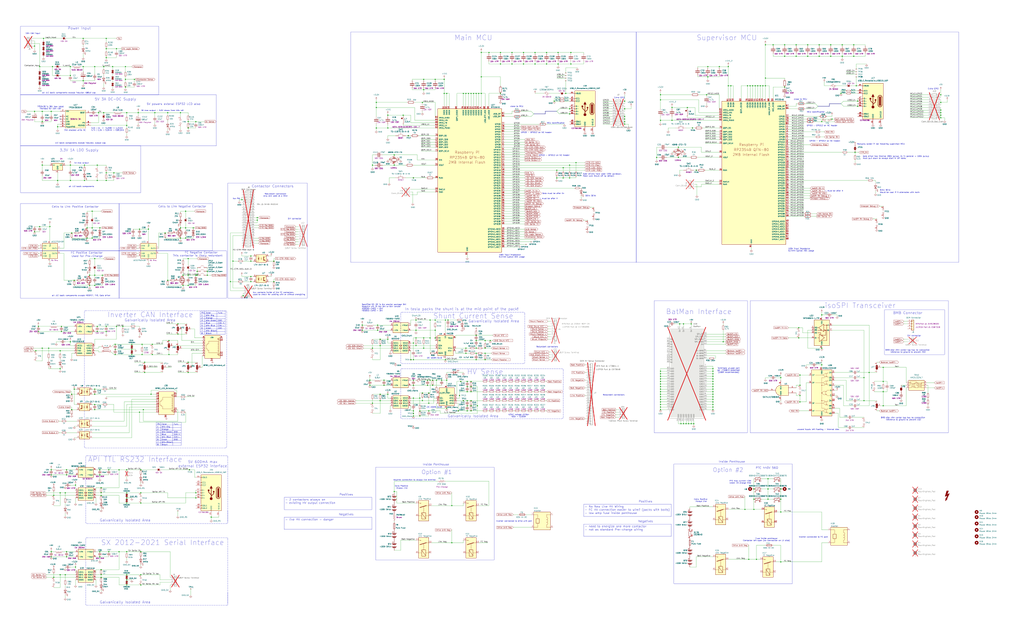
<source format=kicad_sch>
(kicad_sch (version 20250114) (generator "eeschema") (generator_version "9.0")
  (paper "User" 1016 635)
  (lib_symbols
    (symbol "74xGxx:74LVC1G08"
      (property "Reference" "U" (at -5.08 7.62 0))
      (property "Value" "74LVC1G08" (at 7.62 -7.62 0))
      (symbol "74LVC1G08_1_1"
        (pin input line (at -15.24 2.54 0) (length 7.62) (name "~") (number "1"))
        (pin input line (at -15.24 -2.54 0) (length 7.62) (name "~") (number "2"))
        (pin power_in line (at 0 10.16 270) (length 5.08) (name "VCC") (number "5"))
        (pin power_in line (at 0 -10.16 90) (length 5.08) (name "GND") (number "3"))
        (pin output line (at 12.7 0 180) (length 7.62) (name "~") (number "4"))
      )
    )
    (symbol "Analog_ADC:ADS1115IDGS"
      (property "Reference" "U" (at 2.54 13.97 0))
      (property "Value" "ADS1115IDGS" (at 7.62 11.43 0))
      (symbol "ADS1115IDGS_1_1"
        (pin input line (at -10.16 2.54 0) (length 2.54) (name "AIN0") (number "4"))
        (pin input line (at -10.16 0 0) (length 2.54) (name "AIN1") (number "5"))
        (pin input line (at -10.16 -2.54 0) (length 2.54) (name "AIN2") (number "6"))
        (pin input line (at -10.16 -5.08 0) (length 2.54) (name "AIN3") (number "7"))
        (pin power_in line (at 0 12.7 270) (length 2.54) (name "VDD") (number "8"))
        (pin power_in line (at 0 -10.16 90) (length 2.54) (name "GND") (number "3"))
        (pin output line (at 10.16 5.08 180) (length 2.54) (name "ALERT/RDY") (number "2"))
        (pin input line (at 10.16 0 180) (length 2.54) (name "SCL") (number "10"))
        (pin bidirectional line (at 10.16 -2.54 180) (length 2.54) (name "SDA") (number "9"))
        (pin input line (at 10.16 -5.08 180) (length 2.54) (name "ADDR") (number "1"))
      )
    )
    (symbol "BMS_Library:Batman"
      (property "Reference" "U16" (at 5.9533 50.8 0))
      (property "Value" "BatMan" (at 5.9533 48.26 0))
      (symbol "Batman_1_1"
        (pin passive line (at -20.32 35.56 0) (length 2.54) (name "NC") (number "44"))
        (pin passive line (at -20.32 33.02 0) (length 2.54) (name "NC") (number "50"))
        (pin passive line (at -20.32 30.48 0) (length 2.54) (name "NC") (number "48"))
        (pin passive line (at -20.32 27.94 0) (length 2.54) (name "NC") (number "32"))
        (pin passive line (at -20.32 25.4 0) (length 2.54) (name "NC") (number "4"))
        (pin passive line (at -20.32 22.86 0) (length 2.54) (name "NC") (number "54"))
        (pin passive line (at -20.32 20.32 0) (length 2.54) (name "NC") (number "2"))
        (pin passive line (at -20.32 17.78 0) (length 2.54) (name "NC") (number "53"))
        (pin passive line (at -20.32 15.24 0) (length 2.54) (name "NC") (number "52"))
        (pin passive line (at -20.32 12.7 0) (length 2.54) (name "NC") (number "59"))
        (pin power_in line (at -20.32 6.35 0) (length 2.54) (name "GND") (number "60"))
        (pin power_in line (at -20.32 3.81 0) (length 2.54) (name "GND") (number "22"))
        (pin power_in line (at -20.32 1.27 0) (length 2.54) (name "GND") (number "8"))
        (pin power_in line (at -20.32 -1.27 0) (length 2.54) (name "GND") (number "9"))
        (pin power_in line (at -20.32 -3.81 0) (length 2.54) (name "GND") (number "10"))
        (pin power_in line (at -20.32 -6.35 0) (length 2.54) (name "GND") (number "11"))
        (pin power_in line (at -20.32 -8.89 0) (length 2.54) (name "GND") (number "24"))
        (pin power_in line (at -20.32 -11.43 0) (length 2.54) (name "GND") (number "25"))
        (pin power_in line (at -20.32 -13.97 0) (length 2.54) (name "GND") (number "37"))
        (pin power_in line (at -20.32 -16.51 0) (length 2.54) (name "GND") (number "38"))
        (pin power_in line (at -20.32 -19.05 0) (length 2.54) (name "GND") (number "39"))
        (pin power_in line (at -20.32 -21.59 0) (length 2.54) (name "GND") (number "40"))
        (pin power_in line (at -20.32 -24.13 0) (length 2.54) (name "GND") (number "51"))
        (pin power_in line (at -20.32 -26.67 0) (length 2.54) (name "GND") (number "45"))
        (pin power_in line (at -20.32 -29.21 0) (length 2.54) (name "GND") (number "46"))
        (pin power_in line (at -20.32 -31.75 0) (length 2.54) (name "GND") (number "49"))
        (pin power_in line (at -20.32 -34.29 0) (length 2.54) (name "GND") (number "3"))
        (pin power_in line (at -8.89 -45.72 90) (length 2.54) (name "GND") (number "14"))
        (pin power_in line (at -7.62 48.26 270) (length 2.54) (name "5V") (number "47"))
        (pin power_in line (at -6.35 -45.72 90) (length 2.54) (name "GND") (number "18"))
        (pin power_in line (at -3.81 48.26 270) (length 2.54) (name "5V") (number "41"))
        (pin power_in line (at -3.81 -45.72 90) (length 2.54) (name "GND") (number "31"))
        (pin power_in line (at -1.27 -45.72 90) (length 2.54) (name "GND") (number "1"))
        (pin power_in line (at 1.27 -45.72 90) (length 2.54) (name "GND") (number "19"))
        (pin power_in line (at 3.81 48.26 270) (length 2.54) (name "5V") (number "5"))
        (pin power_in line (at 3.81 -45.72 90) (length 2.54) (name "GND") (number "12"))
        (pin power_in line (at 6.35 -45.72 90) (length 2.54) (name "GND") (number "13"))
        (pin bidirectional line (at 19.05 40.64 180) (length 2.54) (name "SPI_CS") (number "55"))
        (pin bidirectional line (at 19.05 38.1 180) (length 2.54) (name "SPI_SCK") (number "56"))
        (pin bidirectional line (at 19.05 35.56 180) (length 2.54) (name "SPI_MOSI") (number "57"))
        (pin bidirectional line (at 19.05 33.02 180) (length 2.54) (name "SPI_MISO") (number "58"))
        (pin bidirectional line (at 19.05 30.48 180) (length 2.54) (name "EN") (number "42"))
        (pin bidirectional line (at 19.05 24.13 180) (length 2.54) (name "A-BMB") (number "61"))
        (pin bidirectional line (at 19.05 21.59 180) (length 2.54) (name "A-BMB") (number "62"))
        (pin bidirectional line (at 19.05 19.05 180) (length 2.54) (name "B-BMB") (number "63"))
        (pin bidirectional line (at 19.05 16.51 180) (length 2.54) (name "B-BMB") (number "64"))
        (pin power_in line (at 19.05 8.89 180) (length 2.54) (name "GND") (number "7"))
        (pin power_in line (at 19.05 6.35 180) (length 2.54) (name "GND") (number "23"))
        (pin power_in line (at 19.05 3.81 180) (length 2.54) (name "GND") (number "26"))
        (pin power_in line (at 19.05 1.27 180) (length 2.54) (name "GND") (number "27"))
        (pin power_in line (at 19.05 -1.27 180) (length 2.54) (name "GND") (number "28"))
        (pin power_in line (at 19.05 -3.81 180) (length 2.54) (name "GND") (number "15"))
        (pin power_in line (at 19.05 -6.35 180) (length 2.54) (name "GND") (number "16"))
        (pin power_in line (at 19.05 -8.89 180) (length 2.54) (name "GND") (number "17"))
        (pin power_in line (at 19.05 -11.43 180) (length 2.54) (name "GND") (number "20"))
        (pin power_in line (at 19.05 -13.97 180) (length 2.54) (name "GND") (number "21"))
        (pin power_in line (at 19.05 -16.51 180) (length 2.54) (name "GND") (number "43"))
        (pin power_in line (at 19.05 -19.05 180) (length 2.54) (name "GND") (number "6"))
        (pin power_in line (at 19.05 -21.59 180) (length 2.54) (name "GND") (number "29"))
        (pin power_in line (at 19.05 -24.13 180) (length 2.54) (name "GND") (number "30"))
        (pin power_in line (at 19.05 -26.67 180) (length 2.54) (name "GND") (number "33"))
        (pin power_in line (at 19.05 -29.21 180) (length 2.54) (name "GND") (number "34"))
        (pin power_in line (at 19.05 -31.75 180) (length 2.54) (name "GND") (number "35"))
        (pin power_in line (at 19.05 -34.29 180) (length 2.54) (name "GND") (number "36"))
      )
    )
    (symbol "BMS_Library:HM2113ZNLT" (pin_names (hide yes))
      (property "Reference" "TR1" (at -0.254 4.064 0))
      (property "Value" "HM2113ZNLT" (at 0 1.778 0))
      (symbol "HM2113ZNLT_1_1"
        (pin passive line (at -10.16 -2.54 0) (length 2.54) (name "TD-") (number "1"))
        (pin passive line (at -10.16 -5.08 0) (length 2.54) (name "C_TD") (number "2"))
        (pin passive line (at -10.16 -7.62 0) (length 2.54) (name "TD+") (number "3"))
        (pin passive line (at 10.16 -2.54 180) (length 2.54) (name "TX-") (number "6"))
        (pin passive line (at 10.16 -5.08 180) (length 2.54) (name "C_TX") (number "5"))
        (pin passive line (at 10.16 -7.62 180) (length 2.54) (name "TX+") (number "4"))
      )
    )
    (symbol "Connector:8P8C_LED_Shielded_x2"
      (property "Reference" "J" (at -5.08 13.97 0))
      (property "Value" "8P8C_LED_Shielded_x2" (at 1.27 13.97 0))
      (symbol "8P8C_LED_Shielded_x2_1_1"
        (pin passive line (at -10.16 10.16 0) (length 2.54) (name "~") (number "9"))
        (pin passive line (at -10.16 7.62 0) (length 2.54) (name "~") (number "10"))
        (pin passive line (at -10.16 -5.08 0) (length 2.54) (name "~") (number "11"))
        (pin passive line (at -10.16 -7.62 0) (length 2.54) (name "~") (number "12"))
        (pin passive line (at 0 -12.7 90) (length 2.54) (name "~") (number "SH"))
        (pin passive line (at 10.16 10.16 180) (length 2.54) (name "~") (number "8"))
        (pin passive line (at 10.16 7.62 180) (length 2.54) (name "~") (number "7"))
        (pin passive line (at 10.16 5.08 180) (length 2.54) (name "~") (number "6"))
        (pin passive line (at 10.16 2.54 180) (length 2.54) (name "~") (number "5"))
        (pin passive line (at 10.16 0 180) (length 2.54) (name "~") (number "4"))
        (pin passive line (at 10.16 -2.54 180) (length 2.54) (name "~") (number "3"))
        (pin passive line (at 10.16 -5.08 180) (length 2.54) (name "~") (number "2"))
        (pin passive line (at 10.16 -7.62 180) (length 2.54) (name "~") (number "1"))
      )
      (symbol "8P8C_LED_Shielded_x2_2_1"
        (pin passive line (at -10.16 10.16 0) (length 2.54) (name "~") (number "21"))
        (pin passive line (at -10.16 7.62 0) (length 2.54) (name "~") (number "22"))
        (pin passive line (at -10.16 -5.08 0) (length 2.54) (name "~") (number "23"))
        (pin passive line (at -10.16 -7.62 0) (length 2.54) (name "~") (number "24"))
        (pin passive line (at 0 -12.7 90) (length 2.54) (name "~") (number "SH"))
        (pin passive line (at 10.16 10.16 180) (length 2.54) (name "~") (number "20"))
        (pin passive line (at 10.16 7.62 180) (length 2.54) (name "~") (number "19"))
        (pin passive line (at 10.16 5.08 180) (length 2.54) (name "~") (number "18"))
        (pin passive line (at 10.16 2.54 180) (length 2.54) (name "~") (number "17"))
        (pin passive line (at 10.16 0 180) (length 2.54) (name "~") (number "16"))
        (pin passive line (at 10.16 -2.54 180) (length 2.54) (name "~") (number "15"))
        (pin passive line (at 10.16 -5.08 180) (length 2.54) (name "~") (number "14"))
        (pin passive line (at 10.16 -7.62 180) (length 2.54) (name "~") (number "13"))
      )
    )
    (symbol "Connector:Screw_Terminal_01x02" (pin_names (offset 1.016) (hide yes))
      (property "Reference" "J" (at 0 2.54 0))
      (property "Value" "Screw_Terminal_01x02" (at 0 -5.08 0))
      (symbol "Screw_Terminal_01x02_1_1"
        (pin passive line (at -5.08 0 0) (length 3.81) (name "Pin_1") (number "1"))
        (pin passive line (at -5.08 -2.54 0) (length 3.81) (name "Pin_2") (number "2"))
      )
    )
    (symbol "Connector:Screw_Terminal_01x04" (pin_names (offset 1.016) (hide yes))
      (property "Reference" "J" (at 0 5.08 0))
      (property "Value" "Screw_Terminal_01x04" (at 0 -7.62 0))
      (symbol "Screw_Terminal_01x04_1_1"
        (pin passive line (at -5.08 2.54 0) (length 3.81) (name "Pin_1") (number "1"))
        (pin passive line (at -5.08 0 0) (length 3.81) (name "Pin_2") (number "2"))
        (pin passive line (at -5.08 -2.54 0) (length 3.81) (name "Pin_3") (number "3"))
        (pin passive line (at -5.08 -5.08 0) (length 3.81) (name "Pin_4") (number "4"))
      )
    )
    (symbol "Connector:Screw_Terminal_01x08" (pin_names (offset 1.016) (hide yes))
      (property "Reference" "J" (at 0 10.16 0))
      (property "Value" "Screw_Terminal_01x08" (at 0 -12.7 0))
      (symbol "Screw_Terminal_01x08_1_1"
        (pin passive line (at -5.08 7.62 0) (length 3.81) (name "Pin_1") (number "1"))
        (pin passive line (at -5.08 5.08 0) (length 3.81) (name "Pin_2") (number "2"))
        (pin passive line (at -5.08 2.54 0) (length 3.81) (name "Pin_3") (number "3"))
        (pin passive line (at -5.08 0 0) (length 3.81) (name "Pin_4") (number "4"))
        (pin passive line (at -5.08 -2.54 0) (length 3.81) (name "Pin_5") (number "5"))
        (pin passive line (at -5.08 -5.08 0) (length 3.81) (name "Pin_6") (number "6"))
        (pin passive line (at -5.08 -7.62 0) (length 3.81) (name "Pin_7") (number "7"))
        (pin passive line (at -5.08 -10.16 0) (length 3.81) (name "Pin_8") (number "8"))
      )
    )
    (symbol "Connector:TestPoint_2Pole" (pin_names (offset 0.762) (hide yes))
      (property "Reference" "TP" (at 0 1.524 0))
      (property "Value" "TestPoint_2Pole" (at 0 -1.778 0))
      (symbol "TestPoint_2Pole_0_1"
        (pin passive line (at -5.08 0 0) (length 2.54) (name "1") (number "1"))
        (pin passive line (at 5.08 0 180) (length 2.54) (name "2") (number "2"))
      )
    )
    (symbol "Connector:TestPoint_Small" (pin_numbers (hide yes)) (pin_names (offset 0.762) (hide yes))
      (property "Reference" "TP" (at 0 3.81 0))
      (property "Value" "TestPoint_Small" (at 0 2.032 0))
      (symbol "TestPoint_Small_1_1"
        (pin passive line (at 0 0 90) (length 0) (name "1") (number "1"))
      )
    )
    (symbol "Connector:USB_C_Receptacle_USB2.0_16P" (pin_names (offset 1.016))
      (property "Reference" "J" (at 0 22.225 0))
      (property "Value" "USB_C_Receptacle_USB2.0_16P" (at 0 19.685 0))
      (symbol "USB_C_Receptacle_USB2.0_16P_1_1"
        (pin passive line (at -7.62 -22.86 90) (length 5.08) (name "SHIELD") (number "S1"))
        (pin passive line (at 0 -22.86 90) (length 5.08) (name "GND") (number "A1"))
        (pin passive line (at 0 -22.86 90) (length 5.08) (hide yes) (name "GND") (number "A12"))
        (pin passive line (at 0 -22.86 90) (length 5.08) (hide yes) (name "GND") (number "B1"))
        (pin passive line (at 0 -22.86 90) (length 5.08) (hide yes) (name "GND") (number "B12"))
        (pin passive line (at 15.24 15.24 180) (length 5.08) (name "VBUS") (number "A4"))
        (pin passive line (at 15.24 15.24 180) (length 5.08) (hide yes) (name "VBUS") (number "A9"))
        (pin passive line (at 15.24 15.24 180) (length 5.08) (hide yes) (name "VBUS") (number "B4"))
        (pin passive line (at 15.24 15.24 180) (length 5.08) (hide yes) (name "VBUS") (number "B9"))
        (pin bidirectional line (at 15.24 10.16 180) (length 5.08) (name "CC1") (number "A5"))
        (pin bidirectional line (at 15.24 7.62 180) (length 5.08) (name "CC2") (number "B5"))
        (pin bidirectional line (at 15.24 2.54 180) (length 5.08) (name "D-") (number "A7"))
        (pin bidirectional line (at 15.24 0 180) (length 5.08) (name "D-") (number "B7"))
        (pin bidirectional line (at 15.24 -2.54 180) (length 5.08) (name "D+") (number "A6"))
        (pin bidirectional line (at 15.24 -5.08 180) (length 5.08) (name "D+") (number "B6"))
        (pin bidirectional line (at 15.24 -12.7 180) (length 5.08) (name "SBU1") (number "A8"))
        (pin bidirectional line (at 15.24 -15.24 180) (length 5.08) (name "SBU2") (number "B8"))
      )
    )
    (symbol "Connector_Generic:Conn_01x03" (pin_names (offset 1.016) (hide yes))
      (property "Reference" "J" (at 0 5.08 0))
      (property "Value" "Conn_01x03" (at 0 -5.08 0))
      (symbol "Conn_01x03_1_1"
        (pin passive line (at -5.08 2.54 0) (length 3.81) (name "Pin_1") (number "1"))
        (pin passive line (at -5.08 0 0) (length 3.81) (name "Pin_2") (number "2"))
        (pin passive line (at -5.08 -2.54 0) (length 3.81) (name "Pin_3") (number "3"))
      )
    )
    (symbol "Connector_Generic:Conn_01x04" (pin_names (offset 1.016) (hide yes))
      (property "Reference" "J" (at 0 5.08 0))
      (property "Value" "Conn_01x04" (at 0 -7.62 0))
      (symbol "Conn_01x04_1_1"
        (pin passive line (at -5.08 2.54 0) (length 3.81) (name "Pin_1") (number "1"))
        (pin passive line (at -5.08 0 0) (length 3.81) (name "Pin_2") (number "2"))
        (pin passive line (at -5.08 -2.54 0) (length 3.81) (name "Pin_3") (number "3"))
        (pin passive line (at -5.08 -5.08 0) (length 3.81) (name "Pin_4") (number "4"))
      )
    )
    (symbol "Connector_Generic:Conn_01x24" (pin_names (offset 1.016) (hide yes))
      (property "Reference" "J" (at 0 30.48 0))
      (property "Value" "Conn_01x24" (at 0 -33.02 0))
      (symbol "Conn_01x24_1_1"
        (pin passive line (at -5.08 27.94 0) (length 3.81) (name "Pin_1") (number "1"))
        (pin passive line (at -5.08 25.4 0) (length 3.81) (name "Pin_2") (number "2"))
        (pin passive line (at -5.08 22.86 0) (length 3.81) (name "Pin_3") (number "3"))
        (pin passive line (at -5.08 20.32 0) (length 3.81) (name "Pin_4") (number "4"))
        (pin passive line (at -5.08 17.78 0) (length 3.81) (name "Pin_5") (number "5"))
        (pin passive line (at -5.08 15.24 0) (length 3.81) (name "Pin_6") (number "6"))
        (pin passive line (at -5.08 12.7 0) (length 3.81) (name "Pin_7") (number "7"))
        (pin passive line (at -5.08 10.16 0) (length 3.81) (name "Pin_8") (number "8"))
        (pin passive line (at -5.08 7.62 0) (length 3.81) (name "Pin_9") (number "9"))
        (pin passive line (at -5.08 5.08 0) (length 3.81) (name "Pin_10") (number "10"))
        (pin passive line (at -5.08 2.54 0) (length 3.81) (name "Pin_11") (number "11"))
        (pin passive line (at -5.08 0 0) (length 3.81) (name "Pin_12") (number "12"))
        (pin passive line (at -5.08 -2.54 0) (length 3.81) (name "Pin_13") (number "13"))
        (pin passive line (at -5.08 -5.08 0) (length 3.81) (name "Pin_14") (number "14"))
        (pin passive line (at -5.08 -7.62 0) (length 3.81) (name "Pin_15") (number "15"))
        (pin passive line (at -5.08 -10.16 0) (length 3.81) (name "Pin_16") (number "16"))
        (pin passive line (at -5.08 -12.7 0) (length 3.81) (name "Pin_17") (number "17"))
        (pin passive line (at -5.08 -15.24 0) (length 3.81) (name "Pin_18") (number "18"))
        (pin passive line (at -5.08 -17.78 0) (length 3.81) (name "Pin_19") (number "19"))
        (pin passive line (at -5.08 -20.32 0) (length 3.81) (name "Pin_20") (number "20"))
        (pin passive line (at -5.08 -22.86 0) (length 3.81) (name "Pin_21") (number "21"))
        (pin passive line (at -5.08 -25.4 0) (length 3.81) (name "Pin_22") (number "22"))
        (pin passive line (at -5.08 -27.94 0) (length 3.81) (name "Pin_23") (number "23"))
        (pin passive line (at -5.08 -30.48 0) (length 3.81) (name "Pin_24") (number "24"))
      )
    )
    (symbol "Connector_Generic:Conn_02x10_Odd_Even" (pin_names (offset 1.016) (hide yes))
      (property "Reference" "J" (at 1.27 12.7 0))
      (property "Value" "Conn_02x10_Odd_Even" (at 1.27 -15.24 0))
      (symbol "Conn_02x10_Odd_Even_1_1"
        (pin passive line (at -5.08 10.16 0) (length 3.81) (name "Pin_1") (number "1"))
        (pin passive line (at -5.08 7.62 0) (length 3.81) (name "Pin_3") (number "3"))
        (pin passive line (at -5.08 5.08 0) (length 3.81) (name "Pin_5") (number "5"))
        (pin passive line (at -5.08 2.54 0) (length 3.81) (name "Pin_7") (number "7"))
        (pin passive line (at -5.08 0 0) (length 3.81) (name "Pin_9") (number "9"))
        (pin passive line (at -5.08 -2.54 0) (length 3.81) (name "Pin_11") (number "11"))
        (pin passive line (at -5.08 -5.08 0) (length 3.81) (name "Pin_13") (number "13"))
        (pin passive line (at -5.08 -7.62 0) (length 3.81) (name "Pin_15") (number "15"))
        (pin passive line (at -5.08 -10.16 0) (length 3.81) (name "Pin_17") (number "17"))
        (pin passive line (at -5.08 -12.7 0) (length 3.81) (name "Pin_19") (number "19"))
        (pin passive line (at 7.62 10.16 180) (length 3.81) (name "Pin_2") (number "2"))
        (pin passive line (at 7.62 7.62 180) (length 3.81) (name "Pin_4") (number "4"))
        (pin passive line (at 7.62 5.08 180) (length 3.81) (name "Pin_6") (number "6"))
        (pin passive line (at 7.62 2.54 180) (length 3.81) (name "Pin_8") (number "8"))
        (pin passive line (at 7.62 0 180) (length 3.81) (name "Pin_10") (number "10"))
        (pin passive line (at 7.62 -2.54 180) (length 3.81) (name "Pin_12") (number "12"))
        (pin passive line (at 7.62 -5.08 180) (length 3.81) (name "Pin_14") (number "14"))
        (pin passive line (at 7.62 -7.62 180) (length 3.81) (name "Pin_16") (number "16"))
        (pin passive line (at 7.62 -10.16 180) (length 3.81) (name "Pin_18") (number "18"))
        (pin passive line (at 7.62 -12.7 180) (length 3.81) (name "Pin_20") (number "20"))
      )
    )
    (symbol "Connector_Generic:Conn_02x22_Top_Bottom" (pin_names (offset 1.016) (hide yes))
      (property "Reference" "J" (at 1.27 27.94 0))
      (property "Value" "Conn_02x22_Top_Bottom" (at 1.27 -30.48 0))
      (symbol "Conn_02x22_Top_Bottom_1_1"
        (pin passive line (at -5.08 25.4 0) (length 3.81) (name "Pin_1") (number "1"))
        (pin passive line (at -5.08 22.86 0) (length 3.81) (name "Pin_2") (number "2"))
        (pin passive line (at -5.08 20.32 0) (length 3.81) (name "Pin_3") (number "3"))
        (pin passive line (at -5.08 17.78 0) (length 3.81) (name "Pin_4") (number "4"))
        (pin passive line (at -5.08 15.24 0) (length 3.81) (name "Pin_5") (number "5"))
        (pin passive line (at -5.08 12.7 0) (length 3.81) (name "Pin_6") (number "6"))
        (pin passive line (at -5.08 10.16 0) (length 3.81) (name "Pin_7") (number "7"))
        (pin passive line (at -5.08 7.62 0) (length 3.81) (name "Pin_8") (number "8"))
        (pin passive line (at -5.08 5.08 0) (length 3.81) (name "Pin_9") (number "9"))
        (pin passive line (at -5.08 2.54 0) (length 3.81) (name "Pin_10") (number "10"))
        (pin passive line (at -5.08 0 0) (length 3.81) (name "Pin_11") (number "11"))
        (pin passive line (at -5.08 -2.54 0) (length 3.81) (name "Pin_12") (number "12"))
        (pin passive line (at -5.08 -5.08 0) (length 3.81) (name "Pin_13") (number "13"))
        (pin passive line (at -5.08 -7.62 0) (length 3.81) (name "Pin_14") (number "14"))
        (pin passive line (at -5.08 -10.16 0) (length 3.81) (name "Pin_15") (number "15"))
        (pin passive line (at -5.08 -12.7 0) (length 3.81) (name "Pin_16") (number "16"))
        (pin passive line (at -5.08 -15.24 0) (length 3.81) (name "Pin_17") (number "17"))
        (pin passive line (at -5.08 -17.78 0) (length 3.81) (name "Pin_18") (number "18"))
        (pin passive line (at -5.08 -20.32 0) (length 3.81) (name "Pin_19") (number "19"))
        (pin passive line (at -5.08 -22.86 0) (length 3.81) (name "Pin_20") (number "20"))
        (pin passive line (at -5.08 -25.4 0) (length 3.81) (name "Pin_21") (number "21"))
        (pin passive line (at -5.08 -27.94 0) (length 3.81) (name "Pin_22") (number "22"))
        (pin passive line (at 7.62 25.4 180) (length 3.81) (name "Pin_23") (number "23"))
        (pin passive line (at 7.62 22.86 180) (length 3.81) (name "Pin_24") (number "24"))
        (pin passive line (at 7.62 20.32 180) (length 3.81) (name "Pin_25") (number "25"))
        (pin passive line (at 7.62 17.78 180) (length 3.81) (name "Pin_26") (number "26"))
        (pin passive line (at 7.62 15.24 180) (length 3.81) (name "Pin_27") (number "27"))
        (pin passive line (at 7.62 12.7 180) (length 3.81) (name "Pin_28") (number "28"))
        (pin passive line (at 7.62 10.16 180) (length 3.81) (name "Pin_29") (number "29"))
        (pin passive line (at 7.62 7.62 180) (length 3.81) (name "Pin_30") (number "30"))
        (pin passive line (at 7.62 5.08 180) (length 3.81) (name "Pin_31") (number "31"))
        (pin passive line (at 7.62 2.54 180) (length 3.81) (name "Pin_32") (number "32"))
        (pin passive line (at 7.62 0 180) (length 3.81) (name "Pin_33") (number "33"))
        (pin passive line (at 7.62 -2.54 180) (length 3.81) (name "Pin_34") (number "34"))
        (pin passive line (at 7.62 -5.08 180) (length 3.81) (name "Pin_35") (number "35"))
        (pin passive line (at 7.62 -7.62 180) (length 3.81) (name "Pin_36") (number "36"))
        (pin passive line (at 7.62 -10.16 180) (length 3.81) (name "Pin_37") (number "37"))
        (pin passive line (at 7.62 -12.7 180) (length 3.81) (name "Pin_38") (number "38"))
        (pin passive line (at 7.62 -15.24 180) (length 3.81) (name "Pin_39") (number "39"))
        (pin passive line (at 7.62 -17.78 180) (length 3.81) (name "Pin_40") (number "40"))
        (pin passive line (at 7.62 -20.32 180) (length 3.81) (name "Pin_41") (number "41"))
        (pin passive line (at 7.62 -22.86 180) (length 3.81) (name "Pin_42") (number "42"))
        (pin passive line (at 7.62 -25.4 180) (length 3.81) (name "Pin_43") (number "43"))
        (pin passive line (at 7.62 -27.94 180) (length 3.81) (name "Pin_44") (number "44"))
      )
    )
    (symbol "Connector_Generic_MountingPin:Conn_01x08_MountingPin" (pin_names (offset 1.016) (hide yes))
      (property "Reference" "J" (at 0 10.16 0))
      (property "Value" "Conn_01x08_MountingPin" (at 1.27 -12.7 0))
      (symbol "Conn_01x08_MountingPin_1_1"
        (text "Mounting" (at 0 -11.811 0) (effects (font (size 0.381 0.381))))
        (pin passive line (at -5.08 7.62 0) (length 3.81) (name "Pin_1") (number "1"))
        (pin passive line (at -5.08 5.08 0) (length 3.81) (name "Pin_2") (number "2"))
        (pin passive line (at -5.08 2.54 0) (length 3.81) (name "Pin_3") (number "3"))
        (pin passive line (at -5.08 0 0) (length 3.81) (name "Pin_4") (number "4"))
        (pin passive line (at -5.08 -2.54 0) (length 3.81) (name "Pin_5") (number "5"))
        (pin passive line (at -5.08 -5.08 0) (length 3.81) (name "Pin_6") (number "6"))
        (pin passive line (at -5.08 -7.62 0) (length 3.81) (name "Pin_7") (number "7"))
        (pin passive line (at -5.08 -10.16 0) (length 3.81) (name "Pin_8") (number "8"))
        (pin passive line (at 0 -15.24 90) (length 3.048) (name "MountPin") (number "MP"))
      )
    )
    (symbol "Converter_DCDC1:TEA1-0505HI"
      (property "Reference" "U" (at -7.62 6.35 0))
      (property "Value" "TEA1-0505HI" (at -2.54 6.35 0))
      (symbol "TEA1-0505HI_1_1"
        (pin power_in line (at -10.16 2.54 0) (length 2.54) (name "+Vin") (number "1"))
        (pin power_in line (at -10.16 -2.54 0) (length 2.54) (name "-Vin") (number "2"))
        (pin power_out line (at 10.16 2.54 180) (length 2.54) (name "+Vout") (number "7"))
        (pin power_out line (at 10.16 -2.54 180) (length 2.54) (name "-Vout") (number "5"))
      )
    )
    (symbol "Device:Battery" (pin_numbers (hide yes)) (pin_names (offset 0) (hide yes))
      (property "Reference" "BT" (at 2.54 2.54 0))
      (property "Value" "Battery" (at 2.54 0 0))
      (symbol "Battery_1_1"
        (pin passive line (at 0 5.08 270) (length 2.54) (name "+") (number "1"))
        (pin passive line (at 0 -5.08 90) (length 2.54) (name "-") (number "2"))
      )
    )
    (symbol "Device:C" (pin_numbers (hide yes)) (pin_names (offset 0.254))
      (property "Reference" "C" (at 0.635 2.54 0))
      (property "Value" "C" (at 0.635 -2.54 0))
      (symbol "C_1_1"
        (pin passive line (at 0 3.81 270) (length 2.794) (name "~") (number "1"))
        (pin passive line (at 0 -3.81 90) (length 2.794) (name "~") (number "2"))
      )
    )
    (symbol "Device:C_Polarized" (pin_numbers (hide yes)) (pin_names (offset 0.254))
      (property "Reference" "C" (at 0.635 2.54 0))
      (property "Value" "C_Polarized" (at 0.635 -2.54 0))
      (symbol "C_Polarized_1_1"
        (pin passive line (at 0 3.81 270) (length 2.794) (name "~") (number "1"))
        (pin passive line (at 0 -3.81 90) (length 2.794) (name "~") (number "2"))
      )
    )
    (symbol "Device:C_Small" (pin_numbers (hide yes)) (pin_names (offset 0.254) (hide yes))
      (property "Reference" "C" (at 0.254 1.778 0))
      (property "Value" "C_Small" (at 0.254 -2.032 0))
      (symbol "C_Small_1_1"
        (pin passive line (at 0 2.54 270) (length 2.032) (name "~") (number "1"))
        (pin passive line (at 0 -2.54 90) (length 2.032) (name "~") (number "2"))
      )
    )
    (symbol "Device:Crystal_GND24" (pin_names (offset 1.016) (hide yes))
      (property "Reference" "Y" (at 3.175 5.08 0))
      (property "Value" "Crystal_GND24" (at 3.175 3.175 0))
      (symbol "Crystal_GND24_1_1"
        (pin passive line (at -3.81 0 0) (length 1.27) (name "1") (number "1"))
        (pin passive line (at 0 5.08 270) (length 1.27) (name "2") (number "2"))
        (pin passive line (at 0 -5.08 90) (length 1.27) (name "4") (number "4"))
        (pin passive line (at 3.81 0 180) (length 1.27) (name "3") (number "3"))
      )
    )
    (symbol "Device:D_Schottky_Small_Filled" (pin_numbers (hide yes)) (pin_names (offset 0.254) (hide yes))
      (property "Reference" "D" (at -1.27 2.032 0))
      (property "Value" "D_Schottky_Small_Filled" (at -7.112 -2.032 0))
      (symbol "D_Schottky_Small_Filled_1_1"
        (pin passive line (at -2.54 0 0) (length 1.778) (name "K") (number "1"))
        (pin passive line (at 2.54 0 180) (length 1.778) (name "A") (number "2"))
      )
    )
    (symbol "Device:D_TVS_Small_Filled" (pin_numbers (hide yes)) (pin_names (offset 1.016) (hide yes))
      (property "Reference" "D" (at 0 2.54 0))
      (property "Value" "D_TVS_Small_Filled" (at 0 -2.54 0))
      (symbol "D_TVS_Small_Filled_1_1"
        (pin passive line (at -2.54 0 0) (length 1.27) (name "A1") (number "1"))
        (pin passive line (at 2.54 0 180) (length 1.27) (name "A2") (number "2"))
      )
    )
    (symbol "Device:FerriteBead_Small" (pin_numbers (hide yes)) (pin_names (offset 0))
      (property "Reference" "FB" (at 1.905 1.27 0))
      (property "Value" "FerriteBead_Small" (at 1.905 -1.27 0))
      (symbol "FerriteBead_Small_1_1"
        (pin passive line (at 0 2.54 270) (length 1.27) (name "~") (number "1"))
        (pin passive line (at 0 -2.54 90) (length 1.27) (name "~") (number "2"))
      )
    )
    (symbol "Device:Fuse" (pin_numbers (hide yes)) (pin_names (offset 0))
      (property "Reference" "F" (at 2.032 0 90))
      (property "Value" "Fuse" (at -1.905 0 90))
      (symbol "Fuse_1_1"
        (pin passive line (at 0 3.81 270) (length 1.27) (name "~") (number "1"))
        (pin passive line (at 0 -3.81 90) (length 1.27) (name "~") (number "2"))
      )
    )
    (symbol "Device:L" (pin_numbers (hide yes)) (pin_names (offset 1.016) (hide yes))
      (property "Reference" "L" (at -1.27 0 90))
      (property "Value" "L" (at 1.905 0 90))
      (symbol "L_1_1"
        (pin passive line (at 0 3.81 270) (length 1.27) (name "1") (number "1"))
        (pin passive line (at 0 -3.81 90) (length 1.27) (name "2") (number "2"))
      )
    )
    (symbol "Device:LED" (pin_numbers (hide yes)) (pin_names (offset 1.016) (hide yes))
      (property "Reference" "D" (at 0 2.54 0))
      (property "Value" "LED" (at 0 -2.54 0))
      (symbol "LED_1_1"
        (pin passive line (at -3.81 0 0) (length 2.54) (name "K") (number "1"))
        (pin passive line (at 3.81 0 180) (length 2.54) (name "A") (number "2"))
      )
    )
    (symbol "Device:L_Ferrite" (pin_numbers (hide yes)) (pin_names (offset 1.016) (hide yes))
      (property "Reference" "L" (at -1.27 0 90))
      (property "Value" "L_Ferrite" (at 2.794 0 90))
      (symbol "L_Ferrite_1_1"
        (pin passive line (at 0 3.81 270) (length 1.27) (name "1") (number "1"))
        (pin passive line (at 0 -3.81 90) (length 1.27) (name "2") (number "2"))
      )
    )
    (symbol "Device:R" (pin_numbers (hide yes)) (pin_names (offset 0))
      (property "Reference" "R" (at 2.032 0 90))
      (property "Value" "R" (at 0 0 90))
      (symbol "R_1_1"
        (pin passive line (at 0 3.81 270) (length 1.27) (name "~") (number "1"))
        (pin passive line (at 0 -3.81 90) (length 1.27) (name "~") (number "2"))
      )
    )
    (symbol "Device:R_Shunt" (pin_names (offset 0) (hide yes))
      (property "Reference" "R" (at -2.032 0 90))
      (property "Value" "R_Shunt" (at 0 0 90))
      (symbol "R_Shunt_1_1"
        (pin passive line (at 0 5.08 270) (length 2.54) (name "~") (number "1"))
        (pin passive line (at 0 -5.08 90) (length 2.54) (name "~") (number "4"))
        (pin passive line (at 2.54 2.54 180) (length 1.27) (name "~") (number "2"))
        (pin passive line (at 2.54 -2.54 180) (length 1.27) (name "~") (number "3"))
      )
    )
    (symbol "Device:R_Small" (pin_numbers (hide yes)) (pin_names (offset 0.254) (hide yes))
      (property "Reference" "R" (at 0 0 90))
      (property "Value" "R_Small" (at 1.778 0 90))
      (symbol "R_Small_1_1"
        (pin passive line (at 0 2.54 270) (length 0.762) (name "~") (number "1"))
        (pin passive line (at 0 -2.54 90) (length 0.762) (name "~") (number "2"))
      )
    )
    (symbol "Device:R_US" (pin_numbers (hide yes)) (pin_names (offset 0))
      (property "Reference" "R" (at 2.54 0 90))
      (property "Value" "R_US" (at -2.54 0 90))
      (symbol "R_US_1_1"
        (pin passive line (at 0 3.81 270) (length 1.27) (name "~") (number "1"))
        (pin passive line (at 0 -3.81 90) (length 1.27) (name "~") (number "2"))
      )
    )
    (symbol "Device:Thermistor_PTC" (pin_numbers (hide yes)) (pin_names (offset 0))
      (property "Reference" "TH" (at -4.064 0 90))
      (property "Value" "Thermistor_PTC" (at 3.048 0 90))
      (symbol "Thermistor_PTC_1_1"
        (pin passive line (at 0 3.81 270) (length 1.27) (name "~") (number "1"))
        (pin passive line (at 0 -3.81 90) (length 1.27) (name "~") (number "2"))
      )
    )
    (symbol "Diode:SM15T36CA" (pin_numbers (hide yes)) (pin_names (offset 1.016) (hide yes))
      (property "Reference" "D" (at 0 2.54 0))
      (property "Value" "SM15T36CA" (at 0 -2.54 0))
      (symbol "SM15T36CA_1_1"
        (pin passive line (at -3.81 0 0) (length 2.54) (name "A1") (number "1"))
        (pin passive line (at 3.81 0 180) (length 2.54) (name "A2") (number "2"))
      )
    )
    (symbol "Driver_FET:UCC27524D"
      (property "Reference" "U" (at -7.62 8.89 0))
      (property "Value" "UCC27524D" (at 1.27 8.89 0))
      (symbol "UCC27524D_1_1"
        (pin input line (at -10.16 5.08 0) (length 2.54) (name "ENA") (number "1"))
        (pin input line (at -10.16 2.54 0) (length 2.54) (name "INA") (number "2"))
        (pin input line (at -10.16 -2.54 0) (length 2.54) (name "INB") (number "4"))
        (pin input line (at -10.16 -5.08 0) (length 2.54) (name "ENB") (number "8"))
        (pin power_in line (at 0 10.16 270) (length 2.54) (name "V_{DD}") (number "6"))
        (pin power_in line (at 0 -10.16 90) (length 2.54) (name "GND") (number "3"))
        (pin output line (at 10.16 2.54 180) (length 2.54) (name "OUTA") (number "7"))
        (pin output line (at 10.16 -2.54 180) (length 2.54) (name "OUTB") (number "5"))
      )
    )
    (symbol "Fujitsu_FTR-LYAA005x_1"
      (property "Reference" "K13" (at 1.27 11.43 0))
      (property "Value" "Inverter" (at 4.826 8.89 0))
      (symbol "Fujitsu_FTR-LYAA005x_1_1_1"
        (pin passive line (at -5.08 5.08 0) (length 2.54) (name "~") (number "1"))
        (pin passive line (at -5.08 -7.62 0) (length 2.54) (name "~") (number "2"))
        (pin passive line (at 16.51 5.08 180) (length 2.54) (name "~") (number "4"))
        (pin passive line (at 16.51 -7.62 180) (length 2.54) (name "~") (number "3"))
      )
    )
    (symbol "Graphic:SYM_Flash_Large" (in_bom no) (on_board no))
    (symbol "Interface:AM26LV32xD"
      (property "Reference" "U" (at -8.89 24.13 0))
      (property "Value" "AM26LV32xD" (at 10.16 24.13 0))
      (symbol "AM26LV32xD_1_1"
        (pin input line (at -12.7 20.32 0) (length 2.54) (name "1A") (number "2"))
        (pin input line (at -12.7 15.24 0) (length 2.54) (name "1B") (number "1"))
        (pin input line (at -12.7 12.7 0) (length 2.54) (name "2A") (number "6"))
        (pin input line (at -12.7 7.62 0) (length 2.54) (name "2B") (number "7"))
        (pin input line (at -12.7 2.54 0) (length 2.54) (name "G") (number "4"))
        (pin input line (at -12.7 -2.54 0) (length 2.54) (name "~{G}") (number "12"))
        (pin input line (at -12.7 -7.62 0) (length 2.54) (name "3A") (number "10"))
        (pin input line (at -12.7 -12.7 0) (length 2.54) (name "3B") (number "9"))
        (pin input line (at -12.7 -15.24 0) (length 2.54) (name "4A") (number "14"))
        (pin input line (at -12.7 -20.32 0) (length 2.54) (name "4B") (number "15"))
        (pin power_in line (at 0 25.4 270) (length 2.54) (name "VDD") (number "16"))
        (pin power_in line (at 0 -25.4 90) (length 2.54) (name "GND") (number "8"))
        (pin tri_state line (at 12.7 17.78 180) (length 2.54) (name "1Y") (number "3"))
        (pin tri_state line (at 12.7 10.16 180) (length 2.54) (name "2Y") (number "5"))
        (pin tri_state line (at 12.7 -10.16 180) (length 2.54) (name "3Y") (number "11"))
        (pin tri_state line (at 12.7 -17.78 180) (length 2.54) (name "4Y") (number "13"))
      )
    )
    (symbol "Interface_CAN_LIN:ISO1050DUB"
      (property "Reference" "U" (at -6.35 6.35 0))
      (property "Value" "ISO1050DUB" (at 2.54 6.35 0))
      (symbol "ISO1050DUB_1_1"
        (pin power_in line (at -10.16 2.54 0) (length 2.54) (name "VCC1") (number "1"))
        (pin output line (at -10.16 0 0) (length 2.54) (name "RXD") (number "2"))
        (pin input line (at -10.16 -2.54 0) (length 2.54) (name "TXD") (number "3"))
        (pin power_in line (at -10.16 -5.08 0) (length 2.54) (name "GND1") (number "4"))
        (pin power_in line (at 10.16 2.54 180) (length 2.54) (name "VCC2") (number "8"))
        (pin bidirectional line (at 10.16 0 180) (length 2.54) (name "CANH") (number "7"))
        (pin bidirectional line (at 10.16 -2.54 180) (length 2.54) (name "CANL") (number "6"))
        (pin power_in line (at 10.16 -5.08 180) (length 2.54) (name "GND2") (number "5"))
      )
    )
    (symbol "Interface_UART:SP3485EN"
      (property "Reference" "U" (at -7.62 13.97 0))
      (property "Value" "SP3485EN" (at 1.905 13.97 0))
      (symbol "SP3485EN_1_1"
        (pin output line (at -10.16 5.08 0) (length 2.54) (name "RO") (number "1"))
        (pin input line (at -10.16 2.54 0) (length 2.54) (name "~{RE}") (number "2"))
        (pin input line (at -10.16 0 0) (length 2.54) (name "DE") (number "3"))
        (pin input line (at -10.16 -5.08 0) (length 2.54) (name "DI") (number "4"))
        (pin power_in line (at 0 15.24 270) (length 2.54) (name "VCC") (number "8"))
        (pin power_in line (at 0 -15.24 90) (length 2.54) (name "GND") (number "5"))
        (pin bidirectional line (at 10.16 7.62 180) (length 2.54) (name "A") (number "6"))
        (pin bidirectional line (at 10.16 2.54 180) (length 2.54) (name "B") (number "7"))
      )
    )
    (symbol "Isolator:ISO1540"
      (property "Reference" "U" (at -6.35 6.35 0))
      (property "Value" "ISO1540" (at 3.81 6.35 0))
      (symbol "ISO1540_1_1"
        (pin power_in line (at -10.16 2.54 0) (length 2.54) (name "VCC1") (number "1"))
        (pin bidirectional line (at -10.16 0 0) (length 2.54) (name "SDA1") (number "2"))
        (pin bidirectional line (at -10.16 -2.54 0) (length 2.54) (name "SCL1") (number "3"))
        (pin power_in line (at -10.16 -5.08 0) (length 2.54) (name "GND1") (number "4"))
        (pin power_in line (at 10.16 2.54 180) (length 2.54) (name "VCC2") (number "8"))
        (pin bidirectional line (at 10.16 0 180) (length 2.54) (name "SDA2") (number "7"))
        (pin bidirectional line (at 10.16 -2.54 180) (length 2.54) (name "SCL2") (number "6"))
        (pin power_in line (at 10.16 -5.08 180) (length 2.54) (name "GND2") (number "5"))
      )
    )
    (symbol "Isolator:LTV-817S" (pin_names (offset 1.016))
      (property "Reference" "U" (at -3.81 5.08 0))
      (property "Value" "LTV-817S" (at 0 -5.08 0))
      (symbol "LTV-817S_1_1"
        (pin passive line (at -7.62 2.54 0) (length 2.54) (name "~") (number "1"))
        (pin passive line (at -7.62 -2.54 0) (length 2.54) (name "~") (number "2"))
        (pin passive line (at 7.62 2.54 180) (length 2.54) (name "~") (number "4"))
        (pin passive line (at 7.62 -2.54 180) (length 2.54) (name "~") (number "3"))
      )
    )
    (symbol "Jumper:Jumper_2_Open" (pin_numbers (hide yes)) (pin_names (offset 0) (hide yes))
      (property "Reference" "JP" (at 0 2.794 0))
      (property "Value" "Jumper_2_Open" (at 0 -2.286 0))
      (symbol "Jumper_2_Open_1_1"
        (pin passive line (at -5.08 0 0) (length 2.54) (name "A") (number "1"))
        (pin passive line (at 5.08 0 180) (length 2.54) (name "B") (number "2"))
      )
    )
    (symbol "Jumper:SolderJumper_2_Bridged" (pin_numbers (hide yes)) (pin_names (offset 0) (hide yes)) (in_bom no)
      (property "Reference" "JP" (at 0 2.032 0))
      (property "Value" "SolderJumper_2_Bridged" (at 0 -2.54 0))
      (symbol "SolderJumper_2_Bridged_1_1"
        (pin passive line (at -3.81 0 0) (length 2.54) (name "A") (number "1"))
        (pin passive line (at 3.81 0 180) (length 2.54) (name "B") (number "2"))
      )
    )
    (symbol "Jumper:SolderJumper_2_Open" (pin_numbers (hide yes)) (pin_names (offset 0) (hide yes)) (in_bom no)
      (property "Reference" "JP" (at 0 2.032 0))
      (property "Value" "SolderJumper_2_Open" (at 0 -2.54 0))
      (symbol "SolderJumper_2_Open_1_1"
        (pin passive line (at -3.81 0 0) (length 2.54) (name "A") (number "1"))
        (pin passive line (at 3.81 0 180) (length 2.54) (name "B") (number "2"))
      )
    )
    (symbol "Jumper:SolderJumper_3_Bridged12" (pin_names (offset 0) (hide yes)) (in_bom no)
      (property "Reference" "JP" (at -2.54 -2.54 0))
      (property "Value" "SolderJumper_3_Bridged12" (at 0 2.794 0))
      (symbol "SolderJumper_3_Bridged12_1_1"
        (pin passive line (at -5.08 0 0) (length 2.54) (name "A") (number "1"))
        (pin passive line (at 0 -3.81 90) (length 2.54) (name "C") (number "2"))
        (pin passive line (at 5.08 0 180) (length 2.54) (name "B") (number "3"))
      )
    )
    (symbol "Jumper:SolderJumper_3_Open" (pin_names (offset 0) (hide yes)) (in_bom no)
      (property "Reference" "JP" (at -2.54 -2.54 0))
      (property "Value" "SolderJumper_3_Open" (at 0 2.794 0))
      (symbol "SolderJumper_3_Open_1_1"
        (pin passive line (at -5.08 0 0) (length 2.54) (name "A") (number "1"))
        (pin passive line (at 0 -3.81 90) (length 2.54) (name "C") (number "2"))
        (pin passive line (at 5.08 0 180) (length 2.54) (name "B") (number "3"))
      )
    )
    (symbol "Mechanical:MountingHole" (pin_names (offset 1.016)) (in_bom no)
      (property "Reference" "H" (at 0 5.08 0))
      (property "Value" "MountingHole" (at 0 3.175 0))
    )
    (symbol "Mechanical:MountingHole_Pad" (pin_numbers (hide yes)) (pin_names (offset 1.016) (hide yes)) (in_bom no)
      (property "Reference" "H" (at 0 6.35 0))
      (property "Value" "MountingHole_Pad" (at 0 4.445 0))
      (symbol "MountingHole_Pad_1_1"
        (pin input line (at 0 -2.54 90) (length 2.54) (name "1") (number "1"))
      )
    )
    (symbol "RP2350_80QFN:RP2350_80QFN" (pin_names (offset 1.016))
      (property "Reference" "U11" (at 23.114 53.848 0))
      (property "Value" "RP2354B" (at 23.368 49.784 0))
      (symbol "RP2350_80QFN_0_0"
        (text "Raspberry Pi" (at 0 5.08 0) (effects (font (size 2.54 2.54))))
      )
      (symbol "RP2350_80QFN_1_1"
        (text "2MB Internal Flash" (at -0.254 -4.826 0) (effects (font (size 2.54 2.54))))
        (text "RP2354B QFN-80" (at 0 0 0) (effects (font (size 2.54 2.54))))
        (pin power_in line (at -31.75 39.37 0) (length 2.54) (name "VREG_AVDD") (number "61"))
        (pin power_in line (at -31.75 36.83 0) (length 2.54) (name "VREG_VIN") (number "64"))
        (pin input line (at -31.75 34.29 0) (length 2.54) (name "VREG_FB") (number "65"))
        (pin power_out line (at -31.75 31.75 0) (length 2.54) (name "VREG_LX") (number "63"))
        (pin power_in line (at -31.75 29.21 0) (length 2.54) (name "VREG_PGND") (number "62"))
        (pin bidirectional line (at -31.75 21.59 0) (length 2.54) (name "QSPI_SS") (number "75"))
        (pin bidirectional line (at -31.75 17.78 0) (length 2.54) (name "QSPI_SD0") (number "72"))
        (pin bidirectional line (at -31.75 15.24 0) (length 2.54) (name "QSPI_SD1") (number "74"))
        (pin bidirectional line (at -31.75 12.7 0) (length 2.54) (name "QSPI_SD2") (number "73"))
        (pin bidirectional line (at -31.75 10.16 0) (length 2.54) (name "QSPI_SD3") (number "70"))
        (pin output line (at -31.75 6.35 0) (length 2.54) (name "QSPI_SCLK") (number "71"))
        (pin input line (at -31.75 -2.54 0) (length 2.54) (name "XIN") (number "30"))
        (pin passive line (at -31.75 -7.62 0) (length 2.54) (name "XOUT") (number "31"))
        (pin input line (at -31.75 -20.32 0) (length 2.54) (name "RUN") (number "35"))
        (pin output line (at -31.75 -31.75 0) (length 2.54) (name "SWCLK") (number "33"))
        (pin bidirectional line (at -31.75 -34.29 0) (length 2.54) (name "SWD") (number "34"))
        (pin power_in line (at -22.86 50.8 270) (length 2.54) (name "DVDD") (number "51"))
        (pin power_in line (at -20.32 50.8 270) (length 2.54) (name "DVDD") (number "32"))
        (pin power_in line (at -17.78 50.8 270) (length 2.54) (name "DVDD") (number "10"))
        (pin power_in line (at -10.16 50.8 270) (length 2.54) (name "QSPI_IOVDD") (number "69"))
        (pin power_in line (at -3.81 50.8 270) (length 2.54) (name "IOVDD") (number "76"))
        (pin power_in line (at -1.27 50.8 270) (length 2.54) (name "IOVDD") (number "60"))
        (pin power_in line (at 0 -96.52 90) (length 2.54) (name "GND") (number "81"))
        (pin power_in line (at 1.27 50.8 270) (length 2.54) (name "IOVDD") (number "50"))
        (pin power_in line (at 3.81 50.8 270) (length 2.54) (name "IOVDD") (number "41"))
        (pin power_in line (at 6.35 50.8 270) (length 2.54) (name "IOVDD") (number "24"))
        (pin power_in line (at 8.89 50.8 270) (length 2.54) (name "IOVDD") (number "15"))
        (pin power_in line (at 11.43 50.8 270) (length 2.54) (name "IOVDD") (number "29"))
        (pin power_in line (at 13.97 50.8 270) (length 2.54) (name "IOVDD") (number "5"))
        (pin power_in line (at 17.78 50.8 270) (length 2.54) (name "USB_OTP_VDD") (number "68"))
        (pin power_in line (at 21.59 50.8 270) (length 2.54) (name "ADC_AVDD") (number "59"))
        (pin bidirectional line (at 36.83 43.18 180) (length 2.54) (name "USB_DP") (number "67"))
        (pin bidirectional line (at 36.83 40.64 180) (length 2.54) (name "USB_DM") (number "66"))
        (pin bidirectional line (at 36.83 33.02 180) (length 2.54) (name "GPIO0") (number "77"))
        (pin bidirectional line (at 36.83 30.48 180) (length 2.54) (name "GPIO1") (number "78"))
        (pin bidirectional line (at 36.83 27.94 180) (length 2.54) (name "GPIO2") (number "79"))
        (pin bidirectional line (at 36.83 25.4 180) (length 2.54) (name "GPIO3") (number "80"))
        (pin bidirectional line (at 36.83 22.86 180) (length 2.54) (name "GPIO4") (number "1"))
        (pin bidirectional line (at 36.83 20.32 180) (length 2.54) (name "GPIO5") (number "2"))
        (pin bidirectional line (at 36.83 17.78 180) (length 2.54) (name "GPIO6") (number "3"))
        (pin bidirectional line (at 36.83 15.24 180) (length 2.54) (name "GPIO7") (number "4"))
        (pin bidirectional line (at 36.83 12.7 180) (length 2.54) (name "GPIO8") (number "6"))
        (pin bidirectional line (at 36.83 10.16 180) (length 2.54) (name "GPIO9") (number "7"))
        (pin bidirectional line (at 36.83 7.62 180) (length 2.54) (name "GPIO10") (number "8"))
        (pin bidirectional line (at 36.83 5.08 180) (length 2.54) (name "GPIO11") (number "9"))
        (pin bidirectional line (at 36.83 2.54 180) (length 2.54) (name "GPIO12") (number "11"))
        (pin bidirectional line (at 36.83 0 180) (length 2.54) (name "GPIO13") (number "12"))
        (pin bidirectional line (at 36.83 -2.54 180) (length 2.54) (name "GPIO14") (number "13"))
        (pin bidirectional line (at 36.83 -5.08 180) (length 2.54) (name "GPIO15") (number "14"))
        (pin bidirectional line (at 36.83 -7.62 180) (length 2.54) (name "GPIO16") (number "16"))
        (pin bidirectional line (at 36.83 -10.16 180) (length 2.54) (name "GPIO17") (number "17"))
        (pin bidirectional line (at 36.83 -12.7 180) (length 2.54) (name "GPIO18") (number "18"))
        (pin bidirectional line (at 36.83 -15.24 180) (length 2.54) (name "GPIO19") (number "19"))
        (pin bidirectional line (at 36.83 -17.78 180) (length 2.54) (name "GPIO20") (number "20"))
        (pin bidirectional line (at 36.83 -20.32 180) (length 2.54) (name "GPIO21") (number "21"))
        (pin bidirectional line (at 36.83 -22.86 180) (length 2.54) (name "GPIO22") (number "22"))
        (pin bidirectional line (at 36.83 -25.4 180) (length 2.54) (name "GPIO23") (number "23"))
        (pin bidirectional line (at 36.83 -27.94 180) (length 2.54) (name "GPIO24") (number "25"))
        (pin bidirectional line (at 36.83 -30.48 180) (length 2.54) (name "GPIO25") (number "26"))
        (pin bidirectional line (at 36.83 -33.02 180) (length 2.54) (name "GPIO26") (number "27"))
        (pin bidirectional line (at 36.83 -35.56 180) (length 2.54) (name "GPIO27") (number "28"))
        (pin bidirectional line (at 36.83 -38.1 180) (length 2.54) (name "GPIO28") (number "36"))
        (pin bidirectional line (at 36.83 -40.64 180) (length 2.54) (name "GPIO29") (number "37"))
        (pin bidirectional line (at 36.83 -43.18 180) (length 2.54) (name "GPIO30") (number "38"))
        (pin bidirectional line (at 36.83 -45.72 180) (length 2.54) (name "GPIO31") (number "39"))
        (pin bidirectional line (at 36.83 -48.26 180) (length 2.54) (name "GPIO32") (number "40"))
        (pin bidirectional line (at 36.83 -50.8 180) (length 2.54) (name "GPIO33") (number "42"))
        (pin bidirectional line (at 36.83 -53.34 180) (length 2.54) (name "GPIO34") (number "43"))
        (pin bidirectional line (at 36.83 -55.88 180) (length 2.54) (name "GPIO35") (number "44"))
        (pin bidirectional line (at 36.83 -58.42 180) (length 2.54) (name "GPIO36") (number "45"))
        (pin bidirectional line (at 36.83 -60.96 180) (length 2.54) (name "GPIO37") (number "46"))
        (pin bidirectional line (at 36.83 -63.5 180) (length 2.54) (name "GPIO38") (number "47"))
        (pin bidirectional line (at 36.83 -66.04 180) (length 2.54) (name "GPIO39") (number "48"))
        (pin bidirectional line (at 36.83 -71.12 180) (length 2.54) (name "GPIO40_ADC0") (number "49"))
        (pin bidirectional line (at 36.83 -73.66 180) (length 2.54) (name "GPIO41_ADC1") (number "52"))
        (pin bidirectional line (at 36.83 -76.2 180) (length 2.54) (name "GPIO42_ADC2") (number "53"))
        (pin bidirectional line (at 36.83 -78.74 180) (length 2.54) (name "GPIO43_ADC3") (number "54"))
        (pin bidirectional line (at 36.83 -81.28 180) (length 2.54) (name "GPIO44_ADC4") (number "55"))
        (pin bidirectional line (at 36.83 -83.82 180) (length 2.54) (name "GPIO45_ADC5") (number "56"))
        (pin bidirectional line (at 36.83 -86.36 180) (length 2.54) (name "GPIO46_ADC6") (number "57"))
        (pin bidirectional line (at 36.83 -88.9 180) (length 2.54) (name "GPIO47_ADC7") (number "58"))
      )
    )
    (symbol "RP2350_80QFN_1" (pin_names (offset 1.016))
      (property "Reference" "U27" (at 23.114 53.848 0))
      (property "Value" "RP2354B" (at 23.368 49.784 0))
      (symbol "RP2350_80QFN_1_0_0"
        (text "Raspberry Pi" (at 0 5.08 0) (effects (font (size 2.54 2.54))))
      )
      (symbol "RP2350_80QFN_1_1_1"
        (text "2MB Internal Flash" (at -0.254 -4.826 0) (effects (font (size 2.54 2.54))))
        (text "RP2354B QFN-80" (at 0 0 0) (effects (font (size 2.54 2.54))))
        (pin power_in line (at -31.75 39.37 0) (length 2.54) (name "VREG_AVDD") (number "61"))
        (pin power_in line (at -31.75 36.83 0) (length 2.54) (name "VREG_VIN") (number "64"))
        (pin input line (at -31.75 34.29 0) (length 2.54) (name "VREG_FB") (number "65"))
        (pin power_out line (at -31.75 31.75 0) (length 2.54) (name "VREG_LX") (number "63"))
        (pin power_in line (at -31.75 29.21 0) (length 2.54) (name "VREG_PGND") (number "62"))
        (pin bidirectional line (at -31.75 21.59 0) (length 2.54) (name "QSPI_SS") (number "75"))
        (pin bidirectional line (at -31.75 17.78 0) (length 2.54) (name "QSPI_SD0") (number "72"))
        (pin bidirectional line (at -31.75 15.24 0) (length 2.54) (name "QSPI_SD1") (number "74"))
        (pin bidirectional line (at -31.75 12.7 0) (length 2.54) (name "QSPI_SD2") (number "73"))
        (pin bidirectional line (at -31.75 10.16 0) (length 2.54) (name "QSPI_SD3") (number "70"))
        (pin output line (at -31.75 6.35 0) (length 2.54) (name "QSPI_SCLK") (number "71"))
        (pin input line (at -31.75 -2.54 0) (length 2.54) (name "XIN") (number "30"))
        (pin passive line (at -31.75 -7.62 0) (length 2.54) (name "XOUT") (number "31"))
        (pin input line (at -31.75 -20.32 0) (length 2.54) (name "RUN") (number "35"))
        (pin output line (at -31.75 -31.75 0) (length 2.54) (name "SWCLK") (number "33"))
        (pin bidirectional line (at -31.75 -34.29 0) (length 2.54) (name "SWD") (number "34"))
        (pin power_in line (at -22.86 50.8 270) (length 2.54) (name "DVDD") (number "51"))
        (pin power_in line (at -20.32 50.8 270) (length 2.54) (name "DVDD") (number "32"))
        (pin power_in line (at -17.78 50.8 270) (length 2.54) (name "DVDD") (number "10"))
        (pin power_in line (at -10.16 50.8 270) (length 2.54) (name "QSPI_IOVDD") (number "69"))
        (pin power_in line (at -3.81 50.8 270) (length 2.54) (name "IOVDD") (number "76"))
        (pin power_in line (at -1.27 50.8 270) (length 2.54) (name "IOVDD") (number "60"))
        (pin power_in line (at 0 -96.52 90) (length 2.54) (name "GND") (number "81"))
        (pin power_in line (at 1.27 50.8 270) (length 2.54) (name "IOVDD") (number "50"))
        (pin power_in line (at 3.81 50.8 270) (length 2.54) (name "IOVDD") (number "41"))
        (pin power_in line (at 6.35 50.8 270) (length 2.54) (name "IOVDD") (number "24"))
        (pin power_in line (at 8.89 50.8 270) (length 2.54) (name "IOVDD") (number "15"))
        (pin power_in line (at 11.43 50.8 270) (length 2.54) (name "IOVDD") (number "29"))
        (pin power_in line (at 13.97 50.8 270) (length 2.54) (name "IOVDD") (number "5"))
        (pin power_in line (at 17.78 50.8 270) (length 2.54) (name "USB_OTP_VDD") (number "68"))
        (pin power_in line (at 21.59 50.8 270) (length 2.54) (name "ADC_AVDD") (number "59"))
        (pin bidirectional line (at 36.83 43.18 180) (length 2.54) (name "USB_DP") (number "67"))
        (pin bidirectional line (at 36.83 40.64 180) (length 2.54) (name "USB_DM") (number "66"))
        (pin bidirectional line (at 36.83 33.02 180) (length 2.54) (name "GPIO0") (number "77"))
        (pin bidirectional line (at 36.83 30.48 180) (length 2.54) (name "GPIO1") (number "78"))
        (pin bidirectional line (at 36.83 27.94 180) (length 2.54) (name "GPIO2") (number "79"))
        (pin bidirectional line (at 36.83 25.4 180) (length 2.54) (name "GPIO3") (number "80"))
        (pin bidirectional line (at 36.83 22.86 180) (length 2.54) (name "GPIO4") (number "1"))
        (pin bidirectional line (at 36.83 20.32 180) (length 2.54) (name "GPIO5") (number "2"))
        (pin bidirectional line (at 36.83 17.78 180) (length 2.54) (name "GPIO6") (number "3"))
        (pin bidirectional line (at 36.83 15.24 180) (length 2.54) (name "GPIO7") (number "4"))
        (pin bidirectional line (at 36.83 12.7 180) (length 2.54) (name "GPIO8") (number "6"))
        (pin bidirectional line (at 36.83 10.16 180) (length 2.54) (name "GPIO9") (number "7"))
        (pin bidirectional line (at 36.83 7.62 180) (length 2.54) (name "GPIO10") (number "8"))
        (pin bidirectional line (at 36.83 5.08 180) (length 2.54) (name "GPIO11") (number "9"))
        (pin bidirectional line (at 36.83 2.54 180) (length 2.54) (name "GPIO12") (number "11"))
        (pin bidirectional line (at 36.83 0 180) (length 2.54) (name "GPIO13") (number "12"))
        (pin bidirectional line (at 36.83 -2.54 180) (length 2.54) (name "GPIO14") (number "13"))
        (pin bidirectional line (at 36.83 -5.08 180) (length 2.54) (name "GPIO15") (number "14"))
        (pin bidirectional line (at 36.83 -7.62 180) (length 2.54) (name "GPIO16") (number "16"))
        (pin bidirectional line (at 36.83 -10.16 180) (length 2.54) (name "GPIO17") (number "17"))
        (pin bidirectional line (at 36.83 -12.7 180) (length 2.54) (name "GPIO18") (number "18"))
        (pin bidirectional line (at 36.83 -15.24 180) (length 2.54) (name "GPIO19") (number "19"))
        (pin bidirectional line (at 36.83 -17.78 180) (length 2.54) (name "GPIO20") (number "20"))
        (pin bidirectional line (at 36.83 -20.32 180) (length 2.54) (name "GPIO21") (number "21"))
        (pin bidirectional line (at 36.83 -22.86 180) (length 2.54) (name "GPIO22") (number "22"))
        (pin bidirectional line (at 36.83 -25.4 180) (length 2.54) (name "GPIO23") (number "23"))
        (pin bidirectional line (at 36.83 -27.94 180) (length 2.54) (name "GPIO24") (number "25"))
        (pin bidirectional line (at 36.83 -30.48 180) (length 2.54) (name "GPIO25") (number "26"))
        (pin bidirectional line (at 36.83 -33.02 180) (length 2.54) (name "GPIO26") (number "27"))
        (pin bidirectional line (at 36.83 -35.56 180) (length 2.54) (name "GPIO27") (number "28"))
        (pin bidirectional line (at 36.83 -38.1 180) (length 2.54) (name "GPIO28") (number "36"))
        (pin bidirectional line (at 36.83 -40.64 180) (length 2.54) (name "GPIO29") (number "37"))
        (pin bidirectional line (at 36.83 -43.18 180) (length 2.54) (name "GPIO30") (number "38"))
        (pin bidirectional line (at 36.83 -45.72 180) (length 2.54) (name "GPIO31") (number "39"))
        (pin bidirectional line (at 36.83 -48.26 180) (length 2.54) (name "GPIO32") (number "40"))
        (pin bidirectional line (at 36.83 -50.8 180) (length 2.54) (name "GPIO33") (number "42"))
        (pin bidirectional line (at 36.83 -53.34 180) (length 2.54) (name "GPIO34") (number "43"))
        (pin bidirectional line (at 36.83 -55.88 180) (length 2.54) (name "GPIO35") (number "44"))
        (pin bidirectional line (at 36.83 -58.42 180) (length 2.54) (name "GPIO36") (number "45"))
        (pin bidirectional line (at 36.83 -60.96 180) (length 2.54) (name "GPIO37") (number "46"))
        (pin bidirectional line (at 36.83 -63.5 180) (length 2.54) (name "GPIO38") (number "47"))
        (pin bidirectional line (at 36.83 -66.04 180) (length 2.54) (name "GPIO39") (number "48"))
        (pin bidirectional line (at 36.83 -71.12 180) (length 2.54) (name "GPIO40_ADC0") (number "49"))
        (pin bidirectional line (at 36.83 -73.66 180) (length 2.54) (name "GPIO41_ADC1") (number "52"))
        (pin bidirectional line (at 36.83 -76.2 180) (length 2.54) (name "GPIO42_ADC2") (number "53"))
        (pin bidirectional line (at 36.83 -78.74 180) (length 2.54) (name "GPIO43_ADC3") (number "54"))
        (pin bidirectional line (at 36.83 -81.28 180) (length 2.54) (name "GPIO44_ADC4") (number "55"))
        (pin bidirectional line (at 36.83 -83.82 180) (length 2.54) (name "GPIO45_ADC5") (number "56"))
        (pin bidirectional line (at 36.83 -86.36 180) (length 2.54) (name "GPIO46_ADC6") (number "57"))
        (pin bidirectional line (at 36.83 -88.9 180) (length 2.54) (name "GPIO47_ADC7") (number "58"))
      )
    )
    (symbol "Regulator_Linear:AMS1117-3.3"
      (property "Reference" "U" (at -3.81 3.175 0))
      (property "Value" "AMS1117-3.3" (at 0 3.175 0))
      (symbol "AMS1117-3.3_1_1"
        (pin power_in line (at -7.62 0 0) (length 2.54) (name "VI") (number "3"))
        (pin power_in line (at 0 -7.62 90) (length 2.54) (name "GND") (number "1"))
        (pin power_out line (at 7.62 0 180) (length 2.54) (name "VO") (number "2"))
      )
    )
    (symbol "Relay:Fujitsu_FTR-LYAA005x"
      (property "Reference" "K" (at 11.43 3.81 0))
      (property "Value" "Fujitsu_FTR-LYAA005x" (at 11.43 1.27 0))
      (symbol "Fujitsu_FTR-LYAA005x_1_1"
        (pin passive line (at -5.08 7.62 270) (length 2.54) (name "~") (number "A1"))
        (pin passive line (at -5.08 -7.62 90) (length 2.54) (name "~") (number "A2"))
        (pin passive line (at 5.08 -7.62 90) (length 2.54) (name "~") (number "13"))
        (pin passive line (at 7.62 7.62 270) (length 2.54) (name "~") (number "14"))
      )
    )
    (symbol "Sensor_Energy:INA228"
      (property "Reference" "U" (at -6.35 11.43 0))
      (property "Value" "INA228" (at 3.81 11.43 0))
      (symbol "INA228_1_1"
        (pin input line (at -10.16 7.62 0) (length 2.54) (name "Vbus") (number "8"))
        (pin input line (at -10.16 -2.54 0) (length 2.54) (name "Vin+") (number "10"))
        (pin input line (at -10.16 -5.08 0) (length 2.54) (name "Vin-") (number "9"))
        (pin power_in line (at 0 12.7 270) (length 2.54) (name "VS") (number "6"))
        (pin power_in line (at 0 -12.7 90) (length 2.54) (name "GND") (number "7"))
        (pin input line (at 10.16 7.62 180) (length 2.54) (name "A1") (number "1"))
        (pin input line (at 10.16 5.08 180) (length 2.54) (name "A0") (number "2"))
        (pin bidirectional line (at 10.16 0 180) (length 2.54) (name "SDA") (number "4"))
        (pin input line (at 10.16 -2.54 180) (length 2.54) (name "SCL") (number "5"))
        (pin open_collector line (at 10.16 -7.62 180) (length 2.54) (name "~{Alert}") (number "3"))
      )
    )
    (symbol "Switch:SW_Push" (pin_numbers (hide yes)) (pin_names (offset 1.016) (hide yes))
      (property "Reference" "SW" (at 1.27 2.54 0))
      (property "Value" "SW_Push" (at 0 -1.524 0))
      (symbol "SW_Push_0_1"
        (pin passive line (at -5.08 0 0) (length 2.54) (name "1") (number "1"))
        (pin passive line (at 5.08 0 180) (length 2.54) (name "2") (number "2"))
      )
    )
    (symbol "TMU3-0512_1"
      (property "Reference" "U29" (at -5.588 8.89 0))
      (property "Value" "B0505S-3WR2" (at -1.016 6.35 0))
      (symbol "TMU3-0512_1_1_0"
        (pin power_in line (at -10.16 2.54 0) (length 2.54) (name "+Vin") (number "1"))
        (pin power_in line (at -10.16 -2.54 0) (length 2.54) (name "-Vin") (number "2"))
        (pin power_out line (at 10.16 2.54 180) (length 2.54) (name "+Vout") (number "6"))
        (pin power_out line (at 10.16 -2.54 180) (length 2.54) (name "-Vout") (number "4"))
      )
    )
    (symbol "Transistor_FET:AON6411" (pin_names (hide yes))
      (property "Reference" "Q" (at 5.08 1.905 0))
      (property "Value" "AON6411" (at 5.08 0 0))
      (symbol "AON6411_1_1"
        (pin input line (at -5.08 0 0) (length 2.54) (name "G") (number "4"))
        (pin passive line (at 2.54 5.08 270) (length 2.54) (name "D") (number "5"))
        (pin passive line (at 2.54 -5.08 90) (length 2.54) (name "S") (number "1"))
        (pin passive line (at 2.54 -5.08 90) (length 2.54) (hide yes) (name "S") (number "2"))
        (pin passive line (at 2.54 -5.08 90) (length 2.54) (hide yes) (name "S") (number "3"))
      )
    )
    (symbol "common-mode-filters:SDCW3225S-2-102TF"
      (property "Reference" "FL" (at 0 5.588 0))
      (property "Value" "SDCW3225S-2-102TF" (at 0 -4.826 0))
      (symbol "SDCW3225S-2-102TF_1_1"
        (pin passive line (at -5.08 2.54 0) (length 2.54) (name "") (number "1"))
        (pin passive line (at -5.08 -2.54 0) (length 2.54) (name "") (number "4"))
        (pin passive line (at 5.08 2.54 180) (length 2.54) (name "") (number "2"))
        (pin passive line (at 5.08 -2.54 180) (length 2.54) (name "") (number "3"))
      )
    )
    (symbol "easyeda2kicad:TPS5430DDAR"
      (property "Reference" "U5" (at 0 13.97 0))
      (property "Value" "TPS5430DDAR" (at 0 11.43 0))
      (symbol "TPS5430DDAR_0_1"
        (pin unspecified line (at -15.24 7.62 0) (length 5.08) (name "VIN") (number "7"))
        (pin unspecified line (at -15.24 2.54 0) (length 5.08) (name "NC") (number "2"))
        (pin unspecified line (at -15.24 0 0) (length 5.08) (name "NC") (number "3"))
        (pin unspecified line (at -15.24 -2.54 0) (length 5.08) (name "ENA") (number "5"))
        (pin unspecified line (at -15.24 -5.08 0) (length 5.08) (name "GND") (number "6"))
        (pin unspecified line (at -15.24 -7.62 0) (length 5.08) (name "PowerPAD") (number "9"))
        (pin unspecified line (at 15.24 6.35 180) (length 5.08) (name "BOOT") (number "1"))
        (pin unspecified line (at 15.24 -3.81 180) (length 5.08) (name "PH") (number "8"))
        (pin unspecified line (at 15.24 -6.35 180) (length 5.08) (name "VSENSE") (number "4"))
      )
    )
    (symbol "power:+1V1" (power) (pin_names (offset 0))
      (property "Value" "+1V1" (at 0 3.556 0))
      (symbol "+1V1_1_1"
        (pin power_in line (at 0 0 90) (length 0) (hide yes) (name "+1V1") (number "1"))
      )
    )
    (symbol "power:+3.3V" (power) (pin_numbers (hide yes)) (pin_names (offset 0) (hide yes))
      (property "Value" "+3.3V" (at 0 3.556 0))
      (symbol "+3.3V_1_1"
        (pin power_in line (at 0 0 90) (length 0) (name "~") (number "1"))
      )
    )
    (symbol "power:+5V" (power) (pin_numbers (hide yes)) (pin_names (offset 0) (hide yes))
      (property "Value" "+5V" (at 0 3.556 0))
      (symbol "+5V_1_1"
        (pin power_in line (at 0 0 90) (length 0) (name "~") (number "1"))
      )
    )
    (symbol "power:Earth" (power) (pin_numbers (hide yes)) (pin_names (offset 0) (hide yes))
      (property "Value" "Earth" (at 0 -3.81 0))
      (symbol "Earth_1_1"
        (pin power_in line (at 0 0 270) (length 0) (name "~") (number "1"))
      )
    )
    (symbol "power:GND" (power) (pin_numbers (hide yes)) (pin_names (offset 0) (hide yes))
      (property "Value" "GND" (at 0 -3.81 0))
      (symbol "GND_1_1"
        (pin power_in line (at 0 0 270) (length 0) (name "~") (number "1"))
      )
    )
  )
  (arc (start 86.36 519.43) (mid 85.462 519.058) (end 85.09 518.16) (stroke (width 0) (type dash)))
  (arc (start 224.79 533.4) (mid 225.688 533.772) (end 226.06 534.67) (stroke (width 0) (type dash)))
  (arc (start 82.55 467.36) (mid 82.55 467.36) (end 82.55 467.36))
  (rectangle (start 20.32 248.92) (end 118.11 295.91))
  (circle (center 680.72 109.855) (radius 0.635) (stroke (width 0) (color 132 0 0 1)) (fill (type color) (color 132 0 0 1)))
  (arc (start 519.43 309.88) (mid 520.328 310.252) (end 520.7 311.15) (stroke (width 0) (type dash)))
  (arc (start 557.53 365.76) (mid 558.428 366.132) (end 558.8 367.03) (stroke (width 0) (type dash)))
  (arc (start 224.79 443.23) (mid 224.418 444.128) (end 223.52 444.5) (stroke (width 0) (type dash)))
  (rectangle (start 118.11 248.92) (end 224.79 295.91))
  (rectangle (start 877.57 307.34) (end 937.26 351.79))
  (arc (start 85.09 534.67) (mid 85.462 533.772) (end 86.36 533.4) (stroke (width 0) (type dash)))
  (arc (start 86.36 600.71) (mid 85.462 600.338) (end 85.09 599.44) (stroke (width 0) (type dash)))
  (arc (start 83.82 309.372) (mid 84.192 308.474) (end 85.09 308.102) (stroke (width 0) (type dash)))
  (rectangle (start 226.06 181.61) (end 304.8 295.91))
  (rectangle (start 372.745 463.55) (end 490.22 555.625))
  (arc (start 397.51 311.15) (mid 397.882 310.252) (end 398.78 309.88) (stroke (width 0) (type dash)))
  (rectangle (start 668.655 460.375) (end 786.13 579.12))
  (arc (start 520.7 359.41) (mid 520.328 360.308) (end 519.43 360.68) (stroke (width 0) (type dash)))
  (arc (start 223.52 308.102) (mid 224.418 308.474) (end 224.79 309.372) (stroke (width 0) (type dash)))
  (arc (start 398.78 415.29) (mid 397.8831 414.9169) (end 397.51 414.02) (stroke (width 0) (type dash)))
  (arc (start 226.06 518.16) (mid 225.688 519.058) (end 224.79 519.43) (stroke (width 0) (type dash)))
  (rectangle (start 347.98 31.75) (end 631.19 260.35))
  (rectangle (start 20.32 26.035) (end 157.48 93.98))
  (rectangle (start 118.11 201.93) (end 210.82 248.92))
  (rectangle (start 631.19 31.75) (end 951.23 260.35))
  (arc (start 85.09 453.39) (mid 85.462 452.492) (end 86.36 452.12) (stroke (width 0) (type dash)))
  (arc (start 398.78 360.68) (mid 397.882 360.308) (end 397.51 359.41) (stroke (width 0) (type dash)))
  (arc (start 82.55 548.64) (mid 82.55 548.64) (end 82.55 548.64))
  (arc (start 397.51 367.03) (mid 397.882 366.132) (end 398.78 365.76) (stroke (width 0) (type dash)))
  (arc (start 226.06 599.44) (mid 225.688 600.338) (end 224.79 600.71) (stroke (width 0) (type dash)))
  (arc (start 85.09 444.5) (mid 84.192 444.128) (end 83.82 443.23) (stroke (width 0) (type dash)))
  (circle (center 398.78 117.475) (radius 0.635) (stroke (width 0) (color 132 0 0 1)) (fill (type color) (color 132 0 0 1)))
  (rectangle (start 20.32 144.78) (end 139.7 191.135))
  (arc (start 558.8 414.02) (mid 558.428 414.918) (end 557.53 415.29) (stroke (width 0) (type dash)))
  (rectangle (start 20.32 93.98) (end 214.63 144.78))
  (arc (start 81.28 337.82) (mid 81.28 337.82) (end 81.28 337.82))
  (arc (start 224.79 452.12) (mid 225.688 452.492) (end 226.06 453.39) (stroke (width 0) (type dash)))
  (rectangle (start 20.32 201.93) (end 118.11 248.92))
  (rectangle (start 744.22 298.45) (end 941.07 429.26))
  (rectangle (start 648.97 298.45) (end 741.68 429.26))
  (text "all JLC basic components" (at 80.772 185.166 0) (effects (font (size 1.27 1.27))))
  (text "3.3V 1A LDO Supply" (at 78.486 149.098 0) (effects (font (size 2.54 2.54))))
  (text "GPIO3 - GPIO12 on NC header" (at 516.89 132.334 0) (effects (font (size 1.27 1.27)) (justify left bottom)))
  (text "FC Negative Contactor" (at 199.644 250.698 0) (effects (font (size 1.905 1.905))))
  (text "Would be cool if it alternates with main" (at 872.998 191.77 0) (effects (font (size 1.27 1.27)) (justify left bottom)))
  (text "PTC 440V 56Ω" (at 760.984 464.312 0) (effects (font (size 2 2))))
  (text "BMB side xfmr center tap has no connection \nreference to ground to prevent ESD" (at 900.938 348.488 0) (effects (font (size 1.27 1.27))))
  (text "GPIO3 - GPIO12 on NC header" (at 534.67 154.94 0) (effects (font (size 1.27 1.27)) (justify left bottom)))
  (text "unused inputs left floating - internal bias" (at 811.784 426.212 0) (effects (font (size 1.27 1.27))))
  (text "3A max output - 3.3V draws from this rail" (at 161.29 109.728 0) (effects (font (size 1.27 1.27))))
  (text "Galvanically Isolated Area" (exclude_from_sim yes) (at 469.392 413.004 0) (effects (font (size 2.54 2.54))))
  (text "100k input impedance\n0.14mA typical ADC usage\n" (at 495.046 255.778 0) (effects (font (size 1.27 1.27)) (justify left bottom)))
  (text "Galvanically Isolated Area" (exclude_from_sim yes) (at 124.206 516.382 0) (effects (font (size 2.54 2.54))))
  (text "Gate driver has internal 200k pullup, 2x in parallel = 100k pullup\nmust pull down to always start in off state." (at 855.98 157.988 0) (effects (font (size 1.27 1.27)) (justify left bottom)))
  (text "DIY connector" (at 907.034 333.248 0) (effects (font (size 1.27 1.27))))
  (text "Terminate unused port\nper LTC6813 datasheet\n(100R recommended)" (at 722.884 367.538 0) (effects (font (size 1.27 1.27))))
  (text "MCU Identification" (at 542.544 122.936 0) (effects (font (size 1.27 1.27)) (justify left bottom)))
  (text "In tesla packs the shunt is at the mid point of the pack!" (exclude_from_sim yes) (at 458.216 306.832 0) (effects (font (size 2.54 2.54))))
  (text "Supervisor MCU" (at 721.106 37.592 0) (effects (font (size 5.08 5.08))))
  (text "5V powers exteral ESP32 LCD also" (at 172.212 103.378 0) (effects (font (size 2 2))))
  (text "FC Positive Contactor" (at 86.106 250.952 0) (effects (font (size 1.905 1.905))))
  (text "Cells to Link Positive Contactor" (at 74.676 205.232 0) (effects (font (size 1.905 1.905))))
  (text "close to MCU" (at 506.222 106.426 0) (effects (font (size 1.27 1.27)) (justify left bottom)))
  (text "Aux contacts inside of the FC contactors\nused to check for welding with or without energizing" (at 250.952 293.116 0) (effects (font (size 1.27 1.27)) (justify left bottom)))
  (text "Extra GPIO" (at 920.75 88.9 0) (effects (font (size 1.27 1.27)) (justify left bottom)))
  (text "API TTL RS232 Interface" (at 134.112 455.93 0) (effects (font (size 5.08 5.08))))
  (text "Redundant connectors" (at 542.798 344.17 0) (effects (font (size 1.27 1.27))))
  (text "Galvanically Isolated Area" (exclude_from_sim yes) (at 148.844 317.754 0) (effects (font (size 2.54 2.54))))
  (text "isoSPI Transceiver" (at 853.44 303.276 0) (effects (font (size 5.08 5.08))))
  (text "Shunt Current Sense" (at 469.646 313.69 0) (effects (font (size 5.08 5.08))))
  (text "Redundant connectors\nonly one used at a time" (at 273.304 193.548 0) (effects (font (size 1.27 1.27))))
  (text "Gate drivers have weak 120k pulldown. \nMake sure theyre off by default" (at 578.358 175.514 0) (effects (font (size 1.27 1.27)) (justify left bottom)))
  (text "Cells Positive \nAlways Live" (at 398.78 483.362 0) (effects (font (size 1.27 1.27))))
  (text "10V-16V input" (at 32.512 33.274 0) (effects (font (size 1.27 1.27))))
  (text "Data must be after En" (at 537.972 192.786 0) (effects (font (size 1.27 1.27)) (justify left bottom)))
  (text "Positives" (at 343.535 490.855 0) (effects (font (size 2 2))))
  (text "all JLC basic components except: inductor, 680uf cap" (at 68.326 92.202 0) (effects (font (size 1.27 1.27))))
  (text "1A max output" (at 80.772 161.798 0) (effects (font (size 1.27 1.27))))
  (text "Inverter connected to FC port" (at 806.958 532.892 0) (effects (font (size 1.27 1.27))))
  (text "5V 3A DC-DC Supply" (at 114.554 98.552 0) (effects (font (size 2.54 2.54))))
  (text "Extra GPIO" (at 609.346 97.79 0) (effects (font (size 1.27 1.27)) (justify left bottom)))
  (text "5V 600mA max\nexternal ESP32 interface" (exclude_from_sim yes) (at 201.168 460.502 0) (effects (font (size 2.54 2.54))))
  (text "BatMan Interface" (at 693.42 309.372 0) (effects (font (size 5.08 5.08))))
  (text "Inverter CAN Interface" (at 149.098 312.42 0) (effects (font (size 5.08 5.08))))
  (text "Cells to Link Negative Contactor" (at 180.848 204.978 0) (effects (font (size 1.905 1.905))))
  (text "I2C ADDR: 0x48" (exclude_from_sim yes) (at 430.784 404.114 0) (effects (font (size 1.27 1.27))))
  (text "requires connection to always live terminal" (at 390.144 476.25 0) (effects (font (size 1.27 1.27)) (justify left)))
  (text "Positives" (at 640.588 497.713 0) (effects (font (size 2 2))))
  (text "Main MCU" (at 469.646 37.592 0) (effects (font (size 5.08 5.08))))
  (text "BMB side xfmr center tap has no connection \nreference to ground to prevent ESD" (at 896.366 415.544 0) (effects (font (size 1.27 1.27))))
  (text "SX 2012-2021 Serial Interface" (at 161.29 538.48 0) (effects (font (size 5.08 5.08))))
  (text "Inside Penthouse" (at 432.562 461.01 0) (effects (font (size 2 2))))
  (text "PTC max current ~10A\nUnder 1S charge time" (at 734.568 478.282 0) (effects (font (size 1.27 1.27))))
  (text "425:1 voltage divider\n400v = 0.939V" (exclude_from_sim yes) (at 514.604 412.496 0) (effects (font (size 1.27 1.27))))
  (text "GPIO3 - GPIO12 on NC header" (at 803.148 140.716 0) (effects (font (size 1.27 1.27)) (justify left bottom)))
  (text "Specified DC-DC is the smaller package 3kV\nfootprint will fit the 3kV or 6kV version\nH0505S-1WR2 = 6kV\nF0505S-1WR3 = 3kV\n" (at 358.902 309.118 0) (effects (font (size 1.27 1.27)) (justify left bottom)))
  (text "Aux Ret" (at 234.696 197.104 0) (effects (font (size 1.27 1.27))))
  (text "JLC basic components except: inductor, output cap" (at 79.756 141.986 0) (effects (font (size 1.27 1.27))))
  (text "all JLC basic components except: MOSFET, TVS, Gate driver" (at 80.518 293.37 0) (effects (font (size 1.27 1.27))))
  (text "TPS5430 is 36V max rated\nintended for 10V-16V" (at 50.038 106.934 0) (effects (font (size 1.27 1.27))))
  (text "I2C ADDR: 0x40\n" (exclude_from_sim yes) (at 431.038 355.346 0) (effects (font (size 1.27 1.27))))
  (text "Power Input" (at 78.74 28.194 0) (effects (font (size 2.54 2.54))))
  (text "Blink Blink" (at 580.898 195.072 0) (effects (font (size 1.27 1.27)) (justify left bottom)))
  (text "BMB Connector" (at 900.684 310.642 0) (effects (font (size 2.54 2.54))))
  (text "Blink Blink" (at 872.998 189.484 0) (effects (font (size 1.27 1.27)) (justify left bottom)))
  (text "GPIO3 - GPIO12 on NC header" (at 800.354 125.476 0) (effects (font (size 1.27 1.27)) (justify left bottom)))
  (text "Used for Pre-Charge" (at 86.36 254.254 0) (effects (font (size 1.905 1.905))))
  (text "L must be after H" (at 818.896 190.246 0) (effects (font (size 1.27 1.27)) (justify left bottom)))
  (text "Fuse inside penthouse\nContactor left open (no connection on LV side)\n" (at 760.476 535.432 0) (effects (font (size 1.27 1.27))))
  (text "3.3k : 1k  =  5.206V = 1.21mA\n4.7k : 1.5k = 5.044V = 0.813mA" (at 90.424 128.27 0) (effects (font (size 1.27 1.27)) (justify left)))
  (text "ENA enabled while NC" (at 74.422 129.286 0) (effects (font (size 1.27 1.27))))
  (text "MCU Identification" (at 800.608 112.014 0) (effects (font (size 1.27 1.27)) (justify left bottom)))
  (text "close to MCU" (at 787.654 99.314 0) (effects (font (size 1.27 1.27)) (justify left bottom)))
  (text "L must be after H" (at 535.686 197.866 0) (effects (font (size 1.27 1.27)) (justify left bottom)))
  (text "HV Sense" (at 481.33 369.062 0) (effects (font (size 5.08 5.08))))
  (text "Inverter connected to drive unit port" (at 510.032 517.144 0) (effects (font (size 1.27 1.27))))
  (text "This contactor is likely redundant" (at 196.088 253.746 0) (effects (font (size 1.905 1.905))))
  (text "Cells Positive \nAlways Live" (at 695.706 496.57 0) (effects (font (size 1.27 1.27))))
  (text "Contactor Connectors" (at 270.51 184.912 0) (effects (font (size 2.54 2.54))))
  (text "Option #1" (at 433.324 468.63 0) (effects (font (size 4 4))))
  (text "Option #2" (at 722.376 466.344 0) (effects (font (size 4 4))))
  (text "Negatives" (at 640.588 517.398 0) (effects (font (size 2 2))))
  (text "100k input impedance\n0.14mA typical ADC usage\n" (at 782.066 249.682 0) (effects (font (size 1.27 1.27)) (justify left bottom)))
  (text "Negatives" (at 343.535 510.54 0) (effects (font (size 2 2))))
  (text "DIY connector" (at 292.354 217.17 0) (effects (font (size 1.27 1.27))))
  (text "Inside Penthouse" (at 726.186 458.216 0) (effects (font (size 2 2))))
  (text "Galvanically Isolated Area" (exclude_from_sim yes) (at 489.966 318.77 0) (effects (font (size 2.54 2.54))))
  (text "Galvanically Isolated Area" (exclude_from_sim yes) (at 124.206 597.662 0) (effects (font (size 2.54 2.54))))
  (text "Redundant connectors" (at 608.838 391.922 0) (effects (font (size 1.27 1.27))))
  (text "Manually solder if not installing supervisor MCU" (at 850.392 143.764 0) (effects (font (size 1.27 1.27)) (justify left bottom)))
  (text_box "- 2 contactors always on\n- existing HV output connection" (at 281.94 493.522 0) (size 87.122 12.065) (margins 0.9525 0.9525 0.9525 0.9525) (effects (font (size 2 2)) (justify left top)))
  (text_box "- need to energize one more contactor\n- not as standard Pre-charge wiring\n" (at 579.12 520.065 0) (size 86.995 12.065) (margins 0.9525 0.9525 0.9525 0.9525) (effects (font (size 2 2)) (justify left top)))
  (text_box "- live HV connection - danger\n" (at 281.94 513.207 0) (size 87.122 12.065) (margins 0.9525 0.9525 0.9525 0.9525) (effects (font (size 2 2)) (justify left top)))
  (text_box "- No New Live HV Wiring\n- FC HV connection easier to wire? (packs with bolts)\n- low amp fuse inside penthouse" (at 579.12 500.38 0) (size 86.995 12.065) (margins 0.9525 0.9525 0.9525 0.9525) (effects (font (size 2 2)) (justify left top)))
  (junction (at 176.53 321.31))
  (junction (at 82.55 80.01))
  (junction (at 565.15 113.03))
  (junction (at 812.8 44.45))
  (junction (at 713.74 66.04))
  (junction (at 690.88 168.91))
  (junction (at 93.98 406.4))
  (junction (at 707.39 406.4))
  (junction (at 59.69 570.23))
  (junction (at 477.52 92.71))
  (junction (at 824.23 55.88))
  (junction (at 463.55 402.59))
  (junction (at 248.92 259.08))
  (junction (at 748.03 505.46))
  (junction (at 707.39 403.86))
  (junction (at 849.63 85.09))
  (junction (at 194.31 120.65))
  (junction (at 105.41 328.93))
  (junction (at 815.34 345.44))
  (junction (at 91.44 209.55))
  (junction (at 462.28 92.71))
  (junction (at 530.86 63.5))
  (junction (at 410.21 410.21))
  (junction (at 707.39 391.16))
  (junction (at 118.11 466.09))
  (junction (at 933.45 109.22))
  (junction (at 688.34 420.37))
  (junction (at 377.19 342.9))
  (junction (at 673.1 156.21))
  (junction (at 143.51 369.57))
  (junction (at 179.07 111.76))
  (junction (at 655.32 99.06))
  (junction (at 619.76 123.19))
  (junction (at 410.21 340.36))
  (junction (at 130.81 346.71))
  (junction (at 774.7 485.14))
  (junction (at 847.09 44.45))
  (junction (at 759.46 77.47))
  (junction (at 454.66 407.67))
  (junction (at 176.53 331.47))
  (junction (at 717.55 339.09))
  (junction (at 100.33 488.95))
  (junction (at 373.38 101.6))
  (junction (at 53.34 572.77))
  (junction (at 102.87 66.04))
  (junction (at 850.9 105.41))
  (junction (at 655.32 398.78))
  (junction (at 473.71 402.59))
  (junction (at 69.85 163.83))
  (junction (at 181.61 283.21))
  (junction (at 187.96 466.09))
  (junction (at 374.65 322.58))
  (junction (at 741.68 85.09))
  (junction (at 789.94 55.88))
  (junction (at 431.8 317.5))
  (junction (at 678.18 420.37))
  (junction (at 101.6 273.05))
  (junction (at 73.66 278.13))
  (junction (at 86.36 226.06))
  (junction (at 147.32 227.33))
  (junction (at 857.25 397.51))
  (junction (at 793.75 398.78))
  (junction (at 369.57 163.83))
  (junction (at 130.81 341.63))
  (junction (at 655.32 393.7))
  (junction (at 412.75 317.5))
  (junction (at 762 474.98))
  (junction (at 778.51 86.36))
  (junction (at 440.69 78.74))
  (junction (at 93.98 386.08))
  (junction (at 674.37 321.31))
  (junction (at 195.58 269.24))
  (junction (at 240.03 198.12))
  (junction (at 481.33 356.87))
  (junction (at 440.69 92.71))
  (junction (at 83.82 163.83))
  (junction (at 96.52 323.85))
  (junction (at 565.15 163.83))
  (junction (at 373.38 127))
  (junction (at 876.3 378.46))
  (junction (at 467.36 407.67))
  (junction (at 74.93 481.33))
  (junction (at 444.5 317.5))
  (junction (at 792.48 335.28))
  (junction (at 619.76 100.33))
  (junction (at 486.41 337.82))
  (junction (at 778.51 55.88))
  (junction (at 151.13 341.63))
  (junction (at 35.56 347.98))
  (junction (at 463.55 383.54))
  (junction (at 39.37 66.04))
  (junction (at 464.82 92.71))
  (junction (at 248.92 254))
  (junction (at 64.77 488.95))
  (junction (at 685.8 321.31))
  (junction (at 789.94 44.45))
  (junction (at 139.7 466.09))
  (junction (at 99.06 471.17))
  (junction (at 384.81 336.55))
  (junction (at 933.45 116.84))
  (junction (at 114.3 341.63))
  (junction (at 419.1 397.51))
  (junction (at 472.44 337.82))
  (junction (at 793.75 372.11))
  (junction (at 420.37 78.74))
  (junction (at 707.39 388.62))
  (junction (at 43.18 38.1))
  (junction (at 416.56 412.75))
  (junction (at 751.84 85.09))
  (junction (at 474.98 92.71))
  (junction (at 248.92 274.32))
  (junction (at 420.37 88.9))
  (junction (at 137.16 111.76))
  (junction (at 666.75 106.68))
  (junction (at 59.69 488.95))
  (junction (at 876.3 402.59))
  (junction (at 34.29 229.87))
  (junction (at 113.03 171.45))
  (junction (at 472.44 92.71))
  (junction (at 412.75 327.66))
  (junction (at 425.45 400.05))
  (junction (at 862.33 369.57))
  (junction (at 100.33 572.77))
  (junction (at 850.9 100.33))
  (junction (at 151.13 351.79))
  (junction (at 553.72 52.07))
  (junction (at 194.31 494.03))
  (junction (at 93.98 283.21))
  (junction (at 39.37 224.79))
  (junction (at 410.21 412.75))
  (junction (at 86.36 236.22))
  (junction (at 186.69 120.65))
  (junction (at 742.95 554.99))
  (junction (at 481.33 350.52))
  (junction (at 74.93 562.61))
  (junction (at 248.92 279.4))
  (junction (at 429.26 382.27))
  (junction (at 707.39 381))
  (junction (at 400.05 114.3))
  (junction (at 519.43 63.5))
  (junction (at 384.81 114.3))
  (junction (at 153.67 111.76))
  (junction (at 835.66 55.88))
  (junction (at 241.3 293.37))
  (junction (at 34.29 110.49))
  (junction (at 373.38 106.68))
  (junction (at 655.32 391.16))
  (junction (at 410.21 407.67))
  (junction (at 748.03 485.14))
  (junction (at 107.95 547.37))
  (junction (at 405.13 134.62))
  (junction (at 410.21 356.87))
  (junction (at 477.52 76.2))
  (junction (at 124.46 66.04))
  (junction (at 125.73 570.23))
  (junction (at 48.26 345.44))
  (junction (at 744.22 85.09))
  (junction (at 59.69 365.76))
  (junction (at 139.7 570.23))
  (junction (at 184.15 236.22))
  (junction (at 50.8 110.49))
  (junction (at 50.8 547.37))
  (junction (at 467.36 402.59))
  (junction (at 680.72 420.37))
  (junction (at 825.5 118.11))
  (junction (at 41.91 345.44))
  (junction (at 824.23 44.45))
  (junction (at 707.39 401.32))
  (junction (at 105.41 38.1))
  (junction (at 467.36 383.54))
  (junction (at 443.23 405.13))
  (junction (at 186.69 359.41))
  (junction (at 857.25 374.65))
  (junction (at 59.69 347.98))
  (junction (at 105.41 179.07))
  (junction (at 195.58 273.05))
  (junction (at 681.99 106.68))
  (junction (at 433.07 377.19))
  (junction (at 707.39 370.84))
  (junction (at 93.98 66.04))
  (junction (at 420.37 345.44))
  (junction (at 443.23 92.71))
  (junction (at 566.42 52.07))
  (junction (at 125.73 499.11))
  (junction (at 519.43 52.07))
  (junction (at 558.8 176.53))
  (junction (at 496.57 63.5))
  (junction (at 619.76 107.95))
  (junction (at 701.04 93.98))
  (junction (at 678.18 321.31))
  (junction (at 271.78 279.4))
  (junction (at 815.34 312.42))
  (junction (at 167.64 351.79))
  (junction (at 571.5 161.29))
  (junction (at 111.76 66.04))
  (junction (at 834.39 92.71))
  (junction (at 438.15 377.19))
  (junction (at 759.46 85.09))
  (junction (at 34.29 45.72))
  (junction (at 933.45 93.98))
  (junction (at 774.7 557.53))
  (junction (at 542.29 52.07))
  (junction (at 391.16 163.83))
  (junction (at 876.3 388.62))
  (junction (at 561.34 92.71))
  (junction (at 441.96 356.87))
  (junction (at 125.73 124.46))
  (junction (at 138.43 408.94))
  (junction (at 801.37 44.45))
  (junction (at 194.31 488.95))
  (junction (at 209.55 513.08))
  (junction (at 655.32 373.38))
  (junction (at 416.56 394.97))
  (junction (at 50.8 471.17))
  (junction (at 100.33 483.87))
  (junction (at 142.24 406.4))
  (junction (at 367.03 377.19))
  (junction (at 457.2 378.46))
  (junction (at 71.12 406.4))
  (junction (at 100.33 565.15))
  (junction (at 53.34 491.49))
  (junction (at 762 495.3))
  (junction (at 186.69 283.21))
  (junction (at 186.69 369.57))
  (junction (at 429.26 377.19))
  (junction (at 455.93 392.43))
  (junction (at 463.55 397.51))
  (junction (at 38.1 328.93))
  (junction (at 99.06 466.09))
  (junction (at 88.9 283.21))
  (junction (at 425.45 407.67))
  (junction (at 100.33 491.49))
  (junction (at 125.73 494.03))
  (junction (at 448.31 538.48))
  (junction (at 125.73 488.95))
  (junction (at 93.98 273.05))
  (junction (at 179.07 236.22))
  (junction (at 707.39 365.76))
  (junction (at 655.32 378.46))
  (junction (at 759.46 44.45))
  (junction (at 166.37 111.76))
  (junction (at 655.32 388.62))
  (junction (at 377.19 391.16))
  (junction (at 467.36 397.51))
  (junction (at 228.6 279.4))
  (junction (at 722.63 85.09))
  (junction (at 431.8 327.66))
  (junction (at 97.79 111.76))
  (junction (at 685.8 420.37))
  (junction (at 105.41 57.15))
  (junction (at 707.39 396.24))
  (junction (at 96.52 163.83))
  (junction (at 774.7 508))
  (junction (at 655.32 368.3))
  (junction (at 707.39 393.7))
  (junction (at 778.51 44.45))
  (junction (at 231.14 259.08))
  (junction (at 60.96 323.85))
  (junction (at 100.33 570.23))
  (junction (at 530.86 52.07))
  (junction (at 441.96 317.5))
  (junction (at 359.41 327.66))
  (junction (at 754.38 85.09))
  (junction (at 374.65 327.66))
  (junction (at 83.82 179.07))
  (junction (at 566.42 63.5))
  (junction (at 655.32 403.86))
  (junction (at 477.52 52.07))
  (junction (at 105.41 48.26))
  (junction (at 50.8 552.45))
  (junction (at 552.45 168.91))
  (junction (at 41.91 163.83))
  (junction (at 255.27 218.44))
  (junction (at 133.35 78.74))
  (junction (at 186.69 256.54))
  (junction (at 425.45 389.89))
  (junction (at 139.7 499.11))
  (junction (at 801.37 55.88))
  (junction (at 125.73 111.76))
  (junction (at 191.77 226.06))
  (junction (at 49.53 224.79))
  (junction (at 431.8 78.74))
  (junction (at 472.44 356.87))
  (junction (at 762 485.14))
  (junction (at 749.3 85.09))
  (junction (at 181.61 273.05))
  (junction (at 138.43 227.33))
  (junction (at 683.26 420.37))
  (junction (at 114.3 351.79))
  (junction (at 407.67 356.87))
  (junction (at 125.73 547.37))
  (junction (at 459.74 397.51))
  (junction (at 50.8 466.09))
  (junction (at 774.7 495.3))
  (junction (at 391.16 153.67))
  (junction (at 118.11 547.37))
  (junction (at 655.32 375.92))
  (junction (at 542.29 63.5))
  (junction (at 462.28 345.44))
  (junction (at 410.21 394.97))
  (junction (at 69.85 66.04))
  (junction (at 57.15 179.07))
  (junction (at 431.8 335.28))
  (junction (at 767.08 44.45))
  (junction (at 121.92 323.85))
  (junction (at 655.32 370.84))
  (junction (at 88.9 273.05))
  (junction (at 812.8 55.88))
  (junction (at 655.32 383.54))
  (junction (at 410.21 382.27))
  (junction (at 41.91 120.65))
  (junction (at 66.04 552.45))
  (junction (at 443.23 377.19))
  (junction (at 707.39 383.54))
  (junction (at 381 377.19))
  (junction (at 933.45 101.6))
  (junction (at 82.55 38.1))
  (junction (at 774.7 374.65))
  (junction (at 105.41 171.45))
  (junction (at 125.73 466.09))
  (junction (at 66.04 547.37))
  (junction (at 205.74 273.05))
  (junction (at 485.14 52.07))
  (junction (at 707.39 398.78))
  (junction (at 707.39 375.92))
  (junction (at 467.36 378.46))
  (junction (at 99.06 226.06))
  (junction (at 71.12 391.16))
  (junction (at 426.72 317.5))
  (junction (at 722.63 66.04))
  (junction (at 707.39 368.3))
  (junction (at 367.03 382.27))
  (junction (at 707.39 378.46))
  (junction (at 255.27 215.9))
  (junction (at 410.21 176.53))
  (junction (at 124.46 86.36))
  (junction (at 64.77 570.23))
  (junction (at 69.85 339.09))
  (junction (at 57.15 125.73))
  (junction (at 619.76 118.11))
  (junction (at 410.21 377.19))
  (junction (at 66.04 466.09))
  (junction (at 933.45 111.76))
  (junction (at 91.44 236.22))
  (junction (at 933.45 114.3))
  (junction (at 702.31 66.04))
  (junction (at 149.86 391.16))
  (junction (at 508 52.07))
  (junction (at 163.83 231.14))
  (junction (at 99.06 547.37))
  (junction (at 467.36 92.71))
  (junction (at 416.56 407.67))
  (junction (at 793.75 382.27))
  (junction (at 143.51 359.41))
  (junction (at 462.28 350.52))
  (junction (at 271.78 259.08))
  (junction (at 426.72 335.28))
  (junction (at 179.07 226.06))
  (junction (at 793.75 392.43))
  (junction (at 115.57 48.26))
  (junction (at 707.39 386.08))
  (junction (at 469.9 92.71))
  (junction (at 69.85 179.07))
  (junction (at 102.87 111.76))
  (junction (at 66.04 471.17))
  (junction (at 746.76 85.09))
  (junction (at 384.81 127))
  (junction (at 655.32 396.24))
  (junction (at 139.7 580.39))
  (junction (at 359.41 322.58))
  (junction (at 125.73 575.31))
  (junction (at 412.75 335.28))
  (junction (at 140.97 351.79))
  (junction (at 424.18 382.27))
  (junction (at 96.52 179.07))
  (junction (at 673.1 146.05))
  (junction (at 139.7 488.95))
  (junction (at 472.44 332.74))
  (junction (at 369.57 345.44))
  (junction (at 419.1 389.89))
  (junction (at 655.32 119.38))
  (junction (at 549.91 100.33))
  (junction (at 99.06 552.45))
  (junction (at 184.15 226.06))
  (junction (at 848.36 151.13))
  (junction (at 792.48 325.12))
  (junction (at 472.44 350.52))
  (junction (at 467.36 388.62))
  (junction (at 725.17 85.09))
  (junction (at 52.07 66.04))
  (junction (at 739.14 505.46))
  (junction (at 93.98 256.54))
  (junction (at 91.44 226.06))
  (junction (at 496.57 92.71))
  (junction (at 756.92 85.09))
  (junction (at 835.66 44.45))
  (junction (at 675.64 420.37))
  (junction (at 565.15 176.53))
  (junction (at 420.37 335.28))
  (junction (at 166.37 278.13))
  (junction (at 426.72 377.19))
  (junction (at 508 63.5))
  (junction (at 655.32 386.08))
  (junction (at 655.32 401.32))
  (junction (at 184.15 209.55))
  (junction (at 186.69 127))
  (junction (at 496.57 52.07))
  (junction (at 194.31 273.05))
  (junction (at 377.19 397.51))
  (junction (at 205.74 269.24))
  (junction (at 124.46 78.74))
  (junction (at 655.32 381))
  (junction (at 463.55 388.62))
  (junction (at 558.8 166.37))
  (junction (at 130.81 351.79))
  (junction (at 167.64 337.82))
  (junction (at 412.75 342.9))
  (junction (at 552.45 176.53))
  (junction (at 41.91 110.49))
  (junction (at 459.74 92.71))
  (junction (at 96.52 328.93))
  (junction (at 687.07 127))
  (junction (at 60.96 328.93))
  (junction (at 707.39 373.38))
  (junction (at 565.15 107.95))
  (junction (at 140.97 341.63))
  (junction (at 38.1 323.85))
  (junction (at 115.57 323.85))
  (junction (at 463.55 378.46))
  (junction (at 553.72 63.5))
  (junction (at 619.76 115.57))
  (junction (at 472.44 345.44))
  (junction (at 666.75 119.38))
  (junction (at 651.51 156.21))
  (junction (at 381 382.27))
  (junction (at 750.57 554.99))
  (junction (at 114.3 346.71))
  (junction (at 93.98 401.32))
  (junction (at 69.85 74.93))
  (junction (at 463.55 407.67))
  (junction (at 384.81 391.16))
  (junction (at 419.1 101.6))
  (junction (at 369.57 400.05))
  (junction (at 619.76 120.65))
  (junction (at 71.12 231.14))
  (junction (at 702.31 76.2))
  (junction (at 655.32 93.98))
  (junction (at 424.18 377.19))
  (junction (at 139.7 547.37))
  (junction (at 105.41 323.85))
  (junction (at 847.09 55.88))
  (junction (at 186.69 273.05))
  (junction (at 815.34 361.95))
  (junction (at 73.66 386.08))
  (junction (at 82.55 66.04))
  (junction (at 448.31 501.65))
  (junction (at 481.33 337.82))
  (junction (at 377.19 336.55))
  (junction (at 876.3 364.49))
  (junction (at 748.03 495.3))
  (junction (at 125.73 580.39))
  (junction (at 93.98 391.16))
  (junction (at 481.33 345.44))
  (junction (at 815.34 120.65))
  (junction (at 391.16 487.68))
  (junction (at 655.32 406.4))
  (junction (at 107.95 466.09))
  (no_connect (at 59.69 115.57))
  (no_connect (at 59.69 118.11))
  (bus_entry (at 808.99 107.95) (size 2.54 -2.54))
  (bus_entry (at 527.05 115.57) (size 2.54 -2.54))
  (bus_entry (at 808.99 102.87) (size 2.54 2.54))
  (bus_entry (at 552.45 110.49) (size 2.54 -2.54))
  (bus_entry (at 527.05 110.49) (size 2.54 2.54))
  (bus_entry (at 834.39 102.87) (size 2.54 2.54))
  (bus_entry (at 834.39 102.87) (size 2.54 -2.54))
  (bus_entry (at 552.45 110.49) (size 2.54 2.54))
  (wire (pts (xy 184.15 233.68) (xy 184.15 236.22)))
  (wire (pts (xy 194.31 283.21) (xy 186.69 283.21)))
  (wire (pts (xy 472.44 92.71) (xy 474.98 92.71)))
  (polyline (pts (xy 226.06 453.39) (xy 226.06 518.16)) (stroke (width 0) (type dash)))
  (polyline (pts (xy 85.09 308.102) (xy 223.52 308.102)) (stroke (width 0) (type dash)))
  (wire (pts (xy 186.69 256.54) (xy 186.69 262.89)))
  (wire (pts (xy 82.55 39.37) (xy 82.55 38.1)))
  (wire (pts (xy 125.73 488.95) (xy 139.7 488.95)))
  (wire (pts (xy 896.62 336.55) (xy 900.43 336.55)))
  (wire (pts (xy 782.32 120.65) (xy 800.1 120.65)))
  (wire (pts (xy 33.02 345.44) (xy 41.91 345.44)))
  (wire (pts (xy 124.46 66.04) (xy 124.46 71.12)))
  (wire (pts (xy 839.47 71.12) (xy 849.63 71.12)))
  (wire (pts (xy 189.23 340.36) (xy 200.66 340.36)))
  (wire (pts (xy 64.77 590.55) (xy 64.77 593.09)))
  (wire (pts (xy 88.9 273.05) (xy 93.98 273.05)))
  (wire (pts (xy 709.93 355.6) (xy 708.66 355.6)))
  (wire (pts (xy 115.57 323.85) (xy 121.92 323.85)))
  (wire (pts (xy 391.16 487.68) (xy 393.7 487.68)))
  (wire (pts (xy 99.06 466.09) (xy 107.95 466.09)))
  (wire (pts (xy 95.25 570.23) (xy 100.33 570.23)))
  (wire (pts (xy 459.74 538.48) (xy 459.74 535.94)))
  (wire (pts (xy 558.8 175.26) (xy 558.8 176.53)))
  (wire (pts (xy 189.23 347.98) (xy 200.66 347.98)))
  (wire (pts (xy 369.57 391.16) (xy 377.19 391.16)))
  (wire (pts (xy 807.72 118.11) (xy 825.5 118.11)))
  (wire (pts (xy 405.13 134.62) (xy 407.67 134.62)))
  (wire (pts (xy 124.46 78.74) (xy 124.46 81.28)))
  (wire (pts (xy 561.34 67.31) (xy 561.34 72.39)))
  (wire (pts (xy 654.05 146.05) (xy 651.51 146.05)))
  (wire (pts (xy 655.32 391.16) (xy 655.32 393.7)))
  (wire (pts (xy 812.8 53.34) (xy 812.8 55.88)))
  (wire (pts (xy 695.96 182.88) (xy 713.74 182.88)))
  (wire (pts (xy 500.38 184.15) (xy 520.7 184.15)))
  (wire (pts (xy 444.5 317.5) (xy 441.96 317.5)))
  (wire (pts (xy 426.72 317.5) (xy 426.72 335.28)))
  (wire (pts (xy 74.93 481.33) (xy 74.93 486.41)))
  (wire (pts (xy 48.26 365.76) (xy 48.26 364.49)))
  (wire (pts (xy 133.35 78.74) (xy 133.35 81.28)))
  (wire (pts (xy 571.5 176.53) (xy 565.15 176.53)))
  (wire (pts (xy 576.58 194.31) (xy 576.58 196.85)))
  (wire (pts (xy 228.6 231.14) (xy 240.03 231.14)))
  (wire (pts (xy 420.37 87.63) (xy 420.37 88.9)))
  (wire (pts (xy 151.13 341.63) (xy 161.29 341.63)))
  (wire (pts (xy 64.77 163.83) (xy 69.85 163.83)))
  (wire (pts (xy 64.77 570.23) (xy 64.77 575.31)))
  (bus (pts (xy 541.02 110.49) (xy 541.02 113.03)))
  (wire (pts (xy 237.49 198.12) (xy 240.03 198.12)))
  (wire (pts (xy 82.55 53.34) (xy 82.55 57.15)))
  (wire (pts (xy 205.74 269.24) (xy 205.74 273.05)))
  (wire (pts (xy 448.31 525.78) (xy 448.31 538.48)))
  (wire (pts (xy 412.75 342.9) (xy 431.8 342.9)))
  (wire (pts (xy 133.35 369.57) (xy 143.51 369.57)))
  (wire (pts (xy 742.95 554.99) (xy 750.57 554.99)))
  (wire (pts (xy 139.7 480.06) (xy 139.7 478.79)))
  (wire (pts (xy 655.32 396.24) (xy 655.32 398.78)))
  (wire (pts (xy 454.66 400.05) (xy 454.66 407.67)))
  (wire (pts (xy 702.31 66.04) (xy 713.74 66.04)))
  (wire (pts (xy 139.7 488.95) (xy 166.37 488.95)))
  (wire (pts (xy 815.34 525.78) (xy 815.34 508)))
  (wire (pts (xy 124.46 66.04) (xy 130.81 66.04)))
  (wire (pts (xy 782.32 335.28) (xy 792.48 335.28)))
  (wire (pts (xy 74.93 480.06) (xy 74.93 481.33)))
  (wire (pts (xy 133.35 359.41) (xy 143.51 359.41)))
  (wire (pts (xy 554.99 92.71) (xy 544.83 92.71)))
  (wire (pts (xy 82.55 38.1) (xy 105.41 38.1)))
  (wire (pts (xy 707.39 373.38) (xy 707.39 375.92)))
  (wire (pts (xy 369.57 356.87) (xy 369.57 355.6)))
  (wire (pts (xy 124.46 76.2) (xy 124.46 78.74)))
  (wire (pts (xy 63.5 231.14) (xy 71.12 231.14)))
  (wire (pts (xy 186.69 267.97) (xy 186.69 273.05)))
  (wire (pts (xy 462.28 92.71) (xy 464.82 92.71)))
  (wire (pts (xy 828.04 374.65) (xy 845.82 374.65)))
  (wire (pts (xy 69.85 337.82) (xy 69.85 339.09)))
  (wire (pts (xy 41.91 179.07) (xy 57.15 179.07)))
  (wire (pts (xy 792.48 335.28) (xy 805.18 335.28)))
  (wire (pts (xy 63.5 278.13) (xy 73.66 278.13)))
  (wire (pts (xy 848.36 151.13) (xy 852.17 151.13)))
  (wire (pts (xy 73.66 278.13) (xy 76.2 278.13)))
  (wire (pts (xy 619.76 93.98) (xy 619.76 100.33)))
  (wire (pts (xy 857.25 374.65) (xy 857.25 397.51)))
  (wire (pts (xy 113.03 179.07) (xy 105.41 179.07)))
  (wire (pts (xy 767.08 86.36) (xy 778.51 86.36)))
  (wire (pts (xy 850.9 97.79) (xy 850.9 100.33)))
  (wire (pts (xy 115.57 55.88) (xy 115.57 57.15)))
  (wire (pts (xy 619.76 120.65) (xy 619.76 123.19)))
  (wire (pts (xy 88.9 284.48) (xy 88.9 283.21)))
  (wire (pts (xy 59.69 347.98) (xy 73.66 347.98)))
  (wire (pts (xy 485.14 60.96) (xy 485.14 63.5)))
  (wire (pts (xy 138.43 419.1) (xy 138.43 408.94)))
  (wire (pts (xy 193.04 473.71) (xy 194.31 473.71)))
  (wire (pts (xy 412.75 336.55) (xy 412.75 335.28)))
  (wire (pts (xy 661.67 396.24) (xy 655.32 396.24)))
  (wire (pts (xy 496.57 388.62) (xy 497.84 388.62)))
  (wire (pts (xy 83.82 163.83) (xy 96.52 163.83)))
  (wire (pts (xy 793.75 392.43) (xy 789.94 392.43)))
  (wire (pts (xy 801.37 345.44) (xy 801.37 327.66)))
  (wire (pts (xy 815.34 361.95) (xy 815.34 364.49)))
  (wire (pts (xy 95.25 483.87) (xy 100.33 483.87)))
  (wire (pts (xy 748.03 485.14) (xy 748.03 495.3)))
  (wire (pts (xy 701.04 401.32) (xy 707.39 401.32)))
  (wire (pts (xy 661.67 373.38) (xy 655.32 373.38)))
  (wire (pts (xy 157.48 246.38) (xy 157.48 231.14)))
  (wire (pts (xy 735.33 97.79) (xy 735.33 85.09)))
  (wire (pts (xy 74.93 494.03) (xy 74.93 499.11)))
  (wire (pts (xy 93.98 267.97) (xy 93.98 273.05)))
  (wire (pts (xy 610.87 414.02) (xy 613.41 414.02)))
  (wire (pts (xy 372.11 153.67) (xy 369.57 153.67)))
  (wire (pts (xy 919.48 379.73) (xy 927.1 379.73)))
  (wire (pts (xy 125.73 580.39) (xy 139.7 580.39)))
  (wire (pts (xy 369.57 400.05) (xy 369.57 396.24)))
  (wire (pts (xy 702.31 76.2) (xy 702.31 78.74)))
  (wire (pts (xy 553.72 52.07) (xy 566.42 52.07)))
  (wire (pts (xy 902.97 96.52) (xy 920.75 96.52)))
  (wire (pts (xy 500.38 153.67) (xy 520.7 153.67)))
  (wire (pts (xy 669.29 321.31) (xy 674.37 321.31)))
  (wire (pts (xy 139.7 499.11) (xy 184.15 499.11)))
  (wire (pts (xy 701.04 396.24) (xy 707.39 396.24)))
  (wire (pts (xy 180.34 337.82) (xy 180.34 326.39)))
  (wire (pts (xy 759.46 97.79) (xy 759.46 85.09)))
  (wire (pts (xy 902.97 109.22) (xy 920.75 109.22)))
  (wire (pts (xy 824.23 44.45) (xy 835.66 44.45)))
  (wire (pts (xy 689.61 106.68) (xy 681.99 106.68)))
  (wire (pts (xy 701.04 355.6) (xy 703.58 355.6)))
  (wire (pts (xy 91.44 406.4) (xy 93.98 406.4)))
  (wire (pts (xy 801.37 44.45) (xy 812.8 44.45)))
  (wire (pts (xy 41.91 345.44) (xy 48.26 345.44)))
  (wire (pts (xy 95.25 575.31) (xy 95.25 580.39)))
  (wire (pts (xy 139.7 547.37) (xy 168.91 547.37)))
  (wire (pts (xy 519.43 52.07) (xy 530.86 52.07)))
  (wire (pts (xy 166.37 278.13) (xy 168.91 278.13)))
  (wire (pts (xy 426.72 377.19) (xy 429.26 377.19)))
  (wire (pts (xy 107.95 466.09) (xy 118.11 466.09)))
  (wire (pts (xy 241.3 288.29) (xy 228.6 288.29)))
  (wire (pts (xy 64.77 562.61) (xy 64.77 563.88)))
  (wire (pts (xy 101.6 273.05) (xy 101.6 274.32)))
  (wire (pts (xy 121.92 331.47) (xy 121.92 330.2)))
  (bus (pts (xy 552.45 110.49) (xy 541.02 110.49)))
  (wire (pts (xy 166.37 120.65) (xy 166.37 119.38)))
  (wire (pts (xy 175.26 387.35) (xy 149.86 387.35)))
  (wire (pts (xy 140.97 349.25) (xy 140.97 351.79)))
  (wire (pts (xy 414.02 190.5) (xy 431.8 190.5)))
  (wire (pts (xy 62.23 466.09) (xy 66.04 466.09)))
  (wire (pts (xy 500.38 128.27) (xy 516.89 128.27)))
  (wire (pts (xy 530.86 53.34) (xy 530.86 52.07)))
  (wire (pts (xy 858.52 53.34) (xy 858.52 55.88)))
  (wire (pts (xy 500.38 176.53) (xy 520.7 176.53)))
  (wire (pts (xy 217.17 511.81) (xy 217.17 513.08)))
  (wire (pts (xy 105.41 393.7) (xy 154.94 393.7)))
  (polyline (pts (xy 86.36 519.43) (xy 224.79 519.43)) (stroke (width 0) (type dash)))
  (wire (pts (xy 408.94 87.63) (xy 408.94 88.9)))
  (wire (pts (xy 543.56 331.47) (xy 546.1 331.47)))
  (wire (pts (xy 707.39 401.32) (xy 707.39 403.86)))
  (wire (pts (xy 400.05 124.46) (xy 400.05 123.19)))
  (wire (pts (xy 64.77 509.27) (xy 64.77 511.81)))
  (wire (pts (xy 407.67 356.87) (xy 410.21 356.87)))
  (wire (pts (xy 509.27 378.46) (xy 510.54 378.46)))
  (wire (pts (xy 100.33 572.77) (xy 118.11 572.77)))
  (wire (pts (xy 93.98 406.4) (xy 142.24 406.4)))
  (wire (pts (xy 53.34 487.68) (xy 53.34 491.49)))
  (wire (pts (xy 933.45 88.9) (xy 933.45 93.98)))
  (wire (pts (xy 500.38 234.95) (xy 520.7 234.95)))
  (wire (pts (xy 434.34 477.52) (xy 391.16 477.52)))
  (wire (pts (xy 690.88 168.91) (xy 692.15 168.91)))
  (wire (pts (xy 191.77 236.22) (xy 184.15 236.22)))
  (wire (pts (xy 54.61 74.93) (xy 52.07 74.93)))
  (wire (pts (xy 93.98 73.66) (xy 93.98 66.04)))
  (wire (pts (xy 93.98 78.74) (xy 93.98 80.01)))
  (wire (pts (xy 50.8 552.45) (xy 66.04 552.45)))
  (wire (pts (xy 623.57 123.19) (xy 619.76 123.19)))
  (wire (pts (xy 701.04 336.55) (xy 720.09 336.55)))
  (wire (pts (xy 373.38 123.19) (xy 373.38 127)))
  (wire (pts (xy 369.57 410.21) (xy 377.19 410.21)))
  (wire (pts (xy 43.18 55.88) (xy 43.18 57.15)))
  (wire (pts (xy 82.55 83.82) (xy 82.55 80.01)))
  (wire (pts (xy 500.38 232.41) (xy 520.7 232.41)))
  (wire (pts (xy 500.38 151.13) (xy 520.7 151.13)))
  (wire (pts (xy 176.53 340.36) (xy 176.53 337.82)))
  (wire (pts (xy 49.53 259.08) (xy 49.53 260.35)))
  (wire (pts (xy 83.82 163.83) (xy 83.82 165.1)))
  (wire (pts (xy 828.04 118.11) (xy 825.5 118.11)))
  (wire (pts (xy 425.45 394.97) (xy 425.45 400.05)))
  (wire (pts (xy 746.76 97.79) (xy 746.76 85.09)))
  (wire (pts (xy 125.73 466.09) (xy 139.7 466.09)))
  (wire (pts (xy 66.04 471.17) (xy 74.93 471.17)))
  (wire (pts (xy 101.6 283.21) (xy 93.98 283.21)))
  (wire (pts (xy 453.39 317.5) (xy 444.5 317.5)))
  (wire (pts (xy 391.16 477.52) (xy 391.16 487.68)))
  (wire (pts (xy 431.8 335.28) (xy 431.8 337.82)))
  (wire (pts (xy 193.04 393.7) (xy 184.15 393.7)))
  (wire (pts (xy 407.67 114.3) (xy 400.05 114.3)))
  (wire (pts (xy 472.44 350.52) (xy 471.17 350.52)))
  (wire (pts (xy 134.62 323.85) (xy 138.43 323.85)))
  (wire (pts (xy 271.78 259.08) (xy 266.7 259.08)))
  (wire (pts (xy 63.5 246.38) (xy 63.5 231.14)))
  (wire (pts (xy 880.11 388.62) (xy 876.3 388.62)))
  (wire (pts (xy 115.57 323.85) (xy 115.57 336.55)))
  (wire (pts (xy 248.92 279.4) (xy 251.46 279.4)))
  (wire (pts (xy 840.74 151.13) (xy 848.36 151.13)))
  (wire (pts (xy 430.53 394.97) (xy 430.53 400.05)))
  (wire (pts (xy 91.44 209.55) (xy 91.44 215.9)))
  (wire (pts (xy 248.92 274.32) (xy 251.46 274.32)))
  (wire (pts (xy 678.18 417.83) (xy 678.18 420.37)))
  (wire (pts (xy 391.16 153.67) (xy 414.02 153.67)))
  (wire (pts (xy 41.91 173.99) (xy 41.91 179.07)))
  (wire (pts (xy 237.49 199.39) (xy 237.49 198.12)))
  (wire (pts (xy 293.37 232.41) (xy 295.91 232.41)))
  (wire (pts (xy 416.56 389.89) (xy 419.1 389.89)))
  (polyline (pts (xy 398.78 365.76) (xy 557.53 365.76)) (stroke (width 0) (type dash)))
  (wire (pts (xy 541.02 378.46) (xy 542.29 378.46)))
  (wire (pts (xy 50.8 119.38) (xy 50.8 120.65)))
  (wire (pts (xy 153.67 120.65) (xy 153.67 123.19)))
  (wire (pts (xy 412.75 317.5) (xy 426.72 317.5)))
  (wire (pts (xy 407.67 190.5) (xy 409.575 190.5)))
  (wire (pts (xy 745.49 245.11) (xy 745.49 247.65)))
  (wire (pts (xy 762 474.98) (xy 762 485.14)))
  (wire (pts (xy 701.04 393.7) (xy 707.39 393.7)))
  (wire (pts (xy 661.67 381) (xy 655.32 381)))
  (wire (pts (xy 387.35 342.9) (xy 377.19 342.9)))
  (wire (pts (xy 431.8 149.86) (xy 417.83 149.86)))
  (polyline (pts (xy 520.7 311.15) (xy 520.7 359.41)) (stroke (width 0) (type dash)))
  (wire (pts (xy 464.82 92.71) (xy 467.36 92.71)))
  (wire (pts (xy 176.53 321.31) (xy 185.42 321.31)))
  (wire (pts (xy 397.51 546.1) (xy 391.16 546.1)))
  (wire (pts (xy 410.21 401.32) (xy 410.21 394.97)))
  (wire (pts (xy 105.41 323.85) (xy 115.57 323.85)))
  (wire (pts (xy 815.34 309.88) (xy 815.34 312.42)))
  (wire (pts (xy 101.6 281.94) (xy 101.6 283.21)))
  (wire (pts (xy 372.11 163.83) (xy 369.57 163.83)))
  (wire (pts (xy 478.79 350.52) (xy 481.33 350.52)))
  (wire (pts (xy 50.8 464.82) (xy 50.8 466.09)))
  (wire (pts (xy 125.73 547.37) (xy 139.7 547.37)))
  (wire (pts (xy 749.3 97.79) (xy 749.3 85.09)))
  (wire (pts (xy 99.06 236.22) (xy 91.44 236.22)))
  (wire (pts (xy 419.1 111.76) (xy 419.1 110.49)))
  (wire (pts (xy 57.15 323.85) (xy 60.96 323.85)))
  (wire (pts (xy 34.29 119.38) (xy 34.29 120.65)))
  (wire (pts (xy 410.21 356.87) (xy 441.96 356.87)))
  (wire (pts (xy 130.81 351.79) (xy 140.97 351.79)))
  (wire (pts (xy 431.8 327.66) (xy 431.8 335.28)))
  (polyline (pts (xy 224.79 309.372) (xy 224.79 443.23)) (stroke (width 0) (type dash)))
  (wire (pts (xy 165.1 331.47) (xy 176.53 331.47)))
  (wire (pts (xy 579.12 52.07) (xy 579.12 53.34)))
  (wire (pts (xy 38.1 328.93) (xy 60.96 328.93)))
  (wire (pts (xy 384.81 114.3) (xy 400.05 114.3)))
  (wire (pts (xy 872.49 359.41) (xy 869.95 359.41)))
  (wire (pts (xy 701.04 370.84) (xy 707.39 370.84)))
  (wire (pts (xy 69.85 339.09) (xy 69.85 342.9)))
  (wire (pts (xy 902.97 111.76) (xy 920.75 111.76)))
  (wire (pts (xy 782.32 184.15) (xy 797.56 184.15)))
  (wire (pts (xy 689.61 182.88) (xy 691.515 182.88)))
  (wire (pts (xy 689.61 114.3) (xy 689.61 106.68)))
  (wire (pts (xy 828.04 387.35) (xy 830.58 387.35)))
  (wire (pts (xy 828.04 377.19) (xy 839.47 377.19)))
  (wire (pts (xy 384.81 340.36) (xy 384.81 336.55)))
  (wire (pts (xy 105.41 165.1) (xy 105.41 163.83)))
  (wire (pts (xy 500.38 209.55) (xy 520.7 209.55)))
  (wire (pts (xy 426.72 377.19) (xy 426.72 389.89)))
  (wire (pts (xy 558.8 166.37) (xy 580.39 166.37)))
  (wire (pts (xy 400.05 114.3) (xy 400.05 115.57)))
  (wire (pts (xy 661.67 378.46) (xy 655.32 378.46)))
  (wire (pts (xy 115.57 48.26) (xy 120.65 48.26)))
  (wire (pts (xy 876.3 388.62) (xy 876.3 402.59)))
  (wire (pts (xy 500.38 201.93) (xy 520.7 201.93)))
  (wire (pts (xy 455.93 388.62) (xy 463.55 388.62)))
  (wire (pts (xy 661.67 398.78) (xy 655.32 398.78)))
  (wire (pts (xy 607.06 110.49) (xy 598.17 110.49)))
  (wire (pts (xy 755.65 495.3) (xy 762 495.3)))
  (wire (pts (xy 255.27 215.9) (xy 256.54 215.9)))
  (wire (pts (xy 99.06 471.17) (xy 99.06 474.98)))
  (wire (pts (xy 252.73 215.9) (xy 255.27 215.9)))
  (wire (pts (xy 662.94 127) (xy 662.94 129.54)))
  (wire (pts (xy 125.73 132.08) (xy 125.73 134.62)))
  (wire (pts (xy 824.23 53.34) (xy 824.23 55.88)))
  (wire (pts (xy 409.575 190.5) (xy 409.575 201.295)))
  (wire (pts (xy 64.77 488.95) (xy 64.77 494.03)))
  (wire (pts (xy 486.41 337.82) (xy 488.95 337.82)))
  (wire (pts (xy 431.8 317.5) (xy 431.8 320.04)))
  (wire (pts (xy 544.83 354.33) (xy 546.1 354.33)))
  (wire (pts (xy 419.1 101.6) (xy 431.8 101.6)))
  (wire (pts (xy 699.77 138.43) (xy 713.74 138.43)))
  (wire (pts (xy 782.32 209.55) (xy 797.56 209.55)))
  (wire (pts (xy 707.39 378.46) (xy 707.39 381)))
  (wire (pts (xy 443.23 105.41) (xy 443.23 92.71)))
  (wire (pts (xy 74.93 562.61) (xy 74.93 567.69)))
  (wire (pts (xy 542.29 63.5) (xy 530.86 63.5)))
  (wire (pts (xy 369.57 345.44) (xy 369.57 341.63)))
  (wire (pts (xy 105.41 170.18) (xy 105.41 171.45)))
  (wire (pts (xy 481.33 337.82) (xy 486.41 337.82)))
  (wire (pts (xy 782.32 118.11) (xy 800.1 118.11)))
  (wire (pts (xy 876.3 386.08) (xy 876.3 388.62)))
  (wire (pts (xy 410.21 406.4) (xy 410.21 407.67)))
  (polyline (pts (xy 86.36 533.4) (xy 224.79 533.4)) (stroke (width 0) (type dash)))
  (wire (pts (xy 701.04 373.38) (xy 707.39 373.38)))
  (wire (pts (xy 692.15 76.2) (xy 702.31 76.2)))
  (wire (pts (xy 91.44 422.91) (xy 125.73 422.91)))
  (wire (pts (xy 417.83 143.51) (xy 431.8 143.51)))
  (wire (pts (xy 369.57 163.83) (xy 369.57 166.37)))
  (wire (pts (xy 782.32 161.29) (xy 797.56 161.29)))
  (wire (pts (xy 163.83 236.22) (xy 179.07 236.22)))
  (wire (pts (xy 661.67 388.62) (xy 655.32 388.62)))
  (wire (pts (xy 483.87 388.62) (xy 485.14 388.62)))
  (wire (pts (xy 756.92 85.09) (xy 759.46 85.09)))
  (wire (pts (xy 455.93 394.97) (xy 455.93 392.43)))
  (wire (pts (xy 38.1 243.84) (xy 39.37 243.84)))
  (wire (pts (xy 500.38 196.85) (xy 520.7 196.85)))
  (wire (pts (xy 850.9 402.59) (xy 862.33 402.59)))
  (wire (pts (xy 500.38 115.57) (xy 509.27 115.57)))
  (wire (pts (xy 789.94 105.41) (xy 782.32 105.41)))
  (wire (pts (xy 407.67 377.19) (xy 410.21 377.19)))
  (wire (pts (xy 774.7 374.65) (xy 769.62 374.65)))
  (wire (pts (xy 500.38 143.51) (xy 520.7 143.51)))
  (wire (pts (xy 933.45 101.6) (xy 939.8 101.6)))
  (wire (pts (xy 825.5 114.3) (xy 825.5 115.57)))
  (wire (pts (xy 481.33 345.44) (xy 478.79 345.44)))
  (wire (pts (xy 713.74 114.3) (xy 689.61 114.3)))
  (wire (pts (xy 717.55 322.58) (xy 717.55 321.31)))
  (wire (pts (xy 678.18 151.13) (xy 679.45 151.13)))
  (wire (pts (xy 553.72 53.34) (xy 553.72 52.07)))
  (wire (pts (xy 118.11 483.87) (xy 118.11 466.09)))
  (wire (pts (xy 176.53 369.57) (xy 186.69 369.57)))
  (wire (pts (xy 359.41 321.31) (xy 359.41 322.58)))
  (wire (pts (xy 500.38 146.05) (xy 520.7 146.05)))
  (wire (pts (xy 713.74 76.2) (xy 713.74 74.93)))
  (wire (pts (xy 410.21 335.28) (xy 412.75 335.28)))
  (wire (pts (xy 420.37 336.55) (xy 420.37 335.28)))
  (wire (pts (xy 483.87 378.46) (xy 485.14 378.46)))
  (wire (pts (xy 666.75 115.57) (xy 666.75 119.38)))
  (wire (pts (xy 35.56 347.98) (xy 59.69 347.98)))
  (wire (pts (xy 748.03 495.3) (xy 748.03 505.46)))
  (wire (pts (xy 171.45 342.9) (xy 200.66 342.9)))
  (wire (pts (xy 835.66 55.88) (xy 835.66 57.785)))
  (wire (pts (xy 500.38 212.09) (xy 520.7 212.09)))
  (wire (pts (xy 99.06 226.06) (xy 99.06 227.33)))
  (wire (pts (xy 186.69 120.65) (xy 194.31 120.65)))
  (wire (pts (xy 105.41 38.1) (xy 115.57 38.1)))
  (wire (pts (xy 722.63 66.04) (xy 722.63 85.09)))
  (wire (pts (xy 69.85 342.9) (xy 73.66 342.9)))
  (wire (pts (xy 717.55 339.09) (xy 717.55 327.66)))
  (wire (pts (xy 48.26 356.87) (xy 48.26 355.6)))
  (wire (pts (xy 782.32 123.19) (xy 797.56 123.19)))
  (wire (pts (xy 39.37 66.04) (xy 39.37 69.85)))
  (wire (pts (xy 580.39 392.43) (xy 581.66 392.43)))
  (wire (pts (xy 655.32 375.92) (xy 655.32 378.46)))
  (wire (pts (xy 93.98 328.93) (xy 96.52 328.93)))
  (wire (pts (xy 580.39 377.19) (xy 581.66 377.19)))
  (wire (pts (xy 50.8 110.49) (xy 50.8 114.3)))
  (wire (pts (xy 767.08 53.34) (xy 767.08 55.88)))
  (wire (pts (xy 763.27 97.79) (xy 763.27 85.09)))
  (wire (pts (xy 774.7 374.65) (xy 774.7 377.19)))
  (wire (pts (xy 824.23 85.09) (xy 817.88 85.09)))
  (wire (pts (xy 774.7 541.02) (xy 774.7 557.53)))
  (wire (pts (xy 195.58 269.24) (xy 195.58 273.05)))
  (wire (pts (xy 105.41 48.26) (xy 115.57 48.26)))
  (wire (pts (xy 41.91 110.49) (xy 41.91 114.3)))
  (wire (pts (xy 130.81 396.24) (xy 154.94 396.24)))
  (wire (pts (xy 782.32 168.91) (xy 797.56 168.91)))
  (wire (pts (xy 102.87 82.55) (xy 102.87 86.36)))
  (wire (pts (xy 701.04 334.01) (xy 720.09 334.01)))
  (wire (pts (xy 692.15 74.93) (xy 692.15 76.2)))
  (wire (pts (xy 64.77 339.09) (xy 69.85 339.09)))
  (wire (pts (xy 135.89 246.38) (xy 137.16 246.38)))
  (wire (pts (xy 96.52 328.93) (xy 105.41 328.93)))
  (bus (pts (xy 834.39 102.87) (xy 822.96 102.87)))
  (wire (pts (xy 59.69 125.73) (xy 57.15 125.73)))
  (wire (pts (xy 500.38 189.23) (xy 520.7 189.23)))
  (wire (pts (xy 572.77 67.31) (xy 561.34 67.31)))
  (wire (pts (xy 55.88 339.09) (xy 59.69 339.09)))
  (wire (pts (xy 373.38 127) (xy 373.38 129.54)))
  (wire (pts (xy 474.98 501.65) (xy 485.14 501.65)))
  (wire (pts (xy 186.69 120.65) (xy 186.69 121.92)))
  (wire (pts (xy 580.39 361.95) (xy 581.66 361.95)))
  (wire (pts (xy 933.45 111.76) (xy 933.45 114.3)))
  (wire (pts (xy 684.53 502.92) (xy 684.53 504.19)))
  (wire (pts (xy 293.37 242.57) (xy 295.91 242.57)))
  (wire (pts (xy 778.51 45.72) (xy 778.51 44.45)))
  (wire (pts (xy 100.33 491.49) (xy 118.11 491.49)))
  (wire (pts (xy 97.79 121.92) (xy 90.17 121.92)))
  (wire (pts (xy 759.46 375.92) (xy 759.46 374.65)))
  (wire (pts (xy 661.67 401.32) (xy 655.32 401.32)))
  (wire (pts (xy 722.63 554.99) (xy 742.95 554.99)))
  (wire (pts (xy 410.21 340.36) (xy 410.21 335.28)))
  (wire (pts (xy 105.41 57.15) (xy 105.41 58.42)))
  (wire (pts (xy 467.36 407.67) (xy 478.79 407.67)))
  (wire (pts (xy 561.34 80.01) (xy 561.34 92.71)))
  (wire (pts (xy 849.63 85.09) (xy 844.55 85.09)))
  (wire (pts (xy 93.98 280.67) (xy 93.98 283.21)))
  (wire (pts (xy 143.51 359.41) (xy 161.29 359.41)))
  (wire (pts (xy 194.31 121.92) (xy 194.31 120.65)))
  (wire (pts (xy 500.38 171.45) (xy 520.7 171.45)))
  (wire (pts (xy 176.53 506.73) (xy 176.53 511.81)))
  (wire (pts (xy 655.32 386.08) (xy 655.32 388.62)))
  (wire (pts (xy 101.6 386.08) (xy 93.98 386.08)))
  (wire (pts (xy 397.51 535.94) (xy 397.51 546.1)))
  (wire (pts (xy 675.64 417.83) (xy 675.64 420.37)))
  (wire (pts (xy 534.67 397.51) (xy 535.94 397.51)))
  (wire (pts (xy 661.67 375.92) (xy 655.32 375.92)))
  (wire (pts (xy 774.7 508) (xy 815.34 508)))
  (wire (pts (xy 147.32 227.33) (xy 147.32 238.76)))
  (wire (pts (xy 63.5 246.38) (xy 59.69 246.38)))
  (wire (pts (xy 666.75 107.95) (xy 666.75 106.68)))
  (wire (pts (xy 607.06 123.19) (xy 598.17 123.19)))
  (wire (pts (xy 744.22 85.09) (xy 746.76 85.09)))
  (wire (pts (xy 496.57 397.51) (xy 497.84 397.51)))
  (wire (pts (xy 91.44 236.22) (xy 86.36 236.22)))
  (wire (pts (xy 69.85 80.01) (xy 82.55 80.01)))
  (wire (pts (xy 847.09 53.34) (xy 847.09 55.88)))
  (wire (pts (xy 360.68 345.44) (xy 369.57 345.44)))
  (wire (pts (xy 359.41 322.58) (xy 363.22 322.58)))
  (wire (pts (xy 782.32 158.75) (xy 797.56 158.75)))
  (wire (pts (xy 763.27 85.09) (xy 759.46 85.09)))
  (wire (pts (xy 374.65 322.58) (xy 387.35 322.58)))
  (wire (pts (xy 500.38 179.07) (xy 520.7 179.07)))
  (wire (pts (xy 500.38 156.21) (xy 520.7 156.21)))
  (wire (pts (xy 50.8 546.1) (xy 50.8 547.37)))
  (wire (pts (xy 782.32 207.01) (xy 797.56 207.01)))
  (wire (pts (xy 43.18 38.1) (xy 60.96 38.1)))
  (wire (pts (xy 153.67 111.76) (xy 153.67 115.57)))
  (wire (pts (xy 414.02 153.67) (xy 414.02 158.75)))
  (wire (pts (xy 933.45 99.06) (xy 933.45 101.6)))
  (wire (pts (xy 483.87 407.67) (xy 485.14 407.67)))
  (wire (pts (xy 474.98 105.41) (xy 474.98 92.71)))
  (wire (pts (xy 86.36 209.55) (xy 86.36 210.82)))
  (wire (pts (xy 391.16 163.83) (xy 402.59 163.83)))
  (wire (pts (xy 817.88 81.28) (xy 817.88 85.09)))
  (wire (pts (xy 34.29 40.64) (xy 34.29 45.72)))
  (wire (pts (xy 452.12 335.28) (xy 452.12 332.74)))
  (wire (pts (xy 64.77 488.95) (xy 74.93 488.95)))
  (wire (pts (xy 680.72 420.37) (xy 683.26 420.37)))
  (wire (pts (xy 558.8 176.53) (xy 552.45 176.53)))
  (wire (pts (xy 184.15 488.95) (xy 194.31 488.95)))
  (wire (pts (xy 500.38 138.43) (xy 520.7 138.43)))
  (wire (pts (xy 88.9 257.81) (xy 88.9 256.54)))
  (wire (pts (xy 868.68 179.07) (xy 868.68 181.61)))
  (wire (pts (xy 66.04 417.83) (xy 76.2 417.83)))
  (wire (pts (xy 820.42 312.42) (xy 815.34 312.42)))
  (wire (pts (xy 118.11 499.11) (xy 125.73 499.11)))
  (wire (pts (xy 391.16 518.16) (xy 391.16 516.89)))
  (wire (pts (xy 184.15 499.11) (xy 184.15 488.95)))
  (wire (pts (xy 115.57 57.15) (xy 105.41 57.15)))
  (wire (pts (xy 651.51 156.21) (xy 651.51 158.75)))
  (wire (pts (xy 725.17 97.79) (xy 725.17 85.09)))
  (wire (pts (xy 839.47 85.09) (xy 829.31 85.09)))
  (wire (pts (xy 194.31 491.49) (xy 194.31 494.03)))
  (wire (pts (xy 441.96 356.87) (xy 441.96 355.6)))
  (wire (pts (xy 619.76 100.33) (xy 619.76 102.87)))
  (wire (pts (xy 828.04 120.65) (xy 815.34 120.65)))
  (wire (pts (xy 269.24 274.32) (xy 266.7 274.32)))
  (wire (pts (xy 750.57 541.02) (xy 750.57 554.99)))
  (wire (pts (xy 377.19 336.55) (xy 384.81 336.55)))
  (wire (pts (xy 186.69 275.59) (xy 186.69 273.05)))
  (wire (pts (xy 459.74 397.51) (xy 463.55 397.51)))
  (wire (pts (xy 751.84 97.79) (xy 751.84 85.09)))
  (wire (pts (xy 369.57 400.05) (xy 387.35 400.05)))
  (wire (pts (xy 453.39 397.51) (xy 459.74 397.51)))
  (wire (pts (xy 899.16 364.49) (xy 899.16 379.73)))
  (wire (pts (xy 431.8 317.5) (xy 441.96 317.5)))
  (wire (pts (xy 801.37 53.34) (xy 801.37 55.88)))
  (wire (pts (xy 367.03 374.65) (xy 367.03 377.19)))
  (wire (pts (xy 496.57 76.2) (xy 496.57 85.09)))
  (wire (pts (xy 680.72 127) (xy 687.07 127)))
  (wire (pts (xy 839.47 92.71) (xy 834.39 92.71)))
  (wire (pts (xy 269.24 254) (xy 266.7 254)))
  (wire (pts (xy 701.04 403.86) (xy 707.39 403.86)))
  (wire (pts (xy 836.93 382.27) (xy 836.93 402.59)))
  (wire (pts (xy 685.8 420.37) (xy 688.34 420.37)))
  (wire (pts (xy 114.3 351.79) (xy 130.81 351.79)))
  (wire (pts (xy 920.75 389.89) (xy 920.75 382.27)))
  (wire (pts (xy 71.12 236.22) (xy 86.36 236.22)))
  (wire (pts (xy 426.72 317.5) (xy 431.8 317.5)))
  (wire (pts (xy 542.29 123.19) (xy 560.07 123.19)))
  (wire (pts (xy 688.34 420.37) (xy 688.34 421.64)))
  (wire (pts (xy 45.72 570.23) (xy 59.69 570.23)))
  (wire (pts (xy 664.21 321.31) (xy 664.21 322.58)))
  (wire (pts (xy 701.04 365.76) (xy 707.39 365.76)))
  (wire (pts (xy 701.04 347.98) (xy 720.09 347.98)))
  (wire (pts (xy 543.56 318.77) (xy 546.1 318.77)))
  (wire (pts (xy 473.71 410.21) (xy 473.71 402.59)))
  (wire (pts (xy 858.52 45.72) (xy 858.52 44.45)))
  (wire (pts (xy 377.19 397.51) (xy 387.35 397.51)))
  (wire (pts (xy 755.65 474.98) (xy 762 474.98)))
  (wire (pts (xy 113.03 171.45) (xy 113.03 172.72)))
  (wire (pts (xy 59.69 501.65) (xy 59.69 488.95)))
  (wire (pts (xy 792.48 325.12) (xy 796.29 325.12)))
  (wire (pts (xy 105.41 46.99) (xy 105.41 48.26)))
  (wire (pts (xy 436.88 410.21) (xy 473.71 410.21)))
  (wire (pts (xy 782.32 191.77) (xy 803.91 191.77)))
  (wire (pts (xy 140.97 341.63) (xy 151.13 341.63)))
  (wire (pts (xy 496.57 60.96) (xy 496.57 63.5)))
  (wire (pts (xy 565.15 97.79) (xy 560.07 97.79)))
  (wire (pts (xy 82.55 80.01) (xy 93.98 80.01)))
  (wire (pts (xy 774.7 557.53) (xy 815.34 557.53)))
  (wire (pts (xy 802.64 379.73) (xy 800.1 379.73)))
  (wire (pts (xy 194.31 273.05) (xy 195.58 273.05)))
  (wire (pts (xy 674.37 323.85) (xy 674.37 321.31)))
  (wire (pts (xy 701.04 388.62) (xy 707.39 388.62)))
  (wire (pts (xy 57.15 125.73) (xy 57.15 128.27)))
  (wire (pts (xy 430.53 176.53) (xy 431.8 176.53)))
  (wire (pts (xy 248.92 259.08) (xy 251.46 259.08)))
  (wire (pts (xy 655.32 398.78) (xy 655.32 401.32)))
  (wire (pts (xy 377.19 410.21) (xy 377.19 397.51)))
  (wire (pts (xy 93.98 345.44) (xy 97.79 345.44)))
  (wire (pts (xy 774.7 495.3) (xy 774.7 508)))
  (wire (pts (xy 571.5 175.26) (xy 571.5 176.53)))
  (wire (pts (xy 759.46 541.02) (xy 750.57 541.02)))
  (wire (pts (xy 782.32 140.97) (xy 797.56 140.97)))
  (wire (pts (xy 408.94 88.9) (xy 420.37 88.9)))
  (wire (pts (xy 431.8 88.9) (xy 420.37 88.9)))
  (wire (pts (xy 666.75 105.41) (xy 666.75 106.68)))
  (wire (pts (xy 454.66 400.05) (xy 453.39 400.05)))
  (wire (pts (xy 690.88 562.61) (xy 690.88 552.45)))
  (wire (pts (xy 699.77 133.35) (xy 713.74 133.35)))
  (wire (pts (xy 189.23 326.39) (xy 193.04 326.39)))
  (wire (pts (xy 181.61 257.81) (xy 181.61 256.54)))
  (wire (pts (xy 858.52 44.45) (xy 847.09 44.45)))
  (wire (pts (xy 707.39 398.78) (xy 707.39 401.32)))
  (wire (pts (xy 121.92 325.12) (xy 121.92 323.85)))
  (wire (pts (xy 500.38 133.35) (xy 515.62 133.35)))
  (wire (pts (xy 571.5 161.29) (xy 571.5 170.18)))
  (wire (pts (xy 701.04 391.16) (xy 707.39 391.16)))
  (wire (pts (xy 849.63 63.5) (xy 849.63 68.58)))
  (wire (pts (xy 133.35 78.74) (xy 134.62 78.74)))
  (wire (pts (xy 508 52.07) (xy 519.43 52.07)))
  (wire (pts (xy 566.42 63.5) (xy 579.12 63.5)))
  (wire (pts (xy 378.46 377.19) (xy 381 377.19)))
  (wire (pts (xy 899.16 402.59) (xy 899.16 384.81)))
  (wire (pts (xy 500.38 219.71) (xy 520.7 219.71)))
  (wire (pts (xy 707.39 368.3) (xy 707.39 370.84)))
  (wire (pts (xy 387.35 406.4) (xy 387.35 402.59)))
  (wire (pts (xy 678.18 323.85) (xy 678.18 321.31)))
  (wire (pts (xy 500.38 168.91) (xy 552.45 168.91)))
  (wire (pts (xy 902.97 114.3) (xy 920.75 114.3)))
  (wire (pts (xy 782.32 163.83) (xy 797.56 163.83)))
  (wire (pts (xy 845.82 414.02) (xy 857.25 414.02)))
  (wire (pts (xy 412.75 327.66) (xy 431.8 327.66)))
  (wire (pts (xy 396.24 158.75) (xy 397.51 158.75)))
  (wire (pts (xy 41.91 162.56) (xy 41.91 163.83)))
  (wire (pts (xy 26.67 110.49) (xy 34.29 110.49)))
  (wire (pts (xy 57.15 179.07) (xy 69.85 179.07)))
  (wire (pts (xy 528.32 378.46) (xy 529.59 378.46)))
  (wire (pts (xy 830.58 313.69) (xy 830.58 312.42)))
  (wire (pts (xy 500.38 148.59) (xy 520.7 148.59)))
  (wire (pts (xy 93.98 273.05) (xy 101.6 273.05)))
  (wire (pts (xy 833.12 405.13) (xy 828.04 405.13)))
  (wire (pts (xy 273.05 256.54) (xy 271.78 256.54)))
  (wire (pts (xy 431.8 101.6) (xy 431.8 116.84)))
  (wire (pts (xy 88.9 256.54) (xy 93.98 256.54)))
  (wire (pts (xy 674.37 168.91) (xy 674.37 172.72)))
  (wire (pts (xy 193.04 326.39) (xy 193.04 335.28)))
  (wire (pts (xy 500.38 242.57) (xy 521.97 242.57)))
  (wire (pts (xy 102.87 66.04) (xy 111.76 66.04)))
  (wire (pts (xy 541.02 397.51) (xy 542.29 397.51)))
  (wire (pts (xy 377.19 342.9) (xy 377.19 341.63)))
  (wire (pts (xy 701.04 378.46) (xy 707.39 378.46)))
  (wire (pts (xy 447.04 369.57) (xy 443.23 369.57)))
  (wire (pts (xy 161.29 337.82) (xy 167.64 337.82)))
  (wire (pts (xy 93.98 256.54) (xy 102.87 256.54)))
  (wire (pts (xy 754.38 85.09) (xy 754.38 97.79)))
  (wire (pts (xy 782.32 181.61) (xy 797.56 181.61)))
  (wire (pts (xy 502.92 407.67) (xy 504.19 407.67)))
  (polyline (pts (xy 397.51 311.15) (xy 397.51 359.41)) (stroke (width 0) (type dash)))
  (wire (pts (xy 452.12 332.74) (xy 472.44 332.74)))
  (wire (pts (xy 240.03 233.68) (xy 231.14 233.68)))
  (wire (pts (xy 105.41 331.47) (xy 105.41 328.93)))
  (wire (pts (xy 71.12 350.52) (xy 73.66 350.52)))
  (wire (pts (xy 725.17 85.09) (xy 727.71 85.09)))
  (wire (pts (xy 417.83 138.43) (xy 431.8 138.43)))
  (wire (pts (xy 722.63 505.46) (xy 739.14 505.46)))
  (wire (pts (xy 408.94 78.74) (xy 420.37 78.74)))
  (wire (pts (xy 839.47 73.66) (xy 849.63 73.66)))
  (wire (pts (xy 105.41 38.1) (xy 105.41 41.91)))
  (wire (pts (xy 86.36 237.49) (xy 86.36 236.22)))
  (wire (pts (xy 91.44 220.98) (xy 91.44 226.06)))
  (wire (pts (xy 453.39 392.43) (xy 453.39 378.46)))
  (wire (pts (xy 118.11 547.37) (xy 125.73 547.37)))
  (wire (pts (xy 99.06 234.95) (xy 99.06 236.22)))
  (wire (pts (xy 707.39 393.7) (xy 707.39 396.24)))
  (wire (pts (xy 402.59 134.62) (xy 405.13 134.62)))
  (wire (pts (xy 179.07 393.7) (xy 175.26 393.7)))
  (wire (pts (xy 151.13 351.79) (xy 167.64 351.79)))
  (wire (pts (xy 552.45 176.53) (xy 552.45 177.8)))
  (wire (pts (xy 45.72 488.95) (xy 59.69 488.95)))
  (wire (pts (xy 95.25 494.03) (xy 95.25 499.11)))
  (wire (pts (xy 167.64 347.98) (xy 167.64 351.79)))
  (wire (pts (xy 619.76 105.41) (xy 619.76 107.95)))
  (wire (pts (xy 789.94 53.34) (xy 789.94 55.88)))
  (wire (pts (xy 850.9 85.09) (xy 849.63 85.09)))
  (wire (pts (xy 500.38 166.37) (xy 558.8 166.37)))
  (wire (pts (xy 228.6 231.14) (xy 228.6 279.4)))
  (wire (pts (xy 824.23 45.72) (xy 824.23 44.45)))
  (wire (pts (xy 50.8 471.17) (xy 66.04 471.17)))
  (wire (pts (xy 469.9 92.71) (xy 472.44 92.71)))
  (wire (pts (xy 111.76 80.01) (xy 111.76 81.28)))
  (wire (pts (xy 789.94 382.27) (xy 789.94 384.81)))
  (wire (pts (xy 209.55 513.08) (xy 209.55 515.62)))
  (wire (pts (xy 661.67 406.4) (xy 655.32 406.4)))
  (wire (pts (xy 862.33 369.57) (xy 862.33 402.59)))
  (wire (pts (xy 400.05 124.46) (xy 431.8 124.46)))
  (wire (pts (xy 552.45 168.91) (xy 580.39 168.91)))
  (wire (pts (xy 831.85 410.21) (xy 831.85 424.18)))
  (wire (pts (xy 381 382.27) (xy 387.35 382.27)))
  (wire (pts (xy 722.63 64.77) (xy 722.63 66.04)))
  (wire (pts (xy 466.09 350.52) (xy 462.28 350.52)))
  (wire (pts (xy 873.76 364.49) (xy 876.3 364.49)))
  (wire (pts (xy 896.62 318.77) (xy 900.43 318.77)))
  (wire (pts (xy 199.39 364.49) (xy 200.66 364.49)))
  (wire (pts (xy 610.87 408.94) (xy 613.41 408.94)))
  (wire (pts (xy 448.31 501.65) (xy 459.74 501.65)))
  (wire (pts (xy 836.93 100.33) (xy 850.9 100.33)))
  (wire (pts (xy 815.34 361.95) (xy 810.26 361.95)))
  (wire (pts (xy 59.69 365.76) (xy 59.69 367.03)))
  (wire (pts (xy 896.62 339.09) (xy 900.43 339.09)))
  (wire (pts (xy 477.52 76.2) (xy 496.57 76.2)))
  (wire (pts (xy 869.95 407.67) (xy 872.49 407.67)))
  (wire (pts (xy 691.515 182.88) (xy 691.515 193.675)))
  (wire (pts (xy 369.57 336.55) (xy 377.19 336.55)))
  (wire (pts (xy 93.98 256.54) (xy 93.98 262.89)))
  (wire (pts (xy 681.99 106.68) (xy 681.99 107.95)))
  (wire (pts (xy 175.26 391.16) (xy 175.26 387.35)))
  (wire (pts (xy 113.03 341.63) (xy 110.49 344.17)))
  (wire (pts (xy 407.67 193.04) (xy 414.02 193.04)))
  (wire (pts (xy 125.73 401.32) (xy 154.94 401.32)))
  (wire (pts (xy 64.77 499.11) (xy 64.77 501.65)))
  (wire (pts (xy 91.44 226.06) (xy 99.06 226.06)))
  (wire (pts (xy 693.42 111.76) (xy 713.74 111.76)))
  (wire (pts (xy 782.32 186.69) (xy 803.91 186.69)))
  (wire (pts (xy 607.06 113.03) (xy 598.17 113.03)))
  (wire (pts (xy 739.14 505.46) (xy 748.03 505.46)))
  (wire (pts (xy 666.75 151.13) (xy 668.02 151.13)))
  (wire (pts (xy 500.38 237.49) (xy 530.86 237.49)))
  (wire (pts (xy 473.71 383.54) (xy 473.71 402.59)))
  (wire (pts (xy 744.22 97.79) (xy 744.22 85.09)))
  (wire (pts (xy 453.39 92.71) (xy 459.74 92.71)))
  (wire (pts (xy 102.87 111.76) (xy 113.03 111.76)))
  (wire (pts (xy 407.67 345.44) (xy 420.37 345.44)))
  (wire (pts (xy 293.37 224.79) (xy 295.91 224.79)))
  (wire (pts (xy 490.22 388.62) (xy 491.49 388.62)))
  (wire (pts (xy 39.37 85.09) (xy 39.37 86.36)))
  (wire (pts (xy 542.29 52.07) (xy 553.72 52.07)))
  (wire (pts (xy 607.06 107.95) (xy 598.17 107.95)))
  (wire (pts (xy 500.38 130.81) (xy 515.62 130.81)))
  (wire (pts (xy 544.83 356.87) (xy 546.1 356.87)))
  (wire (pts (xy 161.29 337.82) (xy 161.29 341.63)))
  (wire (pts (xy 754.38 85.09) (xy 756.92 85.09)))
  (wire (pts (xy 34.29 110.49) (xy 41.91 110.49)))
  (wire (pts (xy 184.15 236.22) (xy 179.07 236.22)))
  (wire (pts (xy 443.23 92.71) (xy 440.69 92.71)))
  (wire (pts (xy 467.36 378.46) (xy 478.79 378.46)))
  (polyline (pts (xy 398.78 309.88) (xy 519.43 309.88)) (stroke (width 0) (type dash)))
  (wire (pts (xy 840.74 414.02) (xy 833.12 414.02)))
  (wire (pts (xy 847.09 44.45) (xy 835.66 44.45)))
  (wire (pts (xy 472.44 337.82) (xy 481.33 337.82)))
  (wire (pts (xy 69.85 66.04) (xy 69.85 74.93)))
  (wire (pts (xy 741.68 97.79) (xy 741.68 85.09)))
  (wire (pts (xy 782.32 325.12) (xy 792.48 325.12)))
  (wire (pts (xy 384.81 127) (xy 431.8 127)))
  (wire (pts (xy 462.28 350.52) (xy 452.12 350.52)))
  (wire (pts (xy 416.56 407.67) (xy 416.56 406.4)))
  (wire (pts (xy 166.37 114.3) (xy 166.37 111.76)))
  (wire (pts (xy 868.68 179.07) (xy 866.14 179.07)))
  (wire (pts (xy 125.73 575.31) (xy 130.81 575.31)))
  (wire (pts (xy 69.85 163.83) (xy 83.82 163.83)))
  (wire (pts (xy 565.15 175.26) (xy 565.15 176.53)))
  (wire (pts (xy 850.9 90.17) (xy 844.55 90.17)))
  (wire (pts (xy 782.32 199.39) (xy 797.56 199.39)))
  (wire (pts (xy 530.86 63.5) (xy 519.43 63.5)))
  (wire (pts (xy 920.75 401.32) (xy 920.75 402.59)))
  (wire (pts (xy 707.39 375.92) (xy 707.39 378.46)))
  (wire (pts (xy 113.03 408.94) (xy 138.43 408.94)))
  (wire (pts (xy 111.76 66.04) (xy 111.76 68.58)))
  (wire (pts (xy 516.89 378.46) (xy 515.62 378.46)))
  (wire (pts (xy 71.12 231.14) (xy 73.66 231.14)))
  (wire (pts (xy 176.53 331.47) (xy 185.42 331.47)))
  (wire (pts (xy 384.81 113.03) (xy 384.81 114.3)))
  (wire (pts (xy 579.12 63.5) (xy 579.12 60.96)))
  (wire (pts (xy 759.46 374.65) (xy 764.54 374.65)))
  (wire (pts (xy 410.21 382.27) (xy 424.18 382.27)))
  (wire (pts (xy 248.92 254) (xy 251.46 254)))
  (wire (pts (xy 514.35 510.54) (xy 509.27 510.54)))
  (wire (pts (xy 106.68 401.32) (xy 113.03 401.32)))
  (wire (pts (xy 778.51 77.47) (xy 778.51 78.74)))
  (wire (pts (xy 74.93 561.34) (xy 74.93 562.61)))
  (wire (pts (xy 64.77 570.23) (xy 74.93 570.23)))
  (wire (pts (xy 100.33 585.47) (xy 100.33 586.74)))
  (wire (pts (xy 655.32 378.46) (xy 655.32 381)))
  (wire (pts (xy 782.32 135.89) (xy 808.99 135.89)))
  (wire (pts (xy 815.34 345.44) (xy 801.37 345.44)))
  (wire (pts (xy 796.29 325.12) (xy 796.29 330.2)))
  (wire (pts (xy 685.8 321.31) (xy 685.8 323.85)))
  (wire (pts (xy 139.7 561.34) (xy 139.7 560.07)))
  (wire (pts (xy 459.74 92.71) (xy 462.28 92.71)))
  (wire (pts (xy 828.04 392.43) (xy 830.58 392.43)))
  (wire (pts (xy 113.03 177.8) (xy 113.03 179.07)))
  (wire (pts (xy 782.32 196.85) (xy 803.91 196.85)))
  (wire (pts (xy 410.21 176.53) (xy 422.91 176.53)))
  (wire (pts (xy 702.31 76.2) (xy 713.74 76.2)))
  (wire (pts (xy 271.78 279.4) (xy 266.7 279.4)))
  (wire (pts (xy 580.39 369.57) (xy 581.66 369.57)))
  (wire (pts (xy 62.23 547.37) (xy 66.04 547.37)))
  (wire (pts (xy 41.91 163.83) (xy 49.53 163.83)))
  (wire (pts (xy 500.38 161.29) (xy 571.5 161.29)))
  (wire (pts (xy 814.07 130.81) (xy 817.88 130.81)))
  (wire (pts (xy 709.93 353.06) (xy 709.93 355.6)))
  (wire (pts (xy 128.27 403.86) (xy 154.94 403.86)))
  (wire (pts (xy 130.81 346.71) (xy 134.62 346.71)))
  (wire (pts (xy 707.39 388.62) (xy 707.39 391.16)))
  (wire (pts (xy 713.74 67.31) (xy 713.74 66.04)))
  (wire (pts (xy 607.06 102.87) (xy 598.17 102.87)))
  (wire (pts (xy 528.32 388.62) (xy 529.59 388.62)))
  (wire (pts (xy 793.75 372.11) (xy 793.75 382.27)))
  (wire (pts (xy 181.61 270.51) (xy 181.61 273.05)))
  (wire (pts (xy 427.99 538.48) (xy 448.31 538.48)))
  (wire (pts (xy 180.34 345.44) (xy 200.66 345.44)))
  (wire (pts (xy 120.65 111.76) (xy 125.73 111.76)))
  (wire (pts (xy 798.83 102.87) (xy 808.99 102.87)))
  (wire (pts (xy 782.32 115.57) (xy 812.8 115.57)))
  (wire (pts (xy 184.15 209.55) (xy 193.04 209.55)))
  (wire (pts (xy 166.37 283.21) (xy 181.61 283.21)))
  (wire (pts (xy 655.32 373.38) (xy 655.32 375.92)))
  (wire (pts (xy 554.99 97.79) (xy 549.91 97.79)))
  (wire (pts (xy 782.32 204.47) (xy 797.56 204.47)))
  (wire (pts (xy 701.04 406.4) (xy 707.39 406.4)))
  (wire (pts (xy 516.89 407.67) (xy 515.62 407.67)))
  (wire (pts (xy 534.67 378.46) (xy 535.94 378.46)))
  (wire (pts (xy 707.39 386.08) (xy 707.39 388.62)))
  (wire (pts (xy 673.1 147.32) (xy 673.1 146.05)))
  (wire (pts (xy 191.77 226.06) (xy 191.77 227.33)))
  (wire (pts (xy 273.05 276.86) (xy 271.78 276.86)))
  (wire (pts (xy 725.17 85.09) (xy 722.63 85.09)))
  (wire (pts (xy 417.83 146.05) (xy 431.8 146.05)))
  (wire (pts (xy 236.22 259.08) (xy 231.14 259.08)))
  (wire (pts (xy 500.38 217.17) (xy 520.7 217.17)))
  (wire (pts (xy 707.39 370.84) (xy 707.39 373.38)))
  (wire (pts (xy 176.53 350.52) (xy 176.53 351.79)))
  (wire (pts (xy 619.76 113.03) (xy 619.76 115.57)))
  (wire (pts (xy 699.77 130.81) (xy 713.74 130.81)))
  (wire (pts (xy 143.51 369.57) (xy 161.29 369.57)))
  (wire (pts (xy 106.68 386.08) (xy 115.57 386.08)))
  (wire (pts (xy 580.39 384.81) (xy 581.66 384.81)))
  (wire (pts (xy 166.37 111.76) (xy 153.67 111.76)))
  (wire (pts (xy 481.33 350.52) (xy 481.33 351.79)))
  (wire (pts (xy 834.39 90.17) (xy 834.39 92.71)))
  (wire (pts (xy 693.42 99.06) (xy 693.42 111.76)))
  (wire (pts (xy 767.08 45.72) (xy 767.08 44.45)))
  (wire (pts (xy 113.03 351.79) (xy 110.49 349.25)))
  (wire (pts (xy 369.57 153.67) (xy 369.57 163.83)))
  (wire (pts (xy 105.41 48.26) (xy 105.41 50.8)))
  (wire (pts (xy 805.18 330.2) (xy 796.29 330.2)))
  (wire (pts (xy 59.69 582.93) (xy 59.69 570.23)))
  (wire (pts (xy 500.38 181.61) (xy 520.7 181.61)))
  (wire (pts (xy 158.75 575.31) (xy 158.75 570.23)))
  (bus (pts (xy 811.53 105.41) (xy 822.96 105.41)))
  (wire (pts (xy 937.26 116.84) (xy 937.26 119.38)))
  (wire (pts (xy 240.03 293.37) (xy 241.3 293.37)))
  (wire (pts (xy 544.83 351.79) (xy 546.1 351.79)))
  (wire (pts (xy 824.23 55.88) (xy 835.66 55.88)))
  (wire (pts (xy 407.67 121.92) (xy 407.67 114.3)))
  (wire (pts (xy 619.76 107.95) (xy 619.76 110.49)))
  (wire (pts (xy 759.46 44.45) (xy 767.08 44.45)))
  (wire (pts (xy 412.75 325.12) (xy 412.75 327.66)))
  (wire (pts (xy 469.9 105.41) (xy 469.9 92.71)))
  (wire (pts (xy 71.12 403.86) (xy 71.12 406.4)))
  (wire (pts (xy 500.38 135.89) (xy 515.62 135.89)))
  (wire (pts (xy 782.32 130.81) (xy 808.99 130.81)))
  (wire (pts (xy 490.22 378.46) (xy 491.49 378.46)))
  (wire (pts (xy 655.32 365.76) (xy 655.32 368.3)))
  (wire (pts (xy 66.04 547.37) (xy 74.93 547.37)))
  (wire (pts (xy 105.41 55.88) (xy 105.41 57.15)))
  (wire (pts (xy 782.32 153.67) (xy 797.56 153.67)))
  (wire (pts (xy 440.69 78.74) (xy 440.69 92.71)))
  (wire (pts (xy 485.14 52.07) (xy 496.57 52.07)))
  (wire (pts (xy 800.1 363.22) (xy 800.1 361.95)))
  (wire (pts (xy 59.69 347.98) (xy 59.69 350.52)))
  (wire (pts (xy 168.91 547.37) (xy 168.91 572.77)))
  (wire (pts (xy 782.32 214.63) (xy 797.56 214.63)))
  (wire (pts (xy 782.32 176.53) (xy 797.56 176.53)))
  (wire (pts (xy 99.06 547.37) (xy 107.95 547.37)))
  (wire (pts (xy 118.11 580.39) (xy 125.73 580.39)))
  (wire (pts (xy 107.95 547.37) (xy 118.11 547.37)))
  (wire (pts (xy 140.97 341.63) (xy 140.97 344.17)))
  (wire (pts (xy 500.38 207.01) (xy 520.7 207.01)))
  (wire (pts (xy 702.31 74.93) (xy 702.31 76.2)))
  (wire (pts (xy 585.47 205.74) (xy 589.28 205.74)))
  (wire (pts (xy 95.25 547.37) (xy 99.06 547.37)))
  (wire (pts (xy 407.67 400.05) (xy 425.45 400.05)))
  (wire (pts (xy 48.26 345.44) (xy 48.26 350.52)))
  (wire (pts (xy 179.07 111.76) (xy 166.37 111.76)))
  (wire (pts (xy 789.94 102.87) (xy 791.21 102.87)))
  (wire (pts (xy 419.1 101.6) (xy 419.1 102.87)))
  (wire (pts (xy 472.44 345.44) (xy 471.17 345.44)))
  (wire (pts (xy 125.73 111.76) (xy 137.16 111.76)))
  (wire (pts (xy 231.14 233.68) (xy 231.14 259.08)))
  (wire (pts (xy 770.89 508) (xy 774.7 508)))
  (wire (pts (xy 59.69 570.23) (xy 64.77 570.23)))
  (wire (pts (xy 661.67 156.21) (xy 673.1 156.21)))
  (wire (pts (xy 88.9 270.51) (xy 88.9 273.05)))
  (wire (pts (xy 125.73 124.46) (xy 125.73 127)))
  (wire (pts (xy 707.39 365.76) (xy 707.39 368.3)))
  (wire (pts (xy 453.39 394.97) (xy 455.93 394.97)))
  (wire (pts (xy 176.53 417.83) (xy 142.24 417.83)))
  (wire (pts (xy 458.47 318.77) (xy 458.47 317.5)))
  (wire (pts (xy 393.7 487.68) (xy 393.7 499.11)))
  (wire (pts (xy 697.23 127) (xy 713.74 127)))
  (wire (pts (xy 118.11 491.49) (xy 118.11 499.11)))
  (wire (pts (xy 544.83 349.25) (xy 546.1 349.25)))
  (wire (pts (xy 429.26 377.19) (xy 433.07 377.19)))
  (wire (pts (xy 384.81 115.57) (xy 384.81 114.3)))
  (wire (pts (xy 674.37 168.91) (xy 678.18 168.91)))
  (wire (pts (xy 200.66 364.49) (xy 200.66 353.06)))
  (wire (pts (xy 76.2 434.34) (xy 73.66 434.34)))
  (wire (pts (xy 876.3 364.49) (xy 876.3 378.46)))
  (wire (pts (xy 93.98 342.9) (xy 93.98 336.55)))
  (wire (pts (xy 552.45 168.91) (xy 552.45 170.18)))
  (wire (pts (xy 516.89 397.51) (xy 515.62 397.51)))
  (wire (pts (xy 673.1 154.94) (xy 673.1 156.21)))
  (wire (pts (xy 100.33 488.95) (xy 125.73 488.95)))
  (wire (pts (xy 69.85 163.83) (xy 69.85 168.91)))
  (wire (pts (xy 69.85 66.04) (xy 72.39 66.04)))
  (wire (pts (xy 95.25 565.15) (xy 95.25 567.69)))
  (wire (pts (xy 407.67 382.27) (xy 410.21 382.27)))
  (wire (pts (xy 41.91 358.14) (xy 41.91 345.44)))
  (wire (pts (xy 130.81 341.63) (xy 140.97 341.63)))
  (wire (pts (xy 124.46 86.36) (xy 124.46 87.63)))
  (wire (pts (xy 496.57 53.34) (xy 496.57 52.07)))
  (wire (pts (xy 240.03 273.05) (xy 240.03 274.32)))
  (wire (pts (xy 38.1 254) (xy 39.37 254)))
  (wire (pts (xy 379.73 153.67) (xy 391.16 153.67)))
  (wire (pts (xy 782.32 151.13) (xy 835.66 151.13)))
  (wire (pts (xy 902.97 101.6) (xy 920.75 101.6)))
  (polyline (pts (xy 85.09 453.39) (xy 85.09 518.16)) (stroke (width 0) (type dash)))
  (wire (pts (xy 454.66 369.57) (xy 459.74 369.57)))
  (wire (pts (xy 521.97 388.62) (xy 523.24 388.62)))
  (wire (pts (xy 35.56 358.14) (xy 41.91 358.14)))
  (wire (pts (xy 138.43 408.94) (xy 154.94 408.94)))
  (wire (pts (xy 543.56 334.01) (xy 546.1 334.01)))
  (wire (pts (xy 100.33 504.19) (xy 100.33 505.46)))
  (wire (pts (xy 678.18 420.37) (xy 680.72 420.37)))
  (wire (pts (xy 59.69 66.04) (xy 69.85 66.04)))
  (wire (pts (xy 782.32 128.27) (xy 797.56 128.27)))
  (wire (pts (xy 124.46 78.74) (xy 133.35 78.74)))
  (wire (pts (xy 857.25 327.66) (xy 857.25 374.65)))
  (wire (pts (xy 681.99 116.84) (xy 681.99 115.57)))
  (wire (pts (xy 519.43 63.5) (xy 508 63.5)))
  (wire (pts (xy 542.29 63.5) (xy 553.72 63.5)))
  (wire (pts (xy 420.37 88.9) (xy 420.37 91.44)))
  (wire (pts (xy 193.04 466.09) (xy 193.04 473.71)))
  (wire (pts (xy 500.38 222.25) (xy 520.7 222.25)))
  (wire (pts (xy 111.76 86.36) (xy 111.76 87.63)))
  (wire (pts (xy 205.74 265.43) (xy 205.74 269.24)))
  (wire (pts (xy 655.32 115.57) (xy 655.32 119.38)))
  (wire (pts (xy 419.1 389.89) (xy 425.45 389.89)))
  (wire (pts (xy 97.79 111.76) (xy 102.87 111.76)))
  (wire (pts (xy 500.38 140.97) (xy 520.7 140.97)))
  (wire (pts (xy 528.32 407.67) (xy 529.59 407.67)))
  (wire (pts (xy 271.78 276.86) (xy 271.78 279.4)))
  (wire (pts (xy 118.11 572.77) (xy 118.11 580.39)))
  (wire (pts (xy 623.57 123.19) (xy 623.57 125.73)))
  (wire (pts (xy 114.3 351.79) (xy 113.03 351.79)))
  (wire (pts (xy 424.18 382.27) (xy 429.26 382.27)))
  (wire (pts (xy 293.37 234.95) (xy 295.91 234.95)))
  (wire (pts (xy 500.38 125.73) (xy 516.89 125.73)))
  (wire (pts (xy 139.7 580.39) (xy 158.75 580.39)))
  (wire (pts (xy 411.48 119.38) (xy 431.8 119.38)))
  (wire (pts (xy 184.15 408.94) (xy 184.15 419.1)))
  (wire (pts (xy 850.9 102.87) (xy 850.9 105.41)))
  (wire (pts (xy 748.03 505.46) (xy 755.65 505.46)))
  (wire (pts (xy 666.75 106.68) (xy 681.99 106.68)))
  (wire (pts (xy 186.69 114.3) (xy 186.69 111.76)))
  (wire (pts (xy 894.08 396.24) (xy 894.08 394.97)))
  (wire (pts (xy 690.88 562.61) (xy 684.53 562.61)))
  (wire (pts (xy 880.11 386.08) (xy 880.11 388.62)))
  (wire (pts (xy 661.67 391.16) (xy 655.32 391.16)))
  (wire (pts (xy 839.47 90.17) (xy 834.39 90.17)))
  (wire (pts (xy 153.67 111.76) (xy 137.16 111.76)))
  (wire (pts (xy 293.37 237.49) (xy 295.91 237.49)))
  (wire (pts (xy 689.61 180.34) (xy 713.74 180.34)))
  (wire (pts (xy 60.96 328.93) (xy 73.66 328.93)))
  (wire (pts (xy 554.99 100.33) (xy 549.91 100.33)))
  (wire (pts (xy 701.04 363.22) (xy 707.39 363.22)))
  (wire (pts (xy 407.67 402.59) (xy 407.67 407.67)))
  (wire (pts (xy 33.02 38.1) (xy 43.18 38.1)))
  (wire (pts (xy 96.52 179.07) (xy 105.41 179.07)))
  (wire (pts (xy 699.77 168.91) (xy 713.74 168.91)))
  (wire (pts (xy 565.15 176.53) (xy 558.8 176.53)))
  (wire (pts (xy 111.76 74.93) (xy 111.76 73.66)))
  (wire (pts (xy 186.69 256.54) (xy 195.58 256.54)))
  (wire (pts (xy 107.95 471.17) (xy 99.06 471.17)))
  (wire (pts (xy 45.72 491.49) (xy 53.34 491.49)))
  (wire (pts (xy 139.7 466.09) (xy 154.94 466.09)))
  (wire (pts (xy 241.3 279.4) (xy 248.92 279.4)))
  (wire (pts (xy 66.04 429.26) (xy 76.2 429.26)))
  (wire (pts (xy 240.03 195.58) (xy 240.03 198.12)))
  (wire (pts (xy 862.33 322.58) (xy 862.33 369.57)))
  (wire (pts (xy 209.55 273.05) (xy 205.74 273.05)))
  (wire (pts (xy 847.09 55.88) (xy 835.66 55.88)))
  (wire (pts (xy 793.75 382.27) (xy 789.94 382.27)))
  (wire (pts (xy 782.32 166.37) (xy 797.56 166.37)))
  (wire (pts (xy 168.91 580.39) (xy 168.91 585.47)))
  (wire (pts (xy 849.63 76.2) (xy 849.63 85.09)))
  (wire (pts (xy 467.36 105.41) (xy 467.36 92.71)))
  (wire (pts (xy 553.72 63.5) (xy 553.72 65.405)))
  (wire (pts (xy 240.03 274.32) (xy 248.92 274.32)))
  (wire (pts (xy 824.23 55.88) (xy 812.8 55.88)))
  (wire (pts (xy 502.92 397.51) (xy 504.19 397.51)))
  (wire (pts (xy 789.94 55.88) (xy 778.51 55.88)))
  (wire (pts (xy 566.42 52.07) (xy 579.12 52.07)))
  (polyline (pts (xy 398.78 415.29) (xy 557.53 415.29)) (stroke (width 0) (type dash)))
  (wire (pts (xy 121.92 323.85) (xy 129.54 323.85)))
  (wire (pts (xy 39.37 224.79) (xy 49.53 224.79)))
  (wire (pts (xy 91.44 391.16) (xy 93.98 391.16)))
  (wire (pts (xy 97.79 345.44) (xy 97.79 344.17)))
  (wire (pts (xy 86.36 209.55) (xy 91.44 209.55)))
  (wire (pts (xy 867.41 388.62) (xy 876.3 388.62)))
  (wire (pts (xy 135.89 254) (xy 137.16 254)))
  (wire (pts (xy 661.67 386.08) (xy 655.32 386.08)))
  (wire (pts (xy 661.67 365.76) (xy 655.32 365.76)))
  (wire (pts (xy 410.21 394.97) (xy 416.56 394.97)))
  (wire (pts (xy 416.56 394.97) (xy 416.56 401.32)))
  (wire (pts (xy 125.73 570.23) (xy 139.7 570.23)))
  (polyline (pts (xy 86.36 452.12) (xy 224.79 452.12)) (stroke (width 0) (type dash)))
  (wire (pts (xy 113.03 171.45) (xy 121.92 171.45)))
  (wire (pts (xy 100.33 565.15) (xy 118.11 565.15)))
  (wire (pts (xy 579.12 218.44) (xy 582.93 218.44)))
  (wire (pts (xy 825.5 118.11) (xy 825.5 119.38)))
  (wire (pts (xy 655.32 93.98) (xy 685.8 93.98)))
  (wire (pts (xy 610.87 406.4) (xy 613.41 406.4)))
  (wire (pts (xy 158.75 580.39) (xy 158.75 577.85)))
  (wire (pts (xy 125.73 474.98) (xy 125.73 472.44)))
  (wire (pts (xy 124.46 86.36) (xy 133.35 86.36)))
  (wire (pts (xy 500.38 240.03) (xy 527.05 240.03)))
  (wire (pts (xy 701.04 381) (xy 707.39 381)))
  (wire (pts (xy 528.32 397.51) (xy 529.59 397.51)))
  (wire (pts (xy 168.91 575.31) (xy 158.75 575.31)))
  (wire (pts (xy 125.73 548.64) (xy 125.73 547.37)))
  (wire (pts (xy 462.28 105.41) (xy 462.28 92.71)))
  (wire (pts (xy 200.66 350.52) (xy 190.5 350.52)))
  (wire (pts (xy 415.29 134.62) (xy 431.8 134.62)))
  (wire (pts (xy 377.19 342.9) (xy 377.19 356.87)))
  (wire (pts (xy 782.32 125.73) (xy 797.56 125.73)))
  (wire (pts (xy 654.05 156.21) (xy 651.51 156.21)))
  (wire (pts (xy 751.84 85.09) (xy 754.38 85.09)))
  (wire (pts (xy 241.3 285.75) (xy 231.14 285.75)))
  (wire (pts (xy 566.42 63.5) (xy 566.42 60.96)))
  (wire (pts (xy 793.75 398.78) (xy 800.1 398.78)))
  (wire (pts (xy 410.21 353.06) (xy 410.21 356.87)))
  (wire (pts (xy 441.96 356.87) (xy 472.44 356.87)))
  (wire (pts (xy 50.8 120.65) (xy 41.91 120.65)))
  (wire (pts (xy 252.73 223.52) (xy 256.54 223.52)))
  (wire (pts (xy 701.04 353.06) (xy 709.93 353.06)))
  (wire (pts (xy 191.77 234.95) (xy 191.77 236.22)))
  (wire (pts (xy 102.87 73.66) (xy 102.87 74.93)))
  (wire (pts (xy 130.81 396.24) (xy 130.81 434.34)))
  (wire (pts (xy 477.52 52.07) (xy 477.52 76.2)))
  (wire (pts (xy 755.65 485.14) (xy 762 485.14)))
  (wire (pts (xy 782.32 171.45) (xy 797.56 171.45)))
  (wire (pts (xy 426.72 335.28) (xy 426.72 350.52)))
  (wire (pts (xy 500.38 229.87) (xy 520.7 229.87)))
  (wire (pts (xy 186.69 283.21) (xy 181.61 283.21)))
  (wire (pts (xy 53.34 582.93) (xy 59.69 582.93)))
  (wire (pts (xy 739.14 492.76) (xy 739.14 505.46)))
  (wire (pts (xy 50.8 466.09) (xy 54.61 466.09)))
  (wire (pts (xy 561.34 92.71) (xy 565.15 92.71)))
  (wire (pts (xy 565.15 110.49) (xy 565.15 113.03)))
  (wire (pts (xy 50.8 110.49) (xy 59.69 110.49)))
  (wire (pts (xy 815.34 312.42) (xy 815.34 314.96)))
  (wire (pts (xy 69.85 481.33) (xy 74.93 481.33)))
  (wire (pts (xy 34.29 120.65) (xy 41.91 120.65)))
  (wire (pts (xy 34.29 110.49) (xy 34.29 111.76)))
  (wire (pts (xy 673.1 417.83) (xy 673.1 420.37)))
  (wire (pts (xy 467.36 388.62) (xy 478.79 388.62)))
  (wire (pts (xy 384.81 134.62) (xy 384.81 137.16)))
  (wire (pts (xy 769.62 557.53) (xy 774.7 557.53)))
  (wire (pts (xy 800.1 379.73) (xy 800.1 398.78)))
  (wire (pts (xy 433.07 388.62) (xy 433.07 389.89)))
  (wire (pts (xy 828.04 369.57) (xy 845.82 369.57)))
  (wire (pts (xy 160.02 466.09) (xy 187.96 466.09)))
  (wire (pts (xy 181.61 256.54) (xy 186.69 256.54)))
  (wire (pts (xy 387.35 345.44) (xy 369.57 345.44)))
  (wire (pts (xy 387.35 340.36) (xy 384.81 340.36)))
  (wire (pts (xy 76.2 422.91) (xy 73.66 422.91)))
  (wire (pts (xy 102.87 111.76) (xy 102.87 113.03)))
  (wire (pts (xy 762 495.3) (xy 767.08 495.3)))
  (wire (pts (xy 455.93 392.43) (xy 455.93 388.62)))
  (wire (pts (xy 560.07 100.33) (xy 565.15 100.33)))
  (wire (pts (xy 598.17 100.33) (xy 607.06 100.33)))
  (wire (pts (xy 53.34 501.65) (xy 59.69 501.65)))
  (wire (pts (xy 186.69 359.41) (xy 195.58 359.41)))
  (wire (pts (xy 91.44 429.26) (xy 128.27 429.26)))
  (wire (pts (xy 481.33 356.87) (xy 472.44 356.87)))
  (wire (pts (xy 454.66 407.67) (xy 463.55 407.67)))
  (wire (pts (xy 857.25 397.51) (xy 869.95 397.51)))
  (wire (pts (xy 91.44 401.32) (xy 93.98 401.32)))
  (wire (pts (xy 789.94 44.45) (xy 801.37 44.45)))
  (wire (pts (xy 701.04 386.08) (xy 707.39 386.08)))
  (wire (pts (xy 552.45 175.26) (xy 552.45 176.53)))
  (wire (pts (xy 695.96 151.13) (xy 713.74 151.13)))
  (wire (pts (xy 179.07 209.55) (xy 184.15 209.55)))
  (wire (pts (xy 33.02 43.18) (xy 39.37 43.18)))
  (wire (pts (xy 128.27 429.26) (xy 128.27 403.86)))
  (wire (pts (xy 115.57 48.26) (xy 115.57 50.8)))
  (wire (pts (xy 82.55 45.72) (xy 82.55 44.45)))
  (wire (pts (xy 516.89 388.62) (xy 515.62 388.62)))
  (wire (pts (xy 473.71 350.52) (xy 472.44 350.52)))
  (wire (pts (xy 59.69 74.93) (xy 69.85 74.93)))
  (wire (pts (xy 66.04 38.1) (xy 82.55 38.1)))
  (wire (pts (xy 862.33 369.57) (xy 869.95 369.57)))
  (wire (pts (xy 100.33 570.23) (xy 125.73 570.23)))
  (wire (pts (xy 762 485.14) (xy 767.08 485.14)))
  (wire (pts (xy 149.86 391.16) (xy 154.94 391.16)))
  (wire (pts (xy 876.3 402.59) (xy 899.16 402.59)))
  (wire (pts (xy 93.98 386.08) (xy 91.44 386.08)))
  (wire (pts (xy 782.32 107.95) (xy 791.21 107.95)))
  (wire (pts (xy 502.92 378.46) (xy 504.19 378.46)))
  (wire (pts (xy 57.15 181.61) (xy 57.15 179.07)))
  (wire (pts (xy 933.45 109.22) (xy 933.45 111.76)))
  (wire (pts (xy 607.06 115.57) (xy 598.17 115.57)))
  (wire (pts (xy 407.67 347.98) (xy 407.67 356.87)))
  (wire (pts (xy 570.23 186.69) (xy 500.38 186.69)))
  (wire (pts (xy 508 60.96) (xy 508 63.5)))
  (wire (pts (xy 534.67 407.67) (xy 535.94 407.67)))
  (wire (pts (xy 554.99 113.03) (xy 565.15 113.03)))
  (wire (pts (xy 59.69 364.49) (xy 59.69 365.76)))
  (wire (pts (xy 194.31 486.41) (xy 194.31 488.95)))
  (wire (pts (xy 52.07 66.04) (xy 54.61 66.04)))
  (wire (pts (xy 166.37 128.27) (xy 166.37 129.54)))
  (wire (pts (xy 410.21 412.75) (xy 416.56 412.75)))
  (wire (pts (xy 701.04 383.54) (xy 707.39 383.54)))
  (wire (pts (xy 610.87 411.48) (xy 613.41 411.48)))
  (wire (pts (xy 655.32 99.06) (xy 655.32 107.95)))
  (polyline (pts (xy 226.06 534.67) (xy 226.06 599.44)) (stroke (width 0) (type dash)))
  (wire (pts (xy 412.75 341.63) (xy 412.75 342.9)))
  (wire (pts (xy 815.34 525.78) (xy 821.69 525.78)))
  (wire (pts (xy 95.25 466.09) (xy 99.06 466.09)))
  (wire (pts (xy 828.04 382.27) (xy 836.93 382.27)))
  (wire (pts (xy 836.93 402.59) (xy 845.82 402.59)))
  (wire (pts (xy 414.02 158.75) (xy 431.8 158.75)))
  (wire (pts (xy 836.93 105.41) (xy 850.9 105.41)))
  (wire (pts (xy 782.32 148.59) (xy 797.56 148.59)))
  (wire (pts (xy 661.67 368.3) (xy 655.32 368.3)))
  (wire (pts (xy 189.23 584.2) (xy 189.23 590.55)))
  (wire (pts (xy 66.04 552.45) (xy 74.93 552.45)))
  (wire (pts (xy 805.18 214.63) (xy 810.26 214.63)))
  (wire (pts (xy 756.92 97.79) (xy 756.92 85.09)))
  (wire (pts (xy 848.36 158.75) (xy 848.36 161.29)))
  (wire (pts (xy 39.37 66.04) (xy 52.07 66.04)))
  (wire (pts (xy 509.27 407.67) (xy 510.54 407.67)))
  (wire (pts (xy 655.32 91.44) (xy 655.32 93.98)))
  (wire (pts (xy 553.72 60.96) (xy 553.72 63.5)))
  (wire (pts (xy 825.5 312.42) (xy 830.58 312.42)))
  (wire (pts (xy 293.37 227.33) (xy 295.91 227.33)))
  (wire (pts (xy 805.18 212.09) (xy 810.26 212.09)))
  (wire (pts (xy 33.02 347.98) (xy 35.56 347.98)))
  (wire (pts (xy 137.16 123.19) (xy 137.16 121.92)))
  (wire (pts (xy 933.45 114.3) (xy 933.45 116.84)))
  (wire (pts (xy 373.38 106.68) (xy 373.38 115.57)))
  (wire (pts (xy 774.7 398.78) (xy 774.7 397.51)))
  (wire (pts (xy 82.55 78.74) (xy 82.55 80.01)))
  (wire (pts (xy 166.37 251.46) (xy 166.37 278.13)))
  (wire (pts (xy 920.75 394.97) (xy 920.75 396.24)))
  (wire (pts (xy 655.32 406.4) (xy 655.32 403.86)))
  (wire (pts (xy 93.98 336.55) (xy 115.57 336.55)))
  (wire (pts (xy 508 113.03) (xy 500.38 113.03)))
  (wire (pts (xy 118.11 565.15) (xy 118.11 547.37)))
  (wire (pts (xy 463.55 252.73) (xy 463.55 255.27)))
  (wire (pts (xy 179.07 210.82) (xy 179.07 209.55)))
  (wire (pts (xy 387.35 349.25) (xy 387.35 347.98)))
  (wire (pts (xy 93.98 275.59) (xy 93.98 273.05)))
  (wire (pts (xy 184.15 220.98) (xy 184.15 226.06)))
  (wire (pts (xy 474.98 538.48) (xy 483.87 538.48)))
  (wire (pts (xy 778.51 53.34) (xy 778.51 55.88)))
  (wire (pts (xy 443.23 377.19) (xy 443.23 382.27)))
  (wire (pts (xy 91.44 228.6) (xy 91.44 226.06)))
  (wire (pts (xy 410.21 382.27) (xy 410.21 383.54)))
  (wire (pts (xy 397.51 535.94) (xy 412.75 535.94)))
  (wire (pts (xy 417.83 377.19) (xy 424.18 377.19)))
  (wire (pts (xy 463.55 388.62) (xy 467.36 388.62)))
  (wire (pts (xy 850.9 369.57) (xy 862.33 369.57)))
  (wire (pts (xy 53.34 572.77) (xy 74.93 572.77)))
  (wire (pts (xy 236.22 279.4) (xy 228.6 279.4)))
  (wire (pts (xy 467.36 397.51) (xy 478.79 397.51)))
  (wire (pts (xy 414.02 193.04) (xy 414.02 190.5)))
  (wire (pts (xy 762 485.14) (xy 762 495.3)))
  (wire (pts (xy 147.32 227.33) (xy 138.43 227.33)))
  (wire (pts (xy 521.97 407.67) (xy 523.24 407.67)))
  (wire (pts (xy 158.75 577.85) (xy 168.91 577.85)))
  (wire (pts (xy 367.03 377.19) (xy 370.84 377.19)))
  (wire (pts (xy 425.45 407.67) (xy 436.88 407.67)))
  (wire (pts (xy 436.88 407.67) (xy 436.88 410.21)))
  (wire (pts (xy 377.19 397.51) (xy 377.19 396.24)))
  (wire (pts (xy 778.51 44.45) (xy 789.94 44.45)))
  (wire (pts (xy 93.98 401.32) (xy 101.6 401.32)))
  (wire (pts (xy 427.99 501.65) (xy 448.31 501.65)))
  (wire (pts (xy 701.04 104.14) (xy 701.04 102.87)))
  (wire (pts (xy 443.23 375.92) (xy 443.23 377.19)))
  (wire (pts (xy 496.57 378.46) (xy 497.84 378.46)))
  (wire (pts (xy 57.15 123.19) (xy 57.15 125.73)))
  (wire (pts (xy 179.07 237.49) (xy 179.07 236.22)))
  (wire (pts (xy 184.15 419.1) (xy 138.43 419.1)))
  (wire (pts (xy 181.61 273.05) (xy 186.69 273.05)))
  (wire (pts (xy 655.32 401.32) (xy 655.32 403.86)))
  (wire (pts (xy 384.81 134.62) (xy 392.43 134.62)))
  (wire (pts (xy 699.77 135.89) (xy 713.74 135.89)))
  (wire (pts (xy 440.69 77.47) (xy 440.69 78.74)))
  (wire (pts (xy 937.26 116.84) (xy 933.45 116.84)))
  (wire (pts (xy 746.76 85.09) (xy 749.3 85.09)))
  (wire (pts (xy 93.98 323.85) (xy 96.52 323.85)))
  (wire (pts (xy 293.37 229.87) (xy 295.91 229.87)))
  (wire (pts (xy 38.1 322.58) (xy 38.1 323.85)))
  (wire (pts (xy 509.27 397.51) (xy 510.54 397.51)))
  (wire (pts (xy 93.98 283.21) (xy 88.9 283.21)))
  (wire (pts (xy 69.85 179.07) (xy 83.82 179.07)))
  (wire (pts (xy 792.48 398.78) (xy 793.75 398.78)))
  (wire (pts (xy 619.76 118.11) (xy 619.76 120.65)))
  (wire (pts (xy 33.02 45.72) (xy 34.29 45.72)))
  (wire (pts (xy 727.71 85.09) (xy 727.71 97.79)))
  (wire (pts (xy 508 53.34) (xy 508 52.07)))
  (wire (pts (xy 500.38 163.83) (xy 565.15 163.83)))
  (wire (pts (xy 93.98 391.16) (xy 149.86 391.16)))
  (wire (pts (xy 782.32 173.99) (xy 797.56 173.99)))
  (wire (pts (xy 835.66 53.34) (xy 835.66 55.88)))
  (wire (pts (xy 651.51 146.05) (xy 651.51 156.21)))
  (wire (pts (xy 433.07 377.19) (xy 438.15 377.19)))
  (wire (pts (xy 407.67 397.51) (xy 419.1 397.51)))
  (wire (pts (xy 195.58 265.43) (xy 195.58 269.24)))
  (wire (pts (xy 462.28 345.44) (xy 466.09 345.44)))
  (wire (pts (xy 521.97 378.46) (xy 523.24 378.46)))
  (wire (pts (xy 420.37 345.44) (xy 431.8 345.44)))
  (wire (pts (xy 420.37 341.63) (xy 420.37 345.44)))
  (wire (pts (xy 463.55 407.67) (xy 467.36 407.67)))
  (wire (pts (xy 778.51 55.88) (xy 767.08 55.88)))
  (wire (pts (xy 99.06 552.45) (xy 99.06 556.26)))
  (wire (pts (xy 118.11 466.09) (xy 125.73 466.09)))
  (wire (pts (xy 71.12 388.62) (xy 71.12 391.16)))
  (wire (pts (xy 407.67 342.9) (xy 412.75 342.9)))
  (wire (pts (xy 793.75 392.43) (xy 793.75 398.78)))
  (wire (pts (xy 800.1 361.95) (xy 805.18 361.95)))
  (wire (pts (xy 798.83 107.95) (xy 808.99 107.95)))
  (wire (pts (xy 410.21 163.83) (xy 431.8 163.83)))
  (wire (pts (xy 782.32 201.93) (xy 797.56 201.93)))
  (wire (pts (xy 384.81 158.75) (xy 386.08 158.75)))
  (wire (pts (xy 107.95 552.45) (xy 99.06 552.45)))
  (wire (pts (xy 105.41 171.45) (xy 113.03 171.45)))
  (wire (pts (xy 176.53 406.4) (xy 176.53 417.83)))
  (wire (pts (xy 91.44 417.83) (xy 123.19 417.83)))
  (wire (pts (xy 123.19 398.78) (xy 154.94 398.78)))
  (wire (pts (xy 748.03 474.98) (xy 748.03 485.14)))
  (wire (pts (xy 702.31 67.31) (xy 702.31 66.04)))
  (wire (pts (xy 416.56 389.89) (xy 416.56 394.97)))
  (wire (pts (xy 839.47 377.19) (xy 839.47 397.51)))
  (wire (pts (xy 353.06 397.51) (xy 377.19 397.51)))
  (wire (pts (xy 452.12 350.52) (xy 452.12 347.98)))
  (wire (pts (xy 114.3 341.63) (xy 113.03 341.63)))
  (wire (pts (xy 407.67 394.97) (xy 410.21 394.97)))
  (wire (pts (xy 793.75 372.11) (xy 802.64 372.11)))
  (wire (pts (xy 655.32 93.98) (xy 655.32 99.06)))
  (wire (pts (xy 558.8 166.37) (xy 558.8 170.18)))
  (wire (pts (xy 91.44 233.68) (xy 91.44 236.22)))
  (wire (pts (xy 701.04 339.09) (xy 717.55 339.09)))
  (wire (pts (xy 876.3 364.49) (xy 899.16 364.49)))
  (wire (pts (xy 55.88 339.09) (xy 55.88 340.36)))
  (wire (pts (xy 125.73 111.76) (xy 125.73 115.57)))
  (wire (pts (xy 508 63.5) (xy 496.57 63.5)))
  (wire (pts (xy 782.32 179.07) (xy 861.06 179.07)))
  (wire (pts (xy 701.04 93.98) (xy 701.04 95.25)))
  (wire (pts (xy 750.57 554.99) (xy 754.38 554.99)))
  (wire (pts (xy 200.66 337.82) (xy 180.34 337.82)))
  (wire (pts (xy 360.68 342.9) (xy 377.19 342.9)))
  (wire (pts (xy 554.99 107.95) (xy 565.15 107.95)))
  (wire (pts (xy 186.69 127) (xy 194.31 127)))
  (polyline (pts (xy 226.06 506.73) (xy 226.06 518.16)) (stroke (width 0) (type dash)))
  (bus (pts (xy 822.96 102.87) (xy 822.96 105.41)))
  (wire (pts (xy 463.55 383.54) (xy 467.36 383.54)))
  (wire (pts (xy 873.76 402.59) (xy 876.3 402.59)))
  (wire (pts (xy 96.52 163.83) (xy 105.41 163.83)))
  (wire (pts (xy 111.76 66.04) (xy 124.46 66.04)))
  (wire (pts (xy 167.64 351.79) (xy 176.53 351.79)))
  (wire (pts (xy 500.38 123.19) (xy 534.67 123.19)))
  (wire (pts (xy 815.34 119.38) (xy 815.34 120.65)))
  (wire (pts (xy 125.73 494.03) (xy 130.81 494.03)))
  (wire (pts (xy 252.73 220.98) (xy 255.27 220.98)))
  (wire (pts (xy 828.04 410.21) (xy 831.85 410.21)))
  (wire (pts (xy 683.26 417.83) (xy 683.26 420.37)))
  (wire (pts (xy 792.48 372.11) (xy 793.75 372.11)))
  (wire (pts (xy 767.08 44.45) (xy 778.51 44.45)))
  (wire (pts (xy 713.74 142.24) (xy 699.77 142.24)))
  (wire (pts (xy 812.8 55.88) (xy 801.37 55.88)))
  (wire (pts (xy 125.73 120.65) (xy 125.73 124.46)))
  (wire (pts (xy 71.12 350.52) (xy 71.12 355.6)))
  (wire (pts (xy 419.1 397.51) (xy 433.07 397.51)))
  (wire (pts (xy 80.01 66.04) (xy 82.55 66.04)))
  (wire (pts (xy 453.39 378.46) (xy 457.2 378.46)))
  (wire (pts (xy 655.32 383.54) (xy 655.32 386.08)))
  (wire (pts (xy 713.74 66.04) (xy 722.63 66.04)))
  (wire (pts (xy 431.8 78.74) (xy 420.37 78.74)))
  (wire (pts (xy 789.94 389.89) (xy 789.94 392.43)))
  (wire (pts (xy 688.34 417.83) (xy 688.34 420.37)))
  (wire (pts (xy 82.55 66.04) (xy 93.98 66.04)))
  (wire (pts (xy 552.45 74.93) (xy 561.34 74.93)))
  (wire (pts (xy 502.92 388.62) (xy 504.19 388.62)))
  (wire (pts (xy 576.58 186.69) (xy 575.31 186.69)))
  (wire (pts (xy 835.66 45.72) (xy 835.66 44.45)))
  (wire (pts (xy 137.16 110.49) (xy 137.16 111.76)))
  (wire (pts (xy 619.76 107.95) (xy 626.11 107.95)))
  (wire (pts (xy 902.97 93.98) (xy 920.75 93.98)))
  (wire (pts (xy 386.08 176.53) (xy 386.08 181.61)))
  (wire (pts (xy 701.04 398.78) (xy 707.39 398.78)))
  (wire (pts (xy 566.42 52.07) (xy 566.42 53.34)))
  (wire (pts (xy 477.52 76.2) (xy 477.52 92.71)))
  (wire (pts (xy 500.38 204.47) (xy 520.7 204.47)))
  (wire (pts (xy 411.48 101.6) (xy 419.1 101.6)))
  (wire (pts (xy 431.8 88.9) (xy 431.8 87.63)))
  (wire (pts (xy 782.32 212.09) (xy 797.56 212.09)))
  (wire (pts (xy 894.08 382.27) (xy 899.16 382.27)))
  (wire (pts (xy 49.53 222.25) (xy 49.53 224.79)))
  (wire (pts (xy 408.94 80.01) (xy 408.94 78.74)))
  (wire (pts (xy 95.25 572.77) (xy 100.33 572.77)))
  (wire (pts (xy 462.28 345.44) (xy 452.12 345.44)))
  (wire (pts (xy 410.21 412.75) (xy 410.21 410.21)))
  (wire (pts (xy 71.12 406.4) (xy 76.2 406.4)))
  (wire (pts (xy 782.32 189.23) (xy 803.91 189.23)))
  (wire (pts (xy 59.69 488.95) (xy 64.77 488.95)))
  (wire (pts (xy 86.36 226.06) (xy 91.44 226.06)))
  (wire (pts (xy 91.44 209.55) (xy 100.33 209.55)))
  (wire (pts (xy 191.77 226.06) (xy 193.04 226.06)))
  (wire (pts (xy 472.44 92.71) (xy 472.44 105.41)))
  (wire (pts (xy 384.81 123.19) (xy 384.81 127)))
  (wire (pts (xy 792.48 407.67) (xy 802.64 407.67)))
  (wire (pts (xy 271.78 256.54) (xy 271.78 259.08)))
  (wire (pts (xy 683.26 420.37) (xy 685.8 420.37)))
  (wire (pts (xy 63.5 251.46) (xy 59.69 251.46)))
  (wire (pts (xy 443.23 369.57) (xy 443.23 370.84)))
  (wire (pts (xy 675.64 420.37) (xy 678.18 420.37)))
  (wire (pts (xy 38.1 246.38) (xy 39.37 246.38)))
  (wire (pts (xy 391.16 162.56) (xy 391.16 163.83)))
  (wire (pts (xy 516.89 110.49) (xy 527.05 110.49)))
  (wire (pts (xy 34.29 45.72) (xy 34.29 49.53)))
  (wire (pts (xy 82.55 66.04) (xy 82.55 71.12)))
  (wire (pts (xy 97.79 111.76) (xy 97.79 121.92)))
  (wire (pts (xy 500.38 158.75) (xy 520.7 158.75)))
  (wire (pts (xy 692.15 66.04) (xy 702.31 66.04)))
  (wire (pts (xy 181.61 284.48) (xy 181.61 283.21)))
  (wire (pts (xy 101.6 273.05) (xy 102.87 273.05)))
  (wire (pts (xy 48.26 365.76) (xy 59.69 365.76)))
  (wire (pts (xy 673.1 146.05) (xy 695.96 146.05)))
  (wire (pts (xy 701.04 375.92) (xy 707.39 375.92)))
  (wire (pts (xy 759.46 43.18) (xy 759.46 44.45)))
  (wire (pts (xy 902.97 104.14) (xy 920.75 104.14)))
  (wire (pts (xy 759.46 44.45) (xy 759.46 77.47)))
  (wire (pts (xy 95.25 471.17) (xy 99.06 471.17)))
  (wire (pts (xy 252.73 238.76) (xy 256.54 238.76)))
  (polyline (pts (xy 398.78 360.68) (xy 519.43 360.68)) (stroke (width 0) (type dash)))
  (wire (pts (xy 467.36 92.71) (xy 469.9 92.71)))
  (wire (pts (xy 655.32 381) (xy 655.32 383.54)))
  (wire (pts (xy 580.39 415.29) (xy 581.66 415.29)))
  (wire (pts (xy 63.5 251.46) (xy 63.5 278.13)))
  (wire (pts (xy 713.74 109.22) (xy 713.74 93.98)))
  (wire (pts (xy 939.8 99.06) (xy 939.8 101.6)))
  (wire (pts (xy 472.44 332.74) (xy 488.95 332.74)))
  (wire (pts (xy 919.48 384.81) (xy 927.1 384.81)))
  (wire (pts (xy 840.74 424.18) (xy 831.85 424.18)))
  (wire (pts (xy 473.71 345.44) (xy 472.44 345.44)))
  (wire (pts (xy 933.45 101.6) (xy 933.45 104.14)))
  (wire (pts (xy 443.23 92.71) (xy 445.77 92.71)))
  (wire (pts (xy 252.73 236.22) (xy 256.54 236.22)))
  (wire (pts (xy 463.55 378.46) (xy 467.36 378.46)))
  (wire (pts (xy 165.1 321.31) (xy 176.53 321.31)))
  (wire (pts (xy 655.32 370.84) (xy 655.32 373.38)))
  (wire (pts (xy 543.56 326.39) (xy 546.1 326.39)))
  (wire (pts (xy 868.68 189.23) (xy 868.68 191.77)))
  (wire (pts (xy 552.45 77.47) (xy 561.34 77.47)))
  (wire (pts (xy 45.72 572.77) (xy 53.34 572.77)))
  (wire (pts (xy 95.25 552.45) (xy 99.06 552.45)))
  (wire (pts (xy 472.44 350.52) (xy 472.44 351.79)))
  (wire (pts (xy 485.14 53.34) (xy 485.14 52.07)))
  (wire (pts (xy 373.38 127) (xy 384.81 127)))
  (wire (pts (xy 64.77 580.39) (xy 64.77 582.93)))
  (wire (pts (xy 463.55 397.51) (xy 467.36 397.51)))
  (wire (pts (xy 844.55 92.71) (xy 850.9 92.71)))
  (wire (pts (xy 184.15 226.06) (xy 191.77 226.06)))
  (wire (pts (xy 774.7 474.98) (xy 774.7 485.14)))
  (wire (pts (xy 902.97 99.06) (xy 920.75 99.06)))
  (wire (pts (xy 165.1 364.49) (xy 170.18 364.49)))
  (wire (pts (xy 194.31 281.94) (xy 194.31 283.21)))
  (polyline (pts (xy 397.51 367.03) (xy 397.51 414.02)) (stroke (width 0) (type dash)))
  (wire (pts (xy 707.39 381) (xy 707.39 383.54)))
  (wire (pts (xy 433.07 394.97) (xy 430.53 394.97)))
  (wire (pts (xy 825.5 327.66) (xy 857.25 327.66)))
  (wire (pts (xy 820.42 115.57) (xy 825.5 115.57)))
  (wire (pts (xy 485.14 477.52) (xy 485.14 501.65)))
  (wire (pts (xy 407.67 340.36) (xy 410.21 340.36)))
  (wire (pts (xy 353.06 400.05) (xy 369.57 400.05)))
  (wire (pts (xy 500.38 227.33) (xy 520.7 227.33)))
  (wire (pts (xy 695.96 146.05) (xy 695.96 151.13)))
  (wire (pts (xy 425.45 389.89) (xy 426.72 389.89)))
  (wire (pts (xy 850.9 374.65) (xy 857.25 374.65)))
  (wire (pts (xy 549.91 97.79) (xy 549.91 100.33)))
  (wire (pts (xy 433.07 405.13) (xy 443.23 405.13)))
  (wire (pts (xy 481.33 350.52) (xy 487.68 350.52)))
  (wire (pts (xy 407.67 317.5) (xy 412.75 317.5)))
  (wire (pts (xy 69.85 173.99) (xy 69.85 179.07)))
  (wire (pts (xy 373.38 101.6) (xy 373.38 106.68)))
  (wire (pts (xy 833.12 414.02) (xy 833.12 405.13)))
  (wire (pts (xy 100.33 344.17) (xy 97.79 344.17)))
  (wire (pts (xy 821.69 538.48) (xy 815.34 538.48)))
  (wire (pts (xy 680.72 417.83) (xy 680.72 420.37)))
  (wire (pts (xy 374.65 327.66) (xy 387.35 327.66)))
  (wire (pts (xy 38.1 323.85) (xy 49.53 323.85)))
  (wire (pts (xy 100.33 349.25) (xy 97.79 349.25)))
  (wire (pts (xy 52.07 66.04) (xy 52.07 74.93)))
  (wire (pts (xy 73.66 283.21) (xy 88.9 283.21)))
  (wire (pts (xy 767.08 541.02) (xy 774.7 541.02)))
  (wire (pts (xy 815.34 538.48) (xy 815.34 557.53)))
  (wire (pts (xy 801.37 327.66) (xy 805.18 327.66)))
  (wire (pts (xy 373.38 106.68) (xy 411.48 106.68)))
  (wire (pts (xy 902.97 116.84) (xy 920.75 116.84)))
  (wire (pts (xy 386.08 176.53) (xy 392.43 176.53)))
  (wire (pts (xy 481.33 345.44) (xy 487.68 345.44)))
  (wire (pts (xy 681.99 116.84) (xy 713.74 116.84)))
  (wire (pts (xy 53.34 568.96) (xy 53.34 572.77)))
  (wire (pts (xy 692.15 67.31) (xy 692.15 66.04)))
  (wire (pts (xy 801.37 45.72) (xy 801.37 44.45)))
  (wire (pts (xy 814.07 135.89) (xy 817.88 135.89)))
  (wire (pts (xy 73.66 386.08) (xy 76.2 386.08)))
  (wire (pts (xy 34.29 229.87) (xy 39.37 229.87)))
  (wire (pts (xy 839.47 397.51) (xy 845.82 397.51)))
  (wire (pts (xy 377.19 356.87) (xy 369.57 356.87)))
  (wire (pts (xy 96.52 176.53) (xy 96.52 179.07)))
  (wire (pts (xy 43.18 40.64) (xy 43.18 38.1)))
  (wire (pts (xy 176.53 359.41) (xy 186.69 359.41)))
  (wire (pts (xy 490.22 397.51) (xy 491.49 397.51)))
  (wire (pts (xy 402.59 176.53) (xy 410.21 176.53)))
  (wire (pts (xy 722.63 85.09) (xy 722.63 97.79)))
  (wire (pts (xy 416.56 407.67) (xy 425.45 407.67)))
  (wire (pts (xy 762 474.98) (xy 767.08 474.98)))
  (wire (pts (xy 782.32 156.21) (xy 797.56 156.21)))
  (wire (pts (xy 661.67 383.54) (xy 655.32 383.54)))
  (wire (pts (xy 255.27 215.9) (xy 255.27 218.44)))
  (wire (pts (xy 186.69 128.27) (xy 186.69 127)))
  (wire (pts (xy 483.87 397.51) (xy 485.14 397.51)))
  (wire (pts (xy 500.38 191.77) (xy 520.7 191.77)))
  (wire (pts (xy 95.25 483.87) (xy 95.25 486.41)))
  (wire (pts (xy 86.36 223.52) (xy 86.36 226.06)))
  (wire (pts (xy 420.37 80.01) (xy 420.37 78.74)))
  (wire (pts (xy 565.15 163.83) (xy 580.39 163.83)))
  (wire (pts (xy 186.69 111.76) (xy 179.07 111.76)))
  (wire (pts (xy 661.67 370.84) (xy 655.32 370.84)))
  (wire (pts (xy 661.67 393.7) (xy 655.32 393.7)))
  (wire (pts (xy 135.89 243.84) (xy 137.16 243.84)))
  (wire (pts (xy 407.67 327.66) (xy 412.75 327.66)))
  (wire (pts (xy 71.12 391.16) (xy 76.2 391.16)))
  (polyline (pts (xy 223.52 444.5) (xy 85.09 444.5)) (stroke (width 0) (type dash)))
  (wire (pts (xy 425.45 400.05) (xy 430.53 400.05)))
  (wire (pts (xy 252.73 218.44) (xy 255.27 218.44)))
  (wire (pts (xy 920.75 382.27) (xy 919.48 382.27)))
  (wire (pts (xy 543.56 323.85) (xy 546.1 323.85)))
  (wire (pts (xy 175.26 406.4) (xy 176.53 406.4)))
  (wire (pts (xy 387.35 394.97) (xy 384.81 394.97)))
  (wire (pts (xy 433.07 400.05) (xy 433.07 405.13)))
  (wire (pts (xy 138.43 227.33) (xy 132.08 227.33)))
  (wire (pts (xy 509.27 523.24) (xy 527.05 523.24)))
  (wire (pts (xy 859.79 63.5) (xy 849.63 63.5)))
  (wire (pts (xy 393.7 499.11) (xy 412.75 499.11)))
  (wire (pts (xy 662.94 127) (xy 670.56 127)))
  (wire (pts (xy 707.39 396.24) (xy 707.39 398.78)))
  (wire (pts (xy 95.25 111.76) (xy 97.79 111.76)))
  (wire (pts (xy 228.6 288.29) (xy 228.6 279.4)))
  (wire (pts (xy 410.21 377.19) (xy 412.75 377.19)))
  (wire (pts (xy 175.26 408.94) (xy 179.07 408.94)))
  (wire (pts (xy 412.75 335.28) (xy 420.37 335.28)))
  (wire (pts (xy 69.85 162.56) (xy 69.85 163.83)))
  (wire (pts (xy 472.44 342.9) (xy 472.44 345.44)))
  (wire (pts (xy 500.38 214.63) (xy 520.7 214.63)))
  (wire (pts (xy 741.68 85.09) (xy 744.22 85.09)))
  (wire (pts (xy 655.32 368.3) (xy 655.32 370.84)))
  (wire (pts (xy 412.75 327.66) (xy 412.75 328.93)))
  (wire (pts (xy 459.74 501.65) (xy 459.74 499.11)))
  (wire (pts (xy 41.91 120.65) (xy 41.91 119.38)))
  (wire (pts (xy 441.96 477.52) (xy 485.14 477.52)))
  (wire (pts (xy 123.19 417.83) (xy 123.19 398.78)))
  (wire (pts (xy 496.57 52.07) (xy 508 52.07)))
  (wire (pts (xy 190.5 350.52) (xy 190.5 364.49)))
  (wire (pts (xy 102.87 66.04) (xy 102.87 68.58)))
  (polyline (pts (xy 86.36 600.71) (xy 224.79 600.71)) (stroke (width 0) (type dash)))
  (wire (pts (xy 69.85 388.62) (xy 71.12 388.62)))
  (wire (pts (xy 789.94 102.87) (xy 789.94 105.41)))
  (wire (pts (xy 684.53 502.92) (xy 707.39 502.92)))
  (wire (pts (xy 530.86 52.07) (xy 542.29 52.07)))
  (wire (pts (xy 83.82 179.07) (xy 96.52 179.07)))
  (wire (pts (xy 410.21 340.36) (xy 410.21 347.98)))
  (wire (pts (xy 95.25 488.95) (xy 100.33 488.95)))
  (wire (pts (xy 142.24 417.83) (xy 142.24 406.4)))
  (wire (pts (xy 440.69 92.71) (xy 440.69 105.41)))
  (wire (pts (xy 38.1 251.46) (xy 39.37 251.46)))
  (wire (pts (xy 184.15 228.6) (xy 184.15 226.06)))
  (wire (pts (xy 519.43 53.34) (xy 519.43 52.07)))
  (wire (pts (xy 876.3 378.46) (xy 876.3 381)))
  (wire (pts (xy 516.89 115.57) (xy 527.05 115.57)))
  (wire (pts (xy 571.5 161.29) (xy 580.39 161.29)))
  (wire (pts (xy 411.48 106.68) (xy 411.48 119.38)))
  (wire (pts (xy 782.32 138.43) (xy 797.56 138.43)))
  (wire (pts (xy 379.73 163.83) (xy 391.16 163.83)))
  (wire (pts (xy 880.11 381) (xy 880.11 378.46)))
  (wire (pts (xy 565.15 105.41) (xy 565.15 107.95)))
  (wire (pts (xy 424.18 377.19) (xy 426.72 377.19)))
  (wire (pts (xy 673.1 420.37) (xy 675.64 420.37)))
  (wire (pts (xy 391.16 154.94) (xy 391.16 153.67)))
  (wire (pts (xy 95.25 491.49) (xy 100.33 491.49)))
  (wire (pts (xy 179.07 111.76) (xy 179.07 115.57)))
  (wire (pts (xy 801.37 55.88) (xy 789.94 55.88)))
  (wire (pts (xy 293.37 240.03) (xy 295.91 240.03)))
  (wire (pts (xy 485.14 92.71) (xy 496.57 92.71)))
  (wire (pts (xy 93.98 347.98) (xy 97.79 347.98)))
  (wire (pts (xy 477.52 105.41) (xy 477.52 92.71)))
  (wire (pts (xy 448.31 488.95) (xy 448.31 501.65)))
  (wire (pts (xy 490.22 407.67) (xy 491.49 407.67)))
  (wire (pts (xy 749.3 85.09) (xy 751.84 85.09)))
  (wire (pts (xy 866.14 217.17) (xy 869.95 217.17)))
  (wire (pts (xy 209.55 511.81) (xy 209.55 513.08)))
  (wire (pts (xy 453.39 105.41) (xy 453.39 92.71)))
  (wire (pts (xy 508 110.49) (xy 508 113.03)))
  (wire (pts (xy 508 110.49) (xy 509.27 110.49)))
  (wire (pts (xy 896.62 321.31) (xy 900.43 321.31)))
  (wire (pts (xy 678.18 321.31) (xy 685.8 321.31)))
  (wire (pts (xy 655.32 393.7) (xy 655.32 396.24)))
  (wire (pts (xy 241.3 290.83) (xy 241.3 293.37)))
  (wire (pts (xy 701.04 368.3) (xy 707.39 368.3)))
  (wire (pts (xy 607.06 120.65) (xy 598.17 120.65)))
  (wire (pts (xy 543.56 336.55) (xy 546.1 336.55)))
  (wire (pts (xy 539.75 92.71) (xy 530.86 92.71)))
  (wire (pts (xy 373.38 99.06) (xy 373.38 101.6)))
  (wire (pts (xy 157.48 231.14) (xy 163.83 231.14)))
  (wire (pts (xy 626.11 105.41) (xy 626.11 107.95)))
  (wire (pts (xy 252.73 226.06) (xy 256.54 226.06)))
  (wire (pts (xy 194.31 120.65) (xy 203.2 120.65)))
  (wire (pts (xy 500.38 199.39) (xy 520.7 199.39)))
  (wire (pts (xy 359.41 327.66) (xy 374.65 327.66)))
  (wire (pts (xy 655.32 119.38) (xy 655.32 121.92)))
  (bus (pts (xy 529.59 113.03) (xy 541.02 113.03)))
  (wire (pts (xy 433.07 377.19) (xy 433.07 383.54)))
  (wire (pts (xy 789.94 45.72) (xy 789.94 44.45)))
  (wire (pts (xy 391.16 487.68) (xy 391.16 488.95)))
  (wire (pts (xy 140.97 351.79) (xy 151.13 351.79)))
  (wire (pts (xy 438.15 377.19) (xy 443.23 377.19)))
  (wire (pts (xy 74.93 575.31) (xy 74.93 580.39)))
  (wire (pts (xy 848.36 151.13) (xy 848.36 153.67)))
  (wire (pts (xy 619.76 115.57) (xy 619.76 118.11)))
  (wire (pts (xy 521.97 510.54) (xy 527.05 510.54)))
  (wire (pts (xy 381 377.19) (xy 387.35 377.19)))
  (wire (pts (xy 707.39 383.54) (xy 707.39 386.08)))
  (wire (pts (xy 707.39 406.4) (xy 707.39 403.86)))
  (wire (pts (xy 186.69 119.38) (xy 186.69 120.65)))
  (wire (pts (xy 125.73 499.11) (xy 139.7 499.11)))
  (wire (pts (xy 481.33 92.71) (xy 477.52 92.71)))
  (wire (pts (xy 407.67 187.96) (xy 431.8 187.96)))
  (wire (pts (xy 142.24 406.4) (xy 154.94 406.4)))
  (wire (pts (xy 933.45 106.68) (xy 933.45 109.22)))
  (wire (pts (xy 73.66 386.08) (xy 73.66 401.32)))
  (wire (pts (xy 542.29 60.96) (xy 542.29 63.5)))
  (wire (pts (xy 445.77 92.71) (xy 445.77 105.41)))
  (wire (pts (xy 416.56 412.75) (xy 425.45 412.75)))
  (wire (pts (xy 33.02 40.64) (xy 34.29 40.64)))
  (wire (pts (xy 39.37 43.18) (xy 39.37 66.04)))
  (wire (pts (xy 674.37 321.31) (xy 678.18 321.31)))
  (wire (pts (xy 167.64 337.82) (xy 176.53 337.82)))
  (wire (pts (xy 90.17 124.46) (xy 125.73 124.46)))
  (wire (pts (xy 541.02 388.62) (xy 542.29 388.62)))
  (wire (pts (xy 880.11 378.46) (xy 876.3 378.46)))
  (wire (pts (xy 58.42 429.26) (xy 60.96 429.26)))
  (wire (pts (xy 100.33 483.87) (xy 118.11 483.87)))
  (wire (pts (xy 474.98 92.71) (xy 477.52 92.71)))
  (wire (pts (xy 138.43 332.74) (xy 138.43 331.47)))
  (wire (pts (xy 166.37 494.03) (xy 194.31 494.03)))
  (wire (pts (xy 66.04 466.09) (xy 74.93 466.09)))
  (wire (pts (xy 685.8 417.83) (xy 685.8 420.37)))
  (wire (pts (xy 41.91 163.83) (xy 41.91 168.91)))
  (wire (pts (xy 812.8 45.72) (xy 812.8 44.45)))
  (wire (pts (xy 689.61 185.42) (xy 695.96 185.42)))
  (wire (pts (xy 240.03 252.73) (xy 240.03 254)))
  (wire (pts (xy 661.67 146.05) (xy 673.1 146.05)))
  (wire (pts (xy 872.49 204.47) (xy 876.3 204.47)))
  (wire (pts (xy 50.8 547.37) (xy 54.61 547.37)))
  (wire (pts (xy 847.09 55.88) (xy 858.52 55.88)))
  (wire (pts (xy 500.38 194.31) (xy 520.7 194.31)))
  (wire (pts (xy 194.31 273.05) (xy 194.31 274.32)))
  (wire (pts (xy 477.52 50.8) (xy 477.52 52.07)))
  (wire (pts (xy 477.52 52.07) (xy 485.14 52.07)))
  (wire (pts (xy 186.69 280.67) (xy 186.69 283.21)))
  (wire (pts (xy 93.98 66.04) (xy 102.87 66.04)))
  (wire (pts (xy 252.73 241.3) (xy 256.54 241.3)))
  (wire (pts (xy 48.26 345.44) (xy 73.66 345.44)))
  (wire (pts (xy 690.88 552.45) (xy 707.39 552.45)))
  (wire (pts (xy 847.09 44.45) (xy 847.09 45.72)))
  (wire (pts (xy 565.15 163.83) (xy 565.15 170.18)))
  (wire (pts (xy 807.72 120.65) (xy 815.34 120.65)))
  (wire (pts (xy 91.44 434.34) (xy 130.81 434.34)))
  (wire (pts (xy 655.32 119.38) (xy 666.75 119.38)))
  (wire (pts (xy 735.33 85.09) (xy 741.68 85.09)))
  (wire (pts (xy 845.82 424.18) (xy 857.25 424.18)))
  (wire (pts (xy 561.34 92.71) (xy 560.07 92.71)))
  (wire (pts (xy 193.04 335.28) (xy 200.66 335.28)))
  (wire (pts (xy 666.75 119.38) (xy 713.74 119.38)))
  (wire (pts (xy 83.82 177.8) (xy 83.82 179.07)))
  (wire (pts (xy 655.32 403.86) (xy 661.67 403.86)))
  (wire (pts (xy 655.32 99.06) (xy 693.42 99.06)))
  (wire (pts (xy 125.73 467.36) (xy 125.73 466.09)))
  (wire (pts (xy 553.72 63.5) (xy 566.42 63.5)))
  (wire (pts (xy 782.32 146.05) (xy 797.56 146.05)))
  (polyline (pts (xy 226.06 588.01) (xy 226.06 599.44)) (stroke (width 0) (type dash)))
  (wire (pts (xy 431.8 80.01) (xy 431.8 78.74)))
  (wire (pts (xy 782.32 194.31) (xy 803.91 194.31)))
  (wire (pts (xy 695.96 185.42) (xy 695.96 182.88)))
  (wire (pts (xy 241.3 259.08) (xy 248.92 259.08)))
  (wire (pts (xy 850.9 397.51) (xy 857.25 397.51)))
  (wire (pts (xy 607.06 105.41) (xy 598.17 105.41)))
  (wire (pts (xy 370.84 322.58) (xy 374.65 322.58)))
  (wire (pts (xy 60.96 417.83) (xy 58.42 417.83)))
  (wire (pts (xy 49.53 224.79) (xy 49.53 238.76)))
  (wire (pts (xy 782.32 143.51) (xy 803.91 143.51)))
  (wire (pts (xy 57.15 171.45) (xy 57.15 179.07)))
  (wire (pts (xy 521.97 397.51) (xy 523.24 397.51)))
  (wire (pts (xy 410.21 407.67) (xy 407.67 407.67)))
  (wire (pts (xy 607.06 118.11) (xy 598.17 118.11)))
  (polyline (pts (xy 558.8 367.03) (xy 558.8 414.02)) (stroke (width 0) (type dash)))
  (wire (pts (xy 481.33 356.87) (xy 487.68 356.87)))
  (wire (pts (xy 812.8 44.45) (xy 824.23 44.45)))
  (wire (pts (xy 673.1 156.21) (xy 684.53 156.21)))
  (wire (pts (xy 53.34 491.49) (xy 74.93 491.49)))
  (wire (pts (xy 157.48 251.46) (xy 166.37 251.46)))
  (wire (pts (xy 485.14 92.71) (xy 485.14 105.41)))
  (wire (pts (xy 147.32 226.06) (xy 147.32 227.33)))
  (wire (pts (xy 701.04 331.47) (xy 720.09 331.47)))
  (wire (pts (xy 95.25 565.15) (xy 100.33 565.15)))
  (wire (pts (xy 184.15 209.55) (xy 184.15 215.9)))
  (wire (pts (xy 542.29 53.34) (xy 542.29 52.07)))
  (wire (pts (xy 186.69 369.57) (xy 195.58 369.57)))
  (wire (pts (xy 431.8 78.74) (xy 440.69 78.74)))
  (wire (pts (xy 464.82 105.41) (xy 464.82 92.71)))
  (polyline (pts (xy 85.09 534.67) (xy 85.09 599.44)) (stroke (width 0) (type dash)))
  (wire (pts (xy 500.38 173.99) (xy 520.7 173.99)))
  (wire (pts (xy 367.03 382.27) (xy 381 382.27)))
  (wire (pts (xy 431.8 327.66) (xy 431.8 325.12)))
  (wire (pts (xy 114.3 341.63) (xy 130.81 341.63)))
  (wire (pts (xy 69.85 562.61) (xy 74.93 562.61)))
  (wire (pts (xy 457.2 378.46) (xy 463.55 378.46)))
  (wire (pts (xy 541.02 407.67) (xy 542.29 407.67)))
  (wire (pts (xy 114.3 346.71) (xy 130.81 346.71)))
  (wire (pts (xy 692.15 156.21) (xy 713.74 156.21)))
  (wire (pts (xy 759.46 77.47) (xy 778.51 77.47)))
  (wire (pts (xy 496.57 63.5) (xy 485.14 63.5)))
  (wire (pts (xy 467.36 383.54) (xy 473.71 383.54)))
  (polyline (pts (xy 83.82 309.372) (xy 83.82 443.23)) (stroke (width 0) (type dash)))
  (wire (pts (xy 231.14 285.75) (xy 231.14 259.08)))
  (wire (pts (xy 135.89 251.46) (xy 137.16 251.46)))
  (wire (pts (xy 707.39 363.22) (xy 707.39 365.76)))
  (wire (pts (xy 707.39 391.16) (xy 707.39 393.7)))
  (wire (pts (xy 255.27 218.44) (xy 255.27 220.98)))
  (wire (pts (xy 73.66 401.32) (xy 76.2 401.32)))
  (wire (pts (xy 448.31 538.48) (xy 459.74 538.48)))
  (wire (pts (xy 767.08 97.79) (xy 767.08 86.36)))
  (wire (pts (xy 717.55 339.09) (xy 720.09 339.09)))
  (wire (pts (xy 137.16 111.76) (xy 137.16 114.3)))
  (wire (pts (xy 459.74 105.41) (xy 459.74 92.71)))
  (wire (pts (xy 96.52 163.83) (xy 96.52 166.37)))
  (wire (pts (xy 97.79 347.98) (xy 97.79 349.25)))
  (wire (pts (xy 60.96 323.85) (xy 73.66 323.85)))
  (wire (pts (xy 69.85 403.86) (xy 71.12 403.86)))
  (wire (pts (xy 179.07 226.06) (xy 184.15 226.06)))
  (wire (pts (xy 419.1 394.97) (xy 419.1 397.51)))
  (wire (pts (xy 782.32 133.35) (xy 797.56 133.35)))
  (wire (pts (xy 187.96 466.09) (xy 193.04 466.09)))
  (wire (pts (xy 867.41 378.46) (xy 876.3 378.46)))
  (wire (pts (xy 99.06 226.06) (xy 100.33 226.06)))
  (wire (pts (xy 147.32 260.35) (xy 147.32 259.08)))
  (wire (pts (xy 163.83 231.14) (xy 166.37 231.14)))
  (wire (pts (xy 41.91 110.49) (xy 50.8 110.49)))
  (wire (pts (xy 64.77 481.33) (xy 64.77 482.6)))
  (wire (pts (xy 377.19 391.16) (xy 384.81 391.16)))
  (wire (pts (xy 742.95 541.02) (xy 742.95 554.99)))
  (wire (pts (xy 519.43 60.96) (xy 519.43 63.5)))
  (wire (pts (xy 496.57 407.67) (xy 497.84 407.67)))
  (wire (pts (xy 463.55 402.59) (xy 467.36 402.59)))
  (wire (pts (xy 431.8 121.92) (xy 407.67 121.92)))
  (wire (pts (xy 179.07 223.52) (xy 179.07 226.06)))
  (wire (pts (xy 179.07 128.27) (xy 179.07 125.73)))
  (wire (pts (xy 217.17 513.08) (xy 209.55 513.08)))
  (wire (pts (xy 693.42 93.98) (xy 701.04 93.98)))
  (wire (pts (xy 113.03 408.94) (xy 113.03 401.32)))
  (wire (pts (xy 543.56 328.93) (xy 546.1 328.93)))
  (wire (pts (xy 509.27 388.62) (xy 510.54 388.62)))
  (wire (pts (xy 759.46 77.47) (xy 759.46 85.09)))
  (wire (pts (xy 59.69 355.6) (xy 59.69 356.87)))
  (wire (pts (xy 774.7 485.14) (xy 774.7 495.3)))
  (wire (pts (xy 534.67 388.62) (xy 535.94 388.62)))
  (wire (pts (xy 687.07 127) (xy 689.61 127)))
  (wire (pts (xy 147.32 364.49) (xy 156.21 364.49)))
  (wire (pts (xy 701.04 93.98) (xy 713.74 93.98)))
  (wire (pts (xy 701.04 341.63) (xy 720.09 341.63)))
  (wire (pts (xy 467.36 402.59) (xy 473.71 402.59)))
  (wire (pts (xy 530.86 60.96) (xy 530.86 63.5)))
  (wire (pts (xy 701.04 350.52) (xy 720.09 350.52)))
  (wire (pts (xy 59.69 123.19) (xy 57.15 123.19)))
  (wire (pts (xy 774.7 372.11) (xy 774.7 374.65)))
  (wire (pts (xy 441.96 317.5) (xy 441.96 330.2)))
  (wire (pts (xy 373.38 101.6) (xy 403.86 101.6)))
  (wire (pts (xy 429.26 382.27) (xy 438.15 382.27)))
  (wire (pts (xy 420.37 335.28) (xy 426.72 335.28)))
  (wire (pts (xy 815.34 359.41) (xy 815.34 361.95)))
  (wire (pts (xy 407.67 317.5) (xy 407.67 322.58)))
  (wire (pts (xy 825.5 322.58) (xy 862.33 322.58)))
  (wire (pts (xy 412.75 317.5) (xy 412.75 320.04)))
  (wire (pts (xy 240.03 254) (xy 248.92 254)))
  (wire (pts (xy 481.33 340.36) (xy 481.33 337.82)))
  (wire (pts (xy 500.38 245.11) (xy 515.62 245.11)))
  (wire (pts (xy 655.32 388.62) (xy 655.32 391.16)))
  (wire (pts (xy 39.37 224.79) (xy 34.29 224.79)))
  (wire (pts (xy 125.73 422.91) (xy 125.73 401.32)))
  (wire (pts (xy 149.86 387.35) (xy 149.86 391.16)))
  (wire (pts (xy 933.45 93.98) (xy 933.45 96.52)))
  (wire (pts (xy 417.83 140.97) (xy 431.8 140.97)))
  (wire (pts (xy 384.81 394.97) (xy 384.81 391.16)))
  (wire (pts (xy 105.41 179.07) (xy 105.41 177.8)))
  (wire (pts (xy 105.41 172.72) (xy 105.41 171.45)))
  (wire (pts (xy 139.7 570.23) (xy 158.75 570.23)))
  (wire (pts (xy 902.97 106.68) (xy 920.75 106.68)))
  (wire (pts (xy 688.34 168.91) (xy 690.88 168.91)))
  (wire (pts (xy 186.69 273.05) (xy 194.31 273.05)))
  (wire (pts (xy 125.73 556.26) (xy 125.73 553.72)))
  (wire (pts (xy 96.52 323.85) (xy 105.41 323.85)))
  (wire (pts (xy 410.21 410.21) (xy 410.21 407.67)))
  (wire (pts (xy 166.37 488.95) (xy 166.37 494.03)))
  (wire (pts (xy 481.33 105.41) (xy 481.33 92.71)))
  (table (column_count 3) (border (external yes) (header yes)) (separators (rows yes) (cols yes)) (column_widths 4.445 12.065 8.255) (row_heights 2.54 2.54 2.54 2.54 2.54 2.54 2.54 2.54 2.54) (cells (table_cell "Pin" (at 198.755 308.61 0) (size 4.445 2.54) (margins 0.9525 0.9525 0.9525 0.9525) (span 1 1)) (table_cell "Color" (at 203.2 308.61 0) (size 12.065 2.54) (margins 0.9525 0.9525 0.9525 0.9525) (span 1 1)) (table_cell "Func" (at 215.265 308.61 0) (size 8.255 2.54) (margins 0.9525 0.9525 0.9525 0.9525) (span 1 1)) (table_cell "1" (at 198.755 311.15 0) (size 4.445 2.54) (margins 0.9525 0.9525 0.9525 0.9525) (span 1 1)) (table_cell "Wht-Org" (at 203.2 311.15 0) (size 12.065 2.54) (margins 0.9525 0.9525 0.9525 0.9525) (span 1 1)) (table_cell "" (at 215.265 311.15 0) (size 8.255 2.54) (margins 0.9525 0.9525 0.9525 0.9525) (span 1 1)) (table_cell "2" (at 198.755 313.69 0) (size 4.445 2.54) (margins 0.9525 0.9525 0.9525 0.9525) (span 1 1)) (table_cell "Orange" (at 203.2 313.69 0) (size 12.065 2.54) (margins 0.9525 0.9525 0.9525 0.9525) (span 1 1)) (table_cell "" (at 215.265 313.69 0) (size 8.255 2.54) (margins 0.9525 0.9525 0.9525 0.9525) (span 1 1)) (table_cell "3" (at 198.755 316.23 0) (size 4.445 2.54) (margins 0.9525 0.9525 0.9525 0.9525) (span 1 1)) (table_cell "Wht-Green" (at 203.2 316.23 0) (size 12.065 2.54) (margins 0.9525 0.9525 0.9525 0.9525) (span 1 1)) (table_cell "GND" (at 215.265 316.23 0) (size 8.255 2.54) (margins 0.9525 0.9525 0.9525 0.9525) (span 1 1)) (table_cell "4" (at 198.755 318.77 0) (size 4.445 2.54) (margins 0.9525 0.9525 0.9525 0.9525) (span 1 1)) (table_cell "Blue" (at 203.2 318.77 0) (size 12.065 2.54) (margins 0.9525 0.9525 0.9525 0.9525) (span 1 1)) (table_cell "CAN H" (at 215.265 318.77 0) (size 8.255 2.54) (margins 0.9525 0.9525 0.9525 0.9525) (span 1 1)) (table_cell "5" (at 198.755 321.31 0) (size 4.445 2.54) (margins 0.9525 0.9525 0.9525 0.9525) (span 1 1)) (table_cell "Wht-Blue" (at 203.2 321.31 0) (size 12.065 2.54) (margins 0.9525 0.9525 0.9525 0.9525) (span 1 1)) (table_cell "CAN L" (at 215.265 321.31 0) (size 8.255 2.54) (margins 0.9525 0.9525 0.9525 0.9525) (span 1 1)) (table_cell "6" (at 198.755 323.85 0) (size 4.445 2.54) (margins 0.9525 0.9525 0.9525 0.9525) (span 1 1)) (table_cell "Green" (at 203.2 323.85 0) (size 12.065 2.54) (margins 0.9525 0.9525 0.9525 0.9525) (span 1 1)) (table_cell "GND" (at 215.265 323.85 0) (size 8.255 2.54) (margins 0.9525 0.9525 0.9525 0.9525) (span 1 1)) (table_cell "7" (at 198.755 326.39 0) (size 4.445 2.54) (margins 0.9525 0.9525 0.9525 0.9525) (span 1 1)) (table_cell "Wht-Brown" (at 203.2 326.39 0) (size 12.065 2.54) (margins 0.9525 0.9525 0.9525 0.9525) (span 1 1)) (table_cell "" (at 215.265 326.39 0) (size 8.255 2.54) (margins 0.9525 0.9525 0.9525 0.9525) (span 1 1)) (table_cell "8" (at 198.755 328.93 0) (size 4.445 2.54) (margins 0.9525 0.9525 0.9525 0.9525) (span 1 1)) (table_cell "Brown" (at 203.2 328.93 0) (size 12.065 2.54) (margins 0.9525 0.9525 0.9525 0.9525) (span 1 1)) (table_cell "" (at 215.265 328.93 0) (size 8.255 2.54) (margins 0.9525 0.9525 0.9525 0.9525) (span 1 1))))
  (table (column_count 3) (border (external yes) (header yes)) (separators (rows yes) (cols yes)) (column_widths 4.445 12.065 8.255) (row_heights 2.54 2.54 2.54 2.54 2.54 2.54 2.54 2.54 2.54) (cells (table_cell "Pin" (at 154.94 419.1 0) (size 4.445 2.54) (margins 0.9525 0.9525 0.9525 0.9525) (span 1 1)) (table_cell "Color" (at 159.385 419.1 0) (size 12.065 2.54) (margins 0.9525 0.9525 0.9525 0.9525) (span 1 1)) (table_cell "Func" (at 171.45 419.1 0) (size 8.255 2.54) (margins 0.9525 0.9525 0.9525 0.9525) (span 1 1)) (table_cell "1" (at 154.94 421.64 0) (size 4.445 2.54) (margins 0.9525 0.9525 0.9525 0.9525) (span 1 1)) (table_cell "Wht-Org" (at 159.385 421.64 0) (size 12.065 2.54) (margins 0.9525 0.9525 0.9525 0.9525) (span 1 1)) (table_cell "" (at 171.45 421.64 0) (size 8.255 2.54) (margins 0.9525 0.9525 0.9525 0.9525) (span 1 1)) (table_cell "2" (at 154.94 424.18 0) (size 4.445 2.54) (margins 0.9525 0.9525 0.9525 0.9525) (span 1 1)) (table_cell "Orange" (at 159.385 424.18 0) (size 12.065 2.54) (margins 0.9525 0.9525 0.9525 0.9525) (span 1 1)) (table_cell "" (at 171.45 424.18 0) (size 8.255 2.54) (margins 0.9525 0.9525 0.9525 0.9525) (span 1 1)) (table_cell "3" (at 154.94 426.72 0) (size 4.445 2.54) (margins 0.9525 0.9525 0.9525 0.9525) (span 1 1)) (table_cell "Wht-Green" (at 159.385 426.72 0) (size 12.065 2.54) (margins 0.9525 0.9525 0.9525 0.9525) (span 1 1)) (table_cell "GND" (at 171.45 426.72 0) (size 8.255 2.54) (margins 0.9525 0.9525 0.9525 0.9525) (span 1 1)) (table_cell "4" (at 154.94 429.26 0) (size 4.445 2.54) (margins 0.9525 0.9525 0.9525 0.9525) (span 1 1)) (table_cell "Blue" (at 159.385 429.26 0) (size 12.065 2.54) (margins 0.9525 0.9525 0.9525 0.9525) (span 1 1)) (table_cell "CAN H" (at 171.45 429.26 0) (size 8.255 2.54) (margins 0.9525 0.9525 0.9525 0.9525) (span 1 1)) (table_cell "5" (at 154.94 431.8 0) (size 4.445 2.54) (margins 0.9525 0.9525 0.9525 0.9525) (span 1 1)) (table_cell "Wht-Blue" (at 159.385 431.8 0) (size 12.065 2.54) (margins 0.9525 0.9525 0.9525 0.9525) (span 1 1)) (table_cell "CAN L" (at 171.45 431.8 0) (size 8.255 2.54) (margins 0.9525 0.9525 0.9525 0.9525) (span 1 1)) (table_cell "6" (at 154.94 434.34 0) (size 4.445 2.54) (margins 0.9525 0.9525 0.9525 0.9525) (span 1 1)) (table_cell "Green" (at 159.385 434.34 0) (size 12.065 2.54) (margins 0.9525 0.9525 0.9525 0.9525) (span 1 1)) (table_cell "GND" (at 171.45 434.34 0) (size 8.255 2.54) (margins 0.9525 0.9525 0.9525 0.9525) (span 1 1)) (table_cell "7" (at 154.94 436.88 0) (size 4.445 2.54) (margins 0.9525 0.9525 0.9525 0.9525) (span 1 1)) (table_cell "Wht-Brown" (at 159.385 436.88 0) (size 12.065 2.54) (margins 0.9525 0.9525 0.9525 0.9525) (span 1 1)) (table_cell "" (at 171.45 436.88 0) (size 8.255 2.54) (margins 0.9525 0.9525 0.9525 0.9525) (span 1 1)) (table_cell "8" (at 154.94 439.42 0) (size 4.445 2.54) (margins 0.9525 0.9525 0.9525 0.9525) (span 1 1)) (table_cell "Brown" (at 159.385 439.42 0) (size 12.065 2.54) (margins 0.9525 0.9525 0.9525 0.9525) (span 1 1)) (table_cell "" (at 171.45 439.42 0) (size 8.255 2.54) (margins 0.9525 0.9525 0.9525 0.9525) (span 1 1))))
  (label "GPIO38" (at 515.62 219.71 180))
  (label "MCU2_GPIO19" (at 797.56 163.83 180))
  (label "GPIO0" (at 515.62 123.19 180))
  (label "MCU2_GPIO13" (at 797.56 148.59 180))
  (label "GPIO22" (at 515.62 179.07 180))
  (label "QSPI_SD0" (at 417.83 138.43 0))
  (label "Wht-Grn" (at 156.21 364.49 180))
  (label "VREG_LX" (at 417.83 124.46 0))
  (label "GND Shunt" (at 453.39 356.87 180))
  (label "FC Neg" (at 483.87 538.48 180))
  (label "Link Pos" (at 443.23 501.65 180))
  (label "MCU2_GPIO36" (at 797.56 207.01 180))
  (label "MCU2_GPIO15" (at 797.56 153.67 180))
  (label "GPIO31" (at 515.62 201.93 180))
  (label "MCU2_GPIO23" (at 797.56 173.99 180))
  (label "V_cont2" (at 101.6 66.04 0) (property "Netclass" "Power_contactor" (effects (hide yes))))
  (label "GPIO36" (at 515.62 214.63 180))
  (label "MCU2_GPIO10" (at 902.97 111.76 0))
  (label "RUN" (at 417.83 176.53 0))
  (label "CAN L" (at 176.53 369.57 0))
  (label "GPIO17" (at 515.62 166.37 180))
  (label "XOUT" (at 417.83 163.83 0))
  (label "MCU2_GPIO28" (at 797.56 186.69 180))
  (label "USB_D+" (at 524.51 110.49 180) (property "Netclass" "USB Bus" (effects (hide yes))))
  (label "USB_D+" (at 563.88 113.03 180) (property "Netclass" "USB Bus" (effects (hide yes))))
  (label "V_cont1" (at 62.23 66.04 0) (property "Netclass" "Power_contactor" (effects (hide yes))))
  (label "GPIO4" (at 515.62 133.35 180))
  (label "SX Serial 5V" (at 139.7 547.37 180))
  (label "MCU2_GPIO5" (at 797.56 128.27 180))
  (label "MCU2_GPIO25" (at 797.56 179.07 180))
  (label "GPIO40_ADC0" (at 515.62 227.33 180))
  (label "MCU2_GPIO17" (at 797.56 158.75 180))
  (label "GPIO19" (at 515.62 171.45 180))
  (label "Shunt 5V" (at 422.91 317.5 180))
  (label "MCU2_GPIO21" (at 797.56 168.91 180))
  (label "CAN L" (at 161.29 351.79 180))
  (label "GPIO10" (at 515.62 148.59 180))
  (label "CAN H" (at 176.53 359.41 0))
  (label "GPIO2" (at 515.62 128.27 180))
  (label "VREG_AVDD" (at 419.735 101.6 0))
  (label "GPIO32" (at 515.62 204.47 180))
  (label "Batt Positive" (at 703.58 502.92 180))
  (label "MCU2_GPIO18" (at 797.56 161.29 180))
  (label "GPIO3" (at 598.17 100.33 0))
  (label "GPIO18" (at 515.62 168.91 180))
  (label "MCU2_GPIO24" (at 797.56 176.53 180))
  (label "MCU2_GPIO29" (at 797.56 189.23 180))
  (label "GPIO33" (at 515.62 207.01 180))
  (label "Grn" (at 189.23 340.36 0))
  (label "FC-Neg-Jumper" (at 181.61 273.05 0))
  (label "MCU2_GPIO27" (at 797.56 184.15 180))
  (label "MCU2_GPIO6" (at 797.56 130.81 180))
  (label "QSPI_SS" (at 417.83 134.62 0))
  (label "GPIO24" (at 515.62 184.15 180))
  (label "GPIO8" (at 598.17 113.03 0))
  (label "Batt Negative" (at 411.48 535.94 180))
  (label "MCU2_GPIO3" (at 797.56 123.19 180))
  (label "MCU2_GPIO37" (at 797.56 209.55 180))
  (label "Serial API RX" (at 163.83 499.11 180))
  (label "SX Serial RX Iso" (at 157.48 580.39 180))
  (label "USB_D+" (at 552.45 74.93 0) (property "Netclass" "USB Bus" (effects (hide yes))))
  (label "FC Pos" (at 483.87 501.65 180))
  (label "GPIO6" (at 598.17 107.95 0))
  (label "CAN 5V" (at 193.04 393.7 180))
  (label "MCU2_GPIO1" (at 797.56 118.11 180))
  (label "MCU2_GPIO26" (at 797.56 181.61 180))
  (label "USB_D-" (at 552.45 77.47 0) (property "Netclass" "USB Bus" (effects (hide yes))))
  (label "MCU2_GPIO5" (at 902.97 99.06 0))
  (label "GPIO9" (at 598.17 115.57 0))
  (label "GPIO12" (at 598.17 123.19 0))
  (label "USB2_D+" (at 840.74 105.41 0) (property "Netclass" "USB Bus" (effects (hide yes))))
  (label "QSPI2_SD0" (at 699.77 130.81 0))
  (label "GPIO8" (at 515.62 143.51 180))
  (label "GPIO10" (at 598.17 118.11 0))
  (label "PH" (at 97.79 111.76 0) (property "Netclass" "Power_Logic" (effects (hide yes))))
  (label "GPIO16" (at 515.62 163.83 180))
  (label "MCU2_GPIO20" (at 797.56 166.37 180))
  (label "GPIO42_ADC2" (at 515.62 232.41 180))
  (label "GPIO30" (at 515.62 199.39 180))
  (label "QSPI_SD2" (at 417.83 143.51 0))
  (label "MCU2_GPIO6" (at 902.97 101.6 0))
  (label "GPIO37" (at 515.62 217.17 180))
  (label "SWD" (at 417.83 190.5 0))
  (label "Link Neg" (at 739.14 554.99 180))
  (label "MCU2_GPIO8" (at 902.97 106.68 0))
  (label "GPIO3" (at 515.62 130.81 180))
  (label "MCU2_GPIO14" (at 797.56 151.13 180))
  (label "CAN L" (at 133.35 369.57 0))
  (label "SX Serial TX Iso" (at 157.48 570.23 180))
  (label "GPIO7" (at 515.62 140.97 180))
  (label "GPIO29" (at 515.62 196.85 180))
  (label "Vin" (at 74.93 38.1 180) (property "Netclass" "Power_Logic" (effects (hide yes))))
  (label "FC-CTR-POS-AUX-D" (at 231.14 248.92 0))
  (label "GPIO45_ADC5" (at 515.62 240.03 180))
  (label "MCU2_GPIO35" (at 797.56 204.47 180))
  (label "MCU2_GPIO2" (at 797.56 120.65 180))
  (label "MCU2_GPIO34" (at 797.56 201.93 180))
  (label "RUN_2" (at 703.58 168.91 0))
  (label "1{slash}2 Vsense" (at 452.12 410.21 180))
  (label "GPIO6" (at 515.62 138.43 180))
  (label "USB2_D+" (at 800.1 102.87 0) (property "Netclass" "USB Bus" (effects (hide yes))))
  (label "MCU2_GPIO9" (at 797.56 138.43 180))
  (label "Logic_Input" (at 55.88 38.1 180) (property "Netclass" "Power_Logic" (effects (hide yes))))
  (label "MCU2_GPIO22" (at 797.56 171.45 180))
  (label "USB2_D-" (at 839.47 73.66 0) (property "Netclass" "USB Bus" (effects (hide yes))))
  (label "QSPI2_SD2" (at 699.77 135.89 0))
  (label "SWD_2" (at 699.77 182.88 0))
  (label "MCU2_GPIO11" (at 797.56 143.51 180))
  (label "GPIO27" (at 515.62 191.77 180))
  (label "MCU2_GPIO33" (at 797.56 199.39 180))
  (label "MCU2_GPIO4" (at 797.56 125.73 180))
  (label "Grn" (at 170.18 364.49 180))
  (label "iso+" (at 887.73 364.49 0))
  (label "MCU2_GPIO8" (at 797.56 135.89 180))
  (label "GPIO46_ADC6" (at 515.62 242.57 180))
  (label "Contactor_Input" (at 39.37 66.04 180) (property "Netclass" "Power_contactor" (effects (hide yes))))
  (label "HV Sense 5V" (at 426.72 377.19 180))
  (label "USB2_D+" (at 839.47 71.12 0) (property "Netclass" "USB Bus" (effects (hide yes))))
  (label "MCU2_GPIO30" (at 797.56 191.77 180))
  (label "MCU2_GPIO32" (at 797.56 196.85 180))
  (label "MCU2_GPIO0" (at 797.56 115.57 180))
  (label "QSPI2_SCLK" (at 699.77 142.24 0))
  (label "Batt Positive" (at 411.48 499.11 180))
  (label "iso-" (at 887.73 402.59 0))
  (label "FC Neg" (at 784.86 557.53 180))
  (label "CAN H" (at 161.29 341.63 180))
  (label "MCU2_GPIO11" (at 902.97 114.3 0))
  (label "QSPI2_SD3" (at 699.77 138.43 0))
  (label "GPIO39" (at 515.62 222.25 180))
  (label "USB_D-" (at 563.88 107.95 180) (property "Netclass" "USB Bus" (effects (hide yes))))
  (label "GPIO34" (at 515.62 209.55 180))
  (label "GPIO20" (at 515.62 173.99 180))
  (label "GPIO9" (at 515.62 146.05 180))
  (label "GPIO1" (at 515.62 125.73 180))
  (label "MCU2_GPIO39" (at 797.56 214.63 180))
  (label "GPIO41_ADC1" (at 515.62 229.87 180))
  (label "GPIO11" (at 515.62 151.13 180))
  (label "SWCLK" (at 417.83 187.96 0))
  (label "XIN_2" (at 699.77 151.13 0))
  (label "CAN H" (at 165.1 321.31 0))
  (label "USB2_D-" (at 840.74 100.33 0) (property "Netclass" "USB Bus" (effects (hide yes))))
  (label "USB_D-" (at 524.51 115.57 180) (property "Netclass" "USB Bus" (effects (hide yes))))
  (label "FC Pos" (at 784.86 508 180))
  (label "MCU2_GPIO7" (at 902.97 104.14 0))
  (label "GPIO13" (at 515.62 156.21 180))
  (label "VREG2_LX" (at 699.77 116.84 0))
  (label "MCU2_GPIO4" (at 902.97 96.52 0))
  (label "MCU2_GPIO12" (at 902.97 116.84 0))
  (label "MCU2_GPIO31" (at 797.56 194.31 180))
  (label "GPIO23" (at 515.62 181.61 180))
  (label "Wht-Grn" (at 189.23 347.98 0))
  (label "GPIO12" (at 515.62 153.67 180))
  (label "Serial API TX" (at 163.83 488.95 180))
  (label "GPIO5" (at 515.62 135.89 180))
  (label "Link Pos" (at 734.06 505.46 180))
  (label "QSPI2_SS" (at 699.77 127 0))
  (label "GPIO7" (at 598.17 110.49 0))
  (label "MCU2_GPIO3" (at 902.97 93.98 0))
  (label "GPIO43_ADC3" (at 515.62 234.95 180))
  (label "MCU2_GPIO16" (at 797.56 156.21 180))
  (label "QSPI2_SD1" (at 699.77 133.35 0))
  (label "GPIO28" (at 515.62 194.31 180))
  (label "VREG2_AVDD" (at 701.675 93.98 0))
  (label "XOUT_2" (at 699.77 156.21 0))
  (label "GPIO35" (at 515.62 212.09 180))
  (label "GPIO4" (at 598.17 102.87 0))
  (label "MCU2_GPIO7" (at 797.56 133.35 180))
  (label "XIN" (at 417.83 158.75 0))
  (label "GPIO25" (at 515.62 186.69 180))
  (label "Serial API 5V" (at 139.7 466.09 180))
  (label "MCU2_GPIO10" (at 797.56 140.97 180))
  (label "GPIO14" (at 515.62 158.75 180))
  (label "GPIO21" (at 515.62 176.53 180))
  (label "GPIO44_ADC4" (at 515.62 237.49 180))
  (label "QSPI_SD3" (at 417.83 146.05 0))
  (label "SWCLK_2" (at 699.77 180.34 0))
  (label "QSPI_SCLK" (at 417.83 149.86 0))
  (label "GPIO47_ADC7" (at 515.62 245.11 180))
  (label "GPIO11" (at 598.17 120.65 0))
  (label "GPIO15" (at 515.62 161.29 180))
  (label "MCU2_GPIO38" (at 797.56 212.09 180))
  (label "CAN 5V" (at 115.57 386.08 180))
  (label "USB2_D-" (at 800.1 107.95 0) (property "Netclass" "USB Bus" (effects (hide yes))))
  (label "CAN 5V" (at 115.57 323.85 0))
  (label "Link Neg" (at 443.23 538.48 180))
  (label "CAN L" (at 165.1 331.47 0))
  (label "QSPI_SD1" (at 417.83 140.97 0))
  (label "GPIO26" (at 515.62 189.23 180))
  (label "Serial API 5V Diode" (at 186.69 466.09 180))
  (label "MCU2_GPIO9" (at 902.97 109.22 0))
  (label "GPIO5" (at 598.17 105.41 0))
  (label "Batt Negative" (at 704.85 552.45 180))
  (label "FC-CTR-NEG-AUX-D" (at 228.6 267.97 0))
  (label "CAN H" (at 133.35 359.41 0))
  (label "MCU2_GPIO12" (at 797.56 146.05 180))
  (global_label "Extra Input" (shape input) (at 520.7 153.67 0) (property "Intersheetrefs" "${INTERSHEET_REFS}" (effects (hide yes))))
  (global_label "IsoSPI TX Data" (shape input) (at 782.32 335.28 180) (property "Intersheetrefs" "${INTERSHEET_REFS}" (effects (hide yes))))
  (global_label "BatSPI_EN" (shape input) (at 720.09 341.63 0) (property "Intersheetrefs" "${INTERSHEET_REFS}" (effects (hide yes))))
  (global_label "FC Positive" (shape input) (at 542.29 397.51 0) (property "Intersheetrefs" "${INTERSHEET_REFS}" (effects (hide yes))))
  (global_label "Shunt NTC +" (shape input) (at 544.83 349.25 180) (property "Intersheetrefs" "${INTERSHEET_REFS}" (effects (hide yes))))
  (global_label "Emergency Stop" (shape input) (at 803.91 143.51 0) (property "Intersheetrefs" "${INTERSHEET_REFS}" (effects (hide yes))))
  (global_label "CAN Tx" (shape input) (at 33.02 347.98 180) (property "Intersheetrefs" "${INTERSHEET_REFS}" (effects (hide yes))))
  (global_label "I2C SCL Vsense" (shape bidirectional) (at 520.7 179.07 0) (property "Intersheetrefs" "${INTERSHEET_REFS}" (effects (hide yes))))
  (global_label "Link Positive" (shape input) (at 580.39 392.43 180) (property "Intersheetrefs" "${INTERSHEET_REFS}" (effects (hide yes))))
  (global_label "IsoSPI RX AND" (shape output) (at 762 387.35 180) (property "Intersheetrefs" "${INTERSHEET_REFS}" (effects (hide yes))))
  (global_label "CTR-LNK-POS" (shape input) (at 580.39 168.91 0) (property "Intersheetrefs" "${INTERSHEET_REFS}" (effects (hide yes))))
  (global_label "FC Negative" (shape input) (at 542.29 407.67 0) (property "Intersheetrefs" "${INTERSHEET_REFS}" (effects (hide yes))))
  (global_label "IsoSPI-" (shape input) (at 896.62 339.09 180) (property "Intersheetrefs" "${INTERSHEET_REFS}" (effects (hide yes))))
  (global_label "V_{Contactor}" (shape input) (at 293.37 234.95 180) (property "Intersheetrefs" "${INTERSHEET_REFS}" (effects (hide yes))))
  (global_label "CTR-FC-NEG" (shape input) (at 135.89 251.46 180) (property "Intersheetrefs" "${INTERSHEET_REFS}" (effects (hide yes))))
  (global_label "I2C SDA Shunt" (shape bidirectional) (at 360.68 342.9 180) (property "Intersheetrefs" "${INTERSHEET_REFS}" (effects (hide yes))))
  (global_label "IsoSPI RX Debug" (shape input) (at 579.12 218.44 180) (property "Intersheetrefs" "${INTERSHEET_REFS}" (effects (hide yes))))
  (global_label "SUP-MAIN TX{slash}RX" (shape output) (at 828.04 118.11 0) (property "Intersheetrefs" "${INTERSHEET_REFS}" (effects (hide yes))))
  (global_label "SX Serial TX" (shape input) (at 45.72 570.23 180) (property "Intersheetrefs" "${INTERSHEET_REFS}" (effects (hide yes))))
  (global_label "V_{Contactor}" (shape input) (at 100.33 209.55 0) (property "Intersheetrefs" "${INTERSHEET_REFS}" (effects (hide yes))))
  (global_label "Shunt Passive -" (shape input) (at 487.68 356.87 0) (property "Intersheetrefs" "${INTERSHEET_REFS}" (effects (hide yes))))
  (global_label "Extra Output 2" (shape output) (at 520.7 158.75 0) (property "Intersheetrefs" "${INTERSHEET_REFS}" (effects (hide yes))))
  (global_label "CAN Tx" (shape output) (at 520.7 171.45 0) (property "Intersheetrefs" "${INTERSHEET_REFS}" (effects (hide yes))))
  (global_label "IsoSPI RX L" (shape input) (at 520.7 196.85 0) (property "Intersheetrefs" "${INTERSHEET_REFS}" (effects (hide yes))))
  (global_label "V_{in}" (shape input) (at 26.67 110.49 180) (property "Intersheetrefs" "${INTERSHEET_REFS}" (effects (hide yes))))
  (global_label "FC Positive" (shape input) (at 610.87 408.94 180) (property "Intersheetrefs" "${INTERSHEET_REFS}" (effects (hide yes))))
  (global_label "CAN Rx" (shape output) (at 33.02 345.44 180) (property "Intersheetrefs" "${INTERSHEET_REFS}" (effects (hide yes))))
  (global_label "FC-CTR-POS-AUX" (shape output) (at 520.7 146.05 0) (property "Intersheetrefs" "${INTERSHEET_REFS}" (effects (hide yes))))
  (global_label "Snooper Debug" (shape input) (at 585.47 205.74 180) (property "Intersheetrefs" "${INTERSHEET_REFS}" (effects (hide yes))))
  (global_label "IsoSPI-" (shape input) (at 927.1 379.73 0) (property "Intersheetrefs" "${INTERSHEET_REFS}" (effects (hide yes))))
  (global_label "GND Shunt NTC -" (shape input) (at 544.83 351.79 180) (property "Intersheetrefs" "${INTERSHEET_REFS}" (effects (hide yes))))
  (global_label "I2C SCL Shunt" (shape bidirectional) (at 520.7 181.61 0) (property "Intersheetrefs" "${INTERSHEET_REFS}" (effects (hide yes))))
  (global_label "I2C SDA Vsense" (shape bidirectional) (at 353.06 397.51 180) (property "Intersheetrefs" "${INTERSHEET_REFS}" (effects (hide yes))))
  (global_label "C FC-Neg (GND)" (shape input) (at 256.54 226.06 0) (effects (font (size 1.016 1.016))) (property "Intersheetrefs" "${INTERSHEET_REFS}" (effects (hide yes))))
  (global_label "IsoSPI+" (shape input) (at 927.1 384.81 0) (property "Intersheetrefs" "${INTERSHEET_REFS}" (effects (hide yes))))
  (global_label "Batt Negative" (shape input) (at 610.87 414.02 180) (property "Intersheetrefs" "${INTERSHEET_REFS}" (effects (hide yes))))
  (global_label "Shunt Sense -" (shape input) (at 487.68 350.52 0) (property "Intersheetrefs" "${INTERSHEET_REFS}" (effects (hide yes))))
  (global_label "CTR-FC-Pos" (shape input) (at 38.1 251.46 180) (property "Intersheetrefs" "${INTERSHEET_REFS}" (effects (hide yes))))
  (global_label "Shunt Sense -" (shape input) (at 543.56 326.39 180) (property "Intersheetrefs" "${INTERSHEET_REFS}" (effects (hide yes))))
  (global_label "Batt Positive" (shape input) (at 580.39 361.95 180) (property "Intersheetrefs" "${INTERSHEET_REFS}" (effects (hide yes))))
  (global_label "Link Negative" (shape input) (at 580.39 415.29 180) (property "Intersheetrefs" "${INTERSHEET_REFS}" (effects (hide yes))))
  (global_label "IsoSPI+" (shape input) (at 896.62 336.55 180) (property "Intersheetrefs" "${INTERSHEET_REFS}" (effects (hide yes))))
  (global_label "Batman IsoSPI+" (shape bidirectional) (at 872.49 407.67 0) (property "Intersheetrefs" "${INTERSHEET_REFS}" (effects (hide yes))))
  (global_label "Emergency Stop" (shape input) (at 520.7 151.13 0) (property "Intersheetrefs" "${INTERSHEET_REFS}" (effects (hide yes))))
  (global_label "FC Negative" (shape input) (at 580.39 377.19 180) (property "Intersheetrefs" "${INTERSHEET_REFS}" (effects (hide yes))))
  (global_label "C FC-Pos (GND)" (shape input) (at 102.87 273.05 0) (effects (font (size 1.016 1.016))) (property "Intersheetrefs" "${INTERSHEET_REFS}" (effects (hide yes))))
  (global_label "VContactor Sense" (shape output) (at 134.62 78.74 0) (property "Intersheetrefs" "${INTERSHEET_REFS}" (effects (hide yes))))
  (global_label "CTR-FC-Pos" (shape input) (at 580.39 163.83 0) (property "Intersheetrefs" "${INTERSHEET_REFS}" (effects (hide yes))))
  (global_label "Shunt Sense +" (shape input) (at 544.83 354.33 180) (property "Intersheetrefs" "${INTERSHEET_REFS}" (effects (hide yes))))
  (global_label "MAX RX" (shape input) (at 817.88 130.81 0) (property "Intersheetrefs" "${INTERSHEET_REFS}" (effects (hide yes))))
  (global_label "Snooper Debug 2" (shape output) (at 803.91 196.85 0) (property "Intersheetrefs" "${INTERSHEET_REFS}" (effects (hide yes))))
  (global_label "Snooper Debug 2" (shape input) (at 872.49 204.47 180) (property "Intersheetrefs" "${INTERSHEET_REFS}" (effects (hide yes))))
  (global_label "Batman IsoSPI-" (shape bidirectional) (at 720.09 347.98 0) (property "Intersheetrefs" "${INTERSHEET_REFS}" (effects (hide yes))))
  (global_label "Shunt NTC +" (shape input) (at 488.95 332.74 0) (property "Intersheetrefs" "${INTERSHEET_REFS}" (effects (hide yes))))
  (global_label "Shunt Passive +" (shape input) (at 543.56 331.47 180) (property "Intersheetrefs" "${INTERSHEET_REFS}" (effects (hide yes))))
  (global_label "V_{Contactor}" (shape input) (at 293.37 240.03 180) (property "Intersheetrefs" "${INTERSHEET_REFS}" (effects (hide yes))))
  (global_label "V_{Contactor}" (shape input) (at 256.54 215.9 0) (property "Intersheetrefs" "${INTERSHEET_REFS}" (effects (hide yes))))
  (global_label "IsoSPI RX AND" (shape input) (at 520.7 199.39 0) (property "Intersheetrefs" "${INTERSHEET_REFS}" (effects (hide yes))))
  (global_label "HMI Serial TX" (shape input) (at 45.72 488.95 180) (property "Intersheetrefs" "${INTERSHEET_REFS}" (effects (hide yes))))
  (global_label "IsoSPI RX Debug" (shape output) (at 520.7 201.93 0) (property "Intersheetrefs" "${INTERSHEET_REFS}" (effects (hide yes))))
  (global_label "FC-CTR-POS-AUX" (shape output) (at 273.05 256.54 0) (property "Intersheetrefs" "${INTERSHEET_REFS}" (effects (hide yes))))
  (global_label "Drive Unit Pos" (shape input) (at 448.31 488.95 180) (property "Intersheetrefs" "${INTERSHEET_REFS}" (effects (hide yes))))
  (global_label "Extra Output 1" (shape output) (at 520.7 156.21 0) (property "Intersheetrefs" "${INTERSHEET_REFS}" (effects (hide yes))))
  (global_label "CAN Rx" (shape input) (at 520.7 173.99 0) (property "Intersheetrefs" "${INTERSHEET_REFS}" (effects (hide yes))))
  (global_label "FC-CTR-NEG-AUX" (shape output) (at 273.05 276.86 0) (property "Intersheetrefs" "${INTERSHEET_REFS}" (effects (hide yes))))
  (global_label "3.3V Sense" (shape output) (at 121.92 171.45 0) (property "Intersheetrefs" "${INTERSHEET_REFS}" (effects (hide yes))))
  (global_label "V_{in}" (shape input) (at 115.57 38.1 0) (property "Intersheetrefs" "${INTERSHEET_REFS}" (effects (hide yes))))
  (global_label "3.3V Sense" (shape output) (at 520.7 227.33 0) (property "Intersheetrefs" "${INTERSHEET_REFS}" (effects (hide yes))))
  (global_label "IsoSPI RX L" (shape output) (at 792.48 372.11 180) (property "Intersheetrefs" "${INTERSHEET_REFS}" (effects (hide yes))))
  (global_label "VContactor Sense" (shape output) (at 520.7 234.95 0) (property "Intersheetrefs" "${INTERSHEET_REFS}" (effects (hide yes))))
  (global_label "Drive Unit Neg" (shape input) (at 448.31 525.78 180) (property "Intersheetrefs" "${INTERSHEET_REFS}" (effects (hide yes))))
  (global_label "C Pos (GND)" (shape input) (at 100.33 226.06 0) (effects (font (size 1.016 1.016))) (property "Intersheetrefs" "${INTERSHEET_REFS}" (effects (hide yes))))
  (global_label "Extra Output 2" (shape input) (at 58.42 429.26 180) (property "Intersheetrefs" "${INTERSHEET_REFS}" (effects (hide yes))))
  (global_label "IsoSPI RX AND" (shape input) (at 803.91 191.77 0) (property "Intersheetrefs" "${INTERSHEET_REFS}" (effects (hide yes))))
  (global_label "Vin Logic Sense" (shape output) (at 120.65 48.26 0) (property "Intersheetrefs" "${INTERSHEET_REFS}" (effects (hide yes))))
  (global_label "GND Shunt NTC -" (shape input) (at 488.95 337.82 0) (property "Intersheetrefs" "${INTERSHEET_REFS}" (effects (hide yes))))
  (global_label "C Neg (GND)" (shape input) (at 293.37 237.49 180) (effects (font (size 1.016 1.016))) (property "Intersheetrefs" "${INTERSHEET_REFS}" (effects (hide yes))))
  (global_label "Snooper Debug" (shape output) (at 520.7 204.47 0) (property "Intersheetrefs" "${INTERSHEET_REFS}" (effects (hide yes))))
  (global_label "Drive Unit Neg" (shape input) (at 742.95 541.02 180) (property "Intersheetrefs" "${INTERSHEET_REFS}" (effects (hide yes))))
  (global_label "HMI Serial RX" (shape input) (at 520.7 219.71 0) (property "Intersheetrefs" "${INTERSHEET_REFS}" (effects (hide yes))))
  (global_label "I2C SCL Vsense" (shape bidirectional) (at 353.06 400.05 180) (property "Intersheetrefs" "${INTERSHEET_REFS}" (effects (hide yes))))
  (global_label "IsoSPI TX En" (shape output) (at 520.7 189.23 0) (property "Intersheetrefs" "${INTERSHEET_REFS}" (effects (hide yes))))
  (global_label "SX Serial RX" (shape input) (at 520.7 143.51 0) (property "Intersheetrefs" "${INTERSHEET_REFS}" (effects (hide yes))))
  (global_label "FC-CTR-NEG-AUX" (shape output) (at 520.7 148.59 0) (property "Intersheetrefs" "${INTERSHEET_REFS}" (effects (hide yes))))
  (global_label "FC Negative" (shape input) (at 610.87 411.48 180) (property "Intersheetrefs" "${INTERSHEET_REFS}" (effects (hide yes))))
  (global_label "Shunt Sense +" (shape input) (at 487.68 345.44 0) (property "Intersheetrefs" "${INTERSHEET_REFS}" (effects (hide yes))))
  (global_label "IsoSPI+" (shape input) (at 896.62 318.77 180) (property "Intersheetrefs" "${INTERSHEET_REFS}" (effects (hide yes))))
  (global_label "BatSPI_SCK" (shape input) (at 720.09 334.01 0) (property "Intersheetrefs" "${INTERSHEET_REFS}" (effects (hide yes))))
  (global_label "IsoSPI RX H" (shape input) (at 520.7 194.31 0) (property "Intersheetrefs" "${INTERSHEET_REFS}" (effects (hide yes))))
  (global_label "Drive Unit Pos" (shape input) (at 509.27 510.54 180) (property "Intersheetrefs" "${INTERSHEET_REFS}" (effects (hide yes))))
  (global_label "Extra Output 1" (shape input) (at 58.42 417.83 180) (property "Intersheetrefs" "${INTERSHEET_REFS}" (effects (hide yes))))
  (global_label "HMI Serial TX" (shape output) (at 810.26 214.63 0) (property "Intersheetrefs" "${INTERSHEET_REFS}" (effects (hide yes))))
  (global_label "Shunt Sense -" (shape input) (at 544.83 356.87 180) (property "Intersheetrefs" "${INTERSHEET_REFS}" (effects (hide yes))))
  (global_label "5V Sense" (shape output) (at 520.7 229.87 0) (property "Intersheetrefs" "${INTERSHEET_REFS}" (effects (hide yes))))
  (global_label "CTR_EN" (shape input) (at 38.1 254 180) (property "Intersheetrefs" "${INTERSHEET_REFS}" (effects (hide yes))))
  (global_label "BatSPI_CS" (shape output) (at 520.7 207.01 0) (property "Intersheetrefs" "${INTERSHEET_REFS}" (effects (hide yes))))
  (global_label "5V Sense" (shape output) (at 203.2 120.65 0) (property "Intersheetrefs" "${INTERSHEET_REFS}" (effects (hide yes))))
  (global_label "CTR_EN" (shape input) (at 135.89 243.84 180) (property "Intersheetrefs" "${INTERSHEET_REFS}" (effects (hide yes))))
  (global_label "IsoSPI TX En" (shape input) (at 782.32 325.12 180) (property "Intersheetrefs" "${INTERSHEET_REFS}" (effects (hide yes))))
  (global_label "Shunt NTC +" (shape input) (at 543.56 334.01 180) (property "Intersheetrefs" "${INTERSHEET_REFS}" (effects (hide yes))))
  (global_label "GND Shunt NTC -" (shape input) (at 543.56 323.85 180) (property "Intersheetrefs" "${INTERSHEET_REFS}" (effects (hide yes))))
  (global_label "IsoSPI RX Debug 2" (shape input) (at 866.14 217.17 180) (property "Intersheetrefs" "${INTERSHEET_REFS}" (effects (hide yes))))
  (global_label "CTR-LNK-POS" (shape input) (at 38.1 246.38 180) (property "Intersheetrefs" "${INTERSHEET_REFS}" (effects (hide yes))))
  (global_label "BatSPI_MISO" (shape output) (at 720.09 339.09 0) (property "Intersheetrefs" "${INTERSHEET_REFS}" (effects (hide yes))))
  (global_label "C Neg (GND)" (shape input) (at 256.54 238.76 0) (effects (font (size 1.016 1.016))) (property "Intersheetrefs" "${INTERSHEET_REFS}" (effects (hide yes))))
  (global_label "SUP-MAIN TX{slash}RX" (shape input) (at 516.89 128.27 0) (property "Intersheetrefs" "${INTERSHEET_REFS}" (effects (hide yes))))
  (global_label "V_{Contactor}" (shape input) (at 195.58 256.54 0) (property "Intersheetrefs" "${INTERSHEET_REFS}" (effects (hide yes))))
  (global_label "IsoSPI RX Debug 2" (shape output) (at 803.91 194.31 0) (property "Intersheetrefs" "${INTERSHEET_REFS}" (effects (hide yes))))
  (global_label "V_{Contactor}" (shape input) (at 102.87 256.54 0) (property "Intersheetrefs" "${INTERSHEET_REFS}" (effects (hide yes))))
  (global_label "BatSPI_SCK" (shape bidirectional) (at 520.7 209.55 0) (property "Intersheetrefs" "${INTERSHEET_REFS}" (effects (hide yes))))
  (global_label "Drive Unit Pos" (shape input) (at 739.14 492.76 180) (property "Intersheetrefs" "${INTERSHEET_REFS}" (effects (hide yes))))
  (global_label "HMI Serial RX" (shape input) (at 810.26 212.09 0) (property "Intersheetrefs" "${INTERSHEET_REFS}" (effects (hide yes))))
  (global_label "Shunt Midpoint" (shape input) (at 543.56 336.55 180) (property "Intersheetrefs" "${INTERSHEET_REFS}" (effects (hide yes))))
  (global_label "MAX RX" (shape output) (at 792.48 407.67 180) (property "Intersheetrefs" "${INTERSHEET_REFS}" (effects (hide yes))))
  (global_label "CTR_EN" (shape input) (at 38.1 243.84 180) (property "Intersheetrefs" "${INTERSHEET_REFS}" (effects (hide yes))))
  (global_label "Shunt Sense +" (shape input) (at 543.56 328.93 180) (property "Intersheetrefs" "${INTERSHEET_REFS}" (effects (hide yes))))
  (global_label "IsoSPI RX L" (shape input) (at 803.91 189.23 0) (property "Intersheetrefs" "${INTERSHEET_REFS}" (effects (hide yes))))
  (global_label "V_{Contactor}" (shape input) (at 130.81 66.04 0) (property "Intersheetrefs" "${INTERSHEET_REFS}" (effects (hide yes))))
  (global_label "IsoSPI RX H" (shape input) (at 803.91 186.69 0) (property "Intersheetrefs" "${INTERSHEET_REFS}" (effects (hide yes))))
  (global_label "V_{Contactor}" (shape input) (at 293.37 224.79 180) (property "Intersheetrefs" "${INTERSHEET_REFS}" (effects (hide yes))))
  (global_label "Shunt Passive -" (shape input) (at 543.56 318.77 180) (property "Intersheetrefs" "${INTERSHEET_REFS}" (effects (hide yes))))
  (global_label "I2C SDA Shunt" (shape bidirectional) (at 520.7 184.15 0) (property "Intersheetrefs" "${INTERSHEET_REFS}" (effects (hide yes))))
  (global_label "CTR_EN" (shape input) (at 852.17 151.13 0) (property "Intersheetrefs" "${INTERSHEET_REFS}" (effects (hide yes))))
  (global_label "BatSPI_MISO" (shape bidirectional) (at 520.7 214.63 0) (property "Intersheetrefs" "${INTERSHEET_REFS}" (effects (hide yes))))
  (global_label "C Pos (GND)" (shape input) (at 293.37 242.57 180) (effects (font (size 1.016 1.016))) (property "Intersheetrefs" "${INTERSHEET_REFS}" (effects (hide yes))))
  (global_label "Batt Positive" (shape passive) (at 610.87 406.4 180) (property "Intersheetrefs" "${INTERSHEET_REFS}" (effects (hide yes))))
  (global_label "C Neg (GND)" (shape input) (at 193.04 226.06 0) (effects (font (size 1.016 1.016))) (property "Intersheetrefs" "${INTERSHEET_REFS}" (effects (hide yes))))
  (global_label "Vin Logic Sense" (shape output) (at 520.7 232.41 0) (property "Intersheetrefs" "${INTERSHEET_REFS}" (effects (hide yes))))
  (global_label "SX Serial RX" (shape output) (at 45.72 572.77 180) (property "Intersheetrefs" "${INTERSHEET_REFS}" (effects (hide yes))))
  (global_label "BatSPI_MOSI" (shape input) (at 720.09 336.55 0) (property "Intersheetrefs" "${INTERSHEET_REFS}" (effects (hide yes))))
  (global_label "BatSPI_EN" (shape bidirectional) (at 520.7 217.17 0) (property "Intersheetrefs" "${INTERSHEET_REFS}" (effects (hide yes))))
  (global_label "HMI Serial RX" (shape output) (at 45.72 491.49 180) (property "Intersheetrefs" "${INTERSHEET_REFS}" (effects (hide yes))))
  (global_label "IsoSPI RX H" (shape output) (at 792.48 398.78 180) (property "Intersheetrefs" "${INTERSHEET_REFS}" (effects (hide yes))))
  (global_label "CTR-LNK-NEG" (shape input) (at 135.89 246.38 180) (property "Intersheetrefs" "${INTERSHEET_REFS}" (effects (hide yes))))
  (global_label "C Pos (GND)" (shape input) (at 256.54 236.22 0) (effects (font (size 1.016 1.016))) (property "Intersheetrefs" "${INTERSHEET_REFS}" (effects (hide yes))))
  (global_label "C FC-Neg (GND)" (shape input) (at 209.55 273.05 0) (effects (font (size 1.016 1.016))) (property "Intersheetrefs" "${INTERSHEET_REFS}" (effects (hide yes))))
  (global_label "CTR-FC-NEG" (shape input) (at 580.39 161.29 0) (property "Intersheetrefs" "${INTERSHEET_REFS}" (effects (hide yes))))
  (global_label "FC Positive" (shape input) (at 580.39 369.57 180) (property "Intersheetrefs" "${INTERSHEET_REFS}" (effects (hide yes))))
  (global_label "I2C SCL Shunt" (shape bidirectional) (at 360.68 345.44 180) (property "Intersheetrefs" "${INTERSHEET_REFS}" (effects (hide yes))))
  (global_label "V_{Contactor}" (shape input) (at 293.37 229.87 180) (property "Intersheetrefs" "${INTERSHEET_REFS}" (effects (hide yes))))
  (global_label "HMI Serial TX" (shape output) (at 520.7 222.25 0) (property "Intersheetrefs" "${INTERSHEET_REFS}" (effects (hide yes))))
  (global_label "MAIN-SUP TX{slash}RX" (shape input) (at 828.04 120.65 0) (property "Intersheetrefs" "${INTERSHEET_REFS}" (effects (hide yes))))
  (global_label "CTR_EN" (shape input) (at 135.89 254 180) (property "Intersheetrefs" "${INTERSHEET_REFS}" (effects (hide yes))))
  (global_label "Emergency Stop" (shape output) (at 69.85 388.62 180) (property "Intersheetrefs" "${INTERSHEET_REFS}" (effects (hide yes))))
  (global_label "Batt Negative" (shape input) (at 580.39 384.81 180) (property "Intersheetrefs" "${INTERSHEET_REFS}" (effects (hide yes))))
  (global_label "Extra Input" (shape output) (at 69.85 403.86 180) (property "Intersheetrefs" "${INTERSHEET_REFS}" (effects (hide yes))))
  (global_label "BatSPI_CS" (shape input) (at 720.09 331.47 0) (property "Intersheetrefs" "${INTERSHEET_REFS}" (effects (hide yes))))
  (global_label "SX Serial RX" (shape input) (at 817.88 135.89 0) (property "Intersheetrefs" "${INTERSHEET_REFS}" (effects (hide yes))))
  (global_label "Drive Unit Neg" (shape input) (at 509.27 523.24 180) (property "Intersheetrefs" "${INTERSHEET_REFS}" (effects (hide yes))))
  (global_label "I2C SDA Vsense" (shape bidirectional) (at 520.7 176.53 0) (property "Intersheetrefs" "${INTERSHEET_REFS}" (effects (hide yes))))
  (global_label "IsoSPI-" (shape input) (at 896.62 321.31 180) (property "Intersheetrefs" "${INTERSHEET_REFS}" (effects (hide yes))))
  (global_label "Batman IsoSPI-" (shape bidirectional) (at 872.49 359.41 0) (property "Intersheetrefs" "${INTERSHEET_REFS}" (effects (hide yes))))
  (global_label "C FC-Pos (GND)" (shape input) (at 256.54 223.52 0) (effects (font (size 1.016 1.016))) (property "Intersheetrefs" "${INTERSHEET_REFS}" (effects (hide yes))))
  (global_label "CTR-LNK-NEG" (shape input) (at 580.39 166.37 0) (property "Intersheetrefs" "${INTERSHEET_REFS}" (effects (hide yes))))
  (global_label "MAX RX" (shape input) (at 520.7 138.43 0) (property "Intersheetrefs" "${INTERSHEET_REFS}" (effects (hide yes))))
  (global_label "Batt Negative" (shape input) (at 542.29 388.62 0) (property "Intersheetrefs" "${INTERSHEET_REFS}" (effects (hide yes))))
  (global_label "V_{Contactor}" (shape input) (at 256.54 241.3 0) (property "Intersheetrefs" "${INTERSHEET_REFS}" (effects (hide yes))))
  (global_label "SX Serial TX" (shape output) (at 520.7 140.97 0) (property "Intersheetrefs" "${INTERSHEET_REFS}" (effects (hide yes))))
  (global_label "V_{Contactor}" (shape input) (at 193.04 209.55 0) (property "Intersheetrefs" "${INTERSHEET_REFS}" (effects (hide yes))))
  (global_label "C FC-Neg (GND)" (shape input) (at 293.37 227.33 180) (effects (font (size 1.016 1.016))) (property "Intersheetrefs" "${INTERSHEET_REFS}" (effects (hide yes))))
  (global_label "MAIN-SUP TX{slash}RX" (shape output) (at 516.89 125.73 0) (property "Intersheetrefs" "${INTERSHEET_REFS}" (effects (hide yes))))
  (global_label "Batt Positive" (shape input) (at 542.29 378.46 0) (property "Intersheetrefs" "${INTERSHEET_REFS}" (effects (hide yes))))
  (global_label "IsoSPI TX Data" (shape output) (at 520.7 191.77 0) (property "Intersheetrefs" "${INTERSHEET_REFS}" (effects (hide yes))))
  (global_label "C FC-Pos (GND)" (shape input) (at 293.37 232.41 180) (effects (font (size 1.016 1.016))) (property "Intersheetrefs" "${INTERSHEET_REFS}" (effects (hide yes))))
  (global_label "Batman IsoSPI+" (shape bidirectional) (at 720.09 350.52 0) (property "Intersheetrefs" "${INTERSHEET_REFS}" (effects (hide yes))))
  (global_label "BatSPI_MOSI" (shape bidirectional) (at 520.7 212.09 0) (property "Intersheetrefs" "${INTERSHEET_REFS}" (effects (hide yes))))
  (symbol (lib_id "power:GND") (at 95.25 580.39 0) (mirror y) (unit 1)
    (property "Reference" "#PWR0182" (effects (hide yes)))
    (property "Value" "GND_SX" (at 89.916 580.39 0))
    (property "Description" "Power symbol creates a global label with name \"GND\" , ground" (effects (hide yes)))
  )
  (symbol (lib_id "Device:R_Small") (at 487.68 388.62 90) (unit 1)
    (property "Reference" "R105" (at 487.68 382.778 90))
    (property "Value" "1M" (at 487.426 385.064 90))
    (property "Footprint" "Resistor_SMD:R_1206_3216Metric" (effects (hide yes)))
    (property "Description" "Resistor, small symbol" (effects (hide yes)))
    (property "JLCPCB Part #" "C17927" (effects (hide yes)))
    (property "Package" "1206" (at 487.68 386.842 90))
  )
  (symbol (lib_id "power:GND") (at 937.26 119.38 0) (mirror y) (unit 1)
    (property "Reference" "#PWR039" (effects (hide yes)))
    (property "Value" "GND" (at 937.26 123.19 0))
    (property "Description" "Power symbol creates a global label with name \"GND\" , ground" (effects (hide yes)))
  )
  (symbol (lib_id "power:GND") (at 410.21 383.54 0) (unit 1)
    (property "Reference" "#PWR047" (effects (hide yes)))
    (property "Value" "GND_VSens" (at 409.448 387.604 0))
    (property "Description" "Power symbol creates a global label with name \"GND\" , ground" (effects (hide yes)))
  )
  (symbol (lib_id "74xGxx:74LVC1G08") (at 774.7 387.35 0) (mirror y) (unit 1)
    (property "Reference" "U1" (at 779.78 380.746 0))
    (property "Value" "SN74LV1T08DBVR" (at 765.048 393.954 0))
    (property "Footprint" "Package_TO_SOT_SMD:SOT-23-5" (effects (hide yes)))
    (property "Description" "Single power supply 2-input POSITIVE AND Gate with Logic Level Shifter" (effects (hide yes)))
    (property "JLCPCB Part #" "C2682144" (effects (hide yes)))
    (property "FT Rotation Offset" "90" (effects (hide yes)))
  )
  (symbol (lib_id "Device:Battery") (at 391.16 530.86 0) (mirror y) (unit 1)
    (property "Reference" "BT3" (at 388.366 529.59 0) (effects (justify left)))
    (property "Value" "~100V Brick" (at 388.366 532.13 0) (effects (justify left)))
    (property "Description" "Multiple-cell battery" (effects (hide yes)))
  )
  (symbol (lib_id "Device:C_Small") (at 843.28 414.02 270) (unit 1)
    (property "Reference" "C81" (at 841.248 412.75 90) (effects (justify right)))
    (property "Value" "1nF" (at 848.36 412.75 90) (effects (justify right)))
    (property "Footprint" "Capacitor_SMD:C_1206_3216Metric" (effects (hide yes)))
    (property "Description" "1206B102K202NT" (effects (hide yes)))
    (property "JLCPCB Part #" "C9196" (effects (hide yes)))
    (property "Field6" "2kV X7R" (at 843.026 417.068 90))
  )
  (symbol (lib_id "Connector:Screw_Terminal_01x04") (at 27.94 43.18 180) (unit 1) (dnp yes)
    (property "Reference" "J1" (at 30.48 48.514 0) (effects (justify left)))
    (property "Value" "Screw_Terminal_01x04" (effects (hide yes)))
    (property "Footprint" "Connector_Phoenix_MC:PhoenixContact_MC_1,5_4-G-3.81_1x04_P3.81mm_Horizontal" (effects (hide yes)))
    (property "Description" "Generic screw terminal, single row, 01x04, script generated (kicad-library-utils/schlib/autogen/connector/)" (effects (hide yes)))
  )
  (symbol (lib_id "Device:R_Small") (at 124.46 83.82 0) (mirror y) (unit 1)
    (property "Reference" "R29" (at 131.064 82.55 0) (effects (justify left)))
    (property "Value" "10k" (at 129.794 84.836 0) (effects (justify left)))
    (property "Footprint" "Resistor_SMD:R_0603_1608Metric" (effects (hide yes)))
    (property "Description" "Resistor, small symbol" (effects (hide yes)))
    (property "JLCPCB Part #" "C25804" (effects (hide yes)))
  )
  (symbol (lib_id "Device:R_Small") (at 811.53 130.81 90) (unit 1)
    (property "Reference" "R118" (at 810.26 128.778 90) (effects (justify left)))
    (property "Value" "1k" (at 814.07 128.778 90) (effects (justify left)))
    (property "Footprint" "Resistor_SMD:R_0603_1608Metric" (effects (hide yes)))
    (property "Description" "Resistor, small symbol" (effects (hide yes)))
    (property "JLCPCB Part #" "C21190" (effects (hide yes)))
  )
  (symbol (lib_id "power:+5V") (at 817.88 81.28 0) (mirror y) (unit 1)
    (property "Reference" "#PWR079" (effects (hide yes)))
    (property "Value" "+5V" (at 817.626 77.216 0))
    (property "Description" "Power symbol creates a global label with name \"+5V\"" (effects (hide yes)))
  )
  (symbol (lib_id "Device:C") (at 858.52 49.53 0) (unit 1)
    (property "Reference" "C78" (at 861.441 48.3616 0) (effects (justify left)))
    (property "Value" "100n" (at 861.441 50.673 0) (effects (justify left)))
    (property "Footprint" "Capacitor_SMD:C_0402_1005Metric" (effects (hide yes)))
    (property "Description" "CL05B104KO5NNNC" (effects (hide yes)))
    (property "JLCPCB Part #" "C1525" (effects (hide yes)))
    (property "Field6" "16V X7R" (at 863.854 53.34 0))
  )
  (symbol (lib_id "power:GND") (at 707.39 406.4 0) (unit 1)
    (property "Reference" "#PWR067" (effects (hide yes)))
    (property "Value" "GND" (at 707.39 410.464 0))
    (property "Description" "Power symbol creates a global label with name \"GND\" , ground" (effects (hide yes)))
  )
  (symbol (lib_id "Device:L_Ferrite") (at 116.84 111.76 270) (unit 1)
    (property "Reference" "L8" (at 116.84 106.68 90))
    (property "Value" "22uh 5.5A" (at 116.84 109.22 90))
    (property "Footprint" "Inductor_SMD:L_Changjiang_FXL1040" (effects (hide yes)))
    (property "Datasheet" "https://jlcpcb.com/partdetail/482450-FXL1040_220M/C475917" (effects (hide yes)))
    (property "Description" "Inductor with ferrite core C167221" (effects (hide yes)))
    (property "JLCPCB Part #" "C475917" (effects (hide yes)))
    (property "Field6" "5.5A 66mΩ" (at 117.094 115.062 90))
  )
  (symbol (lib_id "Jumper:SolderJumper_2_Bridged") (at 894.08 386.08 270) (unit 1) (in_bom no)
    (property "Reference" "JP9" (at 894.588 383.54 90) (effects (justify left)))
    (property "Value" "SolderJumper_2_Bridged" (effects (hide yes)))
    (property "Footprint" "Jumper:SolderJumper-2_P1.3mm_Bridged_RoundedPad1.0x1.5mm" (effects (hide yes)))
    (property "Description" "Solder Jumper, 2-pole, closed/bridged" (effects (hide yes)))
  )
  (symbol (lib_id "Connector:TestPoint_Small") (at 410.21 176.53 0) (unit 1)
    (property "Reference" "TP28" (at 408.178 178.816 0) (effects (justify left)))
    (property "Value" "TP" (effects (hide yes)))
    (property "Footprint" "BMS_Library:TestPoint_THTPad_D1.5mm_Drill1.0mm" (effects (hide yes)))
    (property "Description" "test point" (effects (hide yes)))
  )
  (symbol (lib_id "Connector:TestPoint_2Pole") (at 53.34 496.57 90) (unit 1)
    (property "Reference" "TP5" (at 56.896 496.824 90))
    (property "Value" "TestPoint_2Pole" (effects (hide yes)))
    (property "Footprint" "BMS_Library:TestPoint_2Pads_Pitch2.54mm_Pad1.5_Drill1.0mm" (effects (hide yes)))
    (property "Description" "2-polar test point" (effects (hide yes)))
  )
  (symbol (lib_id "Device:C") (at 375.92 163.83 270) (unit 1)
    (property "Reference" "C118" (at 370.078 161.29 90) (effects (justify left)))
    (property "Value" "15pF" (at 377.444 161.036 90) (effects (justify left)))
    (property "Footprint" "Capacitor_SMD:C_0402_1005Metric" (effects (hide yes)))
    (property "Datasheet" "0402CG150J500NT" (effects (hide yes)))
    (property "Description" "0402CG150J500NT" (effects (hide yes)))
    (property "JLCPCB Part #" "C1548" (effects (hide yes)))
    (property "Field6" "50V C0G" (at 375.92 167.132 90))
  )
  (symbol (lib_id "power:+1V1") (at 440.69 77.47 0) (unit 1)
    (property "Reference" "#PWR0152" (effects (hide yes)))
    (property "Value" "+1V1" (at 441.071 73.0758 0))
  )
  (symbol (lib_id "Mechanical:MountingHole") (at 969.01 525.78 0) (unit 1) (in_bom no)
    (property "Reference" "H14" (at 971.55 524.5099 0) (effects (justify left)))
    (property "Value" "Mouse Bites 2mm" (at 971.55 527.0499 0) (effects (justify left)))
    (property "Footprint" "BMS_Library:mouse-bite-2mm-slot-min" (effects (hide yes)))
    (property "Description" "Mounting Hole without connection" (effects (hide yes)))
  )
  (symbol (lib_id "power:GND") (at 392.43 360.68 0) (mirror y) (unit 1)
    (property "Reference" "#PWR0154" (effects (hide yes)))
    (property "Value" "GND" (at 395.986 362.458 0))
    (property "Description" "Power symbol creates a global label with name \"GND\" , ground" (effects (hide yes)))
  )
  (symbol (lib_id "power:+5V") (at 619.76 93.98 0) (unit 1)
    (property "Reference" "#PWR0170" (effects (hide yes)))
    (property "Value" "+5V" (at 619.76 88.9 0))
    (property "Description" "Power symbol creates a global label with name \"+5V\"" (effects (hide yes)))
  )
  (symbol (lib_id "Device:D_TVS_Small_Filled") (at 125.73 496.57 270) (mirror x) (unit 1)
    (property "Reference" "D42" (at 127 502.92 90) (effects (justify right)))
    (property "Value" "SMB6.8CA" (at 125.73 500.888 90) (effects (font (size 0.889 0.889))))
    (property "Footprint" "Diode_SMD:D_SMB" (effects (hide yes)))
    (property "Description" "Bidirectional transient-voltage-suppression diode" (effects (hide yes)))
    (property "JLCPCB Part #" "C78395" (effects (hide yes)))
  )
  (symbol (lib_id "Device:L_Ferrite") (at 367.03 322.58 270) (unit 1)
    (property "Reference" "L1" (at 367.03 317.5 90))
    (property "Value" "6.8uh" (at 367.03 320.04 90))
    (property "Footprint" "Inductor_SMD:L_Changjiang_FXL0630" (effects (hide yes)))
    (property "Datasheet" "https://jlcpcb.com/partdetail/178604-FXL0630_6R8M/C167221" (effects (hide yes)))
    (property "Description" "Inductor with ferrite core C167221" (effects (hide yes)))
    (property "JLCPCB Part #" "C167221" (effects (hide yes)))
    (property "Field6" "5A 48mΩ" (at 367.03 325.882 90))
  )
  (symbol (lib_id "power:GND") (at 74.93 580.39 0) (mirror y) (unit 1)
    (property "Reference" "#PWR0181" (effects (hide yes)))
    (property "Value" "GND" (at 79.756 582.168 0))
    (property "Description" "Power symbol creates a global label with name \"GND\" , ground" (effects (hide yes)))
  )
  (symbol (lib_id "Device:C") (at 485.14 57.15 0) (unit 1)
    (property "Reference" "C124" (at 488.061 55.9816 0) (effects (justify left)))
    (property "Value" "100n" (at 488.061 58.293 0) (effects (justify left)))
    (property "Footprint" "Capacitor_SMD:C_0402_1005Metric" (effects (hide yes)))
    (property "Description" "CL05B104KO5NNNC" (effects (hide yes)))
    (property "JLCPCB Part #" "C1525" (effects (hide yes)))
    (property "Field6" "16V X7R" (at 490.474 60.96 0))
  )
  (symbol (lib_id "power:GND") (at 125.73 474.98 0) (mirror y) (unit 1)
    (property "Reference" "#PWR0120" (effects (hide yes)))
    (property "Value" "GND_RS" (at 126.492 479.044 0))
    (property "Description" "Power symbol creates a global label with name \"GND\" , ground" (effects (hide yes)))
  )
  (symbol (lib_id "Jumper:SolderJumper_3_Open") (at 185.42 326.39 90) (unit 1) (in_bom no)
    (property "Reference" "JP3" (at 182.88 325.1199 90) (effects (justify left)))
    (property "Value" "SolderJumper_3_Open" (effects (hide yes)))
    (property "Footprint" "Jumper:SolderJumper-3_P1.3mm_Open_RoundedPad1.0x1.5mm_NumberLabels" (effects (hide yes)))
    (property "Description" "Solder Jumper, 3-pole, open" (effects (hide yes)))
  )
  (symbol (lib_id "power:GND") (at 71.12 355.6 0) (mirror y) (unit 1)
    (property "Reference" "#PWR018" (effects (hide yes)))
    (property "Value" "GND" (at 74.676 357.378 0))
    (property "Description" "Power symbol creates a global label with name \"GND\" , ground" (effects (hide yes)))
  )
  (symbol (lib_id "Device:LED") (at 64.77 505.46 90) (unit 1)
    (property "Reference" "D37" (at 67.564 501.396 90))
    (property "Value" "Red" (at 68.326 505.714 90))
    (property "Footprint" "LED_SMD:LED_0805_2012Metric" (effects (hide yes)))
    (property "Description" "Light emitting diode" (effects (hide yes)))
    (property "Sim.Pins" "1=K 2=A" (effects (hide yes)))
    (property "JLCPCB Part #" "C84256" (effects (hide yes)))
  )
  (symbol (lib_id "power:GND") (at 745.49 247.65 0) (unit 1)
    (property "Reference" "#PWR073" (effects (hide yes)))
    (property "Value" "GND" (at 745.617 252.0442 0))
  )
  (symbol (lib_id "Device:R_Small") (at 468.63 350.52 90) (unit 1)
    (property "Reference" "R8" (at 465.836 348.488 90))
    (property "Value" "2.2k" (at 469.646 348.488 90))
    (property "Footprint" "Resistor_SMD:R_0603_1608Metric" (effects (hide yes)))
    (property "Description" "Resistor, small symbol" (effects (hide yes)))
    (property "JLCPCB Part #" "C4190" (effects (hide yes)))
  )
  (symbol (lib_id "Device:C") (at 530.86 57.15 0) (unit 1)
    (property "Reference" "C129" (at 533.781 55.9816 0) (effects (justify left)))
    (property "Value" "100n" (at 533.781 58.293 0) (effects (justify left)))
    (property "Footprint" "Capacitor_SMD:C_0402_1005Metric" (effects (hide yes)))
    (property "Description" "CL05B104KO5NNNC" (effects (hide yes)))
    (property "JLCPCB Part #" "C1525" (effects (hide yes)))
    (property "Field6" "16V X7R" (at 536.194 60.96 0))
  )
  (symbol (lib_id "power:GND") (at 166.37 129.54 0) (unit 1)
    (property "Reference" "#PWR0161" (effects (hide yes)))
    (property "Value" "GND" (at 166.37 133.35 0))
    (property "Description" "Power symbol creates a global label with name \"GND\" , ground" (effects (hide yes)))
  )
  (symbol (lib_id "power:GND") (at 815.34 415.29 0) (mirror y) (unit 1)
    (property "Reference" "#PWR0176" (effects (hide yes)))
    (property "Value" "GND" (at 815.34 420.37 0))
    (property "Description" "Power symbol creates a global label with name \"GND\" , ground" (effects (hide yes)))
  )
  (symbol (lib_id "Connector:TestPoint_Small") (at 405.13 134.62 0) (unit 1)
    (property "Reference" "TP27" (at 403.098 136.906 0) (effects (justify left)))
    (property "Value" "TP" (effects (hide yes)))
    (property "Footprint" "BMS_Library:TestPoint_THTPad_D1.5mm_Drill1.0mm" (effects (hide yes)))
    (property "Description" "test point" (effects (hide yes)))
  )
  (symbol (lib_id "power:+3.3V") (at 269.24 274.32 0) (mirror y) (unit 1)
    (property "Reference" "#PWR0140" (effects (hide yes)))
    (property "Value" "+3.3V" (at 269.24 270.51 0))
    (property "Description" "Power symbol creates a global label with name \"+3.3V\"" (effects (hide yes)))
  )
  (symbol (lib_id "power:GND") (at 553.72 65.405 0) (mirror y) (unit 1)
    (property "Reference" "#PWR0158" (effects (hide yes)))
    (property "Value" "GND" (at 553.593 69.7992 0))
  )
  (symbol (lib_id "Connector:TestPoint_2Pole") (at 869.95 222.25 90) (unit 1)
    (property "Reference" "TP20" (at 873.506 222.504 90))
    (property "Value" "TestPoint_2Pole" (effects (hide yes)))
    (property "Footprint" "BMS_Library:TestPoint_2Pads_Pitch2.54mm_Pad1.5_Drill1.0mm" (effects (hide yes)))
    (property "Description" "2-polar test point" (effects (hide yes)))
  )
  (symbol (lib_id "Device:R_Small") (at 181.61 393.7 90) (unit 1)
    (property "Reference" "R39" (at 181.61 391.922 90))
    (property "Value" "2.2k" (at 181.61 396.24 90))
    (property "Footprint" "Resistor_SMD:R_0603_1608Metric" (effects (hide yes)))
    (property "Description" "Resistor, small symbol" (effects (hide yes)))
    (property "JLCPCB Part #" "C4190" (effects (hide yes)))
  )
  (symbol (lib_id "Connector:TestPoint_2Pole") (at 876.3 209.55 90) (unit 1)
    (property "Reference" "TP21" (at 879.856 209.804 90))
    (property "Value" "TestPoint_2Pole" (effects (hide yes)))
    (property "Footprint" "BMS_Library:TestPoint_2Pads_Pitch2.54mm_Pad1.5_Drill1.0mm" (effects (hide yes)))
    (property "Description" "2-polar test point" (effects (hide yes)))
  )
  (symbol (lib_id "Device:R") (at 496.57 88.9 180) (unit 1)
    (property "Reference" "R171" (at 503.428 87.884 0) (effects (justify left)))
    (property "Value" "33r" (at 502.158 90.17 0) (effects (justify left)))
    (property "Footprint" "Resistor_SMD:R_0402_1005Metric" (effects (hide yes)))
    (property "Description" "0402WGF330JTCE" (effects (hide yes)))
    (property "JLCPCB Part #" "C25105" (effects (hide yes)))
  )
  (symbol (lib_id "Device:Crystal_GND24") (at 391.16 158.75 270) (unit 1)
    (property "Reference" "Y2" (at 396.24 156.21 90) (effects (justify left)))
    (property "Value" "ABM8-272-T3" (at 384.81 151.13 90) (effects (justify left)))
    (property "Footprint" "Crystal:Crystal_SMD_3225-4Pin_3.2x2.5mm" (effects (hide yes)))
    (property "Description" "12MHz" (at 390.652 166.624 90))
    (property "JLCPCB Part #" "C20625731" (effects (hide yes)))
  )
  (symbol (lib_id "Device:C_Small") (at 138.43 229.87 180) (unit 1)
    (property "Reference" "C99" (at 140.716 225.806 0) (effects (justify right)))
    (property "Value" "10uF" (at 140.97 229.8635 0) (effects (justify right)))
    (property "Footprint" "Capacitor_SMD:C_0805_2012Metric" (effects (hide yes)))
    (property "Description" "GRM21BR61H106KE43L - 10uF 50V X5R ±10%" (effects (hide yes)))
    (property "JLCPCB Part #" "C440198" (effects (hide yes)))
    (property "Voltage" "50V" (at 140.97 232.4035 0) (effects (justify right)))
  )
  (symbol (lib_id "power:GND") (at 384.81 158.75 0) (unit 1)
    (property "Reference" "#PWR0146" (effects (hide yes)))
    (property "Value" "GND" (at 384.81 162.56 0))
  )
  (symbol (lib_id "Connector:TestPoint_Small") (at 849.63 76.2 0) (unit 1)
    (property "Reference" "TP38" (at 851.154 76.2 0) (effects (justify left)))
    (property "Value" "TP" (effects (hide yes)))
    (property "Footprint" "BMS_Library:TestPoint_THTPad_D1.5mm_Drill1.0mm" (effects (hide yes)))
    (property "Description" "test point" (effects (hide yes)))
  )
  (symbol (lib_id "Device:C_Small") (at 66.04 468.63 180) (unit 1)
    (property "Reference" "C51" (at 68.58 467.36 0) (effects (justify right)))
    (property "Value" "22uF" (at 68.072 469.646 0) (effects (justify right)))
    (property "Footprint" "Capacitor_SMD:C_0805_2012Metric" (effects (hide yes)))
    (property "Description" "CL21A226MAQNNNE - 22uF 25V X5R ±20%" (effects (hide yes)))
    (property "JLCPCB Part #" "C45783" (effects (hide yes)))
    (property "Voltage" "25V X5R" (at 67.31 472.694 0) (effects (justify right)))
  )
  (symbol (lib_id "Connector:TestPoint_2Pole") (at 857.25 419.1 90) (unit 1)
    (property "Reference" "TP42" (at 860.806 419.354 90))
    (property "Value" "TestPoint_2Pole" (effects (hide yes)))
    (property "Footprint" "BMS_Library:TestPoint_2Pads_Pitch2.54mm_Pad1.5_Drill1.0mm" (effects (hide yes)))
    (property "Description" "2-polar test point" (effects (hide yes)))
  )
  (symbol (lib_id "Connector:TestPoint_Small") (at 189.23 584.2 0) (unit 1)
    (property "Reference" "TP41" (at 187.198 582.422 0) (effects (justify left)))
    (property "Value" "TP" (effects (hide yes)))
    (property "Footprint" "BMS_Library:TestPoint_THTPad_D1.5mm_Drill1.0mm" (effects (hide yes)))
    (property "Description" "test point" (effects (hide yes)))
  )
  (symbol (lib_id "power:+1V1") (at 412.75 317.5 0) (unit 1)
    (property "Reference" "#PWR0102" (effects (hide yes)))
    (property "Value" "Shunt_5V" (at 413.131 313.1058 0))
  )
  (symbol (lib_id "Device:R_Small") (at 377.19 393.7 0) (unit 1)
    (property "Reference" "R85" (at 380.492 392.938 0))
    (property "Value" "5.1k" (at 380.746 394.97 0))
    (property "Footprint" "Resistor_SMD:R_0603_1608Metric" (effects (hide yes)))
    (property "Description" "Resistor, small symbol" (effects (hide yes)))
    (property "JLCPCB Part #" "C23186" (effects (hide yes)))
  )
  (symbol (lib_id "Device:D_Schottky_Small_Filled") (at 102.87 115.57 270) (unit 1)
    (property "Reference" "D24" (at 105.156 113.792 90) (effects (justify left)))
    (property "Value" "SS54" (at 105.156 116.078 90) (effects (justify left)))
    (property "Footprint" "Diode_SMD:D_SMA" (effects (hide yes)))
    (property "Description" "1mA@40V 40V 550mV@5A 5A Independent SMB(DO-214AA) Schottky Diodes" (effects (hide yes)))
    (property "JLCPCB Part #" "C22452" (effects (hide yes)))
    (property "Field6" "40V 5A" (at 108.458 118.618 90))
  )
  (symbol (lib_id "Jumper:SolderJumper_3_Open") (at 176.53 326.39 90) (unit 1) (in_bom no)
    (property "Reference" "JP4" (at 173.99 325.1199 90) (effects (justify left)))
    (property "Value" "SolderJumper_3_Open" (effects (hide yes)))
    (property "Footprint" "Jumper:SolderJumper-3_P1.3mm_Open_RoundedPad1.0x1.5mm_NumberLabels" (effects (hide yes)))
    (property "Description" "Solder Jumper, 3-pole, open" (effects (hide yes)))
  )
  (symbol (lib_id "Jumper:SolderJumper_3_Bridged12") (at 869.95 402.59 90) (mirror x) (unit 1) (in_bom no)
    (property "Reference" "JP8" (at 867.918 402.844 90) (effects (justify left)))
    (property "Value" "SolderJumper_3_Bridged12" (effects (hide yes)))
    (property "Footprint" "Jumper:SolderJumper-3_P1.3mm_Bridged12_RoundedPad1.0x1.5mm_NumberLabels" (effects (hide yes)))
    (property "Description" "3-pole Solder Jumper, pins 1+2 closed/bridged" (effects (hide yes)))
  )
  (symbol (lib_id "Device:C_Small") (at 114.3 344.17 180) (unit 1)
    (property "Reference" "C30" (at 116.84 342.8935 0) (effects (justify right)))
    (property "Value" "100pF" (at 116.84 344.932 0) (effects (justify right)))
    (property "Footprint" "Capacitor_SMD:C_0603_1608Metric" (effects (hide yes)))
    (property "Description" "CL10C101JB8NNNC - 100pF 50V C0G ±5%" (effects (hide yes)))
    (property "JLCPCB Part #" "C14858" (effects (hide yes)))
  )
  (symbol (lib_id "Device:R_Small") (at 538.48 378.46 90) (unit 1)
    (property "Reference" "R224" (at 538.48 372.618 90))
    (property "Value" "1M" (at 538.226 374.904 90))
    (property "Footprint" "Resistor_SMD:R_1206_3216Metric" (effects (hide yes)))
    (property "Description" "Resistor, small symbol" (effects (hide yes)))
    (property "JLCPCB Part #" "C17927" (effects (hide yes)))
    (property "Package" "1206" (at 538.48 376.682 90))
  )
  (symbol (lib_id "power:GND") (at 552.45 177.8 0) (mirror y) (unit 1)
    (property "Reference" "#PWR0108" (effects (hide yes)))
    (property "Value" "GND" (at 556.006 179.578 0))
    (property "Description" "Power symbol creates a global label with name \"GND\" , ground" (effects (hide yes)))
  )
  (symbol (lib_id "Device:R_Small") (at 88.9 260.35 0) (unit 1)
    (property "Reference" "R27" (at 84.836 258.826 0))
    (property "Value" "24k" (at 84.836 261.366 0))
    (property "Footprint" "Resistor_SMD:R_0603_1608Metric" (effects (hide yes)))
    (property "Description" "Resistor, small symbol" (effects (hide yes)))
    (property "JLCPCB Part #" "C23352" (effects (hide yes)))
  )
  (symbol (lib_id "power:Earth") (at 105.41 393.7 0) (unit 1)
    (property "Reference" "#PWR029" (effects (hide yes)))
    (property "Value" "GND CAN" (effects (hide yes)))
  )
  (symbol (lib_id "Device:R_Small") (at 519.43 388.62 90) (unit 1)
    (property "Reference" "R196" (at 519.43 382.778 90))
    (property "Value" "1M" (at 519.176 385.064 90))
    (property "Footprint" "Resistor_SMD:R_1206_3216Metric" (effects (hide yes)))
    (property "Description" "Resistor, small symbol" (effects (hide yes)))
    (property "JLCPCB Part #" "C17927" (effects (hide yes)))
    (property "Package" "1206" (at 519.43 386.842 90))
  )
  (symbol (lib_id "power:GND") (at 835.66 57.785 0) (mirror y) (unit 1)
    (property "Reference" "#PWR081" (effects (hide yes)))
    (property "Value" "GND" (at 835.533 62.1792 0))
  )
  (symbol (lib_id "Device:D_TVS_Small_Filled") (at 111.76 83.82 270) (mirror x) (unit 1)
    (property "Reference" "D51" (at 118.11 82.55 90) (effects (justify right)))
    (property "Value" "SMB6.8CA" (at 117.602 84.582 90) (effects (font (size 0.889 0.889))))
    (property "Footprint" "Diode_SMD:D_SMB" (effects (hide yes)))
    (property "Description" "Bidirectional transient-voltage-suppression diode" (effects (hide yes)))
    (property "JLCPCB Part #" "C78395" (effects (hide yes)))
    (property "Field6" "5.8V 600W" (at 117.856 86.106 90) (effects (font (size 0.9 0.9))))
  )
  (symbol (lib_id "Connector:TestPoint_Small") (at 527.05 240.03 0) (unit 1)
    (property "Reference" "GPIO45" (at 525.018 242.316 0) (effects (justify left)))
    (property "Value" "TP" (effects (hide yes)))
    (property "Footprint" "BMS_Library:TestPoint_THTPad_D1.5mm_Drill1.0mm" (effects (hide yes)))
    (property "Description" "test point" (effects (hide yes)))
  )
  (symbol (lib_id "Device:C") (at 496.57 96.52 0) (unit 1)
    (property "Reference" "C72" (at 497.586 93.98 0) (effects (justify left)))
    (property "Value" "4.7u" (at 499.364 96.266 0) (effects (justify left)))
    (property "Footprint" "Capacitor_SMD:C_0402_1005Metric" (effects (hide yes)))
    (property "Description" "CL05A475MP5NRNC" (effects (hide yes)))
    (property "JLCPCB Part #" "C23733" (effects (hide yes)))
    (property "Field6" "10V X5R" (at 501.396 98.552 0))
  )
  (symbol (lib_id "Connector:Screw_Terminal_01x04") (at 551.18 351.79 0) (unit 1) (dnp yes)
    (property "Reference" "J10" (at 548.64 346.456 0) (effects (justify left)))
    (property "Value" "Screw_Terminal_01x04" (effects (hide yes)))
    (property "Footprint" "Connector_Phoenix_MC:PhoenixContact_MC_1,5_4-G-3.81_1x04_P3.81mm_Horizontal" (effects (hide yes)))
    (property "Description" "Generic screw terminal, single row, 01x04, script generated (kicad-library-utils/schlib/autogen/connector/)" (effects (hide yes)))
    (property "Field5" "3.81P Screw Terminal" (at 564.134 349.758 0))
  )
  (symbol (lib_id "Device:C") (at 375.92 153.67 270) (unit 1)
    (property "Reference" "C117" (at 370.078 151.13 90) (effects (justify left)))
    (property "Value" "15pF" (at 377.444 150.876 90) (effects (justify left)))
    (property "Footprint" "Capacitor_SMD:C_0402_1005Metric" (effects (hide yes)))
    (property "Datasheet" "0402CG150J500NT" (effects (hide yes)))
    (property "Description" "0402CG150J500NT" (effects (hide yes)))
    (property "JLCPCB Part #" "C1548" (effects (hide yes)))
    (property "Field6" "50V C0G" (at 375.92 156.972 90))
  )
  (symbol (lib_id "Device:D_TVS_Small_Filled") (at 125.73 577.85 270) (mirror x) (unit 1)
    (property "Reference" "D46" (at 127 584.2 90) (effects (justify right)))
    (property "Value" "SMB6.8CA" (at 125.73 582.168 90) (effects (font (size 0.889 0.889))))
    (property "Footprint" "Diode_SMD:D_SMB" (effects (hide yes)))
    (property "Description" "Bidirectional transient-voltage-suppression diode" (effects (hide yes)))
    (property "JLCPCB Part #" "C78395" (effects (hide yes)))
  )
  (symbol (lib_id "Mechanical:MountingHole_Pad") (at 908.05 523.24 0) (unit 1) (in_bom no) (dnp yes)
    (property "Reference" "H2" (at 910.59 520.6999 0) (effects (justify left)))
    (property "Value" "MountingHole_Pad" (at 910.59 523.2399 0) (effects (justify left)))
    (property "Footprint" "MountingHole:MountingHole_6.5mm" (effects (hide yes)))
    (property "Description" "Mounting Hole with connection" (effects (hide yes)))
  )
  (symbol (lib_id "Device:R_Small") (at 487.68 378.46 90) (unit 1)
    (property "Reference" "R104" (at 487.68 372.618 90))
    (property "Value" "1M" (at 487.426 374.904 90))
    (property "Footprint" "Resistor_SMD:R_1206_3216Metric" (effects (hide yes)))
    (property "Description" "Resistor, small symbol" (effects (hide yes)))
    (property "JLCPCB Part #" "C17927" (effects (hide yes)))
    (property "Package" "1206" (at 487.68 376.682 90))
  )
  (symbol (lib_id "Jumper:Jumper_2_Open") (at 200.66 269.24 0) (unit 1)
    (property "Reference" "JP11" (at 208.788 263.144 0))
    (property "Value" "Jumper_2_Open" (at 213.614 265.176 0))
    (property "Footprint" "Jumper:SolderJumper-2_P1.3mm_Open_RoundedPad1.0x1.5mm" (effects (hide yes)))
    (property "Description" "Jumper, 2-pole, open" (effects (hide yes)))
  )
  (symbol (lib_id "Device:D_Schottky_Small_Filled") (at 842.01 85.09 0) (unit 1)
    (property "Reference" "D30" (at 835.66 83.058 0) (effects (justify left)))
    (property "Value" "SS54" (at 839.724 80.772 0) (effects (justify left)))
    (property "Footprint" "Diode_SMD:D_SMA" (effects (hide yes)))
    (property "Description" "1mA@40V 40V 550mV@5A 5A Independent SMB(DO-214AA) Schottky Diodes" (effects (hide yes)))
    (property "JLCPCB Part #" "C22452" (effects (hide yes)))
    (property "Field6" "40V 5A" (at 844.296 82.804 0))
  )
  (symbol (lib_id "Device:R_Small") (at 525.78 407.67 90) (unit 1)
    (property "Reference" "R219" (at 525.78 401.828 90))
    (property "Value" "1M" (at 525.526 404.114 90))
    (property "Footprint" "Resistor_SMD:R_1206_3216Metric" (effects (hide yes)))
    (property "Description" "Resistor, small symbol" (effects (hide yes)))
    (property "JLCPCB Part #" "C17927" (effects (hide yes)))
    (property "Package" "1206" (at 525.78 405.892 90))
  )
  (symbol (lib_id "power:GND") (at 496.57 100.33 0) (unit 1)
    (property "Reference" "#PWR0155" (effects (hide yes)))
    (property "Value" "GND" (at 499.872 102.87 0))
  )
  (symbol (lib_id "Device:C_Small") (at 463.55 386.08 0) (mirror x) (unit 1)
    (property "Reference" "C41" (at 461.01 385.318 0) (effects (justify right)))
    (property "Value" "100nf" (at 461.01 387.3435 0) (effects (justify right)))
    (property "Footprint" "Capacitor_SMD:C_0603_1608Metric" (effects (hide yes)))
    (property "JLCPCB Part #" "C14663" (effects (hide yes)))
  )
  (symbol (lib_id "easyeda2kicad:TPS5430DDAR") (at 74.93 118.11 0) (unit 1)
    (property "Reference" "U17" (at 74.93 104.14 0))
    (property "Value" "TPS5430DDAR" (at 74.93 106.68 0))
    (property "Footprint" "Package_SO:TI_SO-PowerPAD-8_ThermalVias" (effects (hide yes)))
    (property "Datasheet" "https://lcsc.com/product-detail/DC-DC-Converters_TI_TPS5430DDAR_TPS5430DDAR_C9864.html" (effects (hide yes)))
    (property "Description" "500kHz 3A" (at 74.93 118.11 0))
    (property "LCSC Part" "C9864" (effects (hide yes)))
  )
  (symbol (lib_id "Device:R_Small") (at 717.55 325.12 180) (unit 1)
    (property "Reference" "R65" (at 718.82 324.104 0) (effects (justify right)))
    (property "Value" "2.7k" (at 719.074 326.136 0) (effects (justify right)))
    (property "Footprint" "Resistor_SMD:R_0603_1608Metric" (effects (hide yes)))
    (property "Description" "Resistor, small symbol" (effects (hide yes)))
    (property "JLCPCB Part #" "C13167" (effects (hide yes)))
  )
  (symbol (lib_id "Device:R_Small") (at 513.08 397.51 90) (unit 1)
    (property "Reference" "R193" (at 513.08 391.668 90))
    (property "Value" "1M" (at 512.826 393.954 90))
    (property "Footprint" "Resistor_SMD:R_1206_3216Metric" (effects (hide yes)))
    (property "Description" "Resistor, small symbol" (effects (hide yes)))
    (property "JLCPCB Part #" "C17927" (effects (hide yes)))
    (property "Package" "1206" (at 513.08 395.732 90))
  )
  (symbol (lib_id "power:Earth") (at 138.43 332.74 0) (unit 1)
    (property "Reference" "#PWR086" (effects (hide yes)))
    (property "Value" "GND CAN" (effects (hide yes)))
    (property "Description" "Power symbol creates a global label with name \"Earth\"" (effects (hide yes)))
  )
  (symbol (lib_id "power:GND") (at 271.78 284.48 0) (mirror y) (unit 1)
    (property "Reference" "#PWR0141" (effects (hide yes)))
    (property "Value" "GND" (at 275.59 286.258 0))
    (property "Description" "Power symbol creates a global label with name \"GND\" , ground" (effects (hide yes)))
  )
  (symbol (lib_id "power:GND") (at 153.67 123.19 0) (unit 1)
    (property "Reference" "#PWR0162" (effects (hide yes)))
    (property "Value" "GND" (at 153.67 127 0))
    (property "Description" "Power symbol creates a global label with name \"GND\" , ground" (effects (hide yes)))
  )
  (symbol (lib_id "Device:C") (at 579.12 57.15 0) (unit 1)
    (property "Reference" "C73" (at 582.041 55.9816 0) (effects (justify left)))
    (property "Value" "100n" (at 582.041 58.293 0) (effects (justify left)))
    (property "Footprint" "Capacitor_SMD:C_0402_1005Metric" (effects (hide yes)))
    (property "Description" "CL05B104KO5NNNC" (effects (hide yes)))
    (property "JLCPCB Part #" "C1525" (effects (hide yes)))
    (property "Field6" "16V X7R" (at 584.454 60.96 0))
  )
  (symbol (lib_id "power:+5V") (at 137.16 110.49 0) (unit 1)
    (property "Reference" "#PWR0109" (effects (hide yes)))
    (property "Value" "+5V" (at 137.16 105.41 0))
    (property "Description" "Power symbol creates a global label with name \"+5V\"" (effects (hide yes)))
  )
  (symbol (lib_id "Device:C_Small") (at 66.04 549.91 180) (unit 1)
    (property "Reference" "C92" (at 68.58 548.64 0) (effects (justify right)))
    (property "Value" "22uF" (at 68.072 550.926 0) (effects (justify right)))
    (property "Footprint" "Capacitor_SMD:C_0805_2012Metric" (effects (hide yes)))
    (property "Description" "CL21A226MAQNNNE - 22uF 25V X5R ±20%" (effects (hide yes)))
    (property "JLCPCB Part #" "C45783" (effects (hide yes)))
    (property "Voltage" "25V X5R" (at 67.31 553.974 0) (effects (justify right)))
  )
  (symbol (lib_id "power:+1V1") (at 384.81 113.03 0) (unit 1)
    (property "Reference" "#PWR088" (effects (hide yes)))
    (property "Value" "+1V1" (at 385.191 108.6358 0))
  )
  (symbol (lib_id "power:GND") (at 894.08 396.24 0) (mirror y) (unit 1)
    (property "Reference" "#PWR014" (effects (hide yes)))
    (property "Value" "GND" (at 894.08 400.304 0))
    (property "Description" "Power symbol creates a global label with name \"GND\" , ground" (effects (hide yes)))
  )
  (symbol (lib_id "power:GND") (at 688.34 421.64 0) (unit 1)
    (property "Reference" "#PWR068" (effects (hide yes)))
    (property "Value" "GND" (at 688.34 425.704 0))
    (property "Description" "Power symbol creates a global label with name \"GND\" , ground" (effects (hide yes)))
  )
  (symbol (lib_id "Connector:USB_C_Receptacle_USB2.0_16P") (at 580.39 107.95 0) (mirror y) (unit 1)
    (property "Reference" "J18" (at 580.39 85.09 0))
    (property "Value" "USB_C_Receptacle_USB2.0_16P" (at 580.39 87.63 0))
    (property "Footprint" "Connector_USB:USB_C_Receptacle_HRO_TYPE-C-31-M-12" (effects (hide yes)))
    (property "Datasheet" "https://www.usb.org/sites/default/files/documents/usb_type-c.zip" (effects (hide yes)))
    (property "Description" "USB 2.0-only 16P Type-C Receptacle connector" (effects (hide yes)))
    (property "JLCPCB Part #" "C2765186" (at 572.008 127.254 0))
  )
  (symbol (lib_id "Device:R_Small") (at 506.73 388.62 90) (unit 1)
    (property "Reference" "R131" (at 506.73 382.778 90))
    (property "Value" "1M" (at 506.476 385.064 90))
    (property "Footprint" "Resistor_SMD:R_1206_3216Metric" (effects (hide yes)))
    (property "Description" "Resistor, small symbol" (effects (hide yes)))
    (property "JLCPCB Part #" "C17927" (effects (hide yes)))
    (property "Package" "1206" (at 506.73 386.842 90))
  )
  (symbol (lib_id "Device:C_Small") (at 93.98 403.86 180) (unit 1)
    (property "Reference" "C26" (at 96.52 402.844 0) (effects (justify right)))
    (property "Value" "1uF" (at 96.774 404.876 0) (effects (justify right)))
    (property "Footprint" "Capacitor_SMD:C_0603_1608Metric" (effects (hide yes)))
    (property "Description" "CL10A105KB8NNNC - 1uF 50V X5R ±10%" (effects (hide yes)))
    (property "JLCPCB Part #" "C15849" (effects (hide yes)))
  )
  (symbol (lib_id "Device:L_Ferrite") (at 76.2 66.04 270) (unit 1)
    (property "Reference" "L3" (at 76.2 61.722 90))
    (property "Value" "22uh 5.5A" (at 76.2 64.008 90))
    (property "Footprint" "Inductor_SMD:L_Changjiang_FXL1040" (effects (hide yes)))
    (property "Datasheet" "https://jlcpcb.com/partdetail/482450-FXL1040_220M/C475917" (effects (hide yes)))
    (property "Description" "Inductor with ferrite core C167221" (effects (hide yes)))
    (property "JLCPCB Part #" "C475917" (effects (hide yes)))
    (property "Field6" "5.5A 66mΩ" (at 76.454 69.342 90))
  )
  (symbol (lib_id "Device:LED") (at 82.55 49.53 90) (unit 1)
    (property "Reference" "D5" (at 84.582 48.006 90) (effects (justify right)))
    (property "Value" "White" (at 84.582 50.546 90) (effects (justify right)))
    (property "Footprint" "LED_SMD:LED_0805_2012Metric" (effects (hide yes)))
    (property "Description" "Light emitting diode" (effects (hide yes)))
    (property "Sim.Pins" "1=K 2=A" (effects (hide yes)))
    (property "JLCPCB Part #" "C34499" (effects (hide yes)))
  )
  (symbol (lib_id "Device:R_Small") (at 506.73 378.46 90) (unit 1)
    (property "Reference" "R130" (at 506.73 372.618 90))
    (property "Value" "1M" (at 506.476 374.904 90))
    (property "Footprint" "Resistor_SMD:R_1206_3216Metric" (effects (hide yes)))
    (property "Description" "Resistor, small symbol" (effects (hide yes)))
    (property "JLCPCB Part #" "C17927" (effects (hide yes)))
    (property "Package" "1206" (at 506.73 376.682 90))
  )
  (symbol (lib_id "Device:LED") (at 102.87 78.74 90) (unit 1)
    (property "Reference" "D35" (at 104.902 77.216 90) (effects (justify right)))
    (property "Value" "White" (at 104.902 79.756 90) (effects (justify right)))
    (property "Footprint" "LED_SMD:LED_0805_2012Metric" (effects (hide yes)))
    (property "Description" "Light emitting diode" (effects (hide yes)))
    (property "Sim.Pins" "1=K 2=A" (effects (hide yes)))
    (property "JLCPCB Part #" "C34499" (effects (hide yes)))
  )
  (symbol (lib_id "Device:C_Small") (at 96.52 326.39 180) (unit 1)
    (property "Reference" "C6" (at 97.79 322.326 0) (effects (justify right)))
    (property "Value" "10uF" (at 98.552 326.39 0) (effects (justify right)))
    (property "Footprint" "Capacitor_SMD:C_0805_2012Metric" (effects (hide yes)))
    (property "Description" "10uF 50V X5R ±10% 0805 Multilayer Ceramic Capacitors MLCC - SMD/SMT ROHS" (effects (hide yes)))
    (property "JLCPCB Part #" "C440198" (effects (hide yes)))
    (property "Voltage" "50V X5R" (at 94.742 330.454 0) (effects (justify right)))
  )
  (symbol (lib_id "power:+5V") (at 359.41 321.31 0) (unit 1)
    (property "Reference" "#PWR06" (effects (hide yes)))
    (property "Value" "+5V" (at 359.41 316.23 0))
    (property "Description" "Power symbol creates a global label with name \"+5V\"" (effects (hide yes)))
  )
  (symbol (lib_id "Device:R_Small") (at 467.36 405.13 0) (unit 1)
    (property "Reference" "R47" (at 470.662 404.368 0))
    (property "Value" "24k" (at 470.916 406.4 0))
    (property "Footprint" "Resistor_SMD:R_0603_1608Metric" (effects (hide yes)))
    (property "Description" "Resistor, small symbol" (effects (hide yes)))
    (property "JLCPCB Part #" "C23352" (effects (hide yes)))
  )
  (symbol (lib_id "Device:R_Small") (at 500.38 378.46 90) (unit 1)
    (property "Reference" "R115" (at 500.38 372.618 90))
    (property "Value" "1M" (at 500.126 374.904 90))
    (property "Footprint" "Resistor_SMD:R_1206_3216Metric" (effects (hide yes)))
    (property "Description" "Resistor, small symbol" (effects (hide yes)))
    (property "JLCPCB Part #" "C17927" (effects (hide yes)))
    (property "Package" "1206" (at 500.38 376.682 90))
  )
  (symbol (lib_id "Device:Battery") (at 391.16 541.02 0) (mirror y) (unit 1)
    (property "Reference" "BT4" (at 388.366 539.75 0) (effects (justify left)))
    (property "Value" "~100V Brick" (at 388.366 542.29 0) (effects (justify left)))
    (property "Description" "Multiple-cell battery" (effects (hide yes)))
  )
  (symbol (lib_id "power:GND") (at 701.04 104.14 0) (unit 1)
    (property "Reference" "#PWR0135" (effects (hide yes)))
    (property "Value" "GND" (at 697.23 105.41 0))
  )
  (symbol (lib_id "Device:LED") (at 100.33 500.38 90) (unit 1)
    (property "Reference" "D38" (at 102.616 498.602 90) (effects (justify right)))
    (property "Value" "Green" (at 101.6 500.634 90) (effects (justify right)))
    (property "Footprint" "LED_SMD:LED_0805_2012Metric" (effects (hide yes)))
    (property "Description" "Light emitting diode" (effects (hide yes)))
    (property "Sim.Pins" "1=K 2=A" (effects (hide yes)))
    (property "JLCPCB Part #" "C2297" (effects (hide yes)))
  )
  (symbol (lib_id "power:+3.3V") (at 69.85 162.56 0) (mirror y) (unit 1)
    (property "Reference" "#PWR050" (effects (hide yes)))
    (property "Value" "+3.3V" (at 69.85 157.48 0))
    (property "Description" "Power symbol creates a global label with name \"+3.3V\"" (effects (hide yes)))
  )
  (symbol (lib_id "Device:R_Small") (at 487.68 397.51 90) (unit 1)
    (property "Reference" "R106" (at 487.68 391.668 90))
    (property "Value" "1M" (at 487.426 393.954 90))
    (property "Footprint" "Resistor_SMD:R_1206_3216Metric" (effects (hide yes)))
    (property "Description" "Resistor, small symbol" (effects (hide yes)))
    (property "JLCPCB Part #" "C17927" (effects (hide yes)))
    (property "Package" "1206" (at 487.68 395.732 90))
  )
  (symbol (lib_id "Device:Battery") (at 684.53 519.43 0) (mirror y) (unit 1)
    (property "Reference" "BT7" (at 681.482 518.16 0) (effects (justify left)))
    (property "Value" "~100V Brick" (at 681.482 520.7 0) (effects (justify left)))
    (property "Description" "Multiple-cell battery" (effects (hide yes)))
  )
  (symbol (lib_id "Device:R_Small") (at 552.45 172.72 0) (unit 1)
    (property "Reference" "R95" (at 555.752 171.958 0))
    (property "Value" "5.1k" (at 556.006 173.99 0))
    (property "Footprint" "Resistor_SMD:R_0603_1608Metric" (effects (hide yes)))
    (property "Description" "Resistor, small symbol" (effects (hide yes)))
    (property "JLCPCB Part #" "C23186" (effects (hide yes)))
  )
  (symbol (lib_id "Device:R_Small") (at 500.38 397.51 90) (unit 1)
    (property "Reference" "R126" (at 500.38 391.668 90))
    (property "Value" "1M" (at 500.126 393.954 90))
    (property "Footprint" "Resistor_SMD:R_1206_3216Metric" (effects (hide yes)))
    (property "Description" "Resistor, small symbol" (effects (hide yes)))
    (property "JLCPCB Part #" "C17927" (effects (hide yes)))
    (property "Package" "1206" (at 500.38 395.732 90))
  )
  (symbol (lib_id "power:GND") (at 549.91 100.33 0) (mirror y) (unit 1)
    (property "Reference" "#PWR0157" (effects (hide yes)))
    (property "Value" "GND" (at 546.354 102.362 0))
    (property "Description" "Power symbol creates a global label with name \"GND\" , ground" (effects (hide yes)))
  )
  (symbol (lib_id "Device:R_Small") (at 519.43 397.51 90) (unit 1)
    (property "Reference" "R214" (at 519.43 391.668 90))
    (property "Value" "1M" (at 519.176 393.954 90))
    (property "Footprint" "Resistor_SMD:R_1206_3216Metric" (effects (hide yes)))
    (property "Description" "Resistor, small symbol" (effects (hide yes)))
    (property "JLCPCB Part #" "C17927" (effects (hide yes)))
    (property "Package" "1206" (at 519.43 395.732 90))
  )
  (symbol (lib_id "power:GND") (at 651.51 158.75 0) (unit 1)
    (property "Reference" "#PWR036" (effects (hide yes)))
    (property "Value" "GND" (at 651.637 163.1442 0))
  )
  (symbol (lib_id "power:GND") (at 359.41 327.66 0) (mirror y) (unit 1)
    (property "Reference" "#PWR013" (effects (hide yes)))
    (property "Value" "GND" (at 362.966 329.438 0))
    (property "Description" "Power symbol creates a global label with name \"GND\" , ground" (effects (hide yes)))
  )
  (symbol (lib_id "Connector:TestPoint_Small") (at 457.2 378.46 0) (unit 1)
    (property "Reference" "TP14" (at 455.422 376.428 0) (effects (justify left)))
    (property "Value" "TP" (effects (hide yes)))
    (property "Footprint" "BMS_Library:TestPoint_THTPad_D1.5mm_Drill1.0mm" (effects (hide yes)))
    (property "Description" "test point" (effects (hide yes)))
  )
  (symbol (lib_id "Device:C_Small") (at 62.23 339.09 270) (mirror x) (unit 1)
    (property "Reference" "C14" (at 57.658 336.55 90) (effects (justify left)))
    (property "Value" "100nF" (at 61.976 336.55 90) (effects (justify left)))
    (property "Footprint" "Capacitor_SMD:C_0603_1608Metric" (effects (hide yes)))
    (property "Description" "CC0603KRX7R9BB104 - 100nF 50V X7R" (effects (hide yes)))
    (property "JLCPCB Part #" "C14663" (effects (hide yes)))
    (property "Field6" "50V X7R" (at 65.278 342.138 90))
  )
  (symbol (lib_id "Device:C") (at 566.42 57.15 0) (unit 1)
    (property "Reference" "C75" (at 569.341 55.9816 0) (effects (justify left)))
    (property "Value" "100n" (at 569.341 58.293 0) (effects (justify left)))
    (property "Footprint" "Capacitor_SMD:C_0402_1005Metric" (effects (hide yes)))
    (property "Description" "CL05B104KO5NNNC" (effects (hide yes)))
    (property "JLCPCB Part #" "C1525" (effects (hide yes)))
    (property "Field6" "16V X7R" (at 571.754 60.96 0))
  )
  (symbol (lib_id "Device:C_Small") (at 472.44 340.36 0) (mirror x) (unit 1)
    (property "Reference" "C4" (at 469.138 337.82 0) (effects (justify right)))
    (property "Value" "4.7uF 50V" (at 469.9 340.614 0) (effects (justify right)))
    (property "Footprint" "Capacitor_SMD:C_1206_3216Metric" (effects (hide yes)))
    (property "Description" "4.7uF 50V X7R ±10% 1206 Multilayer Ceramic Capacitors" (effects (hide yes)))
    (property "JLCPCB Part #" "C29823" (effects (hide yes)))
  )
  (symbol (lib_id "Device:C_Small") (at 462.28 347.98 0) (mirror x) (unit 1)
    (property "Reference" "C5" (at 459.74 347.218 0) (effects (justify right)))
    (property "Value" "100nf" (at 459.74 349.2435 0) (effects (justify right)))
    (property "Footprint" "Capacitor_SMD:C_0603_1608Metric_Pad1.08x0.95mm_HandSolder" (effects (hide yes)))
    (property "JLCPCB Part #" "C14663" (effects (hide yes)))
  )
  (symbol (lib_id "Connector:TestPoint_Small") (at 849.63 73.66 0) (unit 1)
    (property "Reference" "TP37" (at 851.154 73.914 0) (effects (justify left)))
    (property "Value" "TP" (effects (hide yes)))
    (property "Footprint" "BMS_Library:TestPoint_THTPad_D1.5mm_Drill1.0mm" (effects (hide yes)))
    (property "Description" "test point" (effects (hide yes)))
  )
  (symbol (lib_id "Device:C_Small") (at 91.44 231.14 0) (mirror x) (unit 1)
    (property "Reference" "C45" (at 92.202 228.6 0) (effects (justify left)))
    (property "Value" "100nF" (at 91.948 234.95 0) (effects (justify left)))
    (property "Footprint" "Capacitor_SMD:C_0603_1608Metric" (effects (hide yes)))
    (property "Description" "CC0603KRX7R9BB104 - 100nF 50V X7R" (effects (hide yes)))
    (property "JLCPCB Part #" "C14663" (effects (hide yes)))
    (property "Field6" "50V X7R" (at 96.266 237.998 0))
  )
  (symbol (lib_id "Device:C") (at 657.86 146.05 270) (unit 1)
    (property "Reference" "C35" (at 652.018 143.51 90) (effects (justify left)))
    (property "Value" "15pF" (at 659.384 143.256 90) (effects (justify left)))
    (property "Footprint" "Capacitor_SMD:C_0402_1005Metric" (effects (hide yes)))
    (property "Datasheet" "0402CG150J500NT" (effects (hide yes)))
    (property "Description" "0402CG150J500NT" (effects (hide yes)))
    (property "JLCPCB Part #" "C1548" (effects (hide yes)))
    (property "Field6" "50V C0G" (at 657.86 149.352 90))
  )
  (symbol (lib_id "Device:R_Small") (at 487.68 407.67 90) (unit 1)
    (property "Reference" "R107" (at 487.68 401.828 90))
    (property "Value" "1M" (at 487.426 404.114 90))
    (property "Footprint" "Resistor_SMD:R_1206_3216Metric" (effects (hide yes)))
    (property "Description" "Resistor, small symbol" (effects (hide yes)))
    (property "JLCPCB Part #" "C17927" (effects (hide yes)))
    (property "Package" "1206" (at 487.68 405.892 90))
  )
  (symbol (lib_id "Device:R_Small") (at 532.13 388.62 90) (unit 1)
    (property "Reference" "R221" (at 532.13 382.778 90))
    (property "Value" "1M" (at 531.876 385.064 90))
    (property "Footprint" "Resistor_SMD:R_1206_3216Metric" (effects (hide yes)))
    (property "Description" "Resistor, small symbol" (effects (hide yes)))
    (property "JLCPCB Part #" "C17927" (effects (hide yes)))
    (property "Package" "1206" (at 532.13 386.842 90))
  )
  (symbol (lib_id "power:GND") (at 702.31 78.74 0) (unit 1)
    (property "Reference" "#PWR056" (effects (hide yes)))
    (property "Value" "GND" (at 702.437 83.1342 0))
  )
  (symbol (lib_id "Mechanical:MountingHole") (at 969.01 519.43 0) (unit 1) (in_bom no)
    (property "Reference" "H11" (at 971.55 518.1599 0) (effects (justify left)))
    (property "Value" "Mouse Bites 2mm" (at 971.55 520.6999 0) (effects (justify left)))
    (property "Footprint" "BMS_Library:mouse-bite-2mm-slot-min" (effects (hide yes)))
    (property "Description" "Mounting Hole without connection" (effects (hide yes)))
  )
  (symbol (lib_id "Device:R_Small") (at 876.3 383.54 0) (unit 1)
    (property "Reference" "R90" (at 870.204 382.778 0) (effects (justify left)))
    (property "Value" "100R" (at 870.458 385.064 0) (effects (justify left)))
    (property "Footprint" "Resistor_SMD:R_0603_1608Metric" (effects (hide yes)))
    (property "Description" "Resistor, small symbol" (effects (hide yes)))
    (property "JLCPCB Part #" "C22775" (effects (hide yes)))
  )
  (symbol (lib_id "Device:R_Small") (at 181.61 260.35 0) (unit 1)
    (property "Reference" "R70" (at 177.8 258.318 0))
    (property "Value" "24k" (at 177.8 261.112 0))
    (property "Footprint" "Resistor_SMD:R_0603_1608Metric" (effects (hide yes)))
    (property "Description" "Resistor, small symbol" (effects (hide yes)))
    (property "JLCPCB Part #" "C23352" (effects (hide yes)))
  )
  (symbol (lib_id "Device:R_US") (at 438.15 477.52 90) (mirror x) (unit 1)
    (property "Reference" "R176" (at 440.182 474.726 90) (effects (justify left)))
    (property "Value" "27R 50W" (at 442.468 480.314 90) (effects (justify left)))
    (property "Description" "Pre-Charge" (at 438.658 483.108 90))
  )
  (symbol (lib_id "Connector:TestPoint_Small") (at 687.07 127 0) (unit 1)
    (property "Reference" "TP25" (at 685.038 129.286 0) (effects (justify left)))
    (property "Value" "TP" (effects (hide yes)))
    (property "Footprint" "BMS_Library:TestPoint_THTPad_D1.5mm_Drill1.0mm" (effects (hide yes)))
    (property "Description" "test point" (effects (hide yes)))
  )
  (symbol (lib_id "Jumper:SolderJumper_2_Open") (at 848.36 147.32 90) (unit 1) (in_bom no)
    (property "Reference" "JP15" (at 850.9 146.0499 90) (effects (justify right)))
    (property "Value" "SolderJumper_2_Open" (effects (hide yes)))
    (property "Footprint" "Jumper:SolderJumper-2_P1.3mm_Open_RoundedPad1.0x1.5mm" (effects (hide yes)))
    (property "Description" "Solder Jumper, 2-pole, open" (effects (hide yes)))
  )
  (symbol (lib_id "power:+5V") (at 240.03 273.05 0) (unit 1)
    (property "Reference" "#PWR0143" (effects (hide yes)))
    (property "Value" "+5V" (at 243.586 271.018 0))
    (property "Description" "Power symbol creates a global label with name \"+5V\"" (effects (hide yes)))
  )
  (symbol (lib_id "power:+3.3V") (at 74.93 561.34 0) (unit 1)
    (property "Reference" "#PWR0180" (effects (hide yes)))
    (property "Value" "+3.3V" (at 73.914 557.276 0))
    (property "Description" "Power symbol creates a global label with name \"+3.3V\"" (effects (hide yes)))
  )
  (symbol (lib_id "power:GND") (at 111.76 87.63 0) (unit 1)
    (property "Reference" "#PWR0164" (effects (hide yes)))
    (property "Value" "GND" (at 111.76 91.44 0))
    (property "Description" "Power symbol creates a global label with name \"GND\" , ground" (effects (hide yes)))
  )
  (symbol (lib_id "Device:R_Small") (at 565.15 172.72 0) (unit 1)
    (property "Reference" "R113" (at 568.452 171.958 0))
    (property "Value" "5.1k" (at 568.706 173.99 0))
    (property "Footprint" "Resistor_SMD:R_0603_1608Metric" (effects (hide yes)))
    (property "Description" "Resistor, small symbol" (effects (hide yes)))
    (property "JLCPCB Part #" "C23186" (effects (hide yes)))
  )
  (symbol (lib_id "Device:D_TVS_Small_Filled") (at 39.37 82.55 270) (mirror x) (unit 1)
    (property "Reference" "D49" (at 45.72 81.28 90) (effects (justify right)))
    (property "Value" "SMB6.8CA" (at 45.212 83.312 90) (effects (font (size 0.889 0.889))))
    (property "Footprint" "Diode_SMD:D_SMB" (effects (hide yes)))
    (property "Description" "Bidirectional transient-voltage-suppression diode" (effects (hide yes)))
    (property "JLCPCB Part #" "C78395" (effects (hide yes)))
    (property "Field6" "5.8V 600W" (at 45.466 84.836 90) (effects (font (size 0.9 0.9))))
  )
  (symbol (lib_id "Device:C_Small") (at 463.55 400.05 0) (mirror x) (unit 1)
    (property "Reference" "C42" (at 461.01 399.288 0) (effects (justify right)))
    (property "Value" "100nf" (at 461.01 401.3135 0) (effects (justify right)))
    (property "Footprint" "Capacitor_SMD:C_0603_1608Metric" (effects (hide yes)))
    (property "Description" "CL10C101JB8NNNC - 100pF 50V C0G ±5%" (effects (hide yes)))
    (property "JLCPCB Part #" "C14663" (effects (hide yes)))
  )
  (symbol (lib_id "Device:R_Small") (at 571.5 172.72 0) (unit 1)
    (property "Reference" "R117" (at 574.802 171.958 0))
    (property "Value" "5.1k" (at 575.056 173.99 0))
    (property "Footprint" "Resistor_SMD:R_0603_1608Metric" (effects (hide yes)))
    (property "Description" "Resistor, small symbol" (effects (hide yes)))
    (property "JLCPCB Part #" "C23186" (effects (hide yes)))
  )
  (symbol (lib_id "Device:R_Small") (at 429.26 379.73 0) (mirror y) (unit 1)
    (property "Reference" "R61" (at 430.53 371.094 0))
    (property "Value" "510r" (at 430.53 375.158 0))
    (property "Footprint" "Resistor_SMD:R_0603_1608Metric" (effects (hide yes)))
    (property "Description" "Resistor, small symbol" (effects (hide yes)))
    (property "JLCPCB Part #" "C23193" (effects (hide yes)))
  )
  (symbol (lib_id "Device:C_Small") (at 69.85 171.45 180) (unit 1)
    (property "Reference" "C53" (at 71.374 168.91 0) (effects (justify right)))
    (property "Value" "4.7uF" (at 71.628 171.196 0) (effects (justify right)))
    (property "Footprint" "Capacitor_SMD:C_0603_1608Metric" (effects (hide yes)))
    (property "Description" "CL10A475KO8NNNC - 16V 4.7uF X5R ±10%" (effects (hide yes)))
    (property "JLCPCB Part #" "C19666" (effects (hide yes)))
    (property "Field6" "16V X5R" (at 74.422 173.736 0))
  )
  (symbol (lib_id "power:+3.3V") (at 815.34 359.41 0) (mirror y) (unit 1)
    (property "Reference" "#PWR0131" (effects (hide yes)))
    (property "Value" "+3.3V" (at 815.34 354.33 0))
    (property "Description" "Power symbol creates a global label with name \"+3.3V\"" (effects (hide yes)))
  )
  (symbol (lib_id "power:GND") (at 57.15 128.27 0) (unit 1)
    (property "Reference" "#PWR060" (effects (hide yes)))
    (property "Value" "GND" (at 57.15 132.334 0))
    (property "Description" "Power symbol creates a global label with name \"GND\" , ground" (effects (hide yes)))
  )
  (symbol (lib_id "Device:C_Small") (at 410.21 379.73 180) (unit 1)
    (property "Reference" "C8" (at 408.94 371.094 0) (effects (justify right)))
    (property "Value" "10uF" (at 407.67 373.126 0) (effects (justify right)))
    (property "Footprint" "Capacitor_SMD:C_0805_2012Metric_Pad1.18x1.45mm_HandSolder" (effects (hide yes)))
    (property "Description" "GRM21BR61H106KE43L - 10uF 50V X5R ±10%" (effects (hide yes)))
    (property "JLCPCB Part #" "C440198" (effects (hide yes)))
    (property "Voltage" "50V" (at 408.432 375.666 0) (effects (justify right)))
  )
  (symbol (lib_id "power:GND") (at 582.93 228.6 0) (mirror y) (unit 1)
    (property "Reference" "#PWR0126" (effects (hide yes)))
    (property "Value" "GND" (at 586.486 230.378 0))
    (property "Description" "Power symbol creates a global label with name \"GND\" , ground" (effects (hide yes)))
  )
  (symbol (lib_id "power:GND") (at 130.81 494.03 0) (mirror y) (unit 1)
    (property "Reference" "#PWR0122" (effects (hide yes)))
    (property "Value" "GND_RS" (at 132.588 492.76 0))
    (property "Description" "Power symbol creates a global label with name \"GND\" , ground" (effects (hide yes)))
  )
  (symbol (lib_id "Device:C_Small") (at 848.36 374.65 270) (unit 1)
    (property "Reference" "C17" (at 846.328 373.38 90) (effects (justify right)))
    (property "Value" "1uF" (at 853.44 373.38 90) (effects (justify right)))
    (property "Footprint" "Capacitor_SMD:C_0603_1608Metric" (effects (hide yes)))
    (property "Description" "CL10A105KB8NNNC - 1uF 50V X5R ±10%" (effects (hide yes)))
    (property "JLCPCB Part #" "C15849" (effects (hide yes)))
    (property "Field6" "50V X5R" (at 848.106 377.698 90))
  )
  (symbol (lib_id "power:+5V") (at 685.8 321.31 0) (unit 1)
    (property "Reference" "#PWR070" (effects (hide yes)))
    (property "Value" "+5V" (at 685.8 317.246 0))
    (property "Description" "Power symbol creates a global label with name \"+5V\"" (effects (hide yes)))
  )
  (symbol (lib_id "Device:R_Small") (at 513.08 378.46 90) (unit 1)
    (property "Reference" "R153" (at 513.08 372.618 90))
    (property "Value" "1M" (at 512.826 374.904 90))
    (property "Footprint" "Resistor_SMD:R_1206_3216Metric" (effects (hide yes)))
    (property "Description" "Resistor, small symbol" (effects (hide yes)))
    (property "JLCPCB Part #" "C17927" (effects (hide yes)))
    (property "Package" "1206" (at 513.08 376.682 90))
  )
  (symbol (lib_id "Connector:TestPoint_2Pole") (at 179.07 120.65 90) (unit 1)
    (property "Reference" "TP8" (at 182.626 120.904 90))
    (property "Value" "TestPoint_2Pole" (effects (hide yes)))
    (property "Footprint" "BMS_Library:TestPoint_2Pads_Pitch2.54mm_Pad1.5_Drill1.0mm" (effects (hide yes)))
    (property "Description" "2-polar test point" (effects (hide yes)))
  )
  (symbol (lib_id "Connector_Generic:Conn_01x03") (at 402.59 190.5 0) (mirror y) (unit 1) (dnp yes)
    (property "Reference" "J16" (at 400.05 189.2299 0) (effects (justify left)))
    (property "Value" "Conn_01x03" (at 400.05 191.7699 0) (effects (justify left)))
    (property "Footprint" "Connector_PinHeader_2.54mm:PinHeader_1x03_P2.54mm_Vertical" (effects (hide yes)))
    (property "Description" "Generic connector, single row, 01x03, script generated (kicad-library-utils/schlib/autogen/connector/)" (effects (hide yes)))
  )
  (symbol (lib_id "Device:L_Ferrite") (at 53.34 323.85 270) (unit 1)
    (property "Reference" "L5" (at 53.34 318.77 90))
    (property "Value" "6.8uh" (at 53.34 321.31 90))
    (property "Footprint" "Inductor_SMD:L_Changjiang_FXL0630" (effects (hide yes)))
    (property "Datasheet" "https://jlcpcb.com/partdetail/178604-FXL0630_6R8M/C167221" (effects (hide yes)))
    (property "Description" "Inductor with ferrite core C167221" (effects (hide yes)))
    (property "JLCPCB Part #" "C167221" (effects (hide yes)))
    (property "Field6" "5A 48mΩ" (at 53.34 327.152 90))
  )
  (symbol (lib_id "Device:LED") (at 88.9 266.7 270) (mirror x) (unit 1)
    (property "Reference" "D4" (at 86.868 265.684 90) (effects (justify right)))
    (property "Value" "Green" (at 86.614 267.716 90) (effects (justify right)))
    (property "Footprint" "LED_SMD:LED_0805_2012Metric" (effects (hide yes)))
    (property "Description" "Light emitting diode" (effects (hide yes)))
    (property "Sim.Pins" "1=K 2=A" (effects (hide yes)))
    (property "JLCPCB Part #" "C2297" (effects (hide yes)))
  )
  (symbol (lib_id "Device:R_Small") (at 125.73 118.11 0) (mirror y) (unit 1)
    (property "Reference" "R60" (at 131.826 115.062 0) (effects (justify left)))
    (property "Value" "3.3k" (at 132.08 117.602 0) (effects (justify left)))
    (property "Footprint" "Resistor_SMD:R_0402_1005Metric" (effects (hide yes)))
    (property "JLCPCB Part #" "C25890" (effects (hide yes)))
  )
  (symbol (lib_id "power:GND") (at 444.5 322.58 0) (unit 1)
    (property "Reference" "#PWR0129" (effects (hide yes)))
    (property "Value" "GND_Shunt" (at 448.564 326.898 0))
    (property "Description" "Power symbol creates a global label with name \"GND\" , ground" (effects (hide yes)))
  )
  (symbol (lib_id "Connector:Screw_Terminal_01x04") (at 618.49 408.94 0) (unit 1) (dnp yes)
    (property "Reference" "J14" (at 615.95 403.606 0) (effects (justify left)))
    (property "Value" "Screw_Terminal_01x04" (effects (hide yes)))
    (property "Footprint" "Connector_Phoenix_GMSTB:PhoenixContact_GMSTBA_2,5_4-G-7,62_1x04_P7.62mm_Horizontal" (effects (hide yes)))
    (property "Description" "Generic screw terminal, single row, 01x04, script generated (kicad-library-utils/schlib/autogen/connector/)" (effects (hide yes)))
    (property "Field5" "7.62mm Pitch Screw Terminal" (at 618.236 417.576 0))
  )
  (symbol (lib_id "Device:R") (at 795.02 107.95 270) (unit 1)
    (property "Reference" "R52" (at 795.274 110.236 90))
    (property "Value" "22R" (at 795.02 107.95 90))
    (property "Footprint" "Resistor_SMD:R_0402_1005Metric" (effects (hide yes)))
    (property "Description" "0402WGF1001TCE" (effects (hide yes)))
    (property "JLCPCB Part #" "C25092" (effects (hide yes)))
  )
  (symbol (lib_id "Mechanical:MountingHole_Pad") (at 908.05 532.13 0) (unit 1) (in_bom no) (dnp yes)
    (property "Reference" "H3" (at 910.59 529.5899 0) (effects (justify left)))
    (property "Value" "MountingHole_Pad" (at 910.59 532.1299 0) (effects (justify left)))
    (property "Footprint" "MountingHole:MountingHole_6.5mm" (effects (hide yes)))
    (property "Description" "Mounting Hole with connection" (effects (hide yes)))
  )
  (symbol (lib_id "power:GND") (at 386.08 181.61 0) (unit 1)
    (property "Reference" "#PWR0147" (effects (hide yes)))
    (property "Value" "GND" (at 382.27 182.88 0))
  )
  (symbol (lib_id "Device:D_TVS_Small_Filled") (at 130.81 349.25 270) (mirror x) (unit 1)
    (property "Reference" "D17" (at 132.08 355.6 90) (effects (justify right)))
    (property "Value" "SMB6.8CA" (at 130.81 353.568 90) (effects (font (size 0.889 0.889))))
    (property "Footprint" "Diode_SMD:D_SMB" (effects (hide yes)))
    (property "Description" "Bidirectional transient-voltage-suppression diode" (effects (hide yes)))
    (property "JLCPCB Part #" "C78395" (effects (hide yes)))
  )
  (symbol (lib_id "power:GND") (at 209.55 515.62 0) (mirror y) (unit 1)
    (property "Reference" "#PWR0125" (effects (hide yes)))
    (property "Value" "GND_RS" (at 215.138 516.89 0))
    (property "Description" "Power symbol creates a global label with name \"GND\" , ground" (effects (hide yes)))
  )
  (symbol (lib_id "Device:FerriteBead_Small") (at 542.29 92.71 270) (mirror x) (unit 1)
    (property "Reference" "FB7" (at 542.3281 86.36 90))
    (property "Value" "120Ω@100MHz" (at 542.29 88.9 90))
    (property "Footprint" "Capacitor_SMD:C_0603_1608Metric" (effects (hide yes)))
    (property "Datasheet" "https://jlcpcb.com/partdetail/MurataElectronics-BLM18PG121SN1D/C14709" (effects (hide yes)))
    (property "Description" "120Ω@100MHz 2A 50mΩ ±25% 0603 Ferrite BeadsBLM18PG121SN1D" (effects (hide yes)))
    (property "JLCPCB Part #" "C14709" (effects (hide yes)))
    (property "Field6" "2A 50mΩ" (at 542.544 96.012 90))
  )
  (symbol (lib_id "Device:R_Small") (at 706.12 355.6 90) (unit 1)
    (property "Reference" "R30" (at 704.342 357.632 90) (effects (justify left)))
    (property "Value" "100r" (at 709.676 357.632 90) (effects (justify left)))
    (property "Footprint" "Resistor_SMD:R_0603_1608Metric" (effects (hide yes)))
    (property "Description" "Resistor, small symbol" (effects (hide yes)))
    (property "JLCPCB Part #" "C22775" (effects (hide yes)))
  )
  (symbol (lib_id "Device:R") (at 688.34 156.21 270) (unit 1)
    (property "Reference" "R46" (at 688.34 150.9522 90))
    (property "Value" "1k" (at 688.34 153.2636 90))
    (property "Footprint" "Resistor_SMD:R_0402_1005Metric" (effects (hide yes)))
    (property "Description" "0402WGF1001TCE" (effects (hide yes)))
    (property "JLCPCB Part #" "C11702" (effects (hide yes)))
  )
  (symbol (lib_id "Device:R_Small") (at 100.33 575.31 0) (mirror y) (unit 1)
    (property "Reference" "R88" (at 106.426 574.548 0) (effects (justify left)))
    (property "Value" "10k" (at 106.172 576.834 0) (effects (justify left)))
    (property "Footprint" "Resistor_SMD:R_0603_1608Metric" (effects (hide yes)))
    (property "Description" "Resistor, small symbol" (effects (hide yes)))
    (property "JLCPCB Part #" "C25804" (effects (hide yes)))
  )
  (symbol (lib_id "power:GND") (at 655.32 121.92 0) (mirror y) (unit 1)
    (property "Reference" "#PWR0133" (effects (hide yes)))
    (property "Value" "GND" (at 659.13 123.19 0))
  )
  (symbol (lib_id "Device:C") (at 408.94 83.82 0) (unit 1)
    (property "Reference" "C71" (at 411.861 82.6516 0) (effects (justify left)))
    (property "Value" "100n" (at 411.861 84.963 0) (effects (justify left)))
    (property "Footprint" "Capacitor_SMD:C_0402_1005Metric" (effects (hide yes)))
    (property "Description" "CL05B104KO5NNNC" (effects (hide yes)))
    (property "JLCPCB Part #" "C1525" (effects (hide yes)))
    (property "Field6" "16V X7R" (at 414.274 87.63 0))
  )
  (symbol (lib_id "Device:C_Small") (at 50.8 116.84 180) (unit 1)
    (property "Reference" "C57" (at 53.34 114.2935 0) (effects (justify right)))
    (property "Value" "10uF" (at 53.34 116.8335 0) (effects (justify right)))
    (property "Footprint" "Capacitor_SMD:C_0805_2012Metric" (effects (hide yes)))
    (property "Description" "GRM21BR61H106KE43L - 10uF 50V X5R ±10%" (effects (hide yes)))
    (property "JLCPCB Part #" "C440198" (effects (hide yes)))
    (property "Voltage" "50V" (at 53.34 119.3735 0) (effects (justify right)))
  )
  (symbol (lib_id "power:GND") (at 95.25 499.11 0) (mirror y) (unit 1)
    (property "Reference" "#PWR0117" (effects (hide yes)))
    (property "Value" "GND_RS" (at 89.916 499.11 0))
    (property "Description" "Power symbol creates a global label with name \"GND\" , ground" (effects (hide yes)))
  )
  (symbol (lib_id "power:GND") (at 774.7 398.78 0) (unit 1)
    (property "Reference" "#PWR022" (effects (hide yes)))
    (property "Value" "GND" (at 771.652 398.526 0))
  )
  (symbol (lib_id "Jumper:SolderJumper_3_Open") (at 161.29 364.49 90) (unit 1) (in_bom no)
    (property "Reference" "JP14" (at 167.132 360.68 90) (effects (justify left)))
    (property "Value" "SolderJumper_3_Open" (effects (hide yes)))
    (property "Footprint" "Jumper:SolderJumper-3_P1.3mm_Open_RoundedPad1.0x1.5mm_NumberLabels" (effects (hide yes)))
    (property "Description" "Solder Jumper, 3-pole, open" (effects (hide yes)))
  )
  (symbol (lib_id "power:Earth") (at 134.62 346.71 0) (unit 1)
    (property "Reference" "#PWR034" (effects (hide yes)))
    (property "Value" "GND CAN" (effects (hide yes)))
  )
  (symbol (lib_id "Device:R") (at 538.48 123.19 270) (unit 1)
    (property "Reference" "R57" (at 538.48 121.158 90))
    (property "Value" "1k" (at 538.48 123.19 90))
    (property "Footprint" "Resistor_SMD:R_0402_1005Metric" (effects (hide yes)))
    (property "Description" "0402WGF1001TCE" (effects (hide yes)))
    (property "JLCPCB Part #" "C11702" (effects (hide yes)))
  )
  (symbol (lib_id "Device:R_Small") (at 53.34 485.14 0) (unit 1)
    (property "Reference" "R94" (at 47.244 484.378 0) (effects (justify left)))
    (property "Value" "1k" (at 47.498 486.664 0) (effects (justify left)))
    (property "Footprint" "Resistor_SMD:R_0603_1608Metric" (effects (hide yes)))
    (property "Description" "Resistor, small symbol" (effects (hide yes)))
    (property "JLCPCB Part #" "C21190" (effects (hide yes)))
  )
  (symbol (lib_id "Device:R_Small") (at 468.63 345.44 90) (unit 1)
    (property "Reference" "R2" (at 465.836 343.408 90))
    (property "Value" "2.2k" (at 469.646 343.408 90))
    (property "Footprint" "Resistor_SMD:R_0603_1608Metric" (effects (hide yes)))
    (property "Description" "Resistor, small symbol" (effects (hide yes)))
    (property "JLCPCB Part #" "C4190" (effects (hide yes)))
  )
  (symbol (lib_id "Device:LED") (at 86.36 219.71 270) (mirror x) (unit 1)
    (property "Reference" "D8" (at 84.328 218.694 90) (effects (justify right)))
    (property "Value" "Green" (at 84.074 220.726 90) (effects (justify right)))
    (property "Footprint" "LED_SMD:LED_0805_2012Metric" (effects (hide yes)))
    (property "Description" "Light emitting diode" (effects (hide yes)))
    (property "Sim.Pins" "1=K 2=A" (effects (hide yes)))
    (property "JLCPCB Part #" "C2297" (effects (hide yes)))
  )
  (symbol (lib_id "Device:R_Small") (at 63.5 417.83 90) (unit 1)
    (property "Reference" "R72" (at 65.024 415.798 90) (effects (justify left)))
    (property "Value" "1k" (at 64.77 419.862 90) (effects (justify left)))
    (property "Footprint" "Resistor_SMD:R_0603_1608Metric" (effects (hide yes)))
    (property "Description" "Resistor, small symbol" (effects (hide yes)))
    (property "JLCPCB Part #" "C21190" (effects (hide yes)))
  )
  (symbol (lib_id "Device:LED") (at 48.26 360.68 90) (unit 1)
    (property "Reference" "D2" (at 49.784 357.886 90) (effects (justify right)))
    (property "Value" "Green" (at 49.53 360.934 90) (effects (justify right)))
    (property "Footprint" "LED_SMD:LED_0805_2012Metric" (effects (hide yes)))
    (property "Description" "Light emitting diode" (effects (hide yes)))
    (property "Sim.Pins" "1=K 2=A" (effects (hide yes)))
    (property "JLCPCB Part #" "C2297" (effects (hide yes)))
  )
  (symbol (lib_id "power:GND") (at 102.87 86.36 0) (unit 1)
    (property "Reference" "#PWR0144" (effects (hide yes)))
    (property "Value" "GND" (at 102.87 90.17 0))
    (property "Description" "Power symbol creates a global label with name \"GND\" , ground" (effects (hide yes)))
  )
  (symbol (lib_id "Device:R_Small") (at 71.12 233.68 0) (mirror x) (unit 1)
    (property "Reference" "R25" (at 69.088 232.918 0) (effects (justify right)))
    (property "Value" "100k" (at 69.342 235.204 0) (effects (justify right)))
    (property "Footprint" "Resistor_SMD:R_0603_1608Metric" (effects (hide yes)))
    (property "Description" "Resistor, small symbol" (effects (hide yes)))
    (property "JLCPCB Part #" "C25803" (effects (hide yes)))
  )
  (symbol (lib_id "Device:R") (at 693.42 127 270) (unit 1)
    (property "Reference" "R49" (at 693.42 121.7422 90))
    (property "Value" "1k" (at 693.42 124.0536 90))
    (property "Footprint" "Resistor_SMD:R_0402_1005Metric" (effects (hide yes)))
    (property "Description" "0402WGF1001TCE" (effects (hide yes)))
    (property "JLCPCB Part #" "C11702" (effects (hide yes)))
  )
  (symbol (lib_id "Device:LED") (at 181.61 266.7 270) (mirror x) (unit 1)
    (property "Reference" "D19" (at 179.578 265.684 90) (effects (justify right)))
    (property "Value" "Green" (at 179.324 267.716 90) (effects (justify right)))
    (property "Footprint" "LED_SMD:LED_0805_2012Metric" (effects (hide yes)))
    (property "Description" "Light emitting diode" (effects (hide yes)))
    (property "Sim.Pins" "1=K 2=A" (effects (hide yes)))
    (property "JLCPCB Part #" "C2297" (effects (hide yes)))
  )
  (symbol (lib_id "Device:R_Small") (at 494.03 397.51 90) (unit 1)
    (property "Reference" "R110" (at 494.03 391.668 90))
    (property "Value" "1M" (at 493.776 393.954 90))
    (property "Footprint" "Resistor_SMD:R_1206_3216Metric" (effects (hide yes)))
    (property "Description" "Resistor, small symbol" (effects (hide yes)))
    (property "JLCPCB Part #" "C17927" (effects (hide yes)))
    (property "Package" "1206" (at 494.03 395.732 90))
  )
  (symbol (lib_id "Device:R") (at 801.37 214.63 270) (unit 1)
    (property "Reference" "R35" (at 801.116 216.916 90))
    (property "Value" "1k" (at 801.116 214.63 90))
    (property "Footprint" "Resistor_SMD:R_0402_1005Metric" (effects (hide yes)))
    (property "Description" "0402WGF1001TCE" (effects (hide yes)))
    (property "JLCPCB Part #" "C11702" (effects (hide yes)))
  )
  (symbol (lib_id "BMS_Library:HM2113ZNLT") (at 909.32 377.19 0) (unit 1)
    (property "Reference" "TR10" (at 909.32 372.11 0))
    (property "Value" "HM2113ZNLT" (at 909.32 374.65 0))
    (property "Footprint" "BMS_Library:HM2113ZNLT" (effects (hide yes)))
    (property "Datasheet" "https://jlcpcb.com/api/file/downloadByFileSystemAccessId/8590902864380579840" (effects (hide yes)))
    (property "Description" "Low profile BMS Transformers" (effects (hide yes)))
    (property "JLCPCB Part #" "C5730533" (effects (hide yes)))
  )
  (symbol (lib_id "Device:R_Small") (at 476.25 350.52 90) (unit 1)
    (property "Reference" "R10" (at 476.758 354.838 90))
    (property "Value" "150r" (at 476.504 352.552 90))
    (property "Footprint" "Resistor_SMD:R_0603_1608Metric" (effects (hide yes)))
    (property "Description" "Resistor, small symbol" (effects (hide yes)))
    (property "JLCPCB Part #" "C22808" (effects (hide yes)))
  )
  (symbol (lib_id "power:GND") (at 41.91 120.65 0) (unit 1)
    (property "Reference" "#PWR063" (effects (hide yes)))
    (property "Value" "GND" (at 41.91 124.714 0))
    (property "Description" "Power symbol creates a global label with name \"GND\" , ground" (effects (hide yes)))
  )
  (symbol (lib_id "Interface:AM26LV32xD") (at 815.34 389.89 0) (mirror y) (unit 1)
    (property "Reference" "U28" (at 825.5 362.458 0) (effects (justify left)))
    (property "Value" "AM26LV32EIDR" (at 829.818 365.252 0) (effects (justify left)))
    (property "Footprint" "Package_SO:SOIC-16_3.9x9.9mm_P1.27mm" (effects (hide yes)))
    (property "Datasheet" "https://www.ti.com/lit/ds/symlink/am26lv32e.pdf?" (effects (hide yes)))
    (property "Description" "32Mbps 3.3V RS485 Quad Line Receivers, SOIC-16" (effects (hide yes)))
    (property "JLCPCB Part #" "C527448" (effects (hide yes)))
  )
  (symbol (lib_id "power:GND") (at 869.95 227.33 0) (mirror y) (unit 1)
    (property "Reference" "#PWR0136" (effects (hide yes)))
    (property "Value" "GND" (at 873.506 229.108 0))
    (property "Description" "Power symbol creates a global label with name \"GND\" , ground" (effects (hide yes)))
  )
  (symbol (lib_id "Device:C") (at 519.43 57.15 0) (unit 1)
    (property "Reference" "C128" (at 522.351 55.9816 0) (effects (justify left)))
    (property "Value" "100n" (at 522.351 58.293 0) (effects (justify left)))
    (property "Footprint" "Capacitor_SMD:C_0402_1005Metric" (effects (hide yes)))
    (property "Description" "CL05B104KO5NNNC" (effects (hide yes)))
    (property "JLCPCB Part #" "C1525" (effects (hide yes)))
    (property "Field6" "16V X7R" (at 524.764 60.96 0))
  )
  (symbol (lib_id "Device:R_Small") (at 538.48 397.51 90) (unit 1)
    (property "Reference" "R226" (at 538.48 391.668 90))
    (property "Value" "1M" (at 538.226 393.954 90))
    (property "Footprint" "Resistor_SMD:R_1206_3216Metric" (effects (hide yes)))
    (property "Description" "Resistor, small symbol" (effects (hide yes)))
    (property "JLCPCB Part #" "C17927" (effects (hide yes)))
    (property "Package" "1206" (at 538.48 395.732 90))
  )
  (symbol (lib_id "power:Earth") (at 93.98 350.52 0) (unit 1)
    (property "Reference" "#PWR01" (effects (hide yes)))
    (property "Value" "GND CAN" (effects (hide yes)))
  )
  (symbol (lib_id "power:GND") (at 88.9 284.48 0) (unit 1)
    (property "Reference" "#PWR019" (effects (hide yes)))
    (property "Value" "GND" (at 88.9 288.29 0))
    (property "Description" "Power symbol creates a global label with name \"GND\" , ground" (effects (hide yes)))
  )
  (symbol (lib_id "Device:D_Schottky_Small_Filled") (at 57.15 74.93 180) (unit 1)
    (property "Reference" "D36" (at 58.928 70.612 0) (effects (justify left)))
    (property "Value" "SS54" (at 59.436 72.644 0) (effects (justify left)))
    (property "Footprint" "Diode_SMD:D_SMA" (effects (hide yes)))
    (property "Description" "1mA@40V 40V 550mV@5A 5A Independent SMB(DO-214AA) Schottky Diodes" (effects (hide yes)))
    (property "JLCPCB Part #" "C22452" (effects (hide yes)))
    (property "Field6" "40V 5A" (at 57.15 77.724 0))
  )
  (symbol (lib_id "Device:R_Small") (at 124.46 73.66 180) (unit 1)
    (property "Reference" "R28" (at 125.984 71.374 0) (effects (justify right)))
    (property "Value" "100k" (at 125.984 73.914 0) (effects (justify right)))
    (property "Footprint" "Resistor_SMD:R_0603_1608Metric" (effects (hide yes)))
    (property "Description" "Resistor, small symbol" (effects (hide yes)))
    (property "JLCPCB Part #" "C25803" (effects (hide yes)))
  )
  (symbol (lib_id "power:+3.3V") (at 774.7 372.11 0) (mirror y) (unit 1)
    (property "Reference" "#PWR024" (effects (hide yes)))
    (property "Value" "+3.3V" (at 774.7 367.03 0))
    (property "Description" "Power symbol creates a global label with name \"+3.3V\"" (effects (hide yes)))
  )
  (symbol (lib_id "power:+3.3V") (at 384.81 391.16 0) (unit 1)
    (property "Reference" "#PWR044" (effects (hide yes)))
    (property "Value" "+3.3V" (at 384.81 387.096 0))
    (property "Description" "Power symbol creates a global label with name \"+3.3V\"" (effects (hide yes)))
  )
  (symbol (lib_id "Device:C_Small") (at 807.72 361.95 270) (mirror x) (unit 1)
    (property "Reference" "C21" (at 802.894 360.172 90) (effects (justify left)))
    (property "Value" "100nF" (at 808.99 360.172 90) (effects (justify left)))
    (property "Footprint" "Capacitor_SMD:C_0603_1608Metric" (effects (hide yes)))
    (property "Description" "CC0603KRX7R9BB104 - 100nF 50V X7R" (effects (hide yes)))
    (property "JLCPCB Part #" "C14663" (effects (hide yes)))
    (property "Field6" "50V X7R" (at 807.72 364.998 90))
  )
  (symbol (lib_id "power:GND") (at 138.43 232.41 0) (mirror y) (unit 1)
    (property "Reference" "#PWR0112" (effects (hide yes)))
    (property "Value" "GND" (at 138.43 236.22 0))
    (property "Description" "Power symbol creates a global label with name \"GND\" , ground" (effects (hide yes)))
  )
  (symbol (lib_id "power:GND") (at 420.37 91.44 0) (unit 1)
    (property "Reference" "#PWR0149" (effects (hide yes)))
    (property "Value" "GND" (at 424.688 92.71 0))
  )
  (symbol (lib_id "power:GND") (at 662.94 129.54 0) (unit 1)
    (property "Reference" "#PWR051" (effects (hide yes)))
    (property "Value" "GND" (at 663.067 133.9342 0))
  )
  (symbol (lib_id "Device:R_Small") (at 369.57 393.7 0) (unit 1)
    (property "Reference" "R82" (at 372.872 392.938 0))
    (property "Value" "5.1k" (at 373.126 394.97 0))
    (property "Footprint" "Resistor_SMD:R_0603_1608Metric" (effects (hide yes)))
    (property "Description" "Resistor, small symbol" (effects (hide yes)))
    (property "JLCPCB Part #" "C23186" (effects (hide yes)))
  )
  (symbol (lib_id "Driver_FET:UCC27524D") (at 147.32 248.92 0) (unit 1)
    (property "Reference" "U15" (at 140.462 239.776 0) (effects (justify left)))
    (property "Value" "UCC27524DR" (at 132.08 258.318 0) (effects (justify left)))
    (property "Footprint" "Package_SO:SOIC-8_3.9x4.9mm_P1.27mm" (effects (hide yes)))
    (property "Datasheet" "https://www.ti.com/lit/ds/symlink/ucc27524.pdf" (effects (hide yes)))
    (property "Description" "Dual 5A MOSFET driver, 4.5V..18V supply, non-inverting, SOIC-8" (effects (hide yes)))
    (property "JLCPCB Part #" "C465729" (effects (hide yes)))
    (property "Field6" "5A 9ns" (at 151.892 258.318 0))
  )
  (symbol (lib_id "power:GND") (at 419.1 111.76 0) (unit 1)
    (property "Reference" "#PWR089" (effects (hide yes)))
    (property "Value" "GND" (at 415.29 113.03 0))
  )
  (symbol (lib_id "Device:C") (at 824.23 49.53 0) (unit 1)
    (property "Reference" "C66" (at 827.151 48.3616 0) (effects (justify left)))
    (property "Value" "100n" (at 827.151 50.673 0) (effects (justify left)))
    (property "Footprint" "Capacitor_SMD:C_0402_1005Metric" (effects (hide yes)))
    (property "Description" "CL05B104KO5NNNC" (effects (hide yes)))
    (property "JLCPCB Part #" "C1525" (effects (hide yes)))
    (property "Field6" "16V X7R" (at 829.564 53.34 0))
  )
  (symbol (lib_id "power:GND") (at 179.07 237.49 0) (unit 1)
    (property "Reference" "#PWR011" (effects (hide yes)))
    (property "Value" "GND" (at 179.07 241.3 0))
    (property "Description" "Power symbol creates a global label with name \"GND\" , ground" (effects (hide yes)))
  )
  (symbol (lib_id "power:GND") (at 876.3 214.63 0) (mirror y) (unit 1)
    (property "Reference" "#PWR0137" (effects (hide yes)))
    (property "Value" "GND" (at 879.856 216.408 0))
    (property "Description" "Power symbol creates a global label with name \"GND\" , ground" (effects (hide yes)))
  )
  (symbol (lib_id "Device:R_Small") (at 481.33 378.46 90) (unit 1)
    (property "Reference" "R100" (at 481.33 372.618 90))
    (property "Value" "1M" (at 481.076 374.904 90))
    (property "Footprint" "Resistor_SMD:R_1206_3216Metric" (effects (hide yes)))
    (property "Description" "Resistor, small symbol" (effects (hide yes)))
    (property "JLCPCB Part #" "C17927" (effects (hide yes)))
    (property "Package" "1206" (at 481.33 376.682 90))
  )
  (symbol (lib_id "Device:R_Small") (at 139.7 549.91 0) (mirror y) (unit 1)
    (property "Reference" "R91" (at 145.796 549.148 0) (effects (justify left)))
    (property "Value" "10k" (at 145.542 551.434 0) (effects (justify left)))
    (property "Footprint" "Resistor_SMD:R_0603_1608Metric" (effects (hide yes)))
    (property "Description" "Resistor, small symbol" (effects (hide yes)))
    (property "JLCPCB Part #" "C25804" (effects (hide yes)))
  )
  (symbol (lib_id "power:GND") (at 43.18 57.15 0) (unit 1)
    (property "Reference" "#PWR04" (effects (hide yes)))
    (property "Value" "GND" (at 43.18 60.96 0))
    (property "Description" "Power symbol creates a global label with name \"GND\" , ground" (effects (hide yes)))
  )
  (symbol (lib_id "power:GND") (at 441.96 356.87 0) (unit 1)
    (property "Reference" "#PWR075" (effects (hide yes)))
    (property "Value" "GND_Shunt" (at 449.326 358.648 0))
    (property "Description" "Power symbol creates a global label with name \"GND\" , ground" (effects (hide yes)))
  )
  (symbol (lib_id "Device:D_Schottky_Small_Filled") (at 63.5 38.1 180) (unit 1)
    (property "Reference" "D14" (at 65.024 33.782 0) (effects (justify left)))
    (property "Value" "SS54" (at 65.786 35.814 0) (effects (justify left)))
    (property "Footprint" "Diode_SMD:D_SMA" (effects (hide yes)))
    (property "Description" "1mA@40V 40V 550mV@5A 5A Independent SMB(DO-214AA) Schottky Diodes" (effects (hide yes)))
    (property "JLCPCB Part #" "C22452" (effects (hide yes)))
    (property "Field6" "40V 5A" (at 63.5 40.894 0))
  )
  (symbol (lib_id "Device:C") (at 508 57.15 0) (unit 1)
    (property "Reference" "C127" (at 510.921 55.9816 0) (effects (justify left)))
    (property "Value" "100n" (at 510.921 58.293 0) (effects (justify left)))
    (property "Footprint" "Capacitor_SMD:C_0402_1005Metric" (effects (hide yes)))
    (property "Description" "CL05B104KO5NNNC" (effects (hide yes)))
    (property "JLCPCB Part #" "C1525" (effects (hide yes)))
    (property "Field6" "16V X7R" (at 513.334 60.96 0))
  )
  (symbol (lib_id "Device:C_Small") (at 34.29 227.33 180) (unit 1)
    (property "Reference" "C79" (at 32.258 224.79 0) (effects (justify left)))
    (property "Value" "100nF" (at 32.258 226.822 0) (effects (justify left)))
    (property "Footprint" "Capacitor_SMD:C_0603_1608Metric" (effects (hide yes)))
    (property "Description" "CC0603KRX7R9BB104 - 100nF 50V X7R" (effects (hide yes)))
    (property "JLCPCB Part #" "C14663" (effects (hide yes)))
    (property "Field6" "50V X7R" (at 27.94 229.108 0))
  )
  (symbol (lib_id "Isolator:LTV-817S") (at 259.08 276.86 0) (unit 1)
    (property "Reference" "U7" (at 261.62 271.018 0))
    (property "Value" "LTV-217-B-G" (at 259.588 283.21 0))
    (property "Footprint" "Package_SO:SSOP-4_4.4x2.6mm_P1.27mm" (effects (hide yes)))
    (property "Description" "DC Optocoupler, Vce 70V, CTR 50%, SMDIP-4" (effects (hide yes)))
    (property "JLCPCB Part #" "C115450" (effects (hide yes)))
    (property "FT Rotation Offset" "-90" (effects (hide yes)))
  )
  (symbol (lib_id "Device:C") (at 420.37 83.82 0) (unit 1)
    (property "Reference" "C120" (at 423.291 82.6516 0) (effects (justify left)))
    (property "Value" "100n" (at 423.291 84.963 0) (effects (justify left)))
    (property "Footprint" "Capacitor_SMD:C_0402_1005Metric" (effects (hide yes)))
    (property "Description" "CL05B104KO5NNNC" (effects (hide yes)))
    (property "JLCPCB Part #" "C1525" (effects (hide yes)))
    (property "Field6" "16V X7R" (at 425.704 87.63 0))
  )
  (symbol (lib_id "Device:Battery") (at 684.53 547.37 0) (mirror y) (unit 1)
    (property "Reference" "BT8" (at 681.736 546.1 0) (effects (justify left)))
    (property "Value" "~100V Brick" (at 681.736 548.64 0) (effects (justify left)))
    (property "Description" "Multiple-cell battery" (effects (hide yes)))
  )
  (symbol (lib_id "Connector:TestPoint_Small") (at 459.74 397.51 0) (unit 1)
    (property "Reference" "TP11" (at 457.962 395.478 0) (effects (justify left)))
    (property "Value" "TP" (effects (hide yes)))
    (property "Footprint" "BMS_Library:TestPoint_THTPad_D1.5mm_Drill1.0mm" (effects (hide yes)))
    (property "Description" "test point" (effects (hide yes)))
  )
  (symbol (lib_id "power:GND") (at 412.75 328.93 0) (unit 1)
    (property "Reference" "#PWR074" (effects (hide yes)))
    (property "Value" "GND_Shunt" (at 403.606 332.994 0))
    (property "Description" "Power symbol creates a global label with name \"GND\" , ground" (effects (hide yes)))
  )
  (symbol (lib_id "Device:R") (at 816.61 115.57 270) (unit 1)
    (property "Reference" "R59" (at 816.864 113.538 90))
    (property "Value" "1k" (at 816.61 115.57 90))
    (property "Footprint" "Resistor_SMD:R_0402_1005Metric" (effects (hide yes)))
    (property "Description" "0402WGF1001TCE" (effects (hide yes)))
    (property "JLCPCB Part #" "C11702" (effects (hide yes)))
  )
  (symbol (lib_id "Device:C_Small") (at 374.65 325.12 180) (unit 1)
    (property "Reference" "C7" (at 377.19 323.85 0) (effects (justify right)))
    (property "Value" "22uF" (at 376.682 326.136 0) (effects (justify right)))
    (property "Footprint" "Capacitor_SMD:C_0805_2012Metric" (effects (hide yes)))
    (property "Description" "CL21A226MAQNNNE - 22uF 25V X5R ±20%" (effects (hide yes)))
    (property "JLCPCB Part #" "C45783" (effects (hide yes)))
    (property "Voltage" "25V X5R" (at 375.92 329.184 0) (effects (justify right)))
  )
  (symbol (lib_id "power:GND") (at 82.55 57.15 0) (unit 1)
    (property "Reference" "#PWR064" (effects (hide yes)))
    (property "Value" "GND" (at 82.55 60.96 0))
    (property "Description" "Power symbol creates a global label with name \"GND\" , ground" (effects (hide yes)))
  )
  (symbol (lib_id "power:GND") (at 50.8 552.45 0) (mirror y) (unit 1)
    (property "Reference" "#PWR0174" (effects (hide yes)))
    (property "Value" "GND" (at 54.356 554.228 0))
    (property "Description" "Power symbol creates a global label with name \"GND\" , ground" (effects (hide yes)))
  )
  (symbol (lib_id "power:GND") (at 458.47 326.39 0) (unit 1)
    (property "Reference" "#PWR032" (effects (hide yes)))
    (property "Value" "GND_Shunt" (effects (hide yes)))
    (property "Description" "Power symbol creates a global label with name \"GND\" , ground" (effects (hide yes)))
  )
  (symbol (lib_id "Device:R_Small") (at 532.13 407.67 90) (unit 1)
    (property "Reference" "R223" (at 532.13 401.828 90))
    (property "Value" "1M" (at 531.876 404.114 90))
    (property "Footprint" "Resistor_SMD:R_1206_3216Metric" (effects (hide yes)))
    (property "Description" "Resistor, small symbol" (effects (hide yes)))
    (property "JLCPCB Part #" "C17927" (effects (hide yes)))
    (property "Package" "1206" (at 532.13 405.892 90))
  )
  (symbol (lib_id "Isolator:ISO1540") (at 397.51 342.9 0) (unit 1)
    (property "Reference" "U4" (at 392.43 333.756 0))
    (property "Value" "ISO1540" (at 392.176 336.042 0))
    (property "Footprint" "Package_SO:SOIC-8_3.9x4.9mm_P1.27mm" (effects (hide yes)))
    (property "Datasheet" "http://www.ti.com/lit/ds/symlink/iso1541.pdf" (effects (hide yes)))
    (property "Description" "I2C Isolator, 2.5 kVrms, Bidirectional clock and data, SOIC-8" (effects (hide yes)))
    (property "JLCPCB Part #" "C179739" (effects (hide yes)))
  )
  (symbol (lib_id "power:GND") (at 369.57 166.37 0) (unit 1)
    (property "Reference" "#PWR0114" (effects (hide yes)))
    (property "Value" "GND" (at 369.697 170.7642 0))
  )
  (symbol (lib_id "power:+3.3V") (at 848.36 143.51 0) (mirror y) (unit 1)
    (property "Reference" "#PWR040" (effects (hide yes)))
    (property "Value" "+3.3V" (at 844.804 140.97 0))
    (property "Description" "Power symbol creates a global label with name \"+3.3V\"" (effects (hide yes)))
  )
  (symbol (lib_id "Device:R_Small") (at 848.36 156.21 0) (unit 1)
    (property "Reference" "R93" (at 851.662 155.448 0))
    (property "Value" "5.1k" (at 851.916 157.48 0))
    (property "Footprint" "Resistor_SMD:R_0603_1608Metric" (effects (hide yes)))
    (property "Description" "Resistor, small symbol" (effects (hide yes)))
    (property "JLCPCB Part #" "C23186" (effects (hide yes)))
  )
  (symbol (lib_id "Device:D_Schottky_Small_Filled") (at 91.44 218.44 270) (unit 1)
    (property "Reference" "D9" (at 93.726 216.662 90) (effects (justify left)))
    (property "Value" "SS54" (at 93.726 218.948 90) (effects (justify left)))
    (property "Footprint" "Diode_SMD:D_SMA" (effects (hide yes)))
    (property "Description" "1mA@40V 40V 550mV@5A 5A Independent SMB(DO-214AA) Schottky Diodes" (effects (hide yes)))
    (property "JLCPCB Part #" "C22452" (effects (hide yes)))
    (property "Field6" "40V 5A" (at 95.504 221.488 90))
  )
  (symbol (lib_id "Interface_CAN_LIN:ISO1050DUB") (at 83.82 345.44 0) (unit 1)
    (property "Reference" "U13" (at 78.486 336.55 0))
    (property "Value" "ISO1050DUB" (at 77.47 338.836 0))
    (property "Footprint" "Package_SO:SOP-8_6.62x9.15mm_P2.54mm" (effects (hide yes)))
    (property "Datasheet" "http://www.ti.com/lit/ds/symlink/iso1050.pdf" (effects (hide yes)))
    (property "Description" "Isolated CAN Transceiver, SOP-8" (effects (hide yes)))
    (property "LCSC Part #" "C16428" (effects (hide yes)))
  )
  (symbol (lib_id "power:+5V") (at 50.8 546.1 0) (unit 1)
    (property "Reference" "#PWR0173" (effects (hide yes)))
    (property "Value" "+5V" (at 50.8 541.02 0))
    (property "Description" "Power symbol creates a global label with name \"+5V\"" (effects (hide yes)))
  )
  (symbol (lib_id "Device:R") (at 695.96 168.91 270) (unit 1)
    (property "Reference" "R43" (at 695.96 163.6522 90))
    (property "Value" "1k" (at 695.96 165.9636 90))
    (property "Footprint" "Resistor_SMD:R_0402_1005Metric" (effects (hide yes)))
    (property "Description" "0402WGF1001TCE" (effects (hide yes)))
    (property "JLCPCB Part #" "C11702" (effects (hide yes)))
  )
  (symbol (lib_id "Mechanical:MountingHole_Pad") (at 908.05 549.91 0) (unit 1) (in_bom no) (dnp yes)
    (property "Reference" "H5" (at 910.59 547.3699 0) (effects (justify left)))
    (property "Value" "MountingHole_Pad" (at 910.59 549.9099 0) (effects (justify left)))
    (property "Footprint" "MountingHole:MountingHole_6.5mm" (effects (hide yes)))
    (property "Description" "Mounting Hole with connection" (effects (hide yes)))
  )
  (symbol (lib_id "Device:C_Polarized") (at 137.16 118.11 0) (unit 1)
    (property "Reference" "C112" (at 140.97 115.9509 0) (effects (justify left)))
    (property "Value" "680uF" (at 140.462 118.618 0) (effects (justify left)))
    (property "Footprint" "Capacitor_THT:CP_Radial_D10.0mm_P5.00mm" (effects (hide yes)))
    (property "Datasheet" "https://jlcpcb.com/partdetail/jieerrui-PA35V680M10x15/C46550429" (effects (hide yes)))
    (property "Description" "35V 4.1A@100kHz 680uF Polymer" (effects (hide yes)))
    (property "JLCPCB Part #" "C46550429" (effects (hide yes)))
    (property "Voltage" "35V Polymer" (at 144.018 121.412 0))
  )
  (symbol (lib_id "Device:C_Small") (at 41.91 116.84 180) (unit 1)
    (property "Reference" "C55" (at 44.45 114.2935 0) (effects (justify right)))
    (property "Value" "10uF" (at 44.45 116.8335 0) (effects (justify right)))
    (property "Footprint" "Capacitor_SMD:C_0805_2012Metric" (effects (hide yes)))
    (property "Description" "GRM21BR61H106KE43L - 10uF 50V X5R ±10%" (effects (hide yes)))
    (property "JLCPCB Part #" "C440198" (effects (hide yes)))
    (property "Voltage" "50V" (at 44.45 119.3735 0) (effects (justify right)))
  )
  (symbol (lib_id "power:GND") (at 64.77 563.88 0) (mirror y) (unit 1)
    (property "Reference" "#PWR0177" (effects (hide yes)))
    (property "Value" "GND" (at 61.468 564.896 0))
    (property "Description" "Power symbol creates a global label with name \"GND\" , ground" (effects (hide yes)))
  )
  (symbol (lib_id "Mechanical:MountingHole") (at 969.01 508 0) (unit 1) (in_bom no)
    (property "Reference" "H9" (at 971.55 506.7299 0) (effects (justify left)))
    (property "Value" "Mouse Bites 2mm" (at 971.55 509.2699 0) (effects (justify left)))
    (property "Footprint" "BMS_Library:mouse-bite-2mm-slot-min" (effects (hide yes)))
    (property "Description" "Mounting Hole without connection" (effects (hide yes)))
  )
  (symbol (lib_id "Device:C_Small") (at 438.15 379.73 0) (mirror x) (unit 1)
    (property "Reference" "C56" (at 433.324 373.38 0) (effects (justify left)))
    (property "Value" "100nF" (at 433.07 375.666 0) (effects (justify left)))
    (property "Footprint" "Capacitor_SMD:C_0603_1608Metric_Pad1.08x0.95mm_HandSolder" (effects (hide yes)))
    (property "Description" "CC0603KRX7R9BB104 - 100nF 50V X7R" (effects (hide yes)))
    (property "JLCPCB Part #" "C14663" (effects (hide yes)))
  )
  (symbol (lib_id "power:GND") (at 387.35 349.25 0) (unit 1)
    (property "Reference" "#PWR09" (effects (hide yes)))
    (property "Value" "GND" (at 387.35 353.314 0))
    (property "Description" "Power symbol creates a global label with name \"GND\" , ground" (effects (hide yes)))
  )
  (symbol (lib_id "power:GND") (at 179.07 128.27 0) (unit 1)
    (property "Reference" "#PWR094" (effects (hide yes)))
    (property "Value" "GND" (at 179.07 132.08 0))
    (property "Description" "Power symbol creates a global label with name \"GND\" , ground" (effects (hide yes)))
  )
  (symbol (lib_id "Device:R_Small") (at 425.45 392.43 0) (unit 1)
    (property "Reference" "R44" (at 428.752 391.668 0))
    (property "Value" "5.1k" (at 429.006 393.7 0))
    (property "Footprint" "Resistor_SMD:R_0603_1608Metric" (effects (hide yes)))
    (property "Description" "Resistor, small symbol" (effects (hide yes)))
    (property "JLCPCB Part #" "C23186" (effects (hide yes)))
  )
  (symbol (lib_id "Device:LED") (at 166.37 124.46 90) (unit 1)
    (property "Reference" "D23" (at 168.402 122.936 90) (effects (justify right)))
    (property "Value" "White" (at 168.402 125.476 90) (effects (justify right)))
    (property "Footprint" "LED_SMD:LED_0805_2012Metric" (effects (hide yes)))
    (property "Description" "Light emitting diode" (effects (hide yes)))
    (property "Sim.Pins" "1=K 2=A" (effects (hide yes)))
    (property "JLCPCB Part #" "C34499" (effects (hide yes)))
  )
  (symbol (lib_id "Diode:SM15T36CA") (at 191.77 231.14 90) (unit 1)
    (property "Reference" "D10" (at 194.31 229.8699 90) (effects (justify right)))
    (property "Value" "SMCJ33CA" (at 194.31 232.4099 90) (effects (justify right)))
    (property "Footprint" "Diode_SMD:D_SMC" (effects (hide yes)))
    (property "Description" "1.5kW@10/1000us 1uA 28.2A@10/1000us 33V 40.6V 53.3V Bidirectional IEC 61000-4-2 TVS DO-214AB ESD and Surge Protection (TVS/ESD) ROHS" (effects (hide yes)))
    (property "JLCPCB Part #" "C224050" (effects (hide yes)))
    (property "Field6" "33V 1.5kW" (at 199.39 235.204 90))
  )
  (symbol (lib_id "Device:C_Small") (at 359.41 325.12 0) (mirror x) (unit 1)
    (property "Reference" "C49" (at 356.87 322.5735 0) (effects (justify right)))
    (property "Value" "22uF" (at 356.87 325.1135 0) (effects (justify right)))
    (property "Footprint" "Capacitor_SMD:C_0805_2012Metric" (effects (hide yes)))
    (property "Description" "CL21A226MAQNNNE - 22uF 25V X5R ±20%" (effects (hide yes)))
    (property "JLCPCB Part #" "C45783" (effects (hide yes)))
    (property "Voltage" "25V X5R" (at 358.648 327.66 0) (effects (justify right)))
  )
  (symbol (lib_id "Converter_DCDC1:TEA1-0505HI") (at 397.51 325.12 0) (unit 1)
    (property "Reference" "U22" (at 393.7 313.69 0))
    (property "Value" "F0505S-1WR3" (at 389.636 316.23 0))
    (property "Footprint" "BMS_Library:H0505S-1WR2" (effects (hide yes)))
    (property "Description" "1W 200mA 2400uF 30mVp-p 3kV 4.5V~5.5V 5V" (effects (hide yes)))
    (property "Field5" "1W 200mA" (at 391.414 318.77 0))
    (property "JLCPCB Part #" "C7465182" (effects (hide yes)))
    (property "FT Rotation Offset" "-90" (effects (hide yes)))
  )
  (symbol (lib_id "power:GND") (at 86.36 237.49 0) (unit 1)
    (property "Reference" "#PWR012" (effects (hide yes)))
    (property "Value" "GND" (at 86.36 241.3 0))
    (property "Description" "Power symbol creates a global label with name \"GND\" , ground" (effects (hide yes)))
  )
  (symbol (lib_id "Connector:TestPoint_2Pole") (at 151.13 346.71 90) (unit 1)
    (property "Reference" "TP2" (at 154.686 346.964 90))
    (property "Value" "TestPoint_2Pole" (effects (hide yes)))
    (property "Footprint" "BMS_Library:TestPoint_2Pads_Pitch2.54mm_Pad1.5_Drill1.0mm" (effects (hide yes)))
    (property "Description" "2-polar test point" (effects (hide yes)))
  )
  (symbol (lib_id "power:GND") (at 64.77 482.6 0) (mirror y) (unit 1)
    (property "Reference" "#PWR0128" (effects (hide yes)))
    (property "Value" "GND" (at 61.468 483.616 0))
    (property "Description" "Power symbol creates a global label with name \"GND\" , ground" (effects (hide yes)))
  )
  (symbol (lib_id "Device:R_Small") (at 525.78 378.46 90) (unit 1)
    (property "Reference" "R216" (at 525.78 372.618 90))
    (property "Value" "1M" (at 525.526 374.904 90))
    (property "Footprint" "Resistor_SMD:R_1206_3216Metric" (effects (hide yes)))
    (property "Description" "Resistor, small symbol" (effects (hide yes)))
    (property "JLCPCB Part #" "C17927" (effects (hide yes)))
    (property "Package" "1206" (at 525.78 376.682 90))
  )
  (symbol (lib_id "Device:C_Small") (at 93.98 278.13 0) (mirror x) (unit 1)
    (property "Reference" "C33" (at 94.742 275.59 0) (effects (justify left)))
    (property "Value" "100nF" (at 94.488 281.94 0) (effects (justify left)))
    (property "Footprint" "Capacitor_SMD:C_0603_1608Metric" (effects (hide yes)))
    (property "Description" "CC0603KRX7R9BB104 - 100nF 50V X7R" (effects (hide yes)))
    (property "JLCPCB Part #" "C14663" (effects (hide yes)))
    (property "Field6" "50V X7R" (at 98.806 284.988 0))
  )
  (symbol (lib_id "power:+3.3V") (at 655.32 91.44 0) (mirror y) (unit 1)
    (property "Reference" "#PWR090" (effects (hide yes)))
    (property "Value" "+3.3V" (at 655.32 86.36 0))
    (property "Description" "Power symbol creates a global label with name \"+3.3V\"" (effects (hide yes)))
  )
  (symbol (lib_id "power:GND") (at 100.33 586.74 0) (mirror y) (unit 1)
    (property "Reference" "#PWR0183" (effects (hide yes)))
    (property "Value" "GND_SX" (at 94.996 586.74 0))
    (property "Description" "Power symbol creates a global label with name \"GND\" , ground" (effects (hide yes)))
  )
  (symbol (lib_id "Connector:8P8C_LED_Shielded_x2") (at 210.82 345.44 0) (mirror y) (unit 1)
    (property "Reference" "J3" (at 210.312 334.772 0))
    (property "Value" "8P8C_LED_Shielded_x2" (at 212.598 362.458 0))
    (property "Footprint" "Connector_RJ:RJ45_Amphenol_RJHSE538X-02" (effects (hide yes)))
    (property "Description" "RJ connector, 8P8C (8 positions 8 connected), two LEDs, RJ45, Shielded, two ports" (effects (hide yes)))
    (property "JLCPCB Part #" "C3010546" (effects (hide yes)))
    (property "FT Rotation Offset" "180" (effects (hide yes)))
  )
  (symbol (lib_id "power:GND") (at 168.91 585.47 0) (mirror y) (unit 1)
    (property "Reference" "#PWR0191" (effects (hide yes)))
    (property "Value" "GND_SX" (at 163.576 585.47 0))
    (property "Description" "Power symbol creates a global label with name \"GND\" , ground" (effects (hide yes)))
  )
  (symbol (lib_id "Device:C") (at 713.74 71.12 0) (unit 1)
    (property "Reference" "C58" (at 716.661 69.9516 0) (effects (justify left)))
    (property "Value" "100n" (at 716.661 72.263 0) (effects (justify left)))
    (property "Footprint" "Capacitor_SMD:C_0402_1005Metric" (effects (hide yes)))
    (property "Description" "CL05B104KO5NNNC" (effects (hide yes)))
    (property "JLCPCB Part #" "C1525" (effects (hide yes)))
    (property "Field6" "16V X7R" (at 718.312 74.93 0))
  )
  (symbol (lib_id "Connector:TestPoint_Small") (at 849.63 71.12 0) (unit 1)
    (property "Reference" "TP36" (at 851.154 71.12 0) (effects (justify left)))
    (property "Value" "TP" (effects (hide yes)))
    (property "Footprint" "BMS_Library:TestPoint_THTPad_D1.5mm_Drill1.0mm" (effects (hide yes)))
    (property "Description" "test point" (effects (hide yes)))
  )
  (symbol (lib_id "power:GND") (at 397.51 158.75 0) (unit 1)
    (property "Reference" "#PWR0148" (effects (hide yes)))
    (property "Value" "GND" (at 397.51 162.56 0))
  )
  (symbol (lib_id "Device:C_Small") (at 848.36 397.51 270) (unit 1)
    (property "Reference" "C19" (at 846.328 396.24 90) (effects (justify right)))
    (property "Value" "1uF" (at 853.44 396.24 90) (effects (justify right)))
    (property "Footprint" "Capacitor_SMD:C_0603_1608Metric" (effects (hide yes)))
    (property "Description" "CL10A105KB8NNNC - 1uF 50V X5R ±10%" (effects (hide yes)))
    (property "JLCPCB Part #" "C15849" (effects (hide yes)))
    (property "Field6" "50V X5R" (at 848.106 393.446 90))
  )
  (symbol (lib_id "Connector:TestPoint_Small") (at 407.67 356.87 0) (unit 1)
    (property "Reference" "TP24" (at 401.828 356.87 0) (effects (justify left)))
    (property "Value" "TP" (effects (hide yes)))
    (property "Footprint" "BMS_Library:TestPoint_THTPad_D1.5mm_Drill1.0mm" (effects (hide yes)))
    (property "Description" "test point" (effects (hide yes)))
  )
  (symbol (lib_id "power:GND") (at 588.01 130.81 0) (mirror y) (unit 1)
    (property "Reference" "#PWR0160" (effects (hide yes)))
    (property "Value" "GND" (at 588.01 134.62 0))
    (property "Description" "Power symbol creates a global label with name \"GND\" , ground" (effects (hide yes)))
  )
  (symbol (lib_id "Device:R_Small") (at 481.33 388.62 90) (unit 1)
    (property "Reference" "R101" (at 481.33 382.778 90))
    (property "Value" "1M" (at 481.076 385.064 90))
    (property "Footprint" "Resistor_SMD:R_1206_3216Metric" (effects (hide yes)))
    (property "Description" "Resistor, small symbol" (effects (hide yes)))
    (property "JLCPCB Part #" "C17927" (effects (hide yes)))
    (property "Package" "1206" (at 481.33 386.842 90))
  )
  (symbol (lib_id "Device:R_Small") (at 420.37 339.09 0) (unit 1)
    (property "Reference" "R15" (at 423.672 338.328 0))
    (property "Value" "5.1k" (at 423.926 340.36 0))
    (property "Footprint" "Resistor_SMD:R_0603_1608Metric" (effects (hide yes)))
    (property "Description" "Resistor, small symbol" (effects (hide yes)))
    (property "JLCPCB Part #" "C23186" (effects (hide yes)))
  )
  (symbol (lib_id "Mechanical:MountingHole_Pad") (at 745.49 485.14 90) (unit 1) (in_bom no)
    (property "Reference" "H8" (at 741.426 485.394 90) (effects (justify left)))
    (property "Value" "MountingHole_Pad" (effects (hide yes)))
    (property "Footprint" "MountingHole:MountingHole_8.4mm_M8_Pad_Via" (effects (hide yes)))
    (property "Description" "Mounting Hole with connection" (effects (hide yes)))
  )
  (symbol (lib_id "power:GND") (at 384.81 137.16 0) (unit 1)
    (property "Reference" "#PWR0145" (effects (hide yes)))
    (property "Value" "GND" (at 384.937 141.5542 0))
  )
  (symbol (lib_id "RP2350_80QFN:RP2350_80QFN") (at 745.49 148.59 0) (unit 1)
    (property "Reference" "U11" (at 768.604 94.742 0) (effects (justify left)))
    (property "Value" "RP2354B" (at 768.858 98.806 0) (effects (justify left)))
    (property "Footprint" "RP2350_80QFN_minimal:RP2350-QFN-80-1EP_10x10_P0.4mm_EP3.4x3.4mm_ThermalVias" (effects (hide yes)))
    (property "Description" "2Mbit internal flash" (effects (hide yes)))
    (property "JLCPCB Part #" "C39843328" (effects (hide yes)))
  )
  (symbol (lib_id "Device:R") (at 801.37 212.09 270) (unit 1)
    (property "Reference" "R34" (at 801.37 210.058 90))
    (property "Value" "1k" (at 801.37 212.09 90))
    (property "Footprint" "Resistor_SMD:R_0402_1005Metric" (effects (hide yes)))
    (property "Description" "0402WGF1001TCE" (effects (hide yes)))
    (property "JLCPCB Part #" "C11702" (effects (hide yes)))
  )
  (symbol (lib_id "Device:C_Small") (at 38.1 326.39 0) (mirror x) (unit 1)
    (property "Reference" "C52" (at 35.56 323.8435 0) (effects (justify right)))
    (property "Value" "22uF" (at 35.56 326.3835 0) (effects (justify right)))
    (property "Footprint" "Capacitor_SMD:C_0805_2012Metric" (effects (hide yes)))
    (property "Description" "CL21A226MAQNNNE - 22uF 25V X5R ±20%" (effects (hide yes)))
    (property "JLCPCB Part #" "C45783" (effects (hide yes)))
    (property "Voltage" "25V X5R" (at 37.338 328.93 0) (effects (justify right)))
  )
  (symbol (lib_id "power:+3.3V") (at 53.34 482.6 0) (unit 1)
    (property "Reference" "#PWR017" (effects (hide yes)))
    (property "Value" "+3.3V" (at 52.324 478.536 0))
    (property "Description" "Power symbol creates a global label with name \"+3.3V\"" (effects (hide yes)))
  )
  (symbol (lib_id "Device:C_Small") (at 843.28 424.18 270) (unit 1)
    (property "Reference" "C82" (at 841.248 422.91 90) (effects (justify right)))
    (property "Value" "1nF" (at 848.36 422.91 90) (effects (justify right)))
    (property "Footprint" "Capacitor_SMD:C_1206_3216Metric" (effects (hide yes)))
    (property "Description" "1206B102K202NT" (effects (hide yes)))
    (property "JLCPCB Part #" "C9196" (effects (hide yes)))
    (property "Field6" "2kV X7R" (at 843.026 427.228 90))
  )
  (symbol (lib_id "Device:R_Small") (at 166.37 280.67 0) (mirror x) (unit 1)
    (property "Reference" "R62" (at 163.83 279.3999 0) (effects (justify right)))
    (property "Value" "100k" (at 163.83 281.9399 0) (effects (justify right)))
    (property "Footprint" "Resistor_SMD:R_0603_1608Metric" (effects (hide yes)))
    (property "Description" "Resistor, small symbol" (effects (hide yes)))
    (property "JLCPCB Part #" "C25803" (effects (hide yes)))
  )
  (symbol (lib_id "Interface_UART:SP3485EN") (at 815.34 330.2 0) (unit 1)
    (property "Reference" "U32" (at 803.148 313.182 0) (effects (justify left)))
    (property "Value" "SP3485EN-L/TR" (at 796.798 315.722 0) (effects (justify left)))
    (property "Footprint" "Package_SO:SOIC-8_3.9x4.9mm_P1.27mm" (effects (hide yes)))
    (property "Description" "10Mbps 2mA 3.3V 32 Half-Duplex Transceiver SOIC-8 RS-485 / RS-422 ICs ROHS" (effects (hide yes)))
    (property "JLCPCB Part #" "C8963" (effects (hide yes)))
  )
  (symbol (lib_id "Device:R_Small") (at 494.03 407.67 90) (unit 1)
    (property "Reference" "R114" (at 494.03 401.828 90))
    (property "Value" "1M" (at 493.776 404.114 90))
    (property "Footprint" "Resistor_SMD:R_1206_3216Metric" (effects (hide yes)))
    (property "Description" "Resistor, small symbol" (effects (hide yes)))
    (property "JLCPCB Part #" "C17927" (effects (hide yes)))
    (property "Package" "1206" (at 494.03 405.892 90))
  )
  (symbol (lib_id "Switch:SW_Push") (at 683.26 168.91 0) (unit 1)
    (property "Reference" "SW2" (at 683.26 162.2892 0))
    (property "Value" "TS-1187A-B-A-B" (at 683.26 164.8261 0))
    (property "Footprint" "Button_Switch_SMD:SW_Push_1P1T_XKB_TS-1187A" (effects (hide yes)))
    (property "Description" "RESET" (at 683.514 170.942 0))
    (property "JLCPCB Part #" "C318884" (effects (hide yes)))
  )
  (symbol (lib_id "Device:C_Small") (at 153.67 118.11 180) (unit 1)
    (property "Reference" "C132" (at 156.21 115.5635 0) (effects (justify right)))
    (property "Value" "22uF" (at 156.21 118.1035 0) (effects (justify right)))
    (property "Footprint" "Capacitor_SMD:C_0805_2012Metric" (effects (hide yes)))
    (property "Description" "CL21A226MAQNNNE - 22uF 25V X5R ±20%" (effects (hide yes)))
    (property "JLCPCB Part #" "C45783" (effects (hide yes)))
    (property "Voltage" "25V X5R" (at 154.432 120.65 0) (effects (justify right)))
  )
  (symbol (lib_id "power:+3.3V") (at 69.85 337.82 0) (unit 1)
    (property "Reference" "#PWR021" (effects (hide yes)))
    (property "Value" "+3.3V" (at 69.85 333.756 0))
    (property "Description" "Power symbol creates a global label with name \"+3.3V\"" (effects (hide yes)))
  )
  (symbol (lib_id "Isolator:LTV-817S") (at 83.82 431.8 0) (unit 1)
    (property "Reference" "U20" (at 80.01 426.212 0))
    (property "Value" "LTV-217-B-G" (at 91.694 426.466 0))
    (property "Footprint" "Package_SO:SSOP-4_4.4x2.6mm_P1.27mm" (effects (hide yes)))
    (property "Description" "DC Optocoupler, Vce 70V, CTR 50%, SMDIP-4" (effects (hide yes)))
    (property "JLCPCB Part #" "C115450" (effects (hide yes)))
    (property "FT Rotation Offset" "-90" (effects (hide yes)))
  )
  (symbol (lib_id "Device:C_Small") (at 410.21 403.86 0) (mirror x) (unit 1)
    (property "Reference" "C39" (at 410.718 401.828 0) (effects (justify left)))
    (property "Value" "100nF" (at 401.32 406.908 0) (effects (justify left)))
    (property "Footprint" "Capacitor_SMD:C_0603_1608Metric_Pad1.08x0.95mm_HandSolder" (effects (hide yes)))
    (property "Description" "CC0603KRX7R9BB104 - 100nF 50V X7R" (effects (hide yes)))
    (property "JLCPCB Part #" "C14663" (effects (hide yes)))
  )
  (symbol (lib_id "Isolator:LTV-817S") (at 83.82 403.86 0) (mirror y) (unit 1)
    (property "Reference" "U9" (at 80.518 398.272 0))
    (property "Value" "LTV-217-B-G" (at 91.694 398.526 0))
    (property "Footprint" "Package_SO:SSOP-4_4.4x2.6mm_P1.27mm" (effects (hide yes)))
    (property "Description" "DC Optocoupler, Vce 70V, CTR 50%, SMDIP-4" (effects (hide yes)))
    (property "JLCPCB Part #" "C115450" (effects (hide yes)))
    (property "FT Rotation Offset" "-90" (effects (hide yes)))
  )
  (symbol (lib_id "Device:C_Small") (at 194.31 124.46 0) (mirror x) (unit 1)
    (property "Reference" "C84" (at 196.342 121.92 0) (effects (justify left)))
    (property "Value" "100nF" (at 196.342 123.952 0) (effects (justify left)))
    (property "Footprint" "Capacitor_SMD:C_0603_1608Metric" (effects (hide yes)))
    (property "Description" "CC0603KRX7R9BB104 - 100nF 50V X7R" (effects (hide yes)))
    (property "JLCPCB Part #" "C14663" (effects (hide yes)))
    (property "Field6" "50V X7R" (at 200.66 126.238 0))
  )
  (symbol (lib_id "power:GND") (at 679.45 151.13 0) (unit 1)
    (property "Reference" "#PWR054" (effects (hide yes)))
    (property "Value" "GND" (at 679.45 154.94 0))
  )
  (symbol (lib_id "Isolator:LTV-817S") (at 83.82 388.62 0) (mirror y) (unit 1)
    (property "Reference" "U8" (at 81.28 382.778 0))
    (property "Value" "LTV-217-B-G" (at 92.202 382.778 0))
    (property "Footprint" "Package_SO:SSOP-4_4.4x2.6mm_P1.27mm" (effects (hide yes)))
    (property "Description" "DC Optocoupler, Vce 70V, CTR 50%, SMDIP-4" (effects (hide yes)))
    (property "JLCPCB Part #" "C115450" (effects (hide yes)))
    (property "FT Rotation Offset" "-90" (effects (hide yes)))
  )
  (symbol (lib_id "Isolator:LTV-817S") (at 83.82 420.37 0) (unit 1)
    (property "Reference" "U10" (at 80.01 414.782 0))
    (property "Value" "LTV-217-B-G" (at 91.694 415.036 0))
    (property "Footprint" "Package_SO:SSOP-4_4.4x2.6mm_P1.27mm" (effects (hide yes)))
    (property "Description" "DC Optocoupler, Vce 70V, CTR 50%, SMDIP-4" (effects (hide yes)))
    (property "JLCPCB Part #" "C115450" (effects (hide yes)))
    (property "FT Rotation Offset" "-90" (effects (hide yes)))
  )
  (symbol (lib_id "power:GND") (at 873.76 123.19 0) (mirror y) (unit 1)
    (property "Reference" "#PWR083" (effects (hide yes)))
    (property "Value" "GND" (at 873.76 127 0))
    (property "Description" "Power symbol creates a global label with name \"GND\" , ground" (effects (hide yes)))
  )
  (symbol (lib_id "Device:Fuse") (at 391.16 521.97 0) (mirror x) (unit 1)
    (property "Reference" "F8" (at 392.684 520.7 0) (effects (justify left)))
    (property "Value" "Pyro Fuse" (at 392.684 523.748 0) (effects (justify left)))
    (property "Description" "Fuse" (effects (hide yes)))
  )
  (symbol (lib_id "Jumper:SolderJumper_3_Bridged12") (at 176.53 345.44 90) (mirror x) (unit 1) (in_bom no)
    (property "Reference" "JP2" (at 174.498 344.678 90) (effects (justify left)))
    (property "Value" "SolderJumper_3_Bridged12" (effects (hide yes)))
    (property "Footprint" "Jumper:SolderJumper-3_P1.3mm_Bridged12_RoundedPad1.0x1.5mm_NumberLabels" (effects (hide yes)))
    (property "Description" "3-pole Solder Jumper, pins 1+2 closed/bridged" (effects (hide yes)))
  )
  (symbol (lib_id "Device:C_Small") (at 472.44 354.33 0) (mirror x) (unit 1)
    (property "Reference" "C3" (at 458.216 354.584 0) (effects (justify right)))
    (property "Value" "4.7uF 50V" (at 469.9 354.584 0) (effects (justify right)))
    (property "Footprint" "Capacitor_SMD:C_1206_3216Metric" (effects (hide yes)))
    (property "Description" "4.7uF 50V X7R ±10% 1206 Multilayer Ceramic Capacitors" (effects (hide yes)))
    (property "JLCPCB Part #" "C29823" (effects (hide yes)))
  )
  (symbol (lib_id "Connector_Generic:Conn_01x04") (at 905.51 321.31 0) (unit 1)
    (property "Reference" "J6" (at 904.748 329.438 0) (effects (justify left)))
    (property "Value" "OEM Connector" (at 899.16 315.214 0) (effects (justify left)))
    (property "Footprint" "BMS_Library:CONN_SD-34912-001_02_MOL" (effects (hide yes)))
    (property "Description" "Generic connector, single row, 01x04, script generated (kicad-library-utils/schlib/autogen/connector/)" (effects (hide yes)))
    (property "JLCPCB Part #" "C587318" (at 920.496 324.612 0) (show_name yes))
    (property "MFR.Part #" "349128020" (at 919.988 321.31 0) (show_name yes))
  )
  (symbol (lib_id "power:GND") (at 623.57 125.73 0) (mirror y) (unit 1)
    (property "Reference" "#PWR097" (effects (hide yes)))
    (property "Value" "GND" (at 623.57 129.54 0))
    (property "Description" "Power symbol creates a global label with name \"GND\" , ground" (effects (hide yes)))
  )
  (symbol (lib_id "Device:R_Small") (at 140.97 346.71 180) (unit 1)
    (property "Reference" "R18" (at 144.526 345.186 0))
    (property "Value" "120r" (at 144.78 347.218 0))
    (property "Footprint" "Resistor_SMD:R_1206_3216Metric" (effects (hide yes)))
    (property "Description" "Resistor, small symbol" (effects (hide yes)))
    (property "JLCPCB Part #" "C17909" (effects (hide yes)))
    (property "Package" "1206" (at 145.034 349.758 0))
  )
  (symbol (lib_id "Diode:SM15T36CA") (at 194.31 278.13 90) (unit 1)
    (property "Reference" "D25" (at 196.85 276.8599 90) (effects (justify right)))
    (property "Value" "SMCJ33CA" (at 196.85 279.3999 90) (effects (justify right)))
    (property "Footprint" "Diode_SMD:D_SMC" (effects (hide yes)))
    (property "Description" "1.5kW@10/1000us 1uA 28.2A@10/1000us 33V 40.6V 53.3V Bidirectional IEC 61000-4-2 TVS DO-214AB ESD and Surge Protection (TVS/ESD) ROHS" (effects (hide yes)))
    (property "JLCPCB Part #" "C224050" (effects (hide yes)))
    (property "Field6" "33V 1.5kW" (at 201.93 282.194 90))
  )
  (symbol (lib_id "Device:C_Small") (at 184.15 231.14 0) (mirror x) (unit 1)
    (property "Reference" "C15" (at 184.912 228.6 0) (effects (justify left)))
    (property "Value" "100nF" (at 184.658 234.95 0) (effects (justify left)))
    (property "Footprint" "Capacitor_SMD:C_0603_1608Metric" (effects (hide yes)))
    (property "Description" "CC0603KRX7R9BB104 - 100nF 50V X7R" (effects (hide yes)))
    (property "JLCPCB Part #" "C14663" (effects (hide yes)))
    (property "Field6" "50V X7R" (at 188.976 237.998 0))
  )
  (symbol (lib_id "Device:R_Small") (at 104.14 386.08 90) (unit 1)
    (property "Reference" "R23" (at 105.664 384.048 90) (effects (justify left)))
    (property "Value" "1k" (at 105.41 388.112 90) (effects (justify left)))
    (property "Footprint" "Resistor_SMD:R_0603_1608Metric" (effects (hide yes)))
    (property "Description" "Resistor, small symbol" (effects (hide yes)))
    (property "JLCPCB Part #" "C21190" (effects (hide yes)))
  )
  (symbol (lib_id "Device:D_TVS_Small_Filled") (at 125.73 572.77 270) (mirror x) (unit 1)
    (property "Reference" "D45" (at 127.254 566.42 90) (effects (justify right)))
    (property "Value" "SMB6.8CA" (at 125.73 568.452 90) (effects (font (size 0.889 0.889))))
    (property "Footprint" "Diode_SMD:D_SMB" (effects (hide yes)))
    (property "Description" "Bidirectional transient-voltage-suppression diode" (effects (hide yes)))
    (property "JLCPCB Part #" "C78395" (effects (hide yes)))
  )
  (symbol (lib_name "TMU3-0512_1") (lib_id "Converter_DCDC:TMU3-0512") (at 85.09 468.63 0) (unit 1)
    (property "Reference" "U29" (at 79.502 459.74 0))
    (property "Value" "B0505S-3WR2" (at 77.724 462.534 0))
    (property "Footprint" "Converter_DCDC:Converter_DCDC_TRACO_TRA3-xxxx_THT" (effects (hide yes)))
    (property "Description" "1.5kV 10.16mm 19.65mm 2400uF 250kHz 3W 4.5V~5.5V 5V 600mA 6mA 7mm 80mVp-p 87% Short Circuit Protection SIP,19.7x7mm Isolated Power Modules" (effects (hide yes)))
    (property "LCSC Part #" "C7500927" (effects (hide yes)))
    (property "Field7" "5V 600mA" (at 86.868 474.98 0))
    (property "FT Rotation Offset" "-90" (effects (hide yes)))
  )
  (symbol (lib_id "Connector:TestPoint_Small") (at 849.63 68.58 0) (unit 1)
    (property "Reference" "TP35" (at 851.154 68.326 0) (effects (justify left)))
    (property "Value" "TP" (effects (hide yes)))
    (property "Footprint" "BMS_Library:TestPoint_THTPad_D1.5mm_Drill1.0mm" (effects (hide yes)))
    (property "Description" "test point" (effects (hide yes)))
  )
  (symbol (lib_id "Device:R_Small") (at 481.33 407.67 90) (unit 1)
    (property "Reference" "R103" (at 481.33 401.828 90))
    (property "Value" "1M" (at 481.076 404.114 90))
    (property "Footprint" "Resistor_SMD:R_1206_3216Metric" (effects (hide yes)))
    (property "Description" "Resistor, small symbol" (effects (hide yes)))
    (property "JLCPCB Part #" "C17927" (effects (hide yes)))
    (property "Package" "1206" (at 481.33 405.892 90))
  )
  (symbol (lib_id "Device:C") (at 373.38 119.38 0) (unit 1)
    (property "Reference" "C37" (at 374.396 116.84 0) (effects (justify left)))
    (property "Value" "4.7u" (at 376.174 119.126 0) (effects (justify left)))
    (property "Footprint" "RP2350_80QFN_minimal:C_0402_1005Metric_small_pads" (effects (hide yes)))
    (property "Description" "CL05A475MP5NRNC" (effects (hide yes)))
    (property "JLCPCB Part #" "C23733" (effects (hide yes)))
    (property "Field6" "10V X5R" (at 378.206 121.412 0))
  )
  (symbol (lib_id "Device:R_Small") (at 558.8 172.72 0) (unit 1)
    (property "Reference" "R96" (at 562.102 171.958 0))
    (property "Value" "5.1k" (at 562.356 173.99 0))
    (property "Footprint" "Resistor_SMD:R_0603_1608Metric" (effects (hide yes)))
    (property "Description" "Resistor, small symbol" (effects (hide yes)))
    (property "JLCPCB Part #" "C23186" (effects (hide yes)))
  )
  (symbol (lib_id "Device:C_Polarized") (at 82.55 74.93 0) (unit 1)
    (property "Reference" "C34" (at 86.36 72.7709 0) (effects (justify left)))
    (property "Value" "680uF" (at 85.852 75.438 0) (effects (justify left)))
    (property "Footprint" "Capacitor_THT:CP_Radial_D10.0mm_P5.00mm" (effects (hide yes)))
    (property "Datasheet" "https://jlcpcb.com/partdetail/jieerrui-PA35V680M10x15/C46550429" (effects (hide yes)))
    (property "Description" "35V 4.1A@100kHz 680uF Polymer" (effects (hide yes)))
    (property "JLCPCB Part #" "C46550429" (effects (hide yes)))
    (property "Voltage" "35V Polymer" (at 89.408 82.55 0))
  )
  (symbol (lib_id "Connector_Generic:Conn_02x10_Odd_Even") (at 614.68 110.49 0) (mirror y) (unit 1) (dnp yes)
    (property "Reference" "J2" (at 613.41 93.98 0))
    (property "Value" "Conn_02x10_Odd_Even" (at 616.966 126.238 0))
    (property "Footprint" "Connector_PinHeader_2.54mm:PinHeader_2x10_P2.54mm_Vertical" (effects (hide yes)))
    (property "Description" "Generic connector, double row, 02x10, odd/even pin numbering scheme (row 1 odd numbers, row 2 even numbers), script generated (kicad-library-utils/schlib/autogen/connector/)" (effects (hide yes)))
  )
  (symbol (lib_id "Device:L_Ferrite") (at 58.42 547.37 270) (unit 1)
    (property "Reference" "L9" (at 58.42 542.29 90))
    (property "Value" "6.8uh" (at 58.42 544.83 90))
    (property "Footprint" "Inductor_SMD:L_Changjiang_FXL0630" (effects (hide yes)))
    (property "Datasheet" "https://jlcpcb.com/partdetail/178604-FXL0630_6R8M/C167221" (effects (hide yes)))
    (property "Description" "Inductor with ferrite core C167221" (effects (hide yes)))
    (property "JLCPCB Part #" "C167221" (effects (hide yes)))
    (property "Field6" "5A 48mΩ" (at 58.42 550.672 90))
  )
  (symbol (lib_id "Device:R_Small") (at 416.56 403.86 0) (unit 1)
    (property "Reference" "R228" (at 419.862 403.098 0))
    (property "Value" "220r" (at 420.116 405.13 0))
    (property "Footprint" "Resistor_SMD:R_0603_1608Metric" (effects (hide yes)))
    (property "Description" "Resistor, small symbol" (effects (hide yes)))
    (property "JLCPCB Part #" "C22962" (effects (hide yes)))
  )
  (symbol (lib_id "Device:R_Small") (at 572.77 186.69 90) (mirror x) (unit 1)
    (property "Reference" "R48" (at 571.5 184.404 90) (effects (justify left)))
    (property "Value" "10k" (at 576.326 184.404 90) (effects (justify left)))
    (property "Footprint" "Resistor_SMD:R_0603_1608Metric" (effects (hide yes)))
    (property "Description" "Resistor, small symbol" (effects (hide yes)))
    (property "JLCPCB Part #" "C25804" (effects (hide yes)))
  )
  (symbol (lib_id "Device:R_Small") (at 105.41 175.26 0) (mirror y) (unit 1)
    (property "Reference" "R67" (at 111.252 173.99 0) (effects (justify left)))
    (property "Value" "10k" (at 110.744 176.276 0) (effects (justify left)))
    (property "Footprint" "Resistor_SMD:R_0603_1608Metric" (effects (hide yes)))
    (property "Description" "Resistor, small symbol" (effects (hide yes)))
    (property "JLCPCB Part #" "C25804" (effects (hide yes)))
  )
  (symbol (lib_id "Device:R_US") (at 391.16 513.08 0) (mirror x) (unit 1)
    (property "Reference" "R32" (at 386.334 509.778 0) (effects (justify left)))
    (property "Value" "25296nΩ" (at 392.938 510.794 0) (effects (justify left)))
    (property "Description" "Shunt" (at 395.986 513.334 0))
  )
  (symbol (lib_id "Device:R_Small") (at 433.07 386.08 0) (mirror y) (unit 1)
    (property "Reference" "R54" (at 432.054 386.334 0) (effects (justify left)))
    (property "Value" "10k" (at 432.562 388.874 0) (effects (justify left)))
    (property "Footprint" "Resistor_SMD:R_0603_1608Metric" (effects (hide yes)))
    (property "Description" "Resistor, small symbol" (effects (hide yes)))
    (property "JLCPCB Part #" "C25804" (effects (hide yes)))
  )
  (symbol (lib_id "power:+5V") (at 147.32 226.06 0) (mirror y) (unit 1)
    (property "Reference" "#PWR0105" (effects (hide yes)))
    (property "Value" "+5V" (at 147.32 220.98 0))
    (property "Description" "Power symbol creates a global label with name \"+5V\"" (effects (hide yes)))
  )
  (symbol (lib_id "Regulator_Linear:AMS1117-3.3") (at 57.15 163.83 0) (unit 1)
    (property "Reference" "U21" (at 52.578 157.48 0))
    (property "Value" "AMS1117-3.3" (at 57.15 160.02 0))
    (property "Footprint" "Package_TO_SOT_SMD:SOT-223-3_TabPin2" (effects (hide yes)))
    (property "Datasheet" "http://www.advanced-monolithic.com/pdf/ds1117.pdf" (effects (hide yes)))
    (property "Description" "1A Low Dropout regulator, positive, 3.3V fixed output, SOT-223" (effects (hide yes)))
    (property "Field5" "1A" (at 60.706 157.48 0))
    (property "JLCPCB Part #" "C6186" (effects (hide yes)))
  )
  (symbol (lib_id "Isolator:ISO1540") (at 85.09 488.95 0) (unit 1)
    (property "Reference" "U30" (at 81.026 482.346 0))
    (property "Value" "ISO1540" (at 89.916 482.6 0))
    (property "Footprint" "Package_SO:SOIC-8_3.9x4.9mm_P1.27mm" (effects (hide yes)))
    (property "Datasheet" "http://www.ti.com/lit/ds/symlink/iso1541.pdf" (effects (hide yes)))
    (property "Description" "I2C Isolator, 2.5 kVrms, Bidirectional clock and data, SOIC-8" (effects (hide yes)))
    (property "JLCPCB Part #" "C179739" (effects (hide yes)))
  )
  (symbol (lib_id "power:GND") (at 691.515 193.675 0) (unit 1)
    (property "Reference" "#PWR065" (effects (hide yes)))
    (property "Value" "GND" (at 691.642 198.0692 0))
  )
  (symbol (lib_id "power:GND") (at 834.39 92.71 0) (mirror y) (unit 1)
    (property "Reference" "#PWR080" (effects (hide yes)))
    (property "Value" "GND" (at 830.834 94.742 0))
    (property "Description" "Power symbol creates a global label with name \"GND\" , ground" (effects (hide yes)))
  )
  (symbol (lib_id "Device:Fuse") (at 518.16 510.54 90) (mirror x) (unit 1)
    (property "Reference" "F9" (at 518.922 508.508 90) (effects (justify left)))
    (property "Value" "63A HV DC" (at 522.986 513.08 90) (effects (justify left)))
    (property "Description" "Fuse" (effects (hide yes)))
  )
  (symbol (lib_id "Device:LED") (at 138.43 327.66 90) (unit 1)
    (property "Reference" "D29" (at 140.462 326.136 90) (effects (justify right)))
    (property "Value" "White" (at 140.462 328.676 90) (effects (justify right)))
    (property "Footprint" "LED_SMD:LED_0805_2012Metric" (effects (hide yes)))
    (property "Description" "Light emitting diode" (effects (hide yes)))
    (property "Sim.Pins" "1=K 2=A" (effects (hide yes)))
    (property "JLCPCB Part #" "C34499" (effects (hide yes)))
  )
  (symbol (lib_id "Device:R_Small") (at 920.75 398.78 180) (unit 1)
    (property "Reference" "R99" (at 916.432 395.986 0))
    (property "Value" "1M" (at 916.686 398.018 0))
    (property "Footprint" "Resistor_SMD:R_1206_3216Metric" (effects (hide yes)))
    (property "Description" "Resistor, small symbol" (effects (hide yes)))
    (property "JLCPCB Part #" "C17927" (effects (hide yes)))
    (property "Package" "1206" (at 916.686 399.796 0))
  )
  (symbol (lib_id "Device:C_Small") (at 880.11 383.54 180) (unit 1)
    (property "Reference" "C68" (at 882.65 382.778 0) (effects (justify right)))
    (property "Value" "100pF" (at 882.65 384.8035 0) (effects (justify right)))
    (property "Footprint" "Capacitor_SMD:C_0603_1608Metric" (effects (hide yes)))
    (property "Description" "CL10C101JB8NNNC - 100pF 50V C0G ±5%" (effects (hide yes)))
    (property "JLCPCB Part #" "C14858" (effects (hide yes)))
  )
  (symbol (lib_id "Device:R_Small") (at 443.23 373.38 0) (mirror y) (unit 1)
    (property "Reference" "R81" (at 448.31 371.856 0) (effects (justify left)))
    (property "Value" "10k" (at 448.056 373.888 0) (effects (justify left)))
    (property "Footprint" "Resistor_SMD:R_0603_1608Metric_Pad0.98x0.95mm_HandSolder" (effects (hide yes)))
    (property "Description" "Resistor, small symbol" (effects (hide yes)))
    (property "JLCPCB Part #" "C25804" (effects (hide yes)))
  )
  (symbol (lib_id "power:GND") (at 132.08 232.41 0) (mirror y) (unit 1)
    (property "Reference" "#PWR0118" (effects (hide yes)))
    (property "Value" "GND" (at 132.08 236.22 0))
    (property "Description" "Power symbol creates a global label with name \"GND\" , ground" (effects (hide yes)))
  )
  (symbol (lib_id "power:GND") (at 130.81 575.31 0) (mirror y) (unit 1)
    (property "Reference" "#PWR0111" (effects (hide yes)))
    (property "Value" "GND_SX" (at 131.826 573.786 0))
    (property "Description" "Power symbol creates a global label with name \"GND\" , ground" (effects (hide yes)))
  )
  (symbol (lib_id "Connector:TestPoint_Small") (at 521.97 242.57 0) (unit 1)
    (property "Reference" "GPIO46" (at 524.002 244.856 0) (effects (justify right)))
    (property "Value" "TP" (effects (hide yes)))
    (property "Footprint" "BMS_Library:TestPoint_THTPad_D1.5mm_Drill1.0mm" (effects (hide yes)))
    (property "Description" "test point" (effects (hide yes)))
  )
  (symbol (lib_id "power:GND") (at 410.21 412.75 0) (unit 1)
    (property "Reference" "#PWR046" (effects (hide yes)))
    (property "Value" "GND_VSens" (at 404.114 413.004 0))
    (property "Description" "Power symbol creates a global label with name \"GND\" , ground" (effects (hide yes)))
  )
  (symbol (lib_id "Device:C_Small") (at 381 379.73 180) (unit 1)
    (property "Reference" "C38" (at 383.54 378.4535 0) (effects (justify right)))
    (property "Value" "22uF" (at 383.54 380.9935 0) (effects (justify right)))
    (property "Footprint" "Capacitor_SMD:C_0805_2012Metric_Pad1.18x1.45mm_HandSolder" (effects (hide yes)))
    (property "Description" "CL21A226MAQNNNE - 22uF 25V X5R ±20%" (effects (hide yes)))
    (property "JLCPCB Part #" "C45783" (effects (hide yes)))
    (property "Voltage" "25V" (effects (hide yes)))
  )
  (symbol (lib_id "power:GND") (at 99.06 556.26 0) (mirror y) (unit 1)
    (property "Reference" "#PWR0185" (effects (hide yes)))
    (property "Value" "GND_SX" (at 93.726 556.26 0))
    (property "Description" "Power symbol creates a global label with name \"GND\" , ground" (effects (hide yes)))
  )
  (symbol (lib_id "power:GND") (at 139.7 561.34 0) (mirror y) (unit 1)
    (property "Reference" "#PWR0190" (effects (hide yes)))
    (property "Value" "GND_SX" (at 134.366 561.34 0))
    (property "Description" "Power symbol creates a global label with name \"GND\" , ground" (effects (hide yes)))
  )
  (symbol (lib_id "Device:Battery") (at 684.53 557.53 0) (mirror y) (unit 1)
    (property "Reference" "BT9" (at 681.736 556.26 0) (effects (justify left)))
    (property "Value" "~100V Brick" (at 681.736 558.8 0) (effects (justify left)))
    (property "Description" "Multiple-cell battery" (effects (hide yes)))
  )
  (symbol (lib_id "Device:R") (at 406.4 163.83 270) (unit 1)
    (property "Reference" "R168" (at 406.4 158.5722 90))
    (property "Value" "1k" (at 406.4 160.8836 90))
    (property "Footprint" "Resistor_SMD:R_0402_1005Metric" (effects (hide yes)))
    (property "Description" "0402WGF1001TCE" (effects (hide yes)))
    (property "JLCPCB Part #" "C11702" (effects (hide yes)))
  )
  (symbol (lib_id "power:+3.3V") (at 626.11 105.41 0) (mirror y) (unit 1)
    (property "Reference" "#PWR092" (effects (hide yes)))
    (property "Value" "+3.3V" (at 625.602 101.346 0))
    (property "Description" "Power symbol creates a global label with name \"+3.3V\"" (effects (hide yes)))
  )
  (symbol (lib_id "BMS_Library:Batman") (at 681.99 372.11 0) (unit 1) (dnp yes)
    (property "Reference" "U16" (at 687.9433 321.31 0) (effects (justify left)))
    (property "Value" "BatMan" (at 687.9433 323.85 0) (effects (justify left)))
    (property "Footprint" "Package_QFP:LQFP-64_10x10mm_P0.5mm" (effects (hide yes)))
    (property "JLCPCB Part #" "DNP" (effects (hide yes)))
  )
  (symbol (lib_id "Mechanical:MountingHole") (at 969.01 513.08 0) (unit 1) (in_bom no)
    (property "Reference" "H10" (at 971.55 511.8099 0) (effects (justify left)))
    (property "Value" "Mouse Bites 2mm" (at 971.55 514.3499 0) (effects (justify left)))
    (property "Footprint" "BMS_Library:mouse-bite-2mm-slot-min" (effects (hide yes)))
    (property "Description" "Mounting Hole without connection" (effects (hide yes)))
  )
  (symbol (lib_id "Transistor_FET:AON6411") (at 176.53 231.14 0) (unit 1)
    (property "Reference" "Q1" (at 173.736 227.838 0) (effects (justify left)))
    (property "Value" "CRSM034N06L2" (at 162.56 237.998 0) (effects (justify left)))
    (property "Footprint" "Package_DFN_QFN:AO_DFN-8-1EP_5.55x5.2mm_P1.27mm_EP4.12x4.6mm" (effects (hide yes)))
    (property "Datasheet" "https://jlcpcb.com/api/file/downloadByFileSystemAccessId/8555492840029339648" (effects (hide yes)))
    (property "Description" "N-Channel 1.7V 2.8mΩ@10V,80A 3.224nF@30V 54.2nC@10V 60V 79.1W 80A DFN-8(5x6) MOSFETs ROHS" (effects (hide yes)))
    (property "JLCPCB Part #" "C467174" (effects (hide yes)))
    (property "Field6" "80A 60V" (at 170.434 233.934 0))
  )
  (symbol (lib_id "power:GND") (at 443.23 405.13 0) (unit 1)
    (property "Reference" "#PWR015" (effects (hide yes)))
    (property "Value" "GND_VSens" (at 449.072 404.114 0))
    (property "Description" "Power symbol creates a global label with name \"GND\" , ground" (effects (hide yes)))
  )
  (symbol (lib_id "Device:R_Small") (at 920.75 392.43 180) (unit 1)
    (property "Reference" "R98" (at 916.432 389.636 0))
    (property "Value" "1M" (at 916.686 391.668 0))
    (property "Footprint" "Resistor_SMD:R_1206_3216Metric" (effects (hide yes)))
    (property "Description" "Resistor, small symbol" (effects (hide yes)))
    (property "JLCPCB Part #" "C17927" (effects (hide yes)))
    (property "Package" "1206" (at 916.686 393.446 0))
  )
  (symbol (lib_id "power:+3.3V") (at 830.58 387.35 0) (mirror y) (unit 1)
    (property "Reference" "#PWR0132" (effects (hide yes)))
    (property "Value" "+3.3V" (at 830.834 383.794 0))
    (property "Description" "Power symbol creates a global label with name \"+3.3V\"" (effects (hide yes)))
  )
  (symbol (lib_id "Jumper:SolderJumper_3_Bridged12") (at 167.64 342.9 90) (unit 1) (in_bom no)
    (property "Reference" "JP1" (at 166.116 345.186 90) (effects (justify left)))
    (property "Value" "SolderJumper_3_Bridged12" (effects (hide yes)))
    (property "Footprint" "Jumper:SolderJumper-3_P1.3mm_Bridged12_RoundedPad1.0x1.5mm_NumberLabels" (effects (hide yes)))
    (property "Description" "3-pole Solder Jumper, pins 1+2 closed/bridged" (effects (hide yes)))
  )
  (symbol (lib_id "power:GND") (at 655.32 406.4 0) (unit 1)
    (property "Reference" "#PWR069" (effects (hide yes)))
    (property "Value" "GND" (at 655.32 410.464 0))
    (property "Description" "Power symbol creates a global label with name \"GND\" , ground" (effects (hide yes)))
  )
  (symbol (lib_id "Device:C") (at 431.8 83.82 0) (unit 1)
    (property "Reference" "C123" (at 434.721 82.6516 0) (effects (justify left)))
    (property "Value" "100n" (at 434.721 84.963 0) (effects (justify left)))
    (property "Footprint" "Capacitor_SMD:C_0402_1005Metric" (effects (hide yes)))
    (property "Description" "CL05B104KO5NNNC" (effects (hide yes)))
    (property "JLCPCB Part #" "C1525" (effects (hide yes)))
    (property "Field6" "16V X7R" (at 436.372 87.63 0))
  )
  (symbol (lib_id "Connector:TestPoint_2Pole") (at 35.56 353.06 90) (unit 1)
    (property "Reference" "TP6" (at 39.116 353.314 90))
    (property "Value" "TestPoint_2Pole" (effects (hide yes)))
    (property "Footprint" "BMS_Library:TestPoint_2Pads_Pitch2.54mm_Pad1.5_Drill1.0mm" (effects (hide yes)))
    (property "Description" "2-polar test point" (effects (hide yes)))
  )
  (symbol (lib_id "Device:R_Small") (at 842.01 92.71 90) (mirror x) (unit 1)
    (property "Reference" "R55" (at 836.93 91.694 90))
    (property "Value" "5.1k" (at 846.582 91.694 90))
    (property "Footprint" "Resistor_SMD:R_0603_1608Metric" (effects (hide yes)))
    (property "Description" "Resistor, small symbol" (effects (hide yes)))
    (property "JLCPCB Part #" "C23186" (effects (hide yes)))
  )
  (symbol (lib_id "Device:R_Small") (at 125.73 469.9 0) (unit 1) (dnp yes)
    (property "Reference" "R141" (at 129.54 469.138 0))
    (property "Value" "510r" (at 129.54 471.678 0))
    (property "Footprint" "Resistor_SMD:R_0603_1608Metric" (effects (hide yes)))
    (property "Description" "Resistor, small symbol" (effects (hide yes)))
  )
  (symbol (lib_id "Device:R_Small") (at 186.69 124.46 0) (mirror y) (unit 1)
    (property "Reference" "R140" (at 192.532 123.19 0) (effects (justify left)))
    (property "Value" "10k" (at 192.024 125.476 0) (effects (justify left)))
    (property "Footprint" "Resistor_SMD:R_0603_1608Metric" (effects (hide yes)))
    (property "Description" "Resistor, small symbol" (effects (hide yes)))
    (property "JLCPCB Part #" "C25804" (effects (hide yes)))
  )
  (symbol (lib_id "Device:C_Small") (at 767.08 374.65 270) (mirror x) (unit 1)
    (property "Reference" "C25" (at 762.254 372.872 90) (effects (justify left)))
    (property "Value" "100nF" (at 768.35 372.872 90) (effects (justify left)))
    (property "Footprint" "Capacitor_SMD:C_0603_1608Metric" (effects (hide yes)))
    (property "Description" "CC0603KRX7R9BB104 - 100nF 50V X7R" (effects (hide yes)))
    (property "JLCPCB Part #" "C14663" (effects (hide yes)))
    (property "Field6" "50V X7R" (at 767.08 377.698 90))
  )
  (symbol (lib_id "power:+3.3V") (at 477.52 50.8 0) (mirror y) (unit 1)
    (property "Reference" "#PWR085" (effects (hide yes)))
    (property "Value" "+3.3V" (at 477.52 45.72 0))
    (property "Description" "Power symbol creates a global label with name \"+3.3V\"" (effects (hide yes)))
  )
  (symbol (lib_id "Device:Thermistor_PTC") (at 751.84 495.3 90) (unit 1)
    (property "Reference" "TH6" (at 752.094 490.22 90))
    (property "Value" "B59451C1130B070" (at 752.348 492.252 90))
    (property "Footprint" "BMS_Library:RV_Disc_D15.5mm_W7.5mm_P5.0mm" (effects (hide yes)))
    (property "Description" "Temperature dependent resistor, positive temperature coefficient" (effects (hide yes)))
    (property "Field5" "PTC 440V 56Ω" (effects (hide yes)))
    (property "JLCPCB Part #" "C2762811" (effects (hide yes)))
  )
  (symbol (lib_id "Device:C_Small") (at 67.31 562.61 270) (mirror x) (unit 1)
    (property "Reference" "C93" (at 61.976 560.832 90) (effects (justify left)))
    (property "Value" "100nF" (at 67.056 560.07 90) (effects (justify left)))
    (property "Footprint" "Capacitor_SMD:C_0603_1608Metric" (effects (hide yes)))
    (property "Description" "CC0603KRX7R9BB104 - 100nF 50V X7R" (effects (hide yes)))
    (property "JLCPCB Part #" "C14663" (effects (hide yes)))
    (property "Field6" "50V X7R" (at 70.358 565.658 90))
  )
  (symbol (lib_id "Device:D_Schottky_Small_Filled") (at 186.69 265.43 270) (unit 1)
    (property "Reference" "D39" (at 188.976 263.652 90) (effects (justify left)))
    (property "Value" "SS54" (at 188.976 265.938 90) (effects (justify left)))
    (property "Footprint" "Diode_SMD:D_SMA" (effects (hide yes)))
    (property "Description" "1mA@40V 40V 550mV@5A 5A Independent SMB(DO-214AA) Schottky Diodes" (effects (hide yes)))
    (property "JLCPCB Part #" "C22452" (effects (hide yes)))
    (property "Field6" "40V 5A" (at 190.5 268.478 90))
  )
  (symbol (lib_id "Device:C_Small") (at 99.06 549.91 180) (unit 1)
    (property "Reference" "C96" (at 97.282 545.846 0) (effects (justify right)))
    (property "Value" "10uF" (at 101.092 549.91 0) (effects (justify right)))
    (property "Footprint" "Capacitor_SMD:C_0805_2012Metric" (effects (hide yes)))
    (property "Description" "10uF 50V X5R ±10% 0805 Multilayer Ceramic Capacitors MLCC - SMD/SMT ROHS" (effects (hide yes)))
    (property "JLCPCB Part #" "C440198" (effects (hide yes)))
    (property "Voltage" "50V X5R" (at 94.996 553.974 0) (effects (justify right)))
  )
  (symbol (lib_id "common-mode-filters:SDCW3225S-2-102TF") (at 105.41 346.71 0) (unit 1)
    (property "Reference" "FL3" (at 105.41 343.154 0))
    (property "Value" "SDCW3225S-2-102TF" (effects (hide yes)))
    (property "Footprint" "BMS_Library:FILTER-SMD_4P-L3.2-W2.5-BL" (effects (hide yes)))
    (property "Datasheet" "https://lcsc.com/product-detail/Others_Sunlord-SDCW3225S-2-102TF_C192586.html" (effects (hide yes)))
    (property "JLCPCB Part #" "C192586" (effects (hide yes)))
  )
  (symbol (lib_id "Device:R_Small") (at 78.74 278.13 90) (unit 1)
    (property "Reference" "R6" (at 78.74 274.066 90))
    (property "Value" "33R" (at 78.74 276.098 90))
    (property "Footprint" "Resistor_SMD:R_0603_1608Metric" (effects (hide yes)))
    (property "Description" "Resistor, small symbol" (effects (hide yes)))
    (property "JLCPCB Part #" "C23140" (effects (hide yes)))
  )
  (symbol (lib_id "Device:C_Small") (at 822.96 312.42 270) (mirror x) (unit 1)
    (property "Reference" "C22" (at 818.134 310.642 90) (effects (justify left)))
    (property "Value" "100nF" (at 824.23 310.642 90) (effects (justify left)))
    (property "Footprint" "Capacitor_SMD:C_0603_1608Metric" (effects (hide yes)))
    (property "Description" "CC0603KRX7R9BB104 - 100nF 50V X7R" (effects (hide yes)))
    (property "JLCPCB Part #" "C14663" (effects (hide yes)))
    (property "Field6" "50V X7R" (at 822.96 315.468 90))
  )
  (symbol (lib_id "power:GND") (at 759.46 375.92 0) (unit 1)
    (property "Reference" "#PWR023" (effects (hide yes)))
    (property "Value" "GND" (at 759.714 380.238 0))
  )
  (symbol (lib_id "power:GND") (at 800.1 363.22 0) (unit 1)
    (property "Reference" "#PWR0172" (effects (hide yes)))
    (property "Value" "GND" (at 797.052 362.966 0))
  )
  (symbol (lib_id "power:GND") (at 848.36 161.29 0) (mirror y) (unit 1)
    (property "Reference" "#PWR0107" (effects (hide yes)))
    (property "Value" "GND" (at 851.916 163.068 0))
    (property "Description" "Power symbol creates a global label with name \"GND\" , ground" (effects (hide yes)))
  )
  (symbol (lib_id "power:+1V1") (at 666.75 105.41 0) (unit 1)
    (property "Reference" "#PWR0134" (effects (hide yes)))
    (property "Value" "+1V1_2" (at 667.131 101.0158 0))
  )
  (symbol (lib_id "Device:L") (at 400.05 119.38 0) (unit 1)
    (property "Reference" "L7" (at 401.32 118.11 0) (effects (justify left)))
    (property "Value" "3.3uh" (at 401.32 120.65 0) (effects (justify left)))
    (property "Footprint" "RP2350_80QFN_minimal:L_pol_2016" (effects (hide yes)))
    (property "Field5" "AOTA-B201610S3R3-101-T" (at 402.844 125.984 0))
    (property "JLCPCB Part #" "C42411119" (effects (hide yes)))
    (property "FT Rotation Offset" "180" (effects (hide yes)))
  )
  (symbol (lib_id "power:+5V") (at 49.53 222.25 0) (unit 1)
    (property "Reference" "#PWR031" (effects (hide yes)))
    (property "Value" "+5V" (at 49.53 217.17 0))
    (property "Description" "Power symbol creates a global label with name \"+5V\"" (effects (hide yes)))
  )
  (symbol (lib_id "power:GND") (at 815.34 345.44 0) (mirror y) (unit 1)
    (property "Reference" "#PWR0187" (effects (hide yes)))
    (property "Value" "GND" (at 811.276 346.964 0))
    (property "Description" "Power symbol creates a global label with name \"GND\" , ground" (effects (hide yes)))
  )
  (symbol (lib_id "Device:D_TVS_Small_Filled") (at 125.73 491.49 270) (mirror x) (unit 1)
    (property "Reference" "D41" (at 127.254 485.14 90) (effects (justify right)))
    (property "Value" "SMB6.8CA" (at 125.73 487.172 90) (effects (font (size 0.889 0.889))))
    (property "Footprint" "Diode_SMD:D_SMB" (effects (hide yes)))
    (property "Description" "Bidirectional transient-voltage-suppression diode" (effects (hide yes)))
    (property "JLCPCB Part #" "C78395" (effects (hide yes)))
  )
  (symbol (lib_id "Connector:TestPoint_Small") (at 561.34 80.01 0) (unit 1)
    (property "Reference" "TP33" (at 562.864 80.01 0) (effects (justify left)))
    (property "Value" "TP" (effects (hide yes)))
    (property "Footprint" "BMS_Library:TestPoint_THTPad_D1.5mm_Drill1.0mm" (effects (hide yes)))
    (property "Description" "test point" (effects (hide yes)))
  )
  (symbol (lib_id "Device:LED") (at 576.58 190.5 90) (unit 1)
    (property "Reference" "D33" (at 579.374 186.436 90))
    (property "Value" "Red" (at 580.136 190.754 90))
    (property "Footprint" "LED_SMD:LED_0805_2012Metric" (effects (hide yes)))
    (property "Description" "Light emitting diode" (effects (hide yes)))
    (property "Sim.Pins" "1=K 2=A" (effects (hide yes)))
    (property "JLCPCB Part #" "C84256" (effects (hide yes)))
  )
  (symbol (lib_id "Jumper:SolderJumper_3_Bridged12") (at 869.95 364.49 90) (unit 1) (in_bom no)
    (property "Reference" "JP7" (at 867.918 364.236 90) (effects (justify left)))
    (property "Value" "SolderJumper_3_Bridged12" (effects (hide yes)))
    (property "Footprint" "Jumper:SolderJumper-3_P1.3mm_Bridged12_RoundedPad1.0x1.5mm_NumberLabels" (effects (hide yes)))
    (property "Description" "3-pole Solder Jumper, pins 1+2 closed/bridged" (effects (hide yes)))
  )
  (symbol (lib_id "power:GND") (at 74.93 499.11 0) (mirror y) (unit 1)
    (property "Reference" "#PWR0127" (effects (hide yes)))
    (property "Value" "GND" (at 79.756 500.888 0))
    (property "Description" "Power symbol creates a global label with name \"GND\" , ground" (effects (hide yes)))
  )
  (symbol (lib_id "Device:C_Small") (at 107.95 468.63 0) (mirror x) (unit 1)
    (property "Reference" "C12" (at 106.426 464.312 0) (effects (justify left)))
    (property "Value" "100nF" (at 110.49 468.376 0) (effects (justify left)))
    (property "Footprint" "Capacitor_SMD:C_0603_1608Metric" (effects (hide yes)))
    (property "Description" "CC0603KRX7R9BB104 - 100nF 50V X7R" (effects (hide yes)))
    (property "JLCPCB Part #" "C14663" (effects (hide yes)))
    (property "Field6" "50V X7R" (at 113.284 470.662 0))
  )
  (symbol (lib_id "Device:C") (at 778.51 49.53 0) (unit 1)
    (property "Reference" "C60" (at 781.431 48.3616 0) (effects (justify left)))
    (property "Value" "100n" (at 781.431 50.673 0) (effects (justify left)))
    (property "Footprint" "Capacitor_SMD:C_0402_1005Metric" (effects (hide yes)))
    (property "Description" "CL05B104KO5NNNC" (effects (hide yes)))
    (property "JLCPCB Part #" "C1525" (effects (hide yes)))
    (property "Field6" "16V X7R" (at 783.844 53.34 0))
  )
  (symbol (lib_id "Device:D_TVS_Small_Filled") (at 39.37 72.39 270) (mirror x) (unit 1)
    (property "Reference" "D20" (at 45.72 71.12 90) (effects (justify right)))
    (property "Value" "SMB6.8CA" (at 45.212 73.152 90) (effects (font (size 0.889 0.889))))
    (property "Footprint" "Diode_SMD:D_SMB" (effects (hide yes)))
    (property "Description" "Bidirectional transient-voltage-suppression diode" (effects (hide yes)))
    (property "JLCPCB Part #" "C78395" (effects (hide yes)))
    (property "Field6" "5.8V 600W" (at 45.466 74.676 90) (effects (font (size 0.9 0.9))))
  )
  (symbol (lib_id "Device:R_Small") (at 513.08 388.62 90) (unit 1)
    (property "Reference" "R155" (at 513.08 382.778 90))
    (property "Value" "1M" (at 512.826 385.064 90))
    (property "Footprint" "Resistor_SMD:R_1206_3216Metric" (effects (hide yes)))
    (property "Description" "Resistor, small symbol" (effects (hide yes)))
    (property "JLCPCB Part #" "C17927" (effects (hide yes)))
    (property "Package" "1206" (at 513.08 386.842 90))
  )
  (symbol (lib_id "power:GND") (at 55.88 340.36 0) (mirror y) (unit 1)
    (property "Reference" "#PWR055" (effects (hide yes)))
    (property "Value" "GND" (at 52.578 341.376 0))
    (property "Description" "Power symbol creates a global label with name \"GND\" , ground" (effects (hide yes)))
  )
  (symbol (lib_id "Connector:TestPoint_Small") (at 530.86 237.49 0) (unit 1)
    (property "Reference" "GPIO44" (at 528.828 239.776 0) (effects (justify left)))
    (property "Value" "TP" (effects (hide yes)))
    (property "Footprint" "BMS_Library:TestPoint_THTPad_D1.5mm_Drill1.0mm" (effects (hide yes)))
    (property "Description" "test point" (effects (hide yes)))
  )
  (symbol (lib_id "power:GND") (at 39.37 86.36 0) (unit 1)
    (property "Reference" "#PWR038" (effects (hide yes)))
    (property "Value" "GND" (at 39.37 90.17 0))
    (property "Description" "Power symbol creates a global label with name \"GND\" , ground" (effects (hide yes)))
  )
  (symbol (lib_id "Connector:USB_C_Receptacle_USB2.0_16P") (at 866.14 100.33 0) (mirror y) (unit 1)
    (property "Reference" "J17" (at 866.14 77.47 0))
    (property "Value" "USB_C_Receptacle_USB2.0_16P" (at 866.14 80.01 0))
    (property "Footprint" "Connector_USB:USB_C_Receptacle_HRO_TYPE-C-31-M-12" (effects (hide yes)))
    (property "Datasheet" "https://www.usb.org/sites/default/files/documents/usb_type-c.zip" (effects (hide yes)))
    (property "Description" "USB 2.0-only 16P Type-C Receptacle connector" (effects (hide yes)))
    (property "JLCPCB Part #" "C2765186" (at 858.012 119.38 0))
  )
  (symbol (lib_id "Device:C_Small") (at 848.36 369.57 270) (unit 1)
    (property "Reference" "C86" (at 846.328 368.3 90) (effects (justify right)))
    (property "Value" "1uF" (at 853.44 368.3 90) (effects (justify right)))
    (property "Footprint" "Capacitor_SMD:C_0603_1608Metric" (effects (hide yes)))
    (property "Description" "CL10A105KB8NNNC - 1uF 50V X5R ±10%" (effects (hide yes)))
    (property "JLCPCB Part #" "C15849" (effects (hide yes)))
    (property "Field6" "50V X5R" (at 848.106 365.506 90))
  )
  (symbol (lib_id "Connector:Screw_Terminal_01x02") (at 905.51 336.55 0) (unit 1) (dnp yes)
    (property "Reference" "J11" (at 908.05 337.8199 0) (effects (justify left)))
    (property "Value" "3.81P Screw Terminal" (at 898.144 342.138 0) (effects (justify left)))
    (property "Footprint" "Connector_Phoenix_MC:PhoenixContact_MC_1,5_2-G-3.81_1x02_P3.81mm_Horizontal" (effects (hide yes)))
    (property "Description" "Generic screw terminal, single row, 01x02, script generated (kicad-library-utils/schlib/autogen/connector/)" (effects (hide yes)))
  )
  (symbol (lib_id "Switch:SW_Push") (at 397.51 176.53 0) (unit 1)
    (property "Reference" "SW4" (at 397.51 169.9092 0))
    (property "Value" "TS-1187A-B-A-B" (at 397.51 172.4461 0))
    (property "Footprint" "Button_Switch_SMD:SW_Push_1P1T_XKB_TS-1187A" (effects (hide yes)))
    (property "Description" "RESET" (at 397.764 178.562 0))
    (property "JLCPCB Part #" "C318884" (effects (hide yes)))
  )
  (symbol (lib_id "Isolator:ISO1540") (at 397.51 397.51 0) (unit 1)
    (property "Reference" "U2" (at 392.43 388.366 0))
    (property "Value" "ISO1540" (at 392.176 390.652 0))
    (property "Footprint" "Package_SO:SOIC-8_3.9x4.9mm_P1.27mm" (effects (hide yes)))
    (property "Datasheet" "http://www.ti.com/lit/ds/symlink/iso1541.pdf" (effects (hide yes)))
    (property "Description" "I2C Isolator, 2.5 kVrms, Bidirectional clock and data, SOIC-8" (effects (hide yes)))
    (property "JLCPCB Part #" "C179739" (effects (hide yes)))
  )
  (symbol (lib_id "Connector:TestPoint_2Pole") (at 139.7 575.31 90) (unit 1)
    (property "Reference" "TP40" (at 143.256 575.564 90))
    (property "Value" "TestPoint_2Pole" (effects (hide yes)))
    (property "Footprint" "BMS_Library:TestPoint_2Pads_Pitch2.54mm_Pad1.5_Drill1.0mm" (effects (hide yes)))
    (property "Description" "2-polar test point" (effects (hide yes)))
  )
  (symbol (lib_id "Device:R_Small") (at 500.38 388.62 90) (unit 1)
    (property "Reference" "R116" (at 500.38 382.778 90))
    (property "Value" "1M" (at 500.126 385.064 90))
    (property "Footprint" "Resistor_SMD:R_1206_3216Metric" (effects (hide yes)))
    (property "Description" "Resistor, small symbol" (effects (hide yes)))
    (property "JLCPCB Part #" "C17927" (effects (hide yes)))
    (property "Package" "1206" (at 500.38 386.842 90))
  )
  (symbol (lib_id "Device:R_Small") (at 481.33 354.33 0) (unit 1)
    (property "Reference" "R9" (at 484.124 353.06 0))
    (property "Value" "510r" (at 484.886 355.346 0))
    (property "Footprint" "Resistor_SMD:R_0603_1608Metric" (effects (hide yes)))
    (property "Description" "Resistor, small symbol" (effects (hide yes)))
    (property "JLCPCB Part #" "C23193" (effects (hide yes)))
  )
  (symbol (lib_id "Connector:TestPoint_2Pole") (at 96.52 171.45 90) (unit 1)
    (property "Reference" "TP7" (at 100.076 171.704 90))
    (property "Value" "TestPoint_2Pole" (effects (hide yes)))
    (property "Footprint" "BMS_Library:TestPoint_2Pads_Pitch2.54mm_Pad1.5_Drill1.0mm" (effects (hide yes)))
    (property "Description" "2-polar test point" (effects (hide yes)))
  )
  (symbol (lib_id "Device:D_TVS_Small_Filled") (at 130.81 344.17 270) (mirror x) (unit 1)
    (property "Reference" "D16" (at 132.334 337.82 90) (effects (justify right)))
    (property "Value" "SMB6.8CA" (at 130.81 339.852 90) (effects (font (size 0.889 0.889))))
    (property "Footprint" "Diode_SMD:D_SMB" (effects (hide yes)))
    (property "Description" "Bidirectional transient-voltage-suppression diode" (effects (hide yes)))
    (property "JLCPCB Part #" "C78395" (effects (hide yes)))
  )
  (symbol (lib_id "Mechanical:MountingHole") (at 969.01 538.48 0) (unit 1) (in_bom no)
    (property "Reference" "H16" (at 971.55 537.2099 0) (effects (justify left)))
    (property "Value" "Mouse Bites 2mm" (at 971.55 539.7499 0) (effects (justify left)))
    (property "Footprint" "BMS_Library:mouse-bite-2mm-slot-min" (effects (hide yes)))
    (property "Description" "Mounting Hole without connection" (effects (hide yes)))
  )
  (symbol (lib_id "Device:C") (at 692.15 71.12 0) (unit 1)
    (property "Reference" "C70" (at 695.071 69.9516 0) (effects (justify left)))
    (property "Value" "100n" (at 695.071 72.263 0) (effects (justify left)))
    (property "Footprint" "Capacitor_SMD:C_0402_1005Metric" (effects (hide yes)))
    (property "Description" "CL05B104KO5NNNC" (effects (hide yes)))
    (property "JLCPCB Part #" "C1525" (effects (hide yes)))
    (property "Field6" "16V X7R" (at 697.484 74.93 0))
  )
  (symbol (lib_id "power:Earth") (at 105.41 331.47 0) (unit 1)
    (property "Reference" "#PWR028" (effects (hide yes)))
    (property "Value" "GND CAN" (effects (hide yes)))
    (property "Description" "Power symbol creates a global label with name \"Earth\"" (effects (hide yes)))
  )
  (symbol (lib_id "Device:R_Small") (at 532.13 378.46 90) (unit 1)
    (property "Reference" "R220" (at 532.13 372.618 90))
    (property "Value" "1M" (at 531.876 374.904 90))
    (property "Footprint" "Resistor_SMD:R_1206_3216Metric" (effects (hide yes)))
    (property "Description" "Resistor, small symbol" (effects (hide yes)))
    (property "JLCPCB Part #" "C17927" (effects (hide yes)))
    (property "Package" "1206" (at 532.13 376.682 90))
  )
  (symbol (lib_id "Device:C") (at 496.57 57.15 0) (unit 1)
    (property "Reference" "C126" (at 499.491 55.9816 0) (effects (justify left)))
    (property "Value" "100n" (at 499.491 58.293 0) (effects (justify left)))
    (property "Footprint" "Capacitor_SMD:C_0402_1005Metric" (effects (hide yes)))
    (property "Description" "CL05B104KO5NNNC" (effects (hide yes)))
    (property "JLCPCB Part #" "C1525" (effects (hide yes)))
    (property "Field6" "16V X7R" (at 501.904 60.96 0))
  )
  (symbol (lib_id "power:GND") (at 664.21 322.58 0) (mirror y) (unit 1)
    (property "Reference" "#PWR0103" (effects (hide yes)))
    (property "Value" "GND" (at 660.908 323.596 0))
    (property "Description" "Power symbol creates a global label with name \"GND\" , ground" (effects (hide yes)))
  )
  (symbol (lib_id "Device:R_Small") (at 48.26 353.06 0) (mirror y) (unit 1)
    (property "Reference" "R83" (at 54.356 352.298 0) (effects (justify left)))
    (property "Value" "10k" (at 54.102 354.584 0) (effects (justify left)))
    (property "Footprint" "Resistor_SMD:R_0603_1608Metric" (effects (hide yes)))
    (property "Description" "Resistor, small symbol" (effects (hide yes)))
    (property "JLCPCB Part #" "C25804" (effects (hide yes)))
  )
  (symbol (lib_id "Device:R_Small") (at 171.45 278.13 90) (unit 1)
    (property "Reference" "R69" (at 171.45 274.066 90))
    (property "Value" "33R" (at 171.45 276.098 90))
    (property "Footprint" "Resistor_SMD:R_0603_1608Metric" (effects (hide yes)))
    (property "Description" "Resistor, small symbol" (effects (hide yes)))
    (property "JLCPCB Part #" "C23140" (effects (hide yes)))
  )
  (symbol (lib_id "Device:R_Small") (at 179.07 213.36 0) (unit 1)
    (property "Reference" "R11" (at 175.514 211.836 0))
    (property "Value" "24k" (at 175.006 214.376 0))
    (property "Footprint" "Resistor_SMD:R_0603_1608Metric" (effects (hide yes)))
    (property "Description" "Resistor, small symbol" (effects (hide yes)))
    (property "JLCPCB Part #" "C23352" (effects (hide yes)))
  )
  (symbol (lib_id "Diode:SM15T36CA") (at 99.06 231.14 90) (unit 1)
    (property "Reference" "D7" (at 101.6 229.8699 90) (effects (justify right)))
    (property "Value" "SMCJ33CA" (at 101.6 232.4099 90) (effects (justify right)))
    (property "Footprint" "Diode_SMD:D_SMC" (effects (hide yes)))
    (property "Description" "1.5kW@10/1000us 1uA 28.2A@10/1000us 33V 40.6V 53.3V Bidirectional IEC 61000-4-2 TVS DO-214AB ESD and Surge Protection (TVS/ESD) ROHS" (effects (hide yes)))
    (property "JLCPCB Part #" "C224050" (effects (hide yes)))
    (property "Field6" "33V 1.5kW" (at 106.68 235.204 90))
  )
  (symbol (lib_id "Device:Thermistor_PTC") (at 770.89 485.14 90) (unit 1)
    (property "Reference" "TH1" (at 771.144 480.06 90))
    (property "Value" "B59451C1130B070" (at 771.398 482.092 90))
    (property "Footprint" "BMS_Library:RV_Disc_D15.5mm_W7.5mm_P5.0mm" (effects (hide yes)))
    (property "Description" "Temperature dependent resistor, positive temperature coefficient" (effects (hide yes)))
    (property "Field5" "PTC 440V 56Ω" (effects (hide yes)))
    (property "JLCPCB Part #" "C2762811" (effects (hide yes)))
  )
  (symbol (lib_id "Device:R_Small") (at 105.41 53.34 0) (mirror y) (unit 1)
    (property "Reference" "R148" (at 112.014 52.07 0) (effects (justify left)))
    (property "Value" "10k" (at 110.744 54.356 0) (effects (justify left)))
    (property "Footprint" "Resistor_SMD:R_0603_1608Metric" (effects (hide yes)))
    (property "Description" "Resistor, small symbol" (effects (hide yes)))
    (property "JLCPCB Part #" "C25804" (effects (hide yes)))
  )
  (symbol (lib_id "Mechanical:MountingHole_Pad") (at 777.24 485.14 270) (unit 1) (in_bom no)
    (property "Reference" "H6" (at 781.558 485.14 90) (effects (justify left)))
    (property "Value" "MountingHole_Pad" (effects (hide yes)))
    (property "Footprint" "MountingHole:MountingHole_8.4mm_M8_Pad_Via" (effects (hide yes)))
    (property "Description" "Mounting Hole with connection" (effects (hide yes)))
  )
  (symbol (lib_id "Device:C") (at 655.32 111.76 0) (unit 1)
    (property "Reference" "C89" (at 656.336 109.22 0) (effects (justify left)))
    (property "Value" "4.7u" (at 658.114 111.506 0) (effects (justify left)))
    (property "Footprint" "RP2350_80QFN_minimal:C_0402_1005Metric_small_pads" (effects (hide yes)))
    (property "Description" "CL05A475MP5NRNC" (effects (hide yes)))
    (property "JLCPCB Part #" "C23733" (effects (hide yes)))
    (property "Field6" "10V X5R" (at 660.146 113.792 0))
  )
  (symbol (lib_id "Device:R") (at 689.61 93.98 270) (unit 1)
    (property "Reference" "R33" (at 685.8 91.186 90) (effects (justify left)))
    (property "Value" "33r" (at 691.642 91.44 90) (effects (justify left)))
    (property "Footprint" "Resistor_SMD:R_0402_1005Metric" (effects (hide yes)))
    (property "Description" "0402WGF330JTCE" (effects (hide yes)))
    (property "JLCPCB Part #" "C25105" (effects (hide yes)))
  )
  (symbol (lib_id "Jumper:SolderJumper_3_Open") (at 186.69 364.49 90) (unit 1) (in_bom no)
    (property "Reference" "JP5" (at 184.15 363.2199 90) (effects (justify left)))
    (property "Value" "SolderJumper_3_Open" (effects (hide yes)))
    (property "Footprint" "Jumper:SolderJumper-3_P1.3mm_Open_RoundedPad1.0x1.5mm_NumberLabels" (effects (hide yes)))
    (property "Description" "Solder Jumper, 3-pole, open" (effects (hide yes)))
  )
  (symbol (lib_id "power:+5V") (at 367.03 374.65 0) (unit 1)
    (property "Reference" "#PWR02" (effects (hide yes)))
    (property "Value" "+5V" (at 367.03 369.57 0))
    (property "Description" "Power symbol creates a global label with name \"+5V\"" (effects (hide yes)))
  )
  (symbol (lib_id "Connector:TestPoint_2Pole") (at 793.75 387.35 90) (unit 1)
    (property "Reference" "TP17" (at 797.306 387.604 90))
    (property "Value" "TestPoint_2Pole" (effects (hide yes)))
    (property "Footprint" "BMS_Library:TestPoint_2Pads_Pitch2.54mm_Pad1.5_Drill1.0mm" (effects (hide yes)))
    (property "Description" "2-polar test point" (effects (hide yes)))
  )
  (symbol (lib_id "power:+5V") (at 38.1 322.58 0) (unit 1)
    (property "Reference" "#PWR05" (effects (hide yes)))
    (property "Value" "+5V" (at 38.1 317.5 0))
    (property "Description" "Power symbol creates a global label with name \"+5V\"" (effects (hide yes)))
  )
  (symbol (lib_id "Device:R_Small") (at 500.38 407.67 90) (unit 1)
    (property "Reference" "R127" (at 500.38 401.828 90))
    (property "Value" "1M" (at 500.126 404.114 90))
    (property "Footprint" "Resistor_SMD:R_1206_3216Metric" (effects (hide yes)))
    (property "Description" "Resistor, small symbol" (effects (hide yes)))
    (property "JLCPCB Part #" "C17927" (effects (hide yes)))
    (property "Package" "1206" (at 500.38 405.892 90))
  )
  (symbol (lib_id "Device:C_Small") (at 107.95 549.91 0) (mirror x) (unit 1)
    (property "Reference" "C97" (at 106.426 545.592 0) (effects (justify left)))
    (property "Value" "100nF" (at 110.49 549.656 0) (effects (justify left)))
    (property "Footprint" "Capacitor_SMD:C_0603_1608Metric" (effects (hide yes)))
    (property "Description" "CC0603KRX7R9BB104 - 100nF 50V X7R" (effects (hide yes)))
    (property "JLCPCB Part #" "C14663" (effects (hide yes)))
    (property "Field6" "50V X7R" (at 113.284 551.942 0))
  )
  (symbol (lib_id "Relay:Fujitsu_FTR-LYAA005x") (at 467.36 506.73 90) (unit 1)
    (property "Reference" "K10" (at 466.09 492.76 90) (effects (justify left)))
    (property "Value" "FC Positive" (at 473.202 495.3 90) (effects (justify left)))
    (property "Description" "Relay, SPST Form A, vertical mount, 5-60V coil, 6A, 250VAC, 28 x 5 x 15mm" (effects (hide yes)))
  )
  (symbol (lib_id "power:GND") (at 125.73 134.62 0) (unit 1)
    (property "Reference" "#PWR058" (effects (hide yes)))
    (property "Value" "GND" (at 125.73 138.684 0))
    (property "Description" "Power symbol creates a global label with name \"GND\" , ground" (effects (hide yes)))
  )
  (symbol (lib_id "power:GND") (at 124.46 87.63 0) (unit 1)
    (property "Reference" "#PWR020" (effects (hide yes)))
    (property "Value" "GND" (at 124.714 91.694 0))
    (property "Description" "Power symbol creates a global label with name \"GND\" , ground" (effects (hide yes)))
  )
  (symbol (lib_id "power:GND") (at 920.75 402.59 0) (mirror y) (unit 1)
    (property "Reference" "#PWR0184" (effects (hide yes)))
    (property "Value" "GND" (at 920.75 406.654 0))
    (property "Description" "Power symbol creates a global label with name \"GND\" , ground" (effects (hide yes)))
  )
  (symbol (lib_id "power:GND") (at 580.39 130.81 0) (mirror y) (unit 1)
    (property "Reference" "#PWR0159" (effects (hide yes)))
    (property "Value" "GND" (at 580.39 134.62 0))
    (property "Description" "Power symbol creates a global label with name \"GND\" , ground" (effects (hide yes)))
  )
  (symbol (lib_id "Jumper:SolderJumper_3_Open") (at 195.58 364.49 90) (unit 1) (in_bom no)
    (property "Reference" "JP6" (at 193.04 363.2199 90) (effects (justify left)))
    (property "Value" "SolderJumper_3_Open" (effects (hide yes)))
    (property "Footprint" "Jumper:SolderJumper-3_P1.3mm_Open_RoundedPad1.0x1.5mm_NumberLabels" (effects (hide yes)))
    (property "Description" "Solder Jumper, 3-pole, open" (effects (hide yes)))
  )
  (symbol (lib_id "Device:R_Small") (at 82.55 41.91 0) (unit 1)
    (property "Reference" "R74" (at 85.852 41.148 0))
    (property "Value" "24k" (at 86.106 43.18 0))
    (property "Footprint" "Resistor_SMD:R_0603_1608Metric" (effects (hide yes)))
    (property "Description" "Resistor, small symbol" (effects (hide yes)))
    (property "JLCPCB Part #" "C23352" (effects (hide yes)))
  )
  (symbol (lib_id "Graphic:SYM_Flash_Large") (at 939.8 491.49 0) (unit 1) (exclude_from_sim yes) (in_bom no) (on_board no)
    (property "Reference" "#SYM1" (effects (hide yes)))
    (property "Value" "SYM_Flash_Large" (effects (hide yes)))
    (property "Footprint" "Symbol:Symbol_HighVoltage_Triangle_17x15mm_Copper" (effects (hide yes)))
    (property "Description" "Flash symbol, large" (effects (hide yes)))
  )
  (symbol (lib_id "power:GND") (at 105.41 58.42 0) (unit 1)
    (property "Reference" "#PWR059" (effects (hide yes)))
    (property "Value" "GND" (at 105.41 62.23 0))
    (property "Description" "Power symbol creates a global label with name \"GND\" , ground" (effects (hide yes)))
  )
  (symbol (lib_id "power:GND") (at 674.37 172.72 0) (unit 1)
    (property "Reference" "#PWR053" (effects (hide yes)))
    (property "Value" "GND" (at 670.56 173.99 0))
  )
  (symbol (lib_id "power:Earth") (at 165.1 414.02 0) (unit 1)
    (property "Reference" "#PWR026" (effects (hide yes)))
    (property "Value" "GND CAN" (effects (hide yes)))
  )
  (symbol (lib_id "Mechanical:MountingHole_Pad") (at 908.05 514.35 0) (unit 1) (in_bom no) (dnp yes)
    (property "Reference" "H1" (at 910.59 511.8099 0) (effects (justify left)))
    (property "Value" "MountingHole_Pad" (at 910.59 514.3499 0) (effects (justify left)))
    (property "Footprint" "MountingHole:MountingHole_6.5mm" (effects (hide yes)))
    (property "Description" "Mounting Hole with connection" (effects (hide yes)))
  )
  (symbol (lib_id "power:GND") (at 367.03 382.27 0) (mirror y) (unit 1)
    (property "Reference" "#PWR043" (effects (hide yes)))
    (property "Value" "GND" (at 370.586 384.048 0))
    (property "Description" "Power symbol creates a global label with name \"GND\" , ground" (effects (hide yes)))
  )
  (symbol (lib_id "power:+3.3V") (at 815.34 309.88 0) (mirror y) (unit 1)
    (property "Reference" "#PWR0130" (effects (hide yes)))
    (property "Value" "+3.3V" (at 815.34 304.8 0))
    (property "Description" "Power symbol creates a global label with name \"+3.3V\"" (effects (hide yes)))
  )
  (symbol (lib_id "Transistor_FET:AON6411") (at 83.82 231.14 0) (unit 1)
    (property "Reference" "Q5" (at 81.026 227.838 0) (effects (justify left)))
    (property "Value" "CRSM034N06L2" (at 71.12 237.744 0) (effects (justify left)))
    (property "Footprint" "Package_DFN_QFN:AO_DFN-8-1EP_5.55x5.2mm_P1.27mm_EP4.12x4.6mm" (effects (hide yes)))
    (property "Datasheet" "https://jlcpcb.com/api/file/downloadByFileSystemAccessId/8555492840029339648" (effects (hide yes)))
    (property "Description" "N-Channel 1.7V 2.8mΩ@10V,80A 3.224nF@30V 54.2nC@10V 60V 79.1W 80A DFN-8(5x6) MOSFETs ROHS" (effects (hide yes)))
    (property "JLCPCB Part #" "C467174" (effects (hide yes)))
    (property "Field6" "80A 60V" (at 77.724 233.934 0))
  )
  (symbol (lib_id "Device:C") (at 789.94 49.53 0) (unit 1)
    (property "Reference" "C63" (at 792.861 48.3616 0) (effects (justify left)))
    (property "Value" "100n" (at 792.861 50.673 0) (effects (justify left)))
    (property "Footprint" "Capacitor_SMD:C_0402_1005Metric" (effects (hide yes)))
    (property "Description" "CL05B104KO5NNNC" (effects (hide yes)))
    (property "JLCPCB Part #" "C1525" (effects (hide yes)))
    (property "Field6" "16V X7R" (at 795.274 53.34 0))
  )
  (symbol (lib_id "Device:C") (at 657.86 156.21 270) (unit 1)
    (property "Reference" "C36" (at 652.018 153.67 90) (effects (justify left)))
    (property "Value" "15pF" (at 659.384 153.416 90) (effects (justify left)))
    (property "Footprint" "Capacitor_SMD:C_0402_1005Metric" (effects (hide yes)))
    (property "Datasheet" "0402CG150J500NT" (effects (hide yes)))
    (property "Description" "0402CG150J500NT" (effects (hide yes)))
    (property "JLCPCB Part #" "C1548" (effects (hide yes)))
    (property "Field6" "50V C0G" (at 657.86 159.512 90))
  )
  (symbol (lib_id "Connector:TestPoint_2Pole") (at 53.34 577.85 90) (unit 1)
    (property "Reference" "TP39" (at 56.896 578.104 90))
    (property "Value" "TestPoint_2Pole" (effects (hide yes)))
    (property "Footprint" "BMS_Library:TestPoint_2Pads_Pitch2.54mm_Pad1.5_Drill1.0mm" (effects (hide yes)))
    (property "Description" "2-polar test point" (effects (hide yes)))
  )
  (symbol (lib_id "Device:R_Small") (at 238.76 259.08 90) (unit 1)
    (property "Reference" "R78" (at 240.284 257.048 90) (effects (justify left)))
    (property "Value" "1k" (at 240.03 261.112 90) (effects (justify left)))
    (property "Footprint" "Resistor_SMD:R_0603_1608Metric" (effects (hide yes)))
    (property "Description" "Resistor, small symbol" (effects (hide yes)))
    (property "JLCPCB Part #" "C21190" (effects (hide yes)))
  )
  (symbol (lib_id "Device:C_Polarized") (at 34.29 115.57 0) (mirror y) (unit 1)
    (property "Reference" "C69" (at 30.48 113.4109 0) (effects (justify left)))
    (property "Value" "680uF" (at 30.988 116.078 0) (effects (justify left)))
    (property "Footprint" "Capacitor_THT:CP_Radial_D10.0mm_P5.00mm" (effects (hide yes)))
    (property "Datasheet" "https://jlcpcb.com/partdetail/jieerrui-PA35V680M10x15/C46550429" (effects (hide yes)))
    (property "Description" "35V 4.1A@100kHz 680uF Polymer" (effects (hide yes)))
    (property "JLCPCB Part #" "C46550429" (effects (hide yes)))
    (property "Voltage" "35V Polymer" (at 27.432 118.872 0))
  )
  (symbol (lib_id "Device:R_Small") (at 104.14 401.32 90) (unit 1)
    (property "Reference" "R36" (at 105.664 399.288 90) (effects (justify left)))
    (property "Value" "1k" (at 105.41 403.352 90) (effects (justify left)))
    (property "Footprint" "Resistor_SMD:R_0603_1608Metric" (effects (hide yes)))
    (property "Description" "Resistor, small symbol" (effects (hide yes)))
    (property "JLCPCB Part #" "C21190" (effects (hide yes)))
  )
  (symbol (lib_id "Connector:TestPoint_2Pole") (at 589.28 210.82 90) (unit 1)
    (property "Reference" "TP15" (at 592.836 211.074 90))
    (property "Value" "TestPoint_2Pole" (effects (hide yes)))
    (property "Footprint" "BMS_Library:TestPoint_2Pads_Pitch2.54mm_Pad1.5_Drill1.0mm" (effects (hide yes)))
    (property "Description" "2-polar test point" (effects (hide yes)))
  )
  (symbol (lib_id "Device:R") (at 803.91 120.65 270) (unit 1)
    (property "Reference" "R64" (at 808.99 119.634 90))
    (property "Value" "1k" (at 803.656 120.65 90))
    (property "Footprint" "Resistor_SMD:R_0402_1005Metric" (effects (hide yes)))
    (property "Description" "0402WGF1001TCE" (effects (hide yes)))
    (property "JLCPCB Part #" "C11702" (effects (hide yes)))
  )
  (symbol (lib_id "Device:C_Small") (at 50.8 549.91 0) (mirror x) (unit 1)
    (property "Reference" "C91" (at 48.26 547.3635 0) (effects (justify right)))
    (property "Value" "22uF" (at 48.26 549.9035 0) (effects (justify right)))
    (property "Footprint" "Capacitor_SMD:C_0805_2012Metric" (effects (hide yes)))
    (property "Description" "CL21A226MAQNNNE - 22uF 25V X5R ±20%" (effects (hide yes)))
    (property "JLCPCB Part #" "C45783" (effects (hide yes)))
    (property "Voltage" "25V X5R" (at 50.038 552.45 0) (effects (justify right)))
  )
  (symbol (lib_id "Device:R_Small") (at 53.34 566.42 0) (unit 1)
    (property "Reference" "R42" (at 47.244 565.658 0) (effects (justify left)))
    (property "Value" "1k" (at 47.498 567.944 0) (effects (justify left)))
    (property "Footprint" "Resistor_SMD:R_0603_1608Metric" (effects (hide yes)))
    (property "Description" "Resistor, small symbol" (effects (hide yes)))
    (property "JLCPCB Part #" "C21190" (effects (hide yes)))
  )
  (symbol (lib_id "power:GND") (at 830.58 392.43 0) (mirror y) (unit 1)
    (property "Reference" "#PWR0179" (effects (hide yes)))
    (property "Value" "GND" (at 833.12 395.478 0))
    (property "Description" "Power symbol creates a global label with name \"GND\" , ground" (effects (hide yes)))
  )
  (symbol (lib_id "Device:R_Small") (at 125.73 551.18 0) (unit 1)
    (property "Reference" "R89" (at 129.54 550.418 0))
    (property "Value" "510r" (at 129.54 552.958 0))
    (property "Footprint" "Resistor_SMD:R_0603_1608Metric" (effects (hide yes)))
    (property "Description" "Resistor, small symbol" (effects (hide yes)))
    (property "JLCPCB Part #" "C23193" (effects (hide yes)))
  )
  (symbol (lib_id "Connector:TestPoint_Small") (at 515.62 245.11 0) (unit 1)
    (property "Reference" "GPIO47" (at 513.588 247.396 0) (effects (justify left)))
    (property "Value" "TP" (effects (hide yes)))
    (property "Footprint" "BMS_Library:TestPoint_THTPad_D1.5mm_Drill1.0mm" (effects (hide yes)))
    (property "Description" "test point" (effects (hide yes)))
  )
  (symbol (lib_id "power:GND") (at 859.79 63.5 0) (mirror y) (unit 1)
    (property "Reference" "#PWR0168" (effects (hide yes)))
    (property "Value" "GND" (at 859.79 67.31 0))
    (property "Description" "Power symbol creates a global label with name \"GND\" , ground" (effects (hide yes)))
  )
  (symbol (lib_id "Device:R_Small") (at 416.56 410.21 0) (unit 1)
    (property "Reference" "R229" (at 419.862 409.448 0))
    (property "Value" "220r" (at 420.116 411.48 0))
    (property "Footprint" "Resistor_SMD:R_0603_1608Metric" (effects (hide yes)))
    (property "Description" "Resistor, small symbol" (effects (hide yes)))
    (property "JLCPCB Part #" "C22962" (effects (hide yes)))
  )
  (symbol (lib_id "Device:LED") (at 458.47 322.58 90) (unit 1)
    (property "Reference" "D31" (at 460.502 321.056 90) (effects (justify right)))
    (property "Value" "White" (at 460.502 323.596 90) (effects (justify right)))
    (property "Footprint" "LED_SMD:LED_0805_2012Metric" (effects (hide yes)))
    (property "Description" "Light emitting diode" (effects (hide yes)))
    (property "Sim.Pins" "1=K 2=A" (effects (hide yes)))
    (property "JLCPCB Part #" "C34499" (effects (hide yes)))
  )
  (symbol (lib_id "Device:R_Small") (at 838.2 151.13 90) (unit 1)
    (property "Reference" "R58" (at 840.232 148.844 90) (effects (justify left)))
    (property "Value" "1k" (at 839.216 153.416 90) (effects (justify left)))
    (property "Footprint" "Resistor_SMD:R_0603_1608Metric" (effects (hide yes)))
    (property "Description" "Resistor, small symbol" (effects (hide yes)))
    (property "JLCPCB Part #" "C21190" (effects (hide yes)))
  )
  (symbol (lib_id "Mechanical:MountingHole_Pad") (at 908.05 541.02 0) (unit 1) (in_bom no) (dnp yes)
    (property "Reference" "H4" (at 910.59 538.4799 0) (effects (justify left)))
    (property "Value" "MountingHole_Pad" (at 910.59 541.0199 0) (effects (justify left)))
    (property "Footprint" "MountingHole:MountingHole_6.5mm" (effects (hide yes)))
    (property "Description" "Mounting Hole with connection" (effects (hide yes)))
  )
  (symbol (lib_id "Connector_Generic:Conn_01x24") (at 586.74 389.89 0) (unit 1) (dnp yes)
    (property "Reference" "J7" (at 589.28 389.8899 0) (effects (justify left)))
    (property "Value" "OEM HV Sense Connector" (at 575.31 358.14 0) (effects (justify left)))
    (property "Footprint" "BMS_Library:CONN_173864-1_TYC" (effects (hide yes)))
    (property "Description" "Generic connector, single row, 01x24, script generated (kicad-library-utils/schlib/autogen/connector/)" (effects (hide yes)))
    (property "JLCPCB Part #" "C573648" (at 603.25 366.522 0) (show_name yes))
    (property "MFR Part #" "173864-1" (at 602.742 363.22 0) (show_name yes))
  )
  (symbol (lib_name "Fujitsu_FTR-LYAA005x_1") (lib_id "Relay:Fujitsu_FTR-LYAA005x") (at 826.77 530.86 0) (unit 1)
    (property "Reference" "K18" (at 828.04 519.43 0) (effects (justify right)))
    (property "Value" "Inverter" (at 831.596 521.97 0) (effects (justify right)))
    (property "Description" "Relay, SPST Form A, vertical mount, 5-60V coil, 6A, 250VAC, 28 x 5 x 15mm" (effects (hide yes)))
  )
  (symbol (lib_id "Mechanical:MountingHole_Pad") (at 908.05 505.46 0) (unit 1) (in_bom no) (dnp yes)
    (property "Reference" "H12" (at 910.59 502.9199 0) (effects (justify left)))
    (property "Value" "MountingHole_Pad" (at 910.59 505.4599 0) (effects (justify left)))
    (property "Footprint" "MountingHole:MountingHole_6.5mm" (effects (hide yes)))
    (property "Description" "Mounting Hole with connection" (effects (hide yes)))
  )
  (symbol (lib_id "Device:R_Small") (at 467.36 400.05 0) (unit 1)
    (property "Reference" "R45" (at 470.662 399.288 0))
    (property "Value" "24k" (at 470.916 401.32 0))
    (property "Footprint" "Resistor_SMD:R_0603_1608Metric" (effects (hide yes)))
    (property "Description" "Resistor, small symbol" (effects (hide yes)))
    (property "JLCPCB Part #" "C23352" (effects (hide yes)))
  )
  (symbol (lib_id "Device:C_Small") (at 367.03 379.73 180) (unit 1)
    (property "Reference" "C11" (at 363.474 377.698 0) (effects (justify right)))
    (property "Value" "22uF" (at 360.68 381.254 0) (effects (justify right)))
    (property "Footprint" "Capacitor_SMD:C_0805_2012Metric_Pad1.18x1.45mm_HandSolder" (effects (hide yes)))
    (property "Description" "CL21A226MAQNNNE - 22uF 25V X5R ±20%" (effects (hide yes)))
    (property "JLCPCB Part #" "C45783" (effects (hide yes)))
    (property "Voltage" "25V" (effects (hide yes)))
  )
  (symbol (lib_id "Device:C_Small") (at 39.37 227.33 180) (unit 1)
    (property "Reference" "C98" (at 41.656 223.266 0) (effects (justify right)))
    (property "Value" "10uF" (at 41.91 227.3235 0) (effects (justify right)))
    (property "Footprint" "Capacitor_SMD:C_0805_2012Metric" (effects (hide yes)))
    (property "Description" "GRM21BR61H106KE43L - 10uF 50V X5R ±10%" (effects (hide yes)))
    (property "JLCPCB Part #" "C440198" (effects (hide yes)))
    (property "Voltage" "50V" (at 41.91 229.8635 0) (effects (justify right)))
  )
  (symbol (lib_id "power:GND") (at 387.35 406.4 0) (unit 1)
    (property "Reference" "#PWR045" (effects (hide yes)))
    (property "Value" "GND" (at 387.35 410.464 0))
    (property "Description" "Power symbol creates a global label with name \"GND\" , ground" (effects (hide yes)))
  )
  (symbol (lib_id "Device:C_Small") (at 412.75 322.58 180) (unit 1)
    (property "Reference" "C29" (at 414.274 319.786 0) (effects (justify right)))
    (property "Value" "10uF" (at 414.782 322.58 0) (effects (justify right)))
    (property "Footprint" "Capacitor_SMD:C_0805_2012Metric" (effects (hide yes)))
    (property "Description" "10uF 50V X5R ±10% 0805 Multilayer Ceramic Capacitors MLCC - SMD/SMT ROHS" (effects (hide yes)))
    (property "JLCPCB Part #" "C440198" (effects (hide yes)))
    (property "Voltage" "50V X5R" (at 414.782 325.374 0) (effects (justify right)))
  )
  (symbol (lib_id "Device:R_Small") (at 186.69 116.84 0) (unit 1)
    (property "Reference" "R146" (at 189.992 116.078 0))
    (property "Value" "24k" (at 190.246 118.11 0))
    (property "Footprint" "Resistor_SMD:R_0603_1608Metric" (effects (hide yes)))
    (property "Description" "Resistor, small symbol" (effects (hide yes)))
    (property "JLCPCB Part #" "C23352" (effects (hide yes)))
  )
  (symbol (lib_id "Device:L_Ferrite") (at 58.42 466.09 270) (unit 1)
    (property "Reference" "L4" (at 58.42 461.01 90))
    (property "Value" "6.8uh" (at 58.42 463.55 90))
    (property "Footprint" "Inductor_SMD:L_Changjiang_FXL0630" (effects (hide yes)))
    (property "Datasheet" "https://jlcpcb.com/partdetail/178604-FXL0630_6R8M/C167221" (effects (hide yes)))
    (property "Description" "Inductor with ferrite core C167221" (effects (hide yes)))
    (property "JLCPCB Part #" "C167221" (effects (hide yes)))
    (property "Field6" "5A 48mΩ" (at 58.42 469.392 90))
  )
  (symbol (lib_id "Device:C") (at 767.08 49.53 0) (unit 1)
    (property "Reference" "C59" (at 770.001 48.3616 0) (effects (justify left)))
    (property "Value" "100n" (at 770.001 50.673 0) (effects (justify left)))
    (property "Footprint" "Capacitor_SMD:C_0402_1005Metric" (effects (hide yes)))
    (property "Description" "CL05B104KO5NNNC" (effects (hide yes)))
    (property "JLCPCB Part #" "C1525" (effects (hide yes)))
    (property "Field6" "16V X7R" (at 772.414 53.34 0))
  )
  (symbol (lib_id "power:GND") (at 866.14 123.19 0) (mirror y) (unit 1)
    (property "Reference" "#PWR082" (effects (hide yes)))
    (property "Value" "GND" (at 866.14 127 0))
    (property "Description" "Power symbol creates a global label with name \"GND\" , ground" (effects (hide yes)))
  )
  (symbol (lib_id "power:GND") (at 778.51 93.98 0) (unit 1)
    (property "Reference" "#PWR078" (effects (hide yes)))
    (property "Value" "GND" (at 781.812 96.52 0))
  )
  (symbol (lib_id "Device:C_Small") (at 60.96 326.39 180) (unit 1)
    (property "Reference" "C62" (at 63.5 325.12 0) (effects (justify right)))
    (property "Value" "22uF" (at 62.992 327.406 0) (effects (justify right)))
    (property "Footprint" "Capacitor_SMD:C_0805_2012Metric" (effects (hide yes)))
    (property "Description" "CL21A226MAQNNNE - 22uF 25V X5R ±20%" (effects (hide yes)))
    (property "JLCPCB Part #" "C45783" (effects (hide yes)))
    (property "Voltage" "25V X5R" (at 62.23 330.454 0) (effects (justify right)))
  )
  (symbol (lib_id "Device:R_Small") (at 525.78 397.51 90) (unit 1)
    (property "Reference" "R218" (at 525.78 391.668 90))
    (property "Value" "1M" (at 525.526 393.954 90))
    (property "Footprint" "Resistor_SMD:R_1206_3216Metric" (effects (hide yes)))
    (property "Description" "Resistor, small symbol" (effects (hide yes)))
    (property "JLCPCB Part #" "C17927" (effects (hide yes)))
    (property "Package" "1206" (at 525.78 395.732 90))
  )
  (symbol (lib_id "power:+5V") (at 530.86 92.71 0) (mirror y) (unit 1)
    (property "Reference" "#PWR0156" (effects (hide yes)))
    (property "Value" "+5V" (at 530.86 88.646 0))
    (property "Description" "Power symbol creates a global label with name \"+5V\"" (effects (hide yes)))
  )
  (symbol (lib_id "Device:D_Schottky_Small_Filled") (at 157.48 466.09 180) (unit 1)
    (property "Reference" "D21" (at 154.94 463.55 0) (effects (justify left)))
    (property "Value" "SS54" (at 163.322 463.55 0) (effects (justify left)))
    (property "Footprint" "Diode_SMD:D_SMA" (effects (hide yes)))
    (property "Description" "1mA@40V 40V 550mV@5A 5A Independent SMB(DO-214AA) Schottky Diodes" (effects (hide yes)))
    (property "JLCPCB Part #" "C22452" (effects (hide yes)))
    (property "Field6" "40V 5A" (at 157.48 468.884 0))
  )
  (symbol (lib_id "Isolator:LTV-817S") (at 259.08 256.54 0) (unit 1)
    (property "Reference" "U5" (at 261.62 250.698 0))
    (property "Value" "LTV-217-B-G" (at 259.08 262.636 0))
    (property "Footprint" "Package_SO:SSOP-4_4.4x2.6mm_P1.27mm" (effects (hide yes)))
    (property "Description" "DC Optocoupler, Vce 70V, CTR 50%, SMDIP-4" (effects (hide yes)))
    (property "JLCPCB Part #" "C115450" (effects (hide yes)))
    (property "FT Rotation Offset" "-90" (effects (hide yes)))
  )
  (symbol (lib_id "Connector_Generic:Conn_02x22_Top_Bottom") (at 245.11 215.9 0) (unit 1) (dnp yes)
    (property "Reference" "J8" (at 246.634 185.928 0))
    (property "Value" "OEM Connector" (at 246.634 187.96 0))
    (property "Footprint" "BMS_Library:S44BRAD1AK" (effects (hide yes)))
    (property "Description" "Generic connector, double row, 02x22, top/bottom pin numbering scheme (row 1: 1...pins_per_row, row2: pins_per_row+1 ... num_pins), script generated (kicad-library-utils/schlib/autogen/connector/)" (effects (hide yes)))
    (property "Mfr. #" "S44B-RAD1AK" (at 265.43 202.692 0) (show_name yes))
  )
  (symbol (lib_id "power:GND") (at 189.23 590.55 0) (mirror y) (unit 1)
    (property "Reference" "#PWR0192" (effects (hide yes)))
    (property "Value" "GND_SX" (at 183.896 590.55 0))
    (property "Description" "Power symbol creates a global label with name \"GND\" , ground" (effects (hide yes)))
  )
  (symbol (lib_id "Device:Thermistor_PTC") (at 751.84 474.98 90) (unit 1)
    (property "Reference" "TH4" (at 752.094 469.9 90))
    (property "Value" "B59451C1130B070" (at 752.348 471.932 90))
    (property "Footprint" "BMS_Library:RV_Disc_D15.5mm_W7.5mm_P5.0mm" (effects (hide yes)))
    (property "Description" "Temperature dependent resistor, positive temperature coefficient" (effects (hide yes)))
    (property "Field5" "PTC 440V 56Ω" (effects (hide yes)))
    (property "JLCPCB Part #" "C2762811" (effects (hide yes)))
  )
  (symbol (lib_id "Device:R_Small") (at 467.36 386.08 0) (unit 1)
    (property "Reference" "R41" (at 470.662 385.318 0))
    (property "Value" "24k" (at 470.916 387.35 0))
    (property "Footprint" "Resistor_SMD:R_0603_1608Metric" (effects (hide yes)))
    (property "Description" "Resistor, small symbol" (effects (hide yes)))
    (property "JLCPCB Part #" "C23352" (effects (hide yes)))
  )
  (symbol (lib_id "Device:R_Small") (at 71.12 408.94 0) (mirror x) (unit 1)
    (property "Reference" "R31" (at 69.342 407.67 0) (effects (justify right)))
    (property "Value" "10k" (at 69.596 409.702 0) (effects (justify right)))
    (property "Footprint" "Resistor_SMD:R_0603_1608Metric_Pad0.98x0.95mm_HandSolder" (effects (hide yes)))
    (property "Description" "Resistor, small symbol" (effects (hide yes)))
    (property "JLCPCB Part #" "C25804" (effects (hide yes)))
  )
  (symbol (lib_id "power:+3.3V") (at 53.34 563.88 0) (unit 1)
    (property "Reference" "#PWR0175" (effects (hide yes)))
    (property "Value" "+3.3V" (at 52.324 559.816 0))
    (property "Description" "Power symbol creates a global label with name \"+3.3V\"" (effects (hide yes)))
  )
  (symbol (lib_id "Device:C_Small") (at 848.36 402.59 270) (unit 1)
    (property "Reference" "C20" (at 846.328 401.32 90) (effects (justify right)))
    (property "Value" "1uF" (at 853.44 401.32 90) (effects (justify right)))
    (property "Footprint" "Capacitor_SMD:C_0603_1608Metric" (effects (hide yes)))
    (property "Description" "CL10A105KB8NNNC - 1uF 50V X5R ±10%" (effects (hide yes)))
    (property "JLCPCB Part #" "C15849" (effects (hide yes)))
    (property "Field6" "50V X5R" (at 848.106 405.638 90))
  )
  (symbol (lib_id "Device:C") (at 701.04 99.06 0) (unit 1)
    (property "Reference" "C32" (at 702.056 96.52 0) (effects (justify left)))
    (property "Value" "4.7u" (at 703.834 98.806 0) (effects (justify left)))
    (property "Footprint" "Capacitor_SMD:C_0402_1005Metric" (effects (hide yes)))
    (property "Description" "CL05A475MP5NRNC" (effects (hide yes)))
    (property "JLCPCB Part #" "C23733" (effects (hide yes)))
    (property "Field6" "10V X5R" (at 705.866 101.092 0))
  )
  (symbol (lib_id "power:GND") (at 373.38 129.54 0) (mirror y) (unit 1)
    (property "Reference" "#PWR077" (effects (hide yes)))
    (property "Value" "GND" (at 377.19 130.81 0))
  )
  (symbol (lib_id "power:GND") (at 459.74 369.57 0) (unit 1)
    (property "Reference" "#PWR035" (effects (hide yes)))
    (property "Value" "GND_VSens" (at 458.978 373.634 0))
    (property "Description" "Power symbol creates a global label with name \"GND\" , ground" (effects (hide yes)))
  )
  (symbol (lib_id "Device:D_TVS_Small_Filled") (at 111.76 71.12 270) (mirror x) (unit 1)
    (property "Reference" "D18" (at 118.11 69.85 90) (effects (justify right)))
    (property "Value" "SMB6.8CA" (at 117.602 71.882 90) (effects (font (size 0.889 0.889))))
    (property "Footprint" "Diode_SMD:D_SMB" (effects (hide yes)))
    (property "Description" "Bidirectional transient-voltage-suppression diode" (effects (hide yes)))
    (property "JLCPCB Part #" "C78395" (effects (hide yes)))
    (property "Field6" "5.8V 600W" (at 117.856 73.406 90) (effects (font (size 0.9 0.9))))
  )
  (symbol (lib_id "Device:Thermistor_PTC") (at 770.89 474.98 90) (unit 1)
    (property "Reference" "TH3" (at 771.144 469.9 90))
    (property "Value" "B59451C1130B070" (at 771.398 471.932 90))
    (property "Footprint" "BMS_Library:RV_Disc_D15.5mm_W7.5mm_P5.0mm" (effects (hide yes)))
    (property "Description" "Temperature dependent resistor, positive temperature coefficient" (effects (hide yes)))
    (property "Field5" "PTC 440V 56Ω" (effects (hide yes)))
    (property "JLCPCB Part #" "C2762811" (effects (hide yes)))
  )
  (symbol (lib_id "Device:R_Small") (at 105.41 44.45 180) (unit 1)
    (property "Reference" "R150" (at 106.934 42.164 0) (effects (justify right)))
    (property "Value" "100k" (at 106.934 44.704 0) (effects (justify right)))
    (property "Footprint" "Resistor_SMD:R_0603_1608Metric" (effects (hide yes)))
    (property "Description" "Resistor, small symbol" (effects (hide yes)))
    (property "JLCPCB Part #" "C25803" (effects (hide yes)))
  )
  (symbol (lib_id "power:+1V1") (at 722.63 64.77 0) (unit 1)
    (property "Reference" "#PWR071" (effects (hide yes)))
    (property "Value" "+1V1_2" (at 723.011 60.3758 0))
  )
  (symbol (lib_id "Device:D_TVS_Small_Filled") (at 43.18 43.18 270) (mirror x) (unit 1)
    (property "Reference" "D12" (at 49.53 41.91 90) (effects (justify right)))
    (property "Value" "SMB6.8CA" (at 49.022 43.942 90) (effects (font (size 0.889 0.889))))
    (property "Footprint" "Diode_SMD:D_SMB" (effects (hide yes)))
    (property "Description" "Bidirectional transient-voltage-suppression diode" (effects (hide yes)))
    (property "JLCPCB Part #" "C78395" (effects (hide yes)))
    (property "Field6" "5.8V 600W" (at 49.276 45.466 90) (effects (font (size 0.9 0.9))))
  )
  (symbol (lib_id "Device:Crystal_GND24") (at 673.1 151.13 270) (unit 1)
    (property "Reference" "Y1" (at 678.18 148.59 90) (effects (justify left)))
    (property "Value" "ABM8-272-T3" (at 666.75 143.51 90) (effects (justify left)))
    (property "Footprint" "Crystal:Crystal_SMD_3225-4Pin_3.2x2.5mm" (effects (hide yes)))
    (property "Description" "12MHz" (at 672.592 159.004 90))
    (property "JLCPCB Part #" "C20625731" (effects (hide yes)))
  )
  (symbol (lib_id "Converter_DCDC1:TEA1-0505HI") (at 85.09 549.91 0) (unit 1)
    (property "Reference" "U14" (at 79.248 538.226 0))
    (property "Value" "F0505S-1WR3" (at 77.47 541.02 0))
    (property "Footprint" "BMS_Library:H0505S-1WR2" (effects (hide yes)))
    (property "Description" "1W 200mA 2400uF 30mVp-p 3kV 4.5V~5.5V 5V" (effects (hide yes)))
    (property "Field5" "1W 200mA" (at 78.994 543.306 0))
    (property "JLCPCB Part #" "C7465182" (effects (hide yes)))
    (property "FT Rotation Offset" "-90" (effects (hide yes)))
  )
  (symbol (lib_id "power:GND") (at 82.55 83.82 0) (unit 1)
    (property "Reference" "#PWR08" (effects (hide yes)))
    (property "Value" "GND" (at 82.55 87.63 0))
    (property "Description" "Power symbol creates a global label with name \"GND\" , ground" (effects (hide yes)))
  )
  (symbol (lib_id "Device:C_Small") (at 93.98 388.62 180) (unit 1)
    (property "Reference" "C40" (at 96.52 387.604 0) (effects (justify right)))
    (property "Value" "1uF" (at 96.774 389.636 0) (effects (justify right)))
    (property "Footprint" "Capacitor_SMD:C_0603_1608Metric" (effects (hide yes)))
    (property "Description" "CL10A105KB8NNNC - 1uF 50V X5R ±10%" (effects (hide yes)))
    (property "JLCPCB Part #" "C15849" (effects (hide yes)))
  )
  (symbol (lib_id "Connector:TestPoint_Small") (at 561.34 77.47 0) (unit 1)
    (property "Reference" "TP34" (at 562.864 77.724 0) (effects (justify left)))
    (property "Value" "TP" (effects (hide yes)))
    (property "Footprint" "BMS_Library:TestPoint_THTPad_D1.5mm_Drill1.0mm" (effects (hide yes)))
    (property "Description" "test point" (effects (hide yes)))
  )
  (symbol (lib_id "Device:C") (at 666.75 111.76 0) (unit 1)
    (property "Reference" "C87" (at 671.068 108.712 0) (effects (justify left)))
    (property "Value" "4.7u" (at 671.068 111.506 0) (effects (justify left)))
    (property "Footprint" "RP2350_80QFN_minimal:C_0402_1005Metric_small_pads" (effects (hide yes)))
    (property "Description" "CL05A475MP5NRNC" (effects (hide yes)))
    (property "JLCPCB Part #" "C23733" (effects (hide yes)))
    (property "Field6" "10V X5R" (at 673.608 113.538 0))
  )
  (symbol (lib_id "Connector:TestPoint_2Pole") (at 867.41 383.54 270) (unit 1)
    (property "Reference" "TP18" (at 865.124 383.794 0))
    (property "Value" "TestPoint_2Pole" (effects (hide yes)))
    (property "Footprint" "BMS_Library:TestPoint_2Pads_Pitch2.54mm_Pad1.5_Drill1.0mm" (effects (hide yes)))
    (property "Description" "2-polar test point" (effects (hide yes)))
  )
  (symbol (lib_id "Device:C_Small") (at 410.21 350.52 0) (mirror x) (unit 1)
    (property "Reference" "C28" (at 411.988 347.98 0) (effects (justify left)))
    (property "Value" "100nF" (at 412.75 350.266 0) (effects (justify left)))
    (property "Footprint" "Capacitor_SMD:C_0603_1608Metric" (effects (hide yes)))
    (property "Description" "CC0603KRX7R9BB104 - 100nF 50V X7R" (effects (hide yes)))
    (property "JLCPCB Part #" "C14663" (effects (hide yes)))
    (property "Field6" "50V X7R" (at 415.036 353.314 0))
  )
  (symbol (lib_id "power:GND") (at 139.7 480.06 0) (mirror y) (unit 1)
    (property "Reference" "#PWR0121" (effects (hide yes)))
    (property "Value" "GND_RS" (at 139.7 484.378 0))
    (property "Description" "Power symbol creates a global label with name \"GND\" , ground" (effects (hide yes)))
  )
  (symbol (lib_id "power:+1V1") (at 472.44 327.66 0) (unit 1)
    (property "Reference" "#PWR0104" (effects (hide yes)))
    (property "Value" "Shunt_5V" (at 472.821 323.2658 0))
  )
  (symbol (lib_id "power:GND") (at 147.32 260.35 0) (unit 1)
    (property "Reference" "#PWR0106" (effects (hide yes)))
    (property "Value" "GND" (at 147.32 264.16 0))
    (property "Description" "Power symbol creates a global label with name \"GND\" , ground" (effects (hide yes)))
  )
  (symbol (lib_id "power:Earth") (at 121.92 331.47 0) (unit 1)
    (property "Reference" "#PWR084" (effects (hide yes)))
    (property "Value" "GND CAN" (effects (hide yes)))
    (property "Description" "Power symbol creates a global label with name \"Earth\"" (effects (hide yes)))
  )
  (symbol (lib_id "power:+5V") (at 41.91 162.56 0) (unit 1)
    (property "Reference" "#PWR048" (effects (hide yes)))
    (property "Value" "+5V" (at 41.91 157.48 0))
    (property "Description" "Power symbol creates a global label with name \"+5V\"" (effects (hide yes)))
  )
  (symbol (lib_id "Device:R_Small") (at 811.53 135.89 90) (unit 1)
    (property "Reference" "R92" (at 809.244 133.858 90) (effects (justify left)))
    (property "Value" "1k" (at 813.562 133.858 90) (effects (justify left)))
    (property "Footprint" "Resistor_SMD:R_0603_1608Metric" (effects (hide yes)))
    (property "Description" "Resistor, small symbol" (effects (hide yes)))
    (property "JLCPCB Part #" "C21190" (effects (hide yes)))
  )
  (symbol (lib_id "Device:D_Schottky_Small_Filled") (at 57.15 66.04 180) (unit 1)
    (property "Reference" "D15" (at 58.674 61.722 0) (effects (justify left)))
    (property "Value" "SS54" (at 59.436 63.754 0) (effects (justify left)))
    (property "Footprint" "Diode_SMD:D_SMA" (effects (hide yes)))
    (property "Description" "1mA@40V 40V 550mV@5A 5A Independent SMB(DO-214AA) Schottky Diodes" (effects (hide yes)))
    (property "JLCPCB Part #" "C22452" (effects (hide yes)))
    (property "Field6" "40V 5A" (at 57.15 68.834 0))
  )
  (symbol (lib_id "Device:C_Small") (at 186.69 278.13 0) (mirror x) (unit 1)
    (property "Reference" "C44" (at 187.452 275.59 0) (effects (justify left)))
    (property "Value" "100nF" (at 187.198 281.94 0) (effects (justify left)))
    (property "Footprint" "Capacitor_SMD:C_0603_1608Metric" (effects (hide yes)))
    (property "Description" "CC0603KRX7R9BB104 - 100nF 50V X7R" (effects (hide yes)))
    (property "JLCPCB Part #" "C14663" (effects (hide yes)))
    (property "Field6" "50V X7R" (at 191.516 284.988 0))
  )
  (symbol (lib_id "Device:R_Small") (at 494.03 388.62 90) (unit 1)
    (property "Reference" "R109" (at 494.03 382.778 90))
    (property "Value" "1M" (at 493.776 385.064 90))
    (property "Footprint" "Resistor_SMD:R_1206_3216Metric" (effects (hide yes)))
    (property "Description" "Resistor, small symbol" (effects (hide yes)))
    (property "JLCPCB Part #" "C17927" (effects (hide yes)))
    (property "Package" "1206" (at 494.03 386.842 90))
  )
  (symbol (lib_id "Device:R_Small") (at 863.6 179.07 90) (mirror x) (unit 1)
    (property "Reference" "R56" (at 862.33 176.784 90) (effects (justify left)))
    (property "Value" "10k" (at 867.156 176.784 90) (effects (justify left)))
    (property "Footprint" "Resistor_SMD:R_0603_1608Metric" (effects (hide yes)))
    (property "Description" "Resistor, small symbol" (effects (hide yes)))
    (property "JLCPCB Part #" "C25804" (effects (hide yes)))
  )
  (symbol (lib_id "Analog_ADC:ADS1115IDGS") (at 443.23 394.97 0) (mirror y) (unit 1)
    (property "Reference" "U12" (at 448.31 380.746 0) (effects (justify left)))
    (property "Value" "ADS1115" (at 452.374 382.778 0) (effects (justify left)))
    (property "Footprint" "Package_SO:TSSOP-10_3x3mm_P0.5mm" (effects (hide yes)))
    (property "Datasheet" "http://www.ti.com/lit/ds/symlink/ads1113.pdf" (effects (hide yes)))
    (property "Description" "Ultra-Small, Low-Power, I2C-Compatible, 860-SPS, 16-Bit ADCs With Internal Reference, Oscillator, and Programmable Comparator, VSSOP-10" (effects (hide yes)))
    (property "LCSC Part #" "C37593" (effects (hide yes)))
  )
  (symbol (lib_id "Device:C_Small") (at 67.31 481.33 270) (mirror x) (unit 1)
    (property "Reference" "C13" (at 61.976 479.552 90) (effects (justify left)))
    (property "Value" "100nF" (at 67.056 478.79 90) (effects (justify left)))
    (property "Footprint" "Capacitor_SMD:C_0603_1608Metric" (effects (hide yes)))
    (property "Description" "CC0603KRX7R9BB104 - 100nF 50V X7R" (effects (hide yes)))
    (property "JLCPCB Part #" "C14663" (effects (hide yes)))
    (property "Field6" "50V X7R" (at 70.358 484.378 90))
  )
  (symbol (lib_id "Device:R_Small") (at 557.53 100.33 90) (mirror x) (unit 1)
    (property "Reference" "R175" (at 553.466 99.314 90))
    (property "Value" "5.1k" (at 562.102 99.314 90))
    (property "Footprint" "Resistor_SMD:R_0603_1608Metric" (effects (hide yes)))
    (property "Description" "Resistor, small symbol" (effects (hide yes)))
    (property "JLCPCB Part #" "C23186" (effects (hide yes)))
  )
  (symbol (lib_id "Device:LED") (at 139.7 474.98 90) (unit 1)
    (property "Reference" "D40" (at 141.732 473.456 90) (effects (justify right)))
    (property "Value" "White" (at 141.732 475.996 90) (effects (justify right)))
    (property "Footprint" "LED_SMD:LED_0805_2012Metric" (effects (hide yes)))
    (property "Description" "Light emitting diode" (effects (hide yes)))
    (property "Sim.Pins" "1=K 2=A" (effects (hide yes)))
    (property "JLCPCB Part #" "C34499" (effects (hide yes)))
  )
  (symbol (lib_id "Jumper:Jumper_2_Open") (at 200.66 273.05 0) (unit 1)
    (property "Reference" "JP10" (at 208.788 267.462 0))
    (property "Value" "Jumper_2_Open" (at 213.614 269.24 0))
    (property "Footprint" "Jumper:SolderJumper-2_P1.3mm_Open_RoundedPad1.0x1.5mm" (effects (hide yes)))
    (property "Description" "Jumper, 2-pole, open" (effects (hide yes)))
  )
  (symbol (lib_id "Device:R_Small") (at 64.77 577.85 0) (mirror y) (unit 1)
    (property "Reference" "R86" (at 70.866 577.088 0) (effects (justify left)))
    (property "Value" "10k" (at 70.612 579.374 0) (effects (justify left)))
    (property "Footprint" "Resistor_SMD:R_0603_1608Metric" (effects (hide yes)))
    (property "Description" "Resistor, small symbol" (effects (hide yes)))
    (property "JLCPCB Part #" "C25804" (effects (hide yes)))
  )
  (symbol (lib_id "Device:LED") (at 64.77 586.74 90) (unit 1)
    (property "Reference" "D43" (at 67.564 582.676 90))
    (property "Value" "Red" (at 68.326 586.994 90))
    (property "Footprint" "LED_SMD:LED_0805_2012Metric" (effects (hide yes)))
    (property "Description" "Light emitting diode" (effects (hide yes)))
    (property "Sim.Pins" "1=K 2=A" (effects (hide yes)))
    (property "JLCPCB Part #" "C84256" (effects (hide yes)))
  )
  (symbol (lib_id "Device:L") (at 681.99 111.76 0) (unit 1)
    (property "Reference" "L6" (at 683.26 110.49 0) (effects (justify left)))
    (property "Value" "3.3uh" (at 683.26 113.03 0) (effects (justify left)))
    (property "Footprint" "RP2350_80QFN_minimal:L_pol_2016" (effects (hide yes)))
    (property "Field5" "AOTA-B201610S3R3-101-T" (at 684.784 118.364 0))
    (property "JLCPCB Part #" "C42411119" (effects (hide yes)))
    (property "FT Rotation Offset" "180" (effects (hide yes)))
  )
  (symbol (lib_id "Device:D_Schottky_Small_Filled") (at 557.53 92.71 0) (unit 1)
    (property "Reference" "D53" (at 552.704 87.884 0) (effects (justify left)))
    (property "Value" "SS54" (at 557.53 87.884 0) (effects (justify left)))
    (property "Footprint" "Diode_SMD:D_SMA" (effects (hide yes)))
    (property "Description" "1mA@40V 40V 550mV@5A 5A Independent SMB(DO-214AA) Schottky Diodes" (effects (hide yes)))
    (property "JLCPCB Part #" "C22452" (effects (hide yes)))
    (property "Field6" "40V 5A" (at 557.276 90.17 0))
  )
  (symbol (lib_id "Device:R_Small") (at 455.93 317.5 90) (mirror x) (unit 1)
    (property "Reference" "R79" (at 462.788 318.008 90) (effects (justify left)))
    (property "Value" "10k" (at 457.454 319.532 90) (effects (justify left)))
    (property "Footprint" "Resistor_SMD:R_0603_1608Metric" (effects (hide yes)))
    (property "Description" "Resistor, small symbol" (effects (hide yes)))
    (property "JLCPCB Part #" "C25804" (effects (hide yes)))
  )
  (symbol (lib_id "power:GND") (at 50.8 471.17 0) (mirror y) (unit 1)
    (property "Reference" "#PWR062" (effects (hide yes)))
    (property "Value" "GND" (at 54.356 472.948 0))
    (property "Description" "Power symbol creates a global label with name \"GND\" , ground" (effects (hide yes)))
  )
  (symbol (lib_id "Connector:Screw_Terminal_01x08") (at 300.99 232.41 0) (unit 1) (dnp yes)
    (property "Reference" "J12" (at 298.45 221.234 0) (effects (justify left)))
    (property "Value" "3.81P Screw Terminal" (at 282.448 246.126 0) (effects (justify left)))
    (property "Footprint" "Connector_Phoenix_MC:PhoenixContact_MC_1,5_8-G-3.81_1x08_P3.81mm_Horizontal" (effects (hide yes)))
    (property "Description" "Generic screw terminal, single row, 01x08, script generated (kicad-library-utils/schlib/autogen/connector/)" (effects (hide yes)))
  )
  (symbol (lib_id "Isolator:ISO1540") (at 85.09 570.23 0) (unit 1)
    (property "Reference" "U18" (at 81.026 563.626 0))
    (property "Value" "ISO1540" (at 89.916 563.88 0))
    (property "Footprint" "Package_SO:SOIC-8_3.9x4.9mm_P1.27mm" (effects (hide yes)))
    (property "Datasheet" "http://www.ti.com/lit/ds/symlink/iso1541.pdf" (effects (hide yes)))
    (property "Description" "I2C Isolator, 2.5 kVrms, Bidirectional clock and data, SOIC-8" (effects (hide yes)))
    (property "JLCPCB Part #" "C179739" (effects (hide yes)))
  )
  (symbol (lib_id "Device:R") (at 426.72 176.53 270) (unit 1)
    (property "Reference" "R167" (at 426.72 171.2722 90))
    (property "Value" "1k" (at 426.72 173.5836 90))
    (property "Footprint" "Resistor_SMD:R_0402_1005Metric" (effects (hide yes)))
    (property "Description" "0402WGF1001TCE" (effects (hide yes)))
    (property "JLCPCB Part #" "C11702" (effects (hide yes)))
  )
  (symbol (lib_id "Connector_Generic_MountingPin:Conn_01x08_MountingPin") (at 551.18 326.39 0) (unit 1) (dnp yes)
    (property "Reference" "J5" (at 553.72 326.7455 0) (effects (justify left)))
    (property "Value" "OEM Shunt Connector" (at 541.782 315.976 0) (effects (justify left)))
    (property "Footprint" "BMS_Library:CONN_ZE05H-8DP-2H_HIR" (effects (hide yes)))
    (property "Description" "Generic connectable mounting pin connector, single row, 01x08, script generated (kicad-library-utils/schlib/autogen/connector/)" (effects (hide yes)))
    (property "MFR.Part #" "ZE05H-8DP-2H" (at 571.246 321.31 0) (show_name yes))
    (property "JLCPCB Part #" "C17284895" (at 571.246 324.358 0) (show_name yes))
    (property "JLCPCB Position Offset" "-3.6,0" (effects (hide yes)))
  )
  (symbol (lib_id "power:GND") (at 73.66 422.91 0) (unit 1)
    (property "Reference" "#PWR098" (effects (hide yes)))
    (property "Value" "GND" (at 69.85 424.688 0))
    (property "Description" "Power symbol creates a global label with name \"GND\" , ground" (effects (hide yes)))
  )
  (symbol (lib_id "Device:R_Small") (at 71.12 393.7 0) (mirror x) (unit 1)
    (property "Reference" "R22" (at 69.342 392.43 0) (effects (justify right)))
    (property "Value" "10k" (at 69.596 394.462 0) (effects (justify right)))
    (property "Footprint" "Resistor_SMD:R_0603_1608Metric_Pad0.98x0.95mm_HandSolder" (effects (hide yes)))
    (property "Description" "Resistor, small symbol" (effects (hide yes)))
    (property "JLCPCB Part #" "C25804" (effects (hide yes)))
  )
  (symbol (lib_id "Device:FerriteBead_Small") (at 826.77 85.09 270) (mirror x) (unit 1)
    (property "Reference" "FB1" (at 826.8081 78.74 90))
    (property "Value" "120Ω@100MHz" (at 826.77 81.28 90))
    (property "Footprint" "Capacitor_SMD:C_0603_1608Metric" (effects (hide yes)))
    (property "Datasheet" "https://jlcpcb.com/partdetail/MurataElectronics-BLM18PG121SN1D/C14709" (effects (hide yes)))
    (property "Description" "120Ω@100MHz 2A 50mΩ ±25% 0603 Ferrite BeadsBLM18PG121SN1D" (effects (hide yes)))
    (property "JLCPCB Part #" "C14709" (effects (hide yes)))
    (property "Field6" "2A 50mΩ" (at 827.024 88.392 90))
  )
  (symbol (lib_id "Device:R_Small") (at 467.36 381 0) (unit 1)
    (property "Reference" "R40" (at 470.662 380.238 0))
    (property "Value" "24k" (at 470.916 382.27 0))
    (property "Footprint" "Resistor_SMD:R_0603_1608Metric" (effects (hide yes)))
    (property "Description" "Resistor, small symbol" (effects (hide yes)))
    (property "JLCPCB Part #" "C23352" (effects (hide yes)))
  )
  (symbol (lib_id "Device:C_Small") (at 133.35 83.82 0) (mirror x) (unit 1)
    (property "Reference" "C77" (at 135.382 81.28 0) (effects (justify left)))
    (property "Value" "100nF" (at 135.382 83.312 0) (effects (justify left)))
    (property "Footprint" "Capacitor_SMD:C_0603_1608Metric" (effects (hide yes)))
    (property "Description" "CC0603KRX7R9BB104 - 100nF 50V X7R" (effects (hide yes)))
    (property "JLCPCB Part #" "C14663" (effects (hide yes)))
    (property "Field6" "50V X7R" (at 139.7 85.598 0))
  )
  (symbol (lib_id "Mechanical:MountingHole_Pad") (at 908.05 496.57 0) (unit 1) (in_bom no) (dnp yes)
    (property "Reference" "H7" (at 910.59 494.0299 0) (effects (justify left)))
    (property "Value" "MountingHole_Pad" (at 910.59 496.5699 0) (effects (justify left)))
    (property "Footprint" "MountingHole:MountingHole_6.5mm" (effects (hide yes)))
    (property "Description" "Mounting Hole with connection" (effects (hide yes)))
  )
  (symbol (lib_id "power:+3.3V") (at 74.93 480.06 0) (unit 1)
    (property "Reference" "#PWR0116" (effects (hide yes)))
    (property "Value" "+3.3V" (at 73.914 475.996 0))
    (property "Description" "Power symbol creates a global label with name \"+3.3V\"" (effects (hide yes)))
  )
  (symbol (lib_id "Connector:TestPoint_2Pole") (at 820.42 119.38 180) (unit 1)
    (property "Reference" "TP9" (at 820.674 122.174 0))
    (property "Value" "TestPoint_2Pole" (effects (hide yes)))
    (property "Footprint" "BMS_Library:TestPoint_2Pads_Pitch2.54mm_Pad1.5_Drill1.0mm" (effects (hide yes)))
    (property "Description" "2-polar test point" (effects (hide yes)))
  )
  (symbol (lib_id "Connector:TestPoint_Small") (at 176.53 506.73 0) (unit 1)
    (property "Reference" "TP30" (at 174.498 504.952 0) (effects (justify left)))
    (property "Value" "TP" (effects (hide yes)))
    (property "Footprint" "BMS_Library:TestPoint_THTPad_D1.5mm_Drill1.0mm" (effects (hide yes)))
    (property "Description" "test point" (effects (hide yes)))
  )
  (symbol (lib_id "Connector:TestPoint_Small") (at 690.88 168.91 0) (unit 1)
    (property "Reference" "TP26" (at 688.34 170.942 0) (effects (justify left)))
    (property "Value" "TP" (effects (hide yes)))
    (property "Footprint" "BMS_Library:TestPoint_THTPad_D1.5mm_Drill1.0mm" (effects (hide yes)))
    (property "Description" "test point" (effects (hide yes)))
  )
  (symbol (lib_id "Device:R_Small") (at 538.48 388.62 90) (unit 1)
    (property "Reference" "R225" (at 538.48 382.778 90))
    (property "Value" "1M" (at 538.226 385.064 90))
    (property "Footprint" "Resistor_SMD:R_1206_3216Metric" (effects (hide yes)))
    (property "Description" "Resistor, small symbol" (effects (hide yes)))
    (property "JLCPCB Part #" "C17927" (effects (hide yes)))
    (property "Package" "1206" (at 538.48 386.842 90))
  )
  (symbol (lib_id "Device:R_Small") (at 125.73 129.54 0) (mirror y) (unit 1)
    (property "Reference" "R149" (at 131.826 126.492 0) (effects (justify left)))
    (property "Value" "1k" (at 129.54 129.54 0) (effects (justify left)))
    (property "Footprint" "Resistor_SMD:R_0402_1005Metric" (effects (hide yes)))
    (property "JLCPCB Part #" "C11702" (effects (hide yes)))
  )
  (symbol (lib_id "power:GND") (at 102.87 118.11 0) (unit 1)
    (property "Reference" "#PWR061" (effects (hide yes)))
    (property "Value" "GND" (at 102.616 122.174 0))
    (property "Description" "Power symbol creates a global label with name \"GND\" , ground" (effects (hide yes)))
  )
  (symbol (lib_id "Device:C_Small") (at 472.44 335.28 180) (unit 1)
    (property "Reference" "C94" (at 474.98 334.518 0) (effects (justify right)))
    (property "Value" "100nf" (at 474.98 336.5435 0) (effects (justify right)))
    (property "Footprint" "Capacitor_SMD:C_0603_1608Metric_Pad1.08x0.95mm_HandSolder" (effects (hide yes)))
    (property "JLCPCB Part #" "C14663" (effects (hide yes)))
  )
  (symbol (lib_id "Connector:Screw_Terminal_01x04") (at 246.38 288.29 0) (unit 1) (dnp yes)
    (property "Reference" "J20" (at 243.84 282.956 0) (effects (justify left)))
    (property "Value" "Screw_Terminal_01x04" (effects (hide yes)))
    (property "Footprint" "Connector_Phoenix_MC:PhoenixContact_MC_1,5_4-G-3.81_1x04_P3.81mm_Horizontal" (effects (hide yes)))
    (property "Description" "Generic screw terminal, single row, 01x04, script generated (kicad-library-utils/schlib/autogen/connector/)" (effects (hide yes)))
    (property "Field5" "3.81P Screw Terminal" (at 259.334 286.258 0))
  )
  (symbol (lib_id "Connector_Generic:Conn_01x03") (at 684.53 182.88 0) (mirror y) (unit 1) (dnp yes)
    (property "Reference" "J9" (at 681.99 181.6099 0) (effects (justify left)))
    (property "Value" "Conn_01x03" (at 681.99 184.1499 0) (effects (justify left)))
    (property "Footprint" "Connector_PinHeader_2.54mm:PinHeader_1x03_P2.54mm_Vertical" (effects (hide yes)))
    (property "Description" "Generic connector, single row, 01x03, script generated (kicad-library-utils/schlib/autogen/connector/)" (effects (hide yes)))
  )
  (symbol (lib_id "power:+3.3V") (at 717.55 321.31 0) (unit 1)
    (property "Reference" "#PWR072" (effects (hide yes)))
    (property "Value" "+3.3V" (at 717.55 317.246 0))
    (property "Description" "Power symbol creates a global label with name \"+3.3V\"" (effects (hide yes)))
  )
  (symbol (lib_id "Device:C_Small") (at 463.55 381 0) (mirror x) (unit 1)
    (property "Reference" "C10" (at 461.01 380.238 0) (effects (justify right)))
    (property "Value" "100nf" (at 461.01 382.2635 0) (effects (justify right)))
    (property "Footprint" "Capacitor_SMD:C_0603_1608Metric" (effects (hide yes)))
    (property "JLCPCB Part #" "C14663" (effects (hide yes)))
  )
  (symbol (lib_id "power:Earth") (at 210.82 358.14 0) (unit 1)
    (property "Reference" "#PWR03" (effects (hide yes)))
    (property "Value" "GND CAN" (effects (hide yes)))
  )
  (symbol (lib_id "Device:D_TVS_Small_Filled") (at 43.18 48.26 270) (mirror x) (unit 1)
    (property "Reference" "D13" (at 49.53 46.99 90) (effects (justify right)))
    (property "Value" "SMB6.8CA" (at 49.022 49.022 90) (effects (font (size 0.889 0.889))))
    (property "Footprint" "Diode_SMD:D_SMB" (effects (hide yes)))
    (property "Description" "Bidirectional transient-voltage-suppression diode" (effects (hide yes)))
    (property "JLCPCB Part #" "C78395" (effects (hide yes)))
    (property "Field6" "5.8V 600W" (at 49.276 50.546 90) (effects (font (size 0.9 0.9))))
  )
  (symbol (lib_id "Device:R_Small") (at 412.75 339.09 0) (unit 1)
    (property "Reference" "R14" (at 416.052 338.328 0))
    (property "Value" "5.1k" (at 416.306 340.36 0))
    (property "Footprint" "Resistor_SMD:R_0603_1608Metric" (effects (hide yes)))
    (property "Description" "Resistor, small symbol" (effects (hide yes)))
    (property "JLCPCB Part #" "C23186" (effects (hide yes)))
  )
  (symbol (lib_id "Device:R_Small") (at 494.03 378.46 90) (unit 1)
    (property "Reference" "R108" (at 494.03 372.618 90))
    (property "Value" "1M" (at 493.776 374.904 90))
    (property "Footprint" "Resistor_SMD:R_1206_3216Metric" (effects (hide yes)))
    (property "Description" "Resistor, small symbol" (effects (hide yes)))
    (property "JLCPCB Part #" "C17927" (effects (hide yes)))
    (property "Package" "1206" (at 494.03 376.682 90))
  )
  (symbol (lib_id "power:GND") (at 59.69 367.03 0) (mirror y) (unit 1)
    (property "Reference" "#PWR091" (effects (hide yes)))
    (property "Value" "GND" (at 63.246 368.808 0))
    (property "Description" "Power symbol creates a global label with name \"GND\" , ground" (effects (hide yes)))
  )
  (symbol (lib_id "power:GND") (at 463.55 255.27 0) (unit 1)
    (property "Reference" "#PWR0153" (effects (hide yes)))
    (property "Value" "GND" (at 463.677 259.6642 0))
  )
  (symbol (lib_id "Device:R_Small") (at 419.1 392.43 0) (unit 1)
    (property "Reference" "R20" (at 422.402 391.668 0))
    (property "Value" "5.1k" (at 422.656 393.7 0))
    (property "Footprint" "Resistor_SMD:R_0603_1608Metric" (effects (hide yes)))
    (property "Description" "Resistor, small symbol" (effects (hide yes)))
    (property "JLCPCB Part #" "C23186" (effects (hide yes)))
  )
  (symbol (lib_id "Device:C_Small") (at 69.85 77.47 180) (unit 1)
    (property "Reference" "C2" (at 72.39 74.9235 0) (effects (justify right)))
    (property "Value" "10uF" (at 72.39 77.4635 0) (effects (justify right)))
    (property "Footprint" "Capacitor_SMD:C_0805_2012Metric" (effects (hide yes)))
    (property "Description" "GRM21BR61H106KE43L - 10uF 50V X5R ±10%" (effects (hide yes)))
    (property "JLCPCB Part #" "C440198" (effects (hide yes)))
    (property "Voltage" "50V" (at 71.882 81.534 0) (effects (justify right)))
  )
  (symbol (lib_id "Transistor_FET:AON6411") (at 179.07 278.13 0) (unit 1)
    (property "Reference" "Q3" (at 176.276 274.828 0) (effects (justify left)))
    (property "Value" "CRSM034N06L2" (at 165.1 284.988 0) (effects (justify left)))
    (property "Footprint" "Package_DFN_QFN:AO_DFN-8-1EP_5.55x5.2mm_P1.27mm_EP4.12x4.6mm" (effects (hide yes)))
    (property "Datasheet" "https://jlcpcb.com/api/file/downloadByFileSystemAccessId/8555492840029339648" (effects (hide yes)))
    (property "Description" "N-Channel 1.7V 2.8mΩ@10V,80A 3.224nF@30V 54.2nC@10V 60V 79.1W 80A DFN-8(5x6) MOSFETs ROHS" (effects (hide yes)))
    (property "JLCPCB Part #" "C467174" (effects (hide yes)))
    (property "Field6" "80A 60V" (at 172.974 280.924 0))
  )
  (symbol (lib_id "Device:R") (at 778.51 82.55 180) (unit 1)
    (property "Reference" "R80" (at 785.368 81.534 0) (effects (justify left)))
    (property "Value" "33r" (at 784.098 83.82 0) (effects (justify left)))
    (property "Footprint" "Resistor_SMD:R_0402_1005Metric" (effects (hide yes)))
    (property "Description" "0402WGF330JTCE" (effects (hide yes)))
    (property "JLCPCB Part #" "C25105" (effects (hide yes)))
  )
  (symbol (lib_id "Device:L_Ferrite") (at 374.65 377.19 270) (unit 1)
    (property "Reference" "L2" (at 374.65 372.11 90))
    (property "Value" "6.8uh" (at 374.65 374.65 90))
    (property "Footprint" "Inductor_SMD:L_Changjiang_FXL0630" (effects (hide yes)))
    (property "Datasheet" "https://jlcpcb.com/partdetail/178604-FXL0630_6R8M/C167221" (effects (hide yes)))
    (property "Description" "Inductor with ferrite core C167221" (effects (hide yes)))
    (property "JLCPCB Part #" "C167221" (effects (hide yes)))
  )
  (symbol (lib_id "Device:R_Small") (at 105.41 167.64 0) (mirror y) (unit 1)
    (property "Reference" "R66" (at 111.252 166.37 0) (effects (justify left)))
    (property "Value" "10k" (at 110.744 168.656 0) (effects (justify left)))
    (property "Footprint" "Resistor_SMD:R_0603_1608Metric" (effects (hide yes)))
    (property "Description" "Resistor, small symbol" (effects (hide yes)))
    (property "JLCPCB Part #" "C25804" (effects (hide yes)))
  )
  (symbol (lib_id "power:GND") (at 486.41 337.82 0) (unit 1)
    (property "Reference" "#PWR076" (effects (hide yes)))
    (property "Value" "GND_Shunt" (at 493.268 341.122 0))
    (property "Description" "Power symbol creates a global label with name \"GND\" , ground" (effects (hide yes)))
  )
  (symbol (lib_id "power:GND") (at 99.06 474.98 0) (mirror y) (unit 1)
    (property "Reference" "#PWR0123" (effects (hide yes)))
    (property "Value" "GND_RS" (at 99.06 479.298 0))
    (property "Description" "Power symbol creates a global label with name \"GND\" , ground" (effects (hide yes)))
  )
  (symbol (lib_id "Device:C_Small") (at 114.3 349.25 180) (unit 1)
    (property "Reference" "C31" (at 116.84 348.488 0) (effects (justify right)))
    (property "Value" "100pF" (at 116.84 350.5135 0) (effects (justify right)))
    (property "Footprint" "Capacitor_SMD:C_0603_1608Metric" (effects (hide yes)))
    (property "Description" "CL10C101JB8NNNC - 100pF 50V C0G ±5%" (effects (hide yes)))
    (property "JLCPCB Part #" "C14858" (effects (hide yes)))
  )
  (symbol (lib_id "Device:R") (at 411.48 134.62 270) (unit 1)
    (property "Reference" "R170" (at 411.48 129.3622 90))
    (property "Value" "1k" (at 411.48 131.6736 90))
    (property "Footprint" "Resistor_SMD:R_0402_1005Metric" (effects (hide yes)))
    (property "Description" "0402WGF1001TCE" (effects (hide yes)))
    (property "JLCPCB Part #" "C11702" (effects (hide yes)))
  )
  (symbol (lib_id "Sensor_Energy:INA228") (at 441.96 342.9 0) (mirror y) (unit 1)
    (property "Reference" "U3" (at 438.658 331.216 0) (effects (justify left)))
    (property "Value" "INA228" (at 449.834 330.962 0) (effects (justify left)))
    (property "Footprint" "Package_SO:VSSOP-10_3x3mm_P0.5mm" (effects (hide yes)))
    (property "Description" "Shunt Monitor" (effects (hide yes)))
    (property "JLCPCB Part #" "C5214669" (effects (hide yes)))
  )
  (symbol (lib_id "Converter_DCDC1:TEA1-0505HI") (at 83.82 326.39 0) (unit 1)
    (property "Reference" "U24" (at 77.978 314.706 0))
    (property "Value" "F0505S-1WR3" (at 76.2 317.5 0))
    (property "Footprint" "BMS_Library:H0505S-1WR2" (effects (hide yes)))
    (property "Description" "1W 200mA 2400uF 30mVp-p 3kV 4.5V~5.5V 5V" (effects (hide yes)))
    (property "Field5" "1W 200mA" (at 77.724 319.786 0))
    (property "JLCPCB Part #" "C7465182" (effects (hide yes)))
    (property "FT Rotation Offset" "-90" (effects (hide yes)))
  )
  (symbol (lib_id "Connector:TestPoint_Small") (at 392.43 360.68 0) (unit 1)
    (property "Reference" "TP23" (at 386.588 360.68 0) (effects (justify left)))
    (property "Value" "TP" (effects (hide yes)))
    (property "Footprint" "BMS_Library:TestPoint_THTPad_D1.5mm_Drill1.0mm" (effects (hide yes)))
    (property "Description" "test point" (effects (hide yes)))
  )
  (symbol (lib_id "power:GND") (at 240.03 293.37 0) (mirror y) (unit 1)
    (property "Reference" "#PWR0169" (effects (hide yes)))
    (property "Value" "GND" (at 243.84 295.148 0))
    (property "Description" "Power symbol creates a global label with name \"GND\" , ground" (effects (hide yes)))
  )
  (symbol (lib_id "Device:R_Small") (at 431.8 322.58 0) (mirror y) (unit 1)
    (property "Reference" "R111" (at 435.61 319.532 0))
    (property "Value" "510r" (at 435.61 323.342 0))
    (property "Footprint" "Resistor_SMD:R_0603_1608Metric" (effects (hide yes)))
    (property "Description" "Resistor, small symbol" (effects (hide yes)))
    (property "JLCPCB Part #" "C23193" (effects (hide yes)))
  )
  (symbol (lib_id "Device:C") (at 419.1 106.68 0) (unit 1)
    (property "Reference" "C61" (at 420.116 104.14 0) (effects (justify left)))
    (property "Value" "4.7u" (at 421.894 106.426 0) (effects (justify left)))
    (property "Footprint" "Capacitor_SMD:C_0402_1005Metric" (effects (hide yes)))
    (property "Description" "CL05A475MP5NRNC" (effects (hide yes)))
    (property "JLCPCB Part #" "C23733" (effects (hide yes)))
    (property "Field6" "10V X5R" (at 423.926 108.712 0))
  )
  (symbol (lib_id "Connector:8P8C_LED_Shielded_x2") (at 165.1 401.32 0) (mirror y) (unit 2)
    (property "Reference" "J3" (at 164.592 382.524 0))
    (property "Value" "8P8C_LED_Shielded_x2" (at 165.1 385.318 0))
    (property "Footprint" "Connector_RJ:RJ45_Amphenol_RJHSE538X-02" (effects (hide yes)))
    (property "Description" "RJ connector, 8P8C (8 positions 8 connected), two LEDs, RJ45, Shielded, two ports" (effects (hide yes)))
    (property "JLCPCB Part #" "C3010546" (effects (hide yes)))
    (property "FT Rotation Offset" "180" (effects (hide yes)))
  )
  (symbol (lib_id "Device:R") (at 803.91 118.11 270) (unit 1)
    (property "Reference" "R63" (at 808.99 117.094 90))
    (property "Value" "1k" (at 803.91 118.11 90))
    (property "Footprint" "Resistor_SMD:R_0402_1005Metric" (effects (hide yes)))
    (property "Description" "0402WGF1001TCE" (effects (hide yes)))
    (property "JLCPCB Part #" "C11702" (effects (hide yes)))
  )
  (symbol (lib_id "Connector:TestPoint_Small") (at 410.21 422.91 0) (unit 1)
    (property "Reference" "TP22" (at 404.368 422.91 0) (effects (justify left)))
    (property "Value" "TP" (effects (hide yes)))
    (property "Footprint" "BMS_Library:TestPoint_THTPad_D1.5mm_Drill1.0mm" (effects (hide yes)))
    (property "Description" "test point" (effects (hide yes)))
  )
  (symbol (lib_id "Device:R_Small") (at 100.33 494.03 0) (mirror y) (unit 1)
    (property "Reference" "R143" (at 106.426 493.268 0) (effects (justify left)))
    (property "Value" "10k" (at 106.172 495.554 0) (effects (justify left)))
    (property "Footprint" "Resistor_SMD:R_0603_1608Metric" (effects (hide yes)))
    (property "Description" "Resistor, small symbol" (effects (hide yes)))
    (property "JLCPCB Part #" "C25804" (effects (hide yes)))
  )
  (symbol (lib_id "Device:R_Shunt") (at 684.53 529.59 0) (unit 1)
    (property "Reference" "R178" (at 693.42 528.32 0) (effects (justify right)))
    (property "Value" "25296nΩ" (at 696.976 530.352 0) (effects (justify right)))
    (property "Description" "Shunt resistor with Kelvin connections" (effects (hide yes)))
  )
  (symbol (lib_id "Device:C_Small") (at 113.03 175.26 0) (mirror x) (unit 1)
    (property "Reference" "C83" (at 115.062 172.72 0) (effects (justify left)))
    (property "Value" "100nF" (at 115.062 174.752 0) (effects (justify left)))
    (property "Footprint" "Capacitor_SMD:C_0603_1608Metric" (effects (hide yes)))
    (property "Description" "CC0603KRX7R9BB104 - 100nF 50V X7R" (effects (hide yes)))
    (property "JLCPCB Part #" "C14663" (effects (hide yes)))
    (property "Field6" "50V X7R" (at 119.38 177.038 0))
  )
  (symbol (lib_id "power:+3.3V") (at 825.5 114.3 0) (mirror y) (unit 1)
    (property "Reference" "#PWR096" (effects (hide yes)))
    (property "Value" "+3.3V" (at 821.944 111.76 0))
    (property "Description" "Power symbol creates a global label with name \"+3.3V\"" (effects (hide yes)))
  )
  (symbol (lib_id "Device:R_Small") (at 76.2 231.14 90) (unit 1)
    (property "Reference" "R26" (at 76.2 227.076 90))
    (property "Value" "33R" (at 76.2 229.108 90))
    (property "Footprint" "Resistor_SMD:R_0603_1608Metric" (effects (hide yes)))
    (property "Description" "Resistor, small symbol" (effects (hide yes)))
    (property "JLCPCB Part #" "C23140" (effects (hide yes)))
  )
  (symbol (lib_id "Relay:Fujitsu_FTR-LYAA005x") (at 467.36 543.56 90) (unit 1)
    (property "Reference" "K11" (at 465.836 529.59 90) (effects (justify left)))
    (property "Value" "FC Negative" (at 473.71 531.876 90) (effects (justify left)))
    (property "Description" "Relay, SPST Form A, vertical mount, 5-60V coil, 6A, 250VAC, 28 x 5 x 15mm" (effects (hide yes)))
  )
  (symbol (lib_id "Device:C") (at 801.37 49.53 0) (unit 1)
    (property "Reference" "C64" (at 804.291 48.3616 0) (effects (justify left)))
    (property "Value" "100n" (at 804.291 50.673 0) (effects (justify left)))
    (property "Footprint" "Capacitor_SMD:C_0402_1005Metric" (effects (hide yes)))
    (property "Description" "CL05B104KO5NNNC" (effects (hide yes)))
    (property "JLCPCB Part #" "C1525" (effects (hide yes)))
    (property "Field6" "16V X7R" (at 806.704 53.34 0))
  )
  (symbol (lib_id "power:GND") (at 576.58 196.85 0) (mirror y) (unit 1)
    (property "Reference" "#PWR099" (effects (hide yes)))
    (property "Value" "GND" (at 580.136 198.628 0))
    (property "Description" "Power symbol creates a global label with name \"GND\" , ground" (effects (hide yes)))
  )
  (symbol (lib_id "power:GND") (at 409.575 201.295 0) (unit 1)
    (property "Reference" "#PWR0150" (effects (hide yes)))
    (property "Value" "GND" (at 409.702 205.6892 0))
  )
  (symbol (lib_id "Connector:TestPoint_Small") (at 561.34 74.93 0) (unit 1)
    (property "Reference" "TP32" (at 562.864 74.93 0) (effects (justify left)))
    (property "Value" "TP" (effects (hide yes)))
    (property "Footprint" "BMS_Library:TestPoint_THTPad_D1.5mm_Drill1.0mm" (effects (hide yes)))
    (property "Description" "test point" (effects (hide yes)))
  )
  (symbol (lib_id "Device:LED") (at 868.68 185.42 90) (unit 1)
    (property "Reference" "D34" (at 871.474 181.356 90))
    (property "Value" "Red" (at 872.236 185.674 90))
    (property "Footprint" "LED_SMD:LED_0805_2012Metric" (effects (hide yes)))
    (property "Description" "Light emitting diode" (effects (hide yes)))
    (property "Sim.Pins" "1=K 2=A" (effects (hide yes)))
    (property "JLCPCB Part #" "C84256" (effects (hide yes)))
  )
  (symbol (lib_id "power:GND") (at 271.78 264.16 0) (mirror y) (unit 1)
    (property "Reference" "#PWR093" (effects (hide yes)))
    (property "Value" "GND" (at 275.59 265.938 0))
    (property "Description" "Power symbol creates a global label with name \"GND\" , ground" (effects (hide yes)))
  )
  (symbol (lib_id "Device:C_Small") (at 425.45 410.21 180) (unit 1)
    (property "Reference" "C95" (at 427.736 406.654 0) (effects (justify right)))
    (property "Value" "22uF" (at 428.244 408.94 0) (effects (justify right)))
    (property "Footprint" "Capacitor_SMD:C_0805_2012Metric" (effects (hide yes)))
    (property "Description" "CL21A226MAQNNNE - 22uF 25V X5R ±20%" (effects (hide yes)))
    (property "JLCPCB Part #" "C45783" (effects (hide yes)))
    (property "Voltage" "25V X5R" (at 426.974 411.734 0) (effects (justify right)))
  )
  (symbol (lib_id "Device:R_Small") (at 506.73 397.51 90) (unit 1)
    (property "Reference" "R134" (at 506.73 391.668 90))
    (property "Value" "1M" (at 506.476 393.954 90))
    (property "Footprint" "Resistor_SMD:R_1206_3216Metric" (effects (hide yes)))
    (property "Description" "Resistor, small symbol" (effects (hide yes)))
    (property "JLCPCB Part #" "C17927" (effects (hide yes)))
    (property "Package" "1206" (at 506.73 395.732 90))
  )
  (symbol (lib_id "Device:R_Small") (at 86.36 213.36 0) (unit 1)
    (property "Reference" "R3" (at 83.058 212.344 0))
    (property "Value" "24k" (at 83.058 214.63 0))
    (property "Footprint" "Resistor_SMD:R_0603_1608Metric" (effects (hide yes)))
    (property "Description" "Resistor, small symbol" (effects (hide yes)))
    (property "JLCPCB Part #" "C23352" (effects (hide yes)))
  )
  (symbol (lib_id "Switch:SW_Push") (at 397.51 134.62 0) (unit 1)
    (property "Reference" "SW3" (at 397.51 128.524 0))
    (property "Value" "TS-1187A-B-A-B" (at 396.748 130.556 0))
    (property "Footprint" "Button_Switch_SMD:SW_Push_1P1T_XKB_TS-1187A" (effects (hide yes)))
    (property "Description" "BOOT" (at 397.51 136.906 0))
    (property "JLCPCB Part #" "C318884" (effects (hide yes)))
  )
  (symbol (lib_id "Device:C") (at 778.51 90.17 0) (unit 1)
    (property "Reference" "C47" (at 779.526 87.63 0) (effects (justify left)))
    (property "Value" "4.7u" (at 781.304 89.916 0) (effects (justify left)))
    (property "Footprint" "Capacitor_SMD:C_0402_1005Metric" (effects (hide yes)))
    (property "Description" "CL05A475MP5NRNC" (effects (hide yes)))
    (property "JLCPCB Part #" "C23733" (effects (hide yes)))
    (property "Field6" "10V X5R" (at 783.336 92.202 0))
  )
  (symbol (lib_id "Device:C_Small") (at 99.06 468.63 180) (unit 1)
    (property "Reference" "C24" (at 97.282 464.566 0) (effects (justify right)))
    (property "Value" "10uF" (at 101.092 468.63 0) (effects (justify right)))
    (property "Footprint" "Capacitor_SMD:C_0805_2012Metric" (effects (hide yes)))
    (property "Description" "10uF 50V X5R ±10% 0805 Multilayer Ceramic Capacitors MLCC - SMD/SMT ROHS" (effects (hide yes)))
    (property "JLCPCB Part #" "C440198" (effects (hide yes)))
    (property "Voltage" "50V X5R" (at 94.996 472.694 0) (effects (justify right)))
  )
  (symbol (lib_id "power:GND") (at 64.77 511.81 0) (mirror y) (unit 1)
    (property "Reference" "#PWR0115" (effects (hide yes)))
    (property "Value" "GND" (at 68.326 513.588 0))
    (property "Description" "Power symbol creates a global label with name \"GND\" , ground" (effects (hide yes)))
  )
  (symbol (lib_id "power:GND") (at 64.77 593.09 0) (mirror y) (unit 1)
    (property "Reference" "#PWR0178" (effects (hide yes)))
    (property "Value" "GND" (at 68.326 594.868 0))
    (property "Description" "Power symbol creates a global label with name \"GND\" , ground" (effects (hide yes)))
  )
  (symbol (lib_id "Device:R_Small") (at 429.26 350.52 90) (mirror x) (unit 1)
    (property "Reference" "R68" (at 431.292 352.552 90) (effects (justify left)))
    (property "Value" "10k" (at 431.546 348.488 90) (effects (justify left)))
    (property "Footprint" "Resistor_SMD:R_0603_1608Metric" (effects (hide yes)))
    (property "Description" "Resistor, small symbol" (effects (hide yes)))
    (property "JLCPCB Part #" "C25804" (effects (hide yes)))
  )
  (symbol (lib_id "Device:R_Small") (at 369.57 339.09 0) (unit 1)
    (property "Reference" "R12" (at 372.872 338.328 0))
    (property "Value" "5.1k" (at 373.126 340.36 0))
    (property "Footprint" "Resistor_SMD:R_0603_1608Metric" (effects (hide yes)))
    (property "Description" "Resistor, small symbol" (effects (hide yes)))
    (property "JLCPCB Part #" "C23186" (effects (hide yes)))
  )
  (symbol (lib_id "Device:C_Small") (at 105.41 326.39 0) (mirror x) (unit 1)
    (property "Reference" "C16" (at 103.886 322.072 0) (effects (justify left)))
    (property "Value" "100nF" (at 107.95 326.136 0) (effects (justify left)))
    (property "Footprint" "Capacitor_SMD:C_0603_1608Metric" (effects (hide yes)))
    (property "Description" "CC0603KRX7R9BB104 - 100nF 50V X7R" (effects (hide yes)))
    (property "JLCPCB Part #" "C14663" (effects (hide yes)))
    (property "Field6" "50V X7R" (at 110.236 328.676 0))
  )
  (symbol (lib_id "Relay:Fujitsu_FTR-LYAA005x") (at 762 562.61 90) (unit 1)
    (property "Reference" "K17" (at 760.476 548.64 90) (effects (justify left)))
    (property "Value" "FC Negative" (at 768.35 550.926 90) (effects (justify left)))
    (property "Description" "Relay, SPST Form A, vertical mount, 5-60V coil, 6A, 250VAC, 28 x 5 x 15mm" (effects (hide yes)))
  )
  (symbol (lib_id "Connector:TestPoint_2Pole") (at 792.48 330.2 270) (unit 1)
    (property "Reference" "TP1" (at 790.194 330.454 0))
    (property "Value" "TestPoint_2Pole" (effects (hide yes)))
    (property "Footprint" "BMS_Library:TestPoint_2Pads_Pitch2.54mm_Pad1.5_Drill1.0mm" (effects (hide yes)))
    (property "Description" "2-polar test point" (effects (hide yes)))
  )
  (symbol (lib_id "Device:R_Small") (at 100.33 567.69 0) (unit 1)
    (property "Reference" "R87" (at 101.854 566.928 0) (effects (justify left)))
    (property "Value" "1k" (at 102.108 568.96 0) (effects (justify left)))
    (property "Footprint" "Resistor_SMD:R_0603_1608Metric" (effects (hide yes)))
    (property "Description" "Resistor, small symbol" (effects (hide yes)))
    (property "JLCPCB Part #" "C21190" (effects (hide yes)))
  )
  (symbol (lib_id "Device:R_Small") (at 532.13 397.51 90) (unit 1)
    (property "Reference" "R222" (at 532.13 391.668 90))
    (property "Value" "1M" (at 531.876 393.954 90))
    (property "Footprint" "Resistor_SMD:R_1206_3216Metric" (effects (hide yes)))
    (property "Description" "Resistor, small symbol" (effects (hide yes)))
    (property "JLCPCB Part #" "C17927" (effects (hide yes)))
    (property "Package" "1206" (at 532.13 395.732 90))
  )
  (symbol (lib_id "Mechanical:MountingHole_Pad") (at 908.05 487.68 0) (unit 1) (in_bom no) (dnp yes)
    (property "Reference" "H13" (at 910.59 485.1399 0) (effects (justify left)))
    (property "Value" "MountingHole_Pad" (at 910.59 487.6799 0) (effects (justify left)))
    (property "Footprint" "MountingHole:MountingHole_6.5mm" (effects (hide yes)))
    (property "Description" "Mounting Hole with connection" (effects (hide yes)))
  )
  (symbol (lib_id "Device:R_Small") (at 538.48 407.67 90) (unit 1)
    (property "Reference" "R227" (at 538.48 401.828 90))
    (property "Value" "1M" (at 538.226 404.114 90))
    (property "Footprint" "Resistor_SMD:R_1206_3216Metric" (effects (hide yes)))
    (property "Description" "Resistor, small symbol" (effects (hide yes)))
    (property "JLCPCB Part #" "C17927" (effects (hide yes)))
    (property "Package" "1206" (at 538.48 405.892 90))
  )
  (symbol (lib_id "Jumper:SolderJumper_3_Open") (at 143.51 364.49 90) (unit 1) (in_bom no)
    (property "Reference" "JP13" (at 141.986 362.458 90) (effects (justify left)))
    (property "Value" "SolderJumper_3_Open" (effects (hide yes)))
    (property "Footprint" "Jumper:SolderJumper-3_P1.3mm_Open_RoundedPad1.0x1.5mm_NumberLabels" (effects (hide yes)))
    (property "Description" "Solder Jumper, 3-pole, open" (effects (hide yes)))
  )
  (symbol (lib_id "Device:R") (at 795.02 102.87 270) (unit 1)
    (property "Reference" "R51" (at 794.766 100.584 90))
    (property "Value" "22R" (at 795.02 102.87 90))
    (property "Footprint" "Resistor_SMD:R_0402_1005Metric" (effects (hide yes)))
    (property "Description" "0402WGF1001TCE" (effects (hide yes)))
    (property "JLCPCB Part #" "C25092" (effects (hide yes)))
  )
  (symbol (lib_id "Mechanical:MountingHole") (at 969.01 532.13 0) (unit 1) (in_bom no)
    (property "Reference" "H15" (at 971.55 530.8599 0) (effects (justify left)))
    (property "Value" "Mouse Bites 2mm" (at 971.55 533.3999 0) (effects (justify left)))
    (property "Footprint" "BMS_Library:mouse-bite-2mm-slot-min" (effects (hide yes)))
    (property "Description" "Mounting Hole without connection" (effects (hide yes)))
  )
  (symbol (lib_id "Device:R_Small") (at 519.43 378.46 90) (unit 1)
    (property "Reference" "R195" (at 519.43 372.618 90))
    (property "Value" "1M" (at 519.176 374.904 90))
    (property "Footprint" "Resistor_SMD:R_1206_3216Metric" (effects (hide yes)))
    (property "Description" "Resistor, small symbol" (effects (hide yes)))
    (property "JLCPCB Part #" "C17927" (effects (hide yes)))
    (property "Package" "1206" (at 519.43 376.682 90))
  )
  (symbol (lib_id "power:GND") (at 666.75 151.13 0) (unit 1)
    (property "Reference" "#PWR052" (effects (hide yes)))
    (property "Value" "GND" (at 666.75 154.94 0))
  )
  (symbol (lib_id "Device:R") (at 407.67 101.6 270) (unit 1)
    (property "Reference" "R19" (at 403.86 98.806 90) (effects (justify left)))
    (property "Value" "33r" (at 409.702 99.06 90) (effects (justify left)))
    (property "Footprint" "Resistor_SMD:R_0402_1005Metric" (effects (hide yes)))
    (property "Description" "0402WGF330JTCE" (effects (hide yes)))
    (property "JLCPCB Part #" "C25105" (effects (hide yes)))
  )
  (symbol (lib_id "Connector:TestPoint_2Pole") (at 582.93 223.52 90) (unit 1)
    (property "Reference" "TP16" (at 586.486 223.774 90))
    (property "Value" "TestPoint_2Pole" (effects (hide yes)))
    (property "Footprint" "BMS_Library:TestPoint_2Pads_Pitch2.54mm_Pad1.5_Drill1.0mm" (effects (hide yes)))
    (property "Description" "2-polar test point" (effects (hide yes)))
  )
  (symbol (lib_id "Device:C") (at 847.09 49.53 0) (unit 1)
    (property "Reference" "C74" (at 850.011 48.3616 0) (effects (justify left)))
    (property "Value" "100n" (at 850.011 50.673 0) (effects (justify left)))
    (property "Footprint" "Capacitor_SMD:C_0402_1005Metric" (effects (hide yes)))
    (property "Description" "CL05B104KO5NNNC" (effects (hide yes)))
    (property "JLCPCB Part #" "C1525" (effects (hide yes)))
    (property "Field6" "16V X7R" (at 852.424 53.34 0))
  )
  (symbol (lib_id "Device:R_Small") (at 557.53 97.79 90) (mirror x) (unit 1)
    (property "Reference" "R174" (at 553.466 96.774 90))
    (property "Value" "5.1k" (at 562.102 96.774 90))
    (property "Footprint" "Resistor_SMD:R_0603_1608Metric" (effects (hide yes)))
    (property "Description" "Resistor, small symbol" (effects (hide yes)))
    (property "JLCPCB Part #" "C23186" (effects (hide yes)))
  )
  (symbol (lib_id "Device:R_Small") (at 842.01 90.17 90) (mirror x) (unit 1)
    (property "Reference" "R53" (at 836.93 89.154 90))
    (property "Value" "5.1k" (at 846.582 89.154 90))
    (property "Footprint" "Resistor_SMD:R_0603_1608Metric" (effects (hide yes)))
    (property "Description" "Resistor, small symbol" (effects (hide yes)))
    (property "JLCPCB Part #" "C23186" (effects (hide yes)))
  )
  (symbol (lib_id "power:GND") (at 237.49 199.39 0) (unit 1)
    (property "Reference" "#PWR0139" (effects (hide yes)))
    (property "Value" "GND" (at 237.49 203.2 0))
    (property "Description" "Power symbol creates a global label with name \"GND\" , ground" (effects (hide yes)))
  )
  (symbol (lib_id "power:GND") (at 49.53 260.35 0) (unit 1)
    (property "Reference" "#PWR030" (effects (hide yes)))
    (property "Value" "GND" (at 49.53 264.16 0))
    (property "Description" "Power symbol creates a global label with name \"GND\" , ground" (effects (hide yes)))
  )
  (symbol (lib_id "Device:R_Small") (at 238.76 279.4 90) (unit 1)
    (property "Reference" "R71" (at 240.284 277.368 90) (effects (justify left)))
    (property "Value" "1k" (at 240.03 281.432 90) (effects (justify left)))
    (property "Footprint" "Resistor_SMD:R_0603_1608Metric" (effects (hide yes)))
    (property "Description" "Resistor, small symbol" (effects (hide yes)))
    (property "JLCPCB Part #" "C21190" (effects (hide yes)))
  )
  (symbol (lib_id "power:GND") (at 410.21 422.91 0) (mirror y) (unit 1)
    (property "Reference" "#PWR0151" (effects (hide yes)))
    (property "Value" "GND" (at 413.766 424.688 0))
    (property "Description" "Power symbol creates a global label with name \"GND\" , ground" (effects (hide yes)))
  )
  (symbol (lib_id "Device:R_Small") (at 73.66 280.67 0) (mirror x) (unit 1)
    (property "Reference" "R17" (at 71.12 279.3999 0) (effects (justify right)))
    (property "Value" "100k" (at 71.12 281.9399 0) (effects (justify right)))
    (property "Footprint" "Resistor_SMD:R_0603_1608Metric" (effects (hide yes)))
    (property "Description" "Resistor, small symbol" (effects (hide yes)))
    (property "JLCPCB Part #" "C25803" (effects (hide yes)))
  )
  (symbol (lib_id "Device:R_Small") (at 506.73 407.67 90) (unit 1)
    (property "Reference" "R135" (at 506.73 401.828 90))
    (property "Value" "1M" (at 506.476 404.114 90))
    (property "Footprint" "Resistor_SMD:R_1206_3216Metric" (effects (hide yes)))
    (property "Description" "Resistor, small symbol" (effects (hide yes)))
    (property "JLCPCB Part #" "C17927" (effects (hide yes)))
    (property "Package" "1206" (at 506.73 405.892 90))
  )
  (symbol (lib_id "Device:R_Small") (at 513.08 407.67 90) (unit 1)
    (property "Reference" "R194" (at 513.08 401.828 90))
    (property "Value" "1M" (at 512.826 404.114 90))
    (property "Footprint" "Resistor_SMD:R_1206_3216Metric" (effects (hide yes)))
    (property "Description" "Resistor, small symbol" (effects (hide yes)))
    (property "JLCPCB Part #" "C17927" (effects (hide yes)))
    (property "Package" "1206" (at 513.08 405.892 90))
  )
  (symbol (lib_id "Device:R_Small") (at 100.33 486.41 0) (unit 1)
    (property "Reference" "R97" (at 101.854 485.648 0) (effects (justify left)))
    (property "Value" "1k" (at 102.108 487.68 0) (effects (justify left)))
    (property "Footprint" "Resistor_SMD:R_0603_1608Metric" (effects (hide yes)))
    (property "Description" "Resistor, small symbol" (effects (hide yes)))
    (property "JLCPCB Part #" "C21190" (effects (hide yes)))
  )
  (symbol (lib_id "Device:R_Small") (at 271.78 281.94 180) (unit 1)
    (property "Reference" "R73" (at 273.558 280.67 0) (effects (justify right)))
    (property "Value" "10k" (at 273.304 282.702 0) (effects (justify right)))
    (property "Footprint" "Resistor_SMD:R_0603_1608Metric_Pad0.98x0.95mm_HandSolder" (effects (hide yes)))
    (property "Description" "Resistor, small symbol" (effects (hide yes)))
    (property "JLCPCB Part #" "C25804" (effects (hide yes)))
  )
  (symbol (lib_id "power:+5V") (at 50.8 464.82 0) (unit 1)
    (property "Reference" "#PWR016" (effects (hide yes)))
    (property "Value" "+5V" (at 50.8 459.74 0))
    (property "Description" "Power symbol creates a global label with name \"+5V\"" (effects (hide yes)))
  )
  (symbol (lib_id "power:GND") (at 38.1 328.93 0) (mirror y) (unit 1)
    (property "Reference" "#PWR010" (effects (hide yes)))
    (property "Value" "GND" (at 41.656 330.708 0))
    (property "Description" "Power symbol creates a global label with name \"GND\" , ground" (effects (hide yes)))
  )
  (symbol (lib_id "Device:R_Small") (at 476.25 345.44 90) (unit 1)
    (property "Reference" "R1" (at 476.758 340.868 90))
    (property "Value" "150r" (at 476.25 343.154 90))
    (property "Footprint" "Resistor_SMD:R_0603_1608Metric" (effects (hide yes)))
    (property "Description" "Resistor, small symbol" (effects (hide yes)))
    (property "JLCPCB Part #" "C22808" (effects (hide yes)))
  )
  (symbol (lib_id "Connector:TestPoint_Small") (at 454.66 407.67 0) (unit 1)
    (property "Reference" "TP10" (at 448.818 407.67 0) (effects (justify left)))
    (property "Value" "TP" (effects (hide yes)))
    (property "Footprint" "BMS_Library:TestPoint_THTPad_D1.5mm_Drill1.0mm" (effects (hide yes)))
    (property "Description" "test point" (effects (hide yes)))
  )
  (symbol (lib_id "power:GND") (at 71.12 411.48 0) (unit 1)
    (property "Reference" "#PWR025" (effects (hide yes)))
    (property "Value" "GND" (at 67.31 413.258 0))
    (property "Description" "Power symbol creates a global label with name \"GND\" , ground" (effects (hide yes)))
  )
  (symbol (lib_id "Transistor_FET:AON6411") (at 86.36 278.13 0) (unit 1)
    (property "Reference" "Q2" (at 83.566 274.828 0) (effects (justify left)))
    (property "Value" "CRSM034N06L2" (at 72.39 284.988 0) (effects (justify left)))
    (property "Footprint" "Package_DFN_QFN:AO_DFN-8-1EP_5.55x5.2mm_P1.27mm_EP4.12x4.6mm" (effects (hide yes)))
    (property "Datasheet" "https://jlcpcb.com/api/file/downloadByFileSystemAccessId/8555492840029339648" (effects (hide yes)))
    (property "Description" "N-Channel 1.7V 2.8mΩ@10V,80A 3.224nF@30V 54.2nC@10V 60V 79.1W 80A DFN-8(5x6) MOSFETs ROHS" (effects (hide yes)))
    (property "JLCPCB Part #" "C467174" (effects (hide yes)))
    (property "Field6" "80A 60V" (at 80.264 280.924 0))
  )
  (symbol (lib_id "Connector:USB_C_Receptacle_USB2.0_16P") (at 209.55 488.95 0) (mirror y) (unit 1)
    (property "Reference" "J15" (at 209.55 466.09 0))
    (property "Value" "USB_C_Receptacle_USB2.0_16P" (at 209.55 468.63 0))
    (property "Footprint" "Connector_USB:USB_C_Receptacle_HRO_TYPE-C-31-M-12" (effects (hide yes)))
    (property "Datasheet" "https://www.usb.org/sites/default/files/documents/usb_type-c.zip" (effects (hide yes)))
    (property "Description" "USB 2.0-only 16P Type-C Receptacle connector" (effects (hide yes)))
    (property "JLCPCB Part #" "C2765186" (at 201.93 508.254 0))
  )
  (symbol (lib_id "Device:D_Schottky_Small_Filled") (at 93.98 265.43 270) (unit 1)
    (property "Reference" "D11" (at 96.266 263.652 90) (effects (justify left)))
    (property "Value" "SS54" (at 96.266 265.938 90) (effects (justify left)))
    (property "Footprint" "Diode_SMD:D_SMA" (effects (hide yes)))
    (property "Description" "1mA@40V 40V 550mV@5A 5A Independent SMB(DO-214AA) Schottky Diodes" (effects (hide yes)))
    (property "JLCPCB Part #" "C22452" (effects (hide yes)))
    (property "Field6" "40V 5A" (at 99.568 268.478 90))
  )
  (symbol (lib_id "power:GND") (at 186.69 128.27 0) (unit 1)
    (property "Reference" "#PWR057" (effects (hide yes)))
    (property "Value" "GND" (at 186.69 132.08 0))
    (property "Description" "Power symbol creates a global label with name \"GND\" , ground" (effects (hide yes)))
  )
  (symbol (lib_id "Device:R_Small") (at 166.37 116.84 0) (mirror y) (unit 1)
    (property "Reference" "R190" (at 172.72 115.062 0) (effects (justify left)))
    (property "Value" "10k" (at 171.704 117.856 0) (effects (justify left)))
    (property "Footprint" "Resistor_SMD:R_0603_1608Metric" (effects (hide yes)))
    (property "Description" "Resistor, small symbol" (effects (hide yes)))
    (property "JLCPCB Part #" "C25804" (effects (hide yes)))
  )
  (symbol (lib_id "Device:R_Small") (at 519.43 407.67 90) (unit 1)
    (property "Reference" "R215" (at 519.43 401.828 90))
    (property "Value" "1M" (at 519.176 404.114 90))
    (property "Footprint" "Resistor_SMD:R_1206_3216Metric" (effects (hide yes)))
    (property "Description" "Resistor, small symbol" (effects (hide yes)))
    (property "JLCPCB Part #" "C17927" (effects (hide yes)))
    (property "Package" "1206" (at 519.43 405.892 90))
  )
  (symbol (lib_id "Device:C_Small") (at 132.08 229.87 180) (unit 1)
    (property "Reference" "C80" (at 130.048 227.33 0) (effects (justify left)))
    (property "Value" "100nF" (at 130.048 229.362 0) (effects (justify left)))
    (property "Footprint" "Capacitor_SMD:C_0603_1608Metric" (effects (hide yes)))
    (property "Description" "CC0603KRX7R9BB104 - 100nF 50V X7R" (effects (hide yes)))
    (property "JLCPCB Part #" "C14663" (effects (hide yes)))
    (property "Field6" "50V X7R" (at 125.73 231.648 0))
  )
  (symbol (lib_id "Connector:TestPoint_2Pole") (at 139.7 494.03 90) (unit 1)
    (property "Reference" "TP19" (at 143.256 494.284 90))
    (property "Value" "TestPoint_2Pole" (effects (hide yes)))
    (property "Footprint" "BMS_Library:TestPoint_2Pads_Pitch2.54mm_Pad1.5_Drill1.0mm" (effects (hide yes)))
    (property "Description" "2-polar test point" (effects (hide yes)))
  )
  (symbol (lib_id "Device:C_Small") (at 894.08 392.43 180) (unit 1)
    (property "Reference" "C85" (at 892.302 389.89 0) (effects (justify left)))
    (property "Value" "100nF" (at 891.54 392.176 0) (effects (justify left)))
    (property "Footprint" "Capacitor_SMD:C_0603_1608Metric" (effects (hide yes)))
    (property "Description" "CC0603KRX7R9BB104 - 100nF 50V X7R" (effects (hide yes)))
    (property "JLCPCB Part #" "C14663" (effects (hide yes)))
    (property "Field6" "50V X7R" (at 889.254 395.224 0))
  )
  (symbol (lib_id "Relay:Fujitsu_FTR-LYAA005x") (at 420.37 506.73 90) (unit 1)
    (property "Reference" "K9" (at 416.56 492.76 90))
    (property "Value" "Link Positive" (at 421.386 495.046 90))
    (property "Description" "Relay, SPST Form A, vertical mount, 5-60V coil, 6A, 250VAC, 28 x 5 x 15mm" (effects (hide yes)))
  )
  (symbol (lib_id "Device:R_Small") (at 525.78 388.62 90) (unit 1)
    (property "Reference" "R217" (at 525.78 382.778 90))
    (property "Value" "1M" (at 525.526 385.064 90))
    (property "Footprint" "Resistor_SMD:R_1206_3216Metric" (effects (hide yes)))
    (property "Description" "Resistor, small symbol" (effects (hide yes)))
    (property "JLCPCB Part #" "C17927" (effects (hide yes)))
    (property "Package" "1206" (at 525.78 386.842 90))
  )
  (symbol (lib_id "Device:C") (at 542.29 57.15 0) (unit 1)
    (property "Reference" "C130" (at 545.211 55.9816 0) (effects (justify left)))
    (property "Value" "100n" (at 545.211 58.293 0) (effects (justify left)))
    (property "Footprint" "Capacitor_SMD:C_0402_1005Metric" (effects (hide yes)))
    (property "Description" "CL05B104KO5NNNC" (effects (hide yes)))
    (property "JLCPCB Part #" "C1525" (effects (hide yes)))
    (property "Field6" "16V X7R" (at 547.624 60.96 0))
  )
  (symbol (lib_id "Device:R_Small") (at 63.5 429.26 90) (unit 1)
    (property "Reference" "R38" (at 65.024 427.228 90) (effects (justify left)))
    (property "Value" "1k" (at 64.77 431.292 90) (effects (justify left)))
    (property "Footprint" "Resistor_SMD:R_0603_1608Metric" (effects (hide yes)))
    (property "Description" "Resistor, small symbol" (effects (hide yes)))
    (property "JLCPCB Part #" "C21190" (effects (hide yes)))
  )
  (symbol (lib_id "power:GND") (at 73.66 434.34 0) (unit 1)
    (property "Reference" "#PWR0101" (effects (hide yes)))
    (property "Value" "GND" (at 69.85 436.118 0))
    (property "Description" "Power symbol creates a global label with name \"GND\" , ground" (effects (hide yes)))
  )
  (symbol (lib_id "Device:Battery") (at 391.16 504.19 0) (mirror y) (unit 1)
    (property "Reference" "BT1" (at 388.112 502.92 0) (effects (justify left)))
    (property "Value" "~100V Brick" (at 388.112 505.46 0) (effects (justify left)))
    (property "Description" "Multiple-cell battery" (effects (hide yes)))
  )
  (symbol (lib_id "Device:R_Small") (at 163.83 233.68 0) (mirror x) (unit 1)
    (property "Reference" "R4" (at 161.29 232.4099 0) (effects (justify right)))
    (property "Value" "100k" (at 162.306 234.95 0) (effects (justify right)))
    (property "Footprint" "Resistor_SMD:R_0603_1608Metric" (effects (hide yes)))
    (property "Description" "Resistor, small symbol" (effects (hide yes)))
    (property "JLCPCB Part #" "C25803" (effects (hide yes)))
  )
  (symbol (lib_id "Device:R_Small") (at 168.91 231.14 90) (unit 1)
    (property "Reference" "R5" (at 168.91 227.076 90))
    (property "Value" "33R" (at 168.91 229.108 90))
    (property "Footprint" "Resistor_SMD:R_0603_1608Metric" (effects (hide yes)))
    (property "Description" "Resistor, small symbol" (effects (hide yes)))
    (property "JLCPCB Part #" "C23140" (effects (hide yes)))
  )
  (symbol (lib_id "Device:R_Small") (at 59.69 353.06 0) (mirror y) (unit 1)
    (property "Reference" "R84" (at 65.786 352.298 0) (effects (justify left)))
    (property "Value" "10k" (at 65.532 354.584 0) (effects (justify left)))
    (property "Footprint" "Resistor_SMD:R_0603_1608Metric" (effects (hide yes)))
    (property "Description" "Resistor, small symbol" (effects (hide yes)))
    (property "JLCPCB Part #" "C25804" (effects (hide yes)))
  )
  (symbol (lib_id "power:GND") (at 34.29 49.53 0) (unit 1)
    (property "Reference" "#PWR0163" (effects (hide yes)))
    (property "Value" "GND" (at 34.29 53.34 0))
    (property "Description" "Power symbol creates a global label with name \"GND\" , ground" (effects (hide yes)))
  )
  (symbol (lib_id "Device:C_Small") (at 93.98 76.2 180) (unit 1)
    (property "Reference" "C1" (at 96.52 73.6535 0) (effects (justify right)))
    (property "Value" "10uF" (at 96.52 76.1935 0) (effects (justify right)))
    (property "Footprint" "Capacitor_SMD:C_0805_2012Metric" (effects (hide yes)))
    (property "Description" "GRM21BR61H106KE43L - 10uF 50V X5R ±10%" (effects (hide yes)))
    (property "JLCPCB Part #" "C440198" (effects (hide yes)))
    (property "Voltage" "50V" (at 96.52 78.7335 0) (effects (justify right)))
  )
  (symbol (lib_id "Device:C_Small") (at 424.18 379.73 180) (unit 1)
    (property "Reference" "C18" (at 417.83 378.714 0) (effects (justify right)))
    (property "Value" "1uF" (at 418.084 381 0) (effects (justify right)))
    (property "Footprint" "Capacitor_SMD:C_0603_1608Metric" (effects (hide yes)))
    (property "Description" "CL10A105KB8NNNC - 1uF 50V X5R ±10%" (effects (hide yes)))
    (property "JLCPCB Part #" "C15849" (effects (hide yes)))
  )
  (symbol (lib_id "Device:LED") (at 139.7 556.26 90) (unit 1)
    (property "Reference" "D47" (at 141.732 554.736 90) (effects (justify right)))
    (property "Value" "White" (at 141.732 557.276 90) (effects (justify right)))
    (property "Footprint" "LED_SMD:LED_0805_2012Metric" (effects (hide yes)))
    (property "Description" "Light emitting diode" (effects (hide yes)))
    (property "Sim.Pins" "1=K 2=A" (effects (hide yes)))
    (property "JLCPCB Part #" "C34499" (effects (hide yes)))
  )
  (symbol (lib_id "Connector:Screw_Terminal_01x04") (at 173.99 575.31 0) (unit 1) (dnp yes)
    (property "Reference" "J4" (at 171.45 569.976 0) (effects (justify left)))
    (property "Value" "Screw_Terminal_01x04" (effects (hide yes)))
    (property "Footprint" "Connector_Phoenix_MC:PhoenixContact_MC_1,5_4-G-3.81_1x04_P3.81mm_Horizontal" (effects (hide yes)))
    (property "Description" "Generic screw terminal, single row, 01x04, script generated (kicad-library-utils/schlib/autogen/connector/)" (effects (hide yes)))
    (property "Field5" "3.81P Screw Terminal" (at 186.944 573.278 0))
  )
  (symbol (lib_id "Device:R") (at 513.08 115.57 270) (unit 1)
    (property "Reference" "R24" (at 513.334 117.856 90))
    (property "Value" "22R" (at 513.08 115.57 90))
    (property "Footprint" "Resistor_SMD:R_0402_1005Metric" (effects (hide yes)))
    (property "Description" "0402WGF1001TCE" (effects (hide yes)))
    (property "JLCPCB Part #" "C25092" (effects (hide yes)))
  )
  (symbol (lib_id "Relay:Fujitsu_FTR-LYAA005x") (at 715.01 560.07 90) (unit 1)
    (property "Reference" "K15" (at 711.454 546.1 90))
    (property "Value" "Link Negative" (at 716.28 548.386 90))
    (property "Description" "Relay, SPST Form A, vertical mount, 5-60V coil, 6A, 250VAC, 28 x 5 x 15mm" (effects (hide yes)))
  )
  (symbol (lib_id "Relay:Fujitsu_FTR-LYAA005x") (at 715.01 510.54 90) (unit 1)
    (property "Reference" "K14" (at 711.2 496.57 90))
    (property "Value" "Link Positive" (at 716.026 498.856 90))
    (property "Description" "Relay, SPST Form A, vertical mount, 5-60V coil, 6A, 250VAC, 28 x 5 x 15mm" (effects (hide yes)))
  )
  (symbol (lib_id "Device:R_Small") (at 472.44 330.2 0) (mirror x) (unit 1)
    (property "Reference" "R16" (at 474.726 328.676 0) (effects (justify left)))
    (property "Value" "10k" (at 474.726 330.962 0) (effects (justify left)))
    (property "Footprint" "Resistor_SMD:R_0603_1608Metric" (effects (hide yes)))
    (property "Description" "Resistor, small symbol" (effects (hide yes)))
    (property "JLCPCB Part #" "C25804" (effects (hide yes)))
  )
  (symbol (lib_id "Device:C") (at 553.72 57.15 0) (unit 1)
    (property "Reference" "C131" (at 556.641 55.9816 0) (effects (justify left)))
    (property "Value" "100n" (at 556.641 58.293 0) (effects (justify left)))
    (property "Footprint" "Capacitor_SMD:C_0402_1005Metric" (effects (hide yes)))
    (property "Description" "CL05B104KO5NNNC" (effects (hide yes)))
    (property "JLCPCB Part #" "C1525" (effects (hide yes)))
    (property "Field6" "16V X7R" (at 559.054 60.96 0))
  )
  (symbol (lib_id "Device:Battery") (at 391.16 494.03 0) (mirror y) (unit 1)
    (property "Reference" "BT5" (at 388.112 492.76 0) (effects (justify left)))
    (property "Value" "~100V Brick" (at 388.112 495.3 0) (effects (justify left)))
    (property "Description" "Multiple-cell battery" (effects (hide yes)))
  )
  (symbol (lib_id "power:+5V") (at 240.03 252.73 0) (unit 1)
    (property "Reference" "#PWR0142" (effects (hide yes)))
    (property "Value" "+5V" (at 243.586 250.698 0))
    (property "Description" "Power symbol creates a global label with name \"+5V\"" (effects (hide yes)))
  )
  (symbol (lib_id "Connector:TestPoint_2Pole") (at 369.57 405.13 90) (unit 1)
    (property "Reference" "TP4" (at 373.126 405.384 90))
    (property "Value" "TestPoint_2Pole" (effects (hide yes)))
    (property "Footprint" "BMS_Library:TestPoint_2Pads_Pitch2.54mm_Pad1.5_Drill1.0mm" (effects (hide yes)))
    (property "Description" "2-polar test point" (effects (hide yes)))
  )
  (symbol (lib_id "Device:LED") (at 450.85 369.57 180) (unit 1)
    (property "Reference" "D32" (at 448.818 367.03 0) (effects (justify right)))
    (property "Value" "White" (at 448.818 371.856 0) (effects (justify right)))
    (property "Footprint" "LED_SMD:LED_0805_2012Metric" (effects (hide yes)))
    (property "Description" "Light emitting diode" (effects (hide yes)))
    (property "Sim.Pins" "1=K 2=A" (effects (hide yes)))
    (property "JLCPCB Part #" "C34499" (effects (hide yes)))
  )
  (symbol (lib_id "Device:R_Small") (at 181.61 408.94 90) (unit 1)
    (property "Reference" "R37" (at 181.61 407.162 90))
    (property "Value" "2.2k" (at 181.61 411.48 90))
    (property "Footprint" "Resistor_SMD:R_0603_1608Metric" (effects (hide yes)))
    (property "Description" "Resistor, small symbol" (effects (hide yes)))
    (property "JLCPCB Part #" "C4190" (effects (hide yes)))
  )
  (symbol (lib_id "power:+5V") (at 933.45 88.9 0) (unit 1)
    (property "Reference" "#PWR0171" (effects (hide yes)))
    (property "Value" "+5V" (at 933.45 83.82 0))
    (property "Description" "Power symbol creates a global label with name \"+5V\"" (effects (hide yes)))
  )
  (symbol (lib_id "Jumper:Jumper_2_Open") (at 200.66 265.43 0) (unit 1)
    (property "Reference" "JP12" (at 208.788 258.826 0))
    (property "Value" "Jumper_2_Open" (at 213.614 260.604 0))
    (property "Footprint" "Jumper:SolderJumper-2_P1.3mm_Open_RoundedPad1.0x1.5mm" (effects (hide yes)))
    (property "Description" "Jumper, 2-pole, open" (effects (hide yes)))
  )
  (symbol (lib_id "power:GND") (at 125.73 556.26 0) (mirror y) (unit 1)
    (property "Reference" "#PWR0186" (effects (hide yes)))
    (property "Value" "GND_SX" (at 125.73 560.324 0))
    (property "Description" "Power symbol creates a global label with name \"GND\" , ground" (effects (hide yes)))
  )
  (symbol (lib_id "Device:R_Small") (at 102.87 71.12 0) (unit 1)
    (property "Reference" "R76" (at 106.172 70.358 0))
    (property "Value" "24k" (at 106.426 72.39 0))
    (property "Footprint" "Resistor_SMD:R_0603_1608Metric" (effects (hide yes)))
    (property "Description" "Resistor, small symbol" (effects (hide yes)))
    (property "JLCPCB Part #" "C23352" (effects (hide yes)))
  )
  (symbol (lib_id "Device:FerriteBead_Small") (at 415.29 377.19 90) (unit 1)
    (property "Reference" "FB5" (at 416.052 371.856 90))
    (property "Value" "600R@100MHz" (at 421.132 373.888 90))
    (property "Footprint" "Inductor_SMD:L_0603_1608Metric_Pad1.05x0.95mm_HandSolder" (effects (hide yes)))
    (property "Datasheet" "https://jlcpcb.com/api/file/downloadByFileSystemAccessId/8579709915071365120" (effects (hide yes)))
    (property "Description" "200mA 450mΩ 600Ω@100MHz" (effects (hide yes)))
    (property "JLCPCB Part #" "C1002" (effects (hide yes)))
  )
  (symbol (lib_id "Device:C_Small") (at 444.5 320.04 0) (mirror x) (unit 1)
    (property "Reference" "C76" (at 446.786 320.04 0) (effects (justify left)))
    (property "Value" "100nF" (at 446.786 321.818 0) (effects (justify left)))
    (property "Footprint" "Capacitor_SMD:C_0603_1608Metric" (effects (hide yes)))
    (property "Description" "CC0603KRX7R9BB104 - 100nF 50V X7R" (effects (hide yes)))
    (property "JLCPCB Part #" "C14663" (effects (hide yes)))
    (property "Field6" "50V X7R" (at 450.596 323.85 0))
  )
  (symbol (lib_id "Device:C_Small") (at 115.57 53.34 0) (mirror x) (unit 1)
    (property "Reference" "C88" (at 117.602 50.8 0) (effects (justify left)))
    (property "Value" "100nF" (at 117.602 52.832 0) (effects (justify left)))
    (property "Footprint" "Capacitor_SMD:C_0603_1608Metric" (effects (hide yes)))
    (property "Description" "CC0603KRX7R9BB104 - 100nF 50V X7R" (effects (hide yes)))
    (property "JLCPCB Part #" "C14663" (effects (hide yes)))
    (property "Field6" "50V X7R" (at 121.92 55.118 0))
  )
  (symbol (lib_id "Connector:TestPoint_Small") (at 187.96 466.09 0) (unit 1)
    (property "Reference" "TP29" (at 185.928 468.376 0) (effects (justify left)))
    (property "Value" "TP" (effects (hide yes)))
    (property "Footprint" "BMS_Library:TestPoint_THTPad_D1.5mm_Drill1.0mm" (effects (hide yes)))
    (property "Description" "test point" (effects (hide yes)))
  )
  (symbol (lib_id "Device:R_Small") (at 139.7 468.63 0) (mirror y) (unit 1)
    (property "Reference" "R142" (at 145.796 467.868 0) (effects (justify left)))
    (property "Value" "10k" (at 145.542 470.154 0) (effects (justify left)))
    (property "Footprint" "Resistor_SMD:R_0603_1608Metric" (effects (hide yes)))
    (property "Description" "Resistor, small symbol" (effects (hide yes)))
    (property "JLCPCB Part #" "C25804" (effects (hide yes)))
  )
  (symbol (lib_id "power:GND") (at 100.33 505.46 0) (mirror y) (unit 1)
    (property "Reference" "#PWR0166" (effects (hide yes)))
    (property "Value" "GND_RS" (at 94.996 505.46 0))
    (property "Description" "Power symbol creates a global label with name \"GND\" , ground" (effects (hide yes)))
  )
  (symbol (lib_id "Device:C_Small") (at 50.8 468.63 0) (mirror x) (unit 1)
    (property "Reference" "C9" (at 48.26 466.0835 0) (effects (justify right)))
    (property "Value" "22uF" (at 48.26 468.6235 0) (effects (justify right)))
    (property "Footprint" "Capacitor_SMD:C_0805_2012Metric" (effects (hide yes)))
    (property "Description" "CL21A226MAQNNNE - 22uF 25V X5R ±20%" (effects (hide yes)))
    (property "JLCPCB Part #" "C45783" (effects (hide yes)))
    (property "Voltage" "25V X5R" (at 50.038 471.17 0) (effects (justify right)))
  )
  (symbol (lib_id "power:GND") (at 830.58 313.69 0) (mirror y) (unit 1)
    (property "Reference" "#PWR0189" (effects (hide yes)))
    (property "Value" "GND" (at 833.628 313.436 0))
  )
  (symbol (lib_name "RP2350_80QFN_1") (lib_id "RP2350_80QFN:RP2350_80QFN") (at 463.55 156.21 0) (unit 1)
    (property "Reference" "U27" (at 487.172 104.14 0) (effects (justify left)))
    (property "Value" "RP2354B" (at 486.918 106.426 0) (effects (justify left)))
    (property "Footprint" "RP2350_80QFN_minimal:RP2350-QFN-80-1EP_10x10_P0.4mm_EP3.4x3.4mm_ThermalVias" (effects (hide yes)))
    (property "Description" "2MB internal flash" (effects (hide yes)))
    (property "JLCPCB Part #" "C39843328" (effects (hide yes)))
  )
  (symbol (lib_id "Device:R_Small") (at 132.08 323.85 90) (mirror x) (unit 1)
    (property "Reference" "R77" (at 133.858 321.818 90) (effects (justify left)))
    (property "Value" "10k" (at 133.858 325.882 90) (effects (justify left)))
    (property "Footprint" "Resistor_SMD:R_0603_1608Metric" (effects (hide yes)))
    (property "Description" "Resistor, small symbol" (effects (hide yes)))
    (property "JLCPCB Part #" "C25804" (effects (hide yes)))
  )
  (symbol (lib_id "Connector:TestPoint_Small") (at 410.21 410.21 0) (unit 1)
    (property "Reference" "TP12" (at 404.368 410.21 0) (effects (justify left)))
    (property "Value" "TP" (effects (hide yes)))
    (property "Footprint" "BMS_Library:TestPoint_THTPad_D1.5mm_Drill1.0mm" (effects (hide yes)))
    (property "Description" "test point" (effects (hide yes)))
  )
  (symbol (lib_id "Device:C_Small") (at 248.92 276.86 0) (mirror x) (unit 1)
    (property "Reference" "C90" (at 246.38 275.844 0) (effects (justify right)))
    (property "Value" "1uF" (at 246.126 277.876 0) (effects (justify right)))
    (property "Footprint" "Capacitor_SMD:C_0603_1608Metric" (effects (hide yes)))
    (property "Description" "CL10A105KB8NNNC - 1uF 50V X5R ±10%" (effects (hide yes)))
    (property "JLCPCB Part #" "C15849" (effects (hide yes)))
  )
  (symbol (lib_id "power:GND") (at 589.28 215.9 0) (mirror y) (unit 1)
    (property "Reference" "#PWR037" (effects (hide yes)))
    (property "Value" "GND" (at 592.836 217.678 0))
    (property "Description" "Power symbol creates a global label with name \"GND\" , ground" (effects (hide yes)))
  )
  (symbol (lib_id "power:GND") (at 868.68 191.77 0) (mirror y) (unit 1)
    (property "Reference" "#PWR0100" (effects (hide yes)))
    (property "Value" "GND" (at 872.236 193.548 0))
    (property "Description" "Power symbol creates a global label with name \"GND\" , ground" (effects (hide yes)))
  )
  (symbol (lib_id "Device:C") (at 835.66 49.53 0) (unit 1)
    (property "Reference" "C67" (at 838.581 48.3616 0) (effects (justify left)))
    (property "Value" "100n" (at 838.581 50.673 0) (effects (justify left)))
    (property "Footprint" "Capacitor_SMD:C_0402_1005Metric" (effects (hide yes)))
    (property "Description" "CL05B104KO5NNNC" (effects (hide yes)))
    (property "JLCPCB Part #" "C1525" (effects (hide yes)))
    (property "Field6" "16V X7R" (at 840.994 53.34 0))
  )
  (symbol (lib_id "Device:LED") (at 100.33 581.66 90) (unit 1)
    (property "Reference" "D44" (at 102.616 579.882 90) (effects (justify right)))
    (property "Value" "Green" (at 101.6 581.914 90) (effects (justify right)))
    (property "Footprint" "LED_SMD:LED_0805_2012Metric" (effects (hide yes)))
    (property "Description" "Light emitting diode" (effects (hide yes)))
    (property "Sim.Pins" "1=K 2=A" (effects (hide yes)))
    (property "JLCPCB Part #" "C2297" (effects (hide yes)))
  )
  (symbol (lib_id "Connector:TestPoint_Small") (at 455.93 392.43 0) (unit 1)
    (property "Reference" "TP13" (at 457.454 392.43 0) (effects (justify left)))
    (property "Value" "TP" (effects (hide yes)))
    (property "Footprint" "BMS_Library:TestPoint_THTPad_D1.5mm_Drill1.0mm" (effects (hide yes)))
    (property "Description" "test point" (effects (hide yes)))
  )
  (symbol (lib_id "Device:C_Small") (at 248.92 256.54 0) (mirror x) (unit 1)
    (property "Reference" "C27" (at 246.38 255.524 0) (effects (justify right)))
    (property "Value" "1uF" (at 246.126 257.556 0) (effects (justify right)))
    (property "Footprint" "Capacitor_SMD:C_0603_1608Metric" (effects (hide yes)))
    (property "Description" "CL10A105KB8NNNC - 1uF 50V X5R ±10%" (effects (hide yes)))
    (property "JLCPCB Part #" "C15849" (effects (hide yes)))
  )
  (symbol (lib_id "Device:C") (at 702.31 71.12 0) (unit 1)
    (property "Reference" "C46" (at 705.231 69.9516 0) (effects (justify left)))
    (property "Value" "100n" (at 705.231 72.263 0) (effects (justify left)))
    (property "Footprint" "Capacitor_SMD:C_0402_1005Metric" (effects (hide yes)))
    (property "Description" "CL05B104KO5NNNC" (effects (hide yes)))
    (property "JLCPCB Part #" "C1525" (effects (hide yes)))
    (property "Field6" "16V X7R" (at 707.644 74.93 0))
  )
  (symbol (lib_id "Connector_Generic:Conn_02x10_Odd_Even") (at 928.37 104.14 0) (mirror y) (unit 1) (dnp yes)
    (property "Reference" "J13" (at 927.1 90.424 0))
    (property "Value" "Conn_02x10_Odd_Even" (at 925.068 120.65 0))
    (property "Footprint" "Connector_PinHeader_2.54mm:PinHeader_2x10_P2.54mm_Vertical" (effects (hide yes)))
    (property "Description" "Generic connector, double row, 02x10, odd/even pin numbering scheme (row 1 odd numbers, row 2 even numbers), script generated (kicad-library-utils/schlib/autogen/connector/)" (effects (hide yes)))
  )
  (symbol (lib_id "Driver_FET:UCC27524D") (at 49.53 248.92 0) (unit 1)
    (property "Reference" "U19" (at 42.672 239.776 0) (effects (justify left)))
    (property "Value" "UCC27524DR" (at 50.8 239.776 0) (effects (justify left)))
    (property "Footprint" "Package_SO:SOIC-8_3.9x4.9mm_P1.27mm" (effects (hide yes)))
    (property "Datasheet" "https://www.ti.com/lit/ds/symlink/ucc27524.pdf" (effects (hide yes)))
    (property "Description" "Dual 5A MOSFET driver, 4.5V..18V supply, non-inverting, SOIC-8" (effects (hide yes)))
    (property "JLCPCB Part #" "C465729" (effects (hide yes)))
    (property "Field6" "5A 9ns" (at 54.102 258.318 0))
  )
  (symbol (lib_id "Device:Thermistor_PTC") (at 770.89 495.3 90) (unit 1)
    (property "Reference" "TH2" (at 771.144 490.22 90))
    (property "Value" "B59451C1130B070" (at 771.398 492.252 90))
    (property "Footprint" "BMS_Library:RV_Disc_D15.5mm_W7.5mm_P5.0mm" (effects (hide yes)))
    (property "Description" "Temperature dependent resistor, positive temperature coefficient" (effects (hide yes)))
    (property "Field5" "PTC 440V 56Ω" (effects (hide yes)))
    (property "JLCPCB Part #" "C2762811" (effects (hide yes)))
  )
  (symbol (lib_id "power:+3.3V") (at 73.66 386.08 0) (unit 1)
    (property "Reference" "#PWR042" (effects (hide yes)))
    (property "Value" "+3.3V" (at 73.66 382.27 0))
    (property "Description" "Power symbol creates a global label with name \"+3.3V\"" (effects (hide yes)))
  )
  (symbol (lib_id "Device:R_Small") (at 83.82 167.64 0) (mirror y) (unit 1)
    (property "Reference" "R75" (at 82.042 166.37 0) (effects (justify left)))
    (property "Value" "10k" (at 81.534 168.91 0) (effects (justify left)))
    (property "Footprint" "Resistor_SMD:R_0603_1608Metric" (effects (hide yes)))
    (property "Description" "Resistor, small symbol" (effects (hide yes)))
    (property "JLCPCB Part #" "C25804" (effects (hide yes)))
  )
  (symbol (lib_id "power:GND") (at 181.61 284.48 0) (unit 1)
    (property "Reference" "#PWR027" (effects (hide yes)))
    (property "Value" "GND" (at 181.61 288.29 0))
    (property "Description" "Power symbol creates a global label with name \"GND\" , ground" (effects (hide yes)))
  )
  (symbol (lib_id "Device:D_TVS_Small_Filled") (at 43.18 53.34 270) (mirror x) (unit 1)
    (property "Reference" "D22" (at 49.53 52.07 90) (effects (justify right)))
    (property "Value" "SMB6.8CA" (at 49.022 54.102 90) (effects (font (size 0.889 0.889))))
    (property "Footprint" "Diode_SMD:D_SMB" (effects (hide yes)))
    (property "Description" "Bidirectional transient-voltage-suppression diode" (effects (hide yes)))
    (property "JLCPCB Part #" "C78395" (effects (hide yes)))
    (property "Field6" "5.8V 600W" (at 49.276 55.626 90) (effects (font (size 0.9 0.9))))
  )
  (symbol (lib_id "Device:C") (at 812.8 49.53 0) (unit 1)
    (property "Reference" "C65" (at 815.721 48.3616 0) (effects (justify left)))
    (property "Value" "100n" (at 815.721 50.673 0) (effects (justify left)))
    (property "Footprint" "Capacitor_SMD:C_0402_1005Metric" (effects (hide yes)))
    (property "Description" "CL05B104KO5NNNC" (effects (hide yes)))
    (property "JLCPCB Part #" "C1525" (effects (hide yes)))
    (property "Field6" "16V X7R" (at 818.134 53.34 0))
  )
  (symbol (lib_id "Device:Thermistor_PTC") (at 751.84 485.14 90) (unit 1)
    (property "Reference" "TH5" (at 752.094 480.06 90))
    (property "Value" "B59451C1130B070" (at 752.348 482.092 90))
    (property "Footprint" "BMS_Library:RV_Disc_D15.5mm_W7.5mm_P5.0mm" (effects (hide yes)))
    (property "Description" "Temperature dependent resistor, positive temperature coefficient" (effects (hide yes)))
    (property "Field5" "PTC 440V 56Ω" (effects (hide yes)))
    (property "JLCPCB Part #" "C2762811" (effects (hide yes)))
  )
  (symbol (lib_id "power:GND") (at 71.12 396.24 0) (unit 1)
    (property "Reference" "#PWR033" (effects (hide yes)))
    (property "Value" "GND" (at 67.31 398.018 0))
    (property "Description" "Power symbol creates a global label with name \"GND\" , ground" (effects (hide yes)))
  )
  (symbol (lib_id "power:GND") (at 137.16 123.19 0) (unit 1)
    (property "Reference" "#PWR0110" (effects (hide yes)))
    (property "Value" "GND" (at 137.16 127 0))
    (property "Description" "Power symbol creates a global label with name \"GND\" , ground" (effects (hide yes)))
  )
  (symbol (lib_id "Diode:SM15T36CA") (at 101.6 278.13 90) (unit 1)
    (property "Reference" "D1" (at 104.14 276.8599 90) (effects (justify right)))
    (property "Value" "SMCJ33CA" (at 104.14 279.3999 90) (effects (justify right)))
    (property "Footprint" "Diode_SMD:D_SMC" (effects (hide yes)))
    (property "Description" "1.5kW@10/1000us 1uA 28.2A@10/1000us 33V 40.6V 53.3V Bidirectional IEC 61000-4-2 TVS DO-214AB ESD and Surge Protection (TVS/ESD) ROHS" (effects (hide yes)))
    (property "JLCPCB Part #" "C224050" (effects (hide yes)))
    (property "Field6" "33V 1.5kW" (at 109.22 282.194 90))
  )
  (symbol (lib_id "power:GND") (at 560.07 123.19 0) (mirror y) (unit 1)
    (property "Reference" "#PWR095" (effects (hide yes)))
    (property "Value" "GND" (at 560.07 127 0))
    (property "Description" "Power symbol creates a global label with name \"GND\" , ground" (effects (hide yes)))
  )
  (symbol (lib_id "Device:Battery") (at 684.53 509.27 0) (mirror y) (unit 1)
    (property "Reference" "BT6" (at 681.482 508 0) (effects (justify left)))
    (property "Value" "~100V Brick" (at 681.482 510.54 0) (effects (justify left)))
    (property "Description" "Multiple-cell battery" (effects (hide yes)))
  )
  (symbol (lib_id "Connector:TestPoint_Small") (at 561.34 72.39 0) (unit 1)
    (property "Reference" "TP31" (at 562.864 72.136 0) (effects (justify left)))
    (property "Value" "TP" (effects (hide yes)))
    (property "Footprint" "BMS_Library:TestPoint_THTPad_D1.5mm_Drill1.0mm" (effects (hide yes)))
    (property "Description" "test point" (effects (hide yes)))
  )
  (symbol (lib_id "Device:Fuse") (at 763.27 541.02 90) (mirror x) (unit 1)
    (property "Reference" "F11" (at 764.032 538.988 90) (effects (justify left)))
    (property "Value" "63A HV DC" (at 768.096 543.56 90) (effects (justify left)))
    (property "Description" "Fuse" (effects (hide yes)))
  )
  (symbol (lib_id "Device:R") (at 513.08 110.49 270) (unit 1)
    (property "Reference" "R21" (at 512.826 108.204 90))
    (property "Value" "22R" (at 513.334 110.744 90))
    (property "Footprint" "Resistor_SMD:R_0402_1005Metric" (effects (hide yes)))
    (property "Description" "0402WGF1001TCE" (effects (hide yes)))
    (property "JLCPCB Part #" "C25092" (effects (hide yes)))
  )
  (symbol (lib_id "Device:R_Small") (at 481.33 342.9 0) (unit 1)
    (property "Reference" "R7" (at 483.87 341.63 0))
    (property "Value" "510r" (at 484.886 343.662 0))
    (property "Footprint" "Resistor_SMD:R_0603_1608Metric" (effects (hide yes)))
    (property "Description" "Resistor, small symbol" (effects (hide yes)))
    (property "JLCPCB Part #" "C23193" (effects (hide yes)))
  )
  (symbol (lib_id "Device:LED") (at 59.69 360.68 90) (unit 1)
    (property "Reference" "D28" (at 62.484 357.886 90))
    (property "Value" "Red" (at 63.246 360.934 90))
    (property "Footprint" "LED_SMD:LED_0805_2012Metric" (effects (hide yes)))
    (property "Description" "Light emitting diode" (effects (hide yes)))
    (property "Sim.Pins" "1=K 2=A" (effects (hide yes)))
    (property "JLCPCB Part #" "C84256" (effects (hide yes)))
  )
  (symbol (lib_id "power:+3.3V") (at 939.8 99.06 0) (mirror y) (unit 1)
    (property "Reference" "#PWR041" (effects (hide yes)))
    (property "Value" "+3.3V" (at 939.292 94.996 0))
    (property "Description" "Power symbol creates a global label with name \"+3.3V\"" (effects (hide yes)))
  )
  (symbol (lib_id "Relay:Fujitsu_FTR-LYAA005x") (at 420.37 543.56 90) (unit 1)
    (property "Reference" "K12" (at 416.814 529.59 90))
    (property "Value" "Link Negative" (at 421.64 531.876 90))
    (property "Description" "Relay, SPST Form A, vertical mount, 5-60V coil, 6A, 250VAC, 28 x 5 x 15mm" (effects (hide yes)))
  )
  (symbol (lib_id "Device:R_Small") (at 377.19 339.09 0) (unit 1)
    (property "Reference" "R13" (at 380.492 338.328 0))
    (property "Value" "5.1k" (at 380.746 340.36 0))
    (property "Footprint" "Resistor_SMD:R_0603_1608Metric" (effects (hide yes)))
    (property "Description" "Resistor, small symbol" (effects (hide yes)))
    (property "JLCPCB Part #" "C23186" (effects (hide yes)))
  )
  (symbol (lib_id "Device:R_Small") (at 121.92 327.66 0) (unit 1)
    (property "Reference" "R112" (at 125.73 326.898 0))
    (property "Value" "510r" (at 125.73 329.438 0))
    (property "Footprint" "Resistor_SMD:R_0603_1608Metric" (effects (hide yes)))
    (property "Description" "Resistor, small symbol" (effects (hide yes)))
    (property "JLCPCB Part #" "C23193" (effects (hide yes)))
  )
  (symbol (lib_id "Device:C_Small") (at 41.91 171.45 180) (unit 1)
    (property "Reference" "C50" (at 44.45 168.9035 0) (effects (justify right)))
    (property "Value" "22uF" (at 44.45 173.9835 0) (effects (justify right)))
    (property "Footprint" "Capacitor_SMD:C_0805_2012Metric" (effects (hide yes)))
    (property "Description" "CL21A226MAQNNNE - 22uF 25V X5R ±20%" (effects (hide yes)))
    (property "JLCPCB Part #" "C45783" (effects (hide yes)))
    (property "Voltage" "25V X5R" (at 42.672 176.53 0) (effects (justify right)))
  )
  (symbol (lib_id "Device:D_Schottky_Small_Filled") (at 184.15 218.44 270) (unit 1)
    (property "Reference" "D6" (at 186.436 216.662 90) (effects (justify left)))
    (property "Value" "SS54" (at 186.436 218.948 90) (effects (justify left)))
    (property "Footprint" "Diode_SMD:D_SMA" (effects (hide yes)))
    (property "Description" "1mA@40V 40V 550mV@5A 5A Independent SMB(DO-214AA) Schottky Diodes" (effects (hide yes)))
    (property "JLCPCB Part #" "C22452" (effects (hide yes)))
    (property "Field6" "40V 5A" (at 189.738 221.488 90))
  )
  (symbol (lib_id "Device:Fuse") (at 684.53 538.48 0) (mirror x) (unit 1)
    (property "Reference" "F1" (at 686.054 537.21 0) (effects (justify left)))
    (property "Value" "Pyro Fuse" (at 686.054 539.496 0) (effects (justify left)))
    (property "Description" "Fuse" (effects (hide yes)))
  )
  (symbol (lib_name "Fujitsu_FTR-LYAA005x_1") (lib_id "Relay:Fujitsu_FTR-LYAA005x") (at 532.13 515.62 0) (unit 1)
    (property "Reference" "K13" (at 533.4 504.19 0) (effects (justify right)))
    (property "Value" "Inverter" (at 536.956 506.73 0) (effects (justify right)))
    (property "Description" "Relay, SPST Form A, vertical mount, 5-60V coil, 6A, 250VAC, 28 x 5 x 15mm" (effects (hide yes)))
  )
  (symbol (lib_id "Relay:Fujitsu_FTR-LYAA005x") (at 763.27 513.08 90) (unit 1)
    (property "Reference" "K16" (at 762 499.11 90) (effects (justify left)))
    (property "Value" "FC Positive" (at 769.112 501.65 90) (effects (justify left)))
    (property "Description" "Relay, SPST Form A, vertical mount, 5-60V coil, 6A, 250VAC, 28 x 5 x 15mm" (effects (hide yes)))
  )
  (symbol (lib_id "Converter_DCDC1:TEA1-0505HI") (at 397.51 379.73 0) (unit 1)
    (property "Reference" "U6" (at 394.97 368.3 0))
    (property "Value" "F0505S-1WR3" (at 390.144 370.84 0))
    (property "Footprint" "BMS_Library:H0505S-1WR2" (effects (hide yes)))
    (property "Description" "1W 200mA 2400uF 30mVp-p 3kV 4.5V~5.5V 5V" (effects (hide yes)))
    (property "Field5" "1W 200mA" (at 391.922 373.38 0))
    (property "JLCPCB Part #" "C7465182" (effects (hide yes)))
    (property "FT Rotation Offset" "-90" (effects (hide yes)))
  )
  (symbol (lib_id "power:GND") (at 176.53 511.81 0) (mirror y) (unit 1)
    (property "Reference" "#PWR0167" (effects (hide yes)))
    (property "Value" "GND_RS" (at 182.118 513.08 0))
    (property "Description" "Power symbol creates a global label with name \"GND\" , ground" (effects (hide yes)))
  )
  (symbol (lib_id "Device:D_TVS_Small_Filled") (at 39.37 77.47 270) (mirror x) (unit 1)
    (property "Reference" "D27" (at 45.72 76.2 90) (effects (justify right)))
    (property "Value" "SMB6.8CA" (at 45.212 78.232 90) (effects (font (size 0.889 0.889))))
    (property "Footprint" "Diode_SMD:D_SMB" (effects (hide yes)))
    (property "Description" "Bidirectional transient-voltage-suppression diode" (effects (hide yes)))
    (property "JLCPCB Part #" "C78395" (effects (hide yes)))
    (property "Field6" "5.8V 600W" (at 45.466 79.756 90) (effects (font (size 0.9 0.9))))
  )
  (symbol (lib_id "power:+3.3V") (at 373.38 99.06 0) (mirror y) (unit 1)
    (property "Reference" "#PWR066" (effects (hide yes)))
    (property "Value" "+3.3V" (at 373.38 93.98 0))
    (property "Description" "Power symbol creates a global label with name \"+3.3V\"" (effects (hide yes)))
  )
  (symbol (lib_id "Device:C_Small") (at 463.55 405.13 0) (mirror x) (unit 1)
    (property "Reference" "C43" (at 461.01 404.368 0) (effects (justify right)))
    (property "Value" "100nf" (at 461.01 406.3935 0) (effects (justify right)))
    (property "Footprint" "Capacitor_SMD:C_0603_1608Metric" (effects (hide yes)))
    (property "JLCPCB Part #" "C14663" (effects (hide yes)))
  )
  (symbol (lib_id "power:GND") (at 57.15 181.61 0) (unit 1)
    (property "Reference" "#PWR049" (effects (hide yes)))
    (property "Value" "GND" (at 57.15 185.42 0))
    (property "Description" "Power symbol creates a global label with name \"GND\" , ground" (effects (hide yes)))
  )
  (symbol (lib_id "Switch:SW_Push") (at 675.64 127 0) (unit 1)
    (property "Reference" "SW1" (at 675.64 120.904 0))
    (property "Value" "TS-1187A-B-A-B" (at 674.878 122.936 0))
    (property "Footprint" "Button_Switch_SMD:SW_Push_1P1T_XKB_TS-1187A" (effects (hide yes)))
    (property "Description" "BOOT" (at 675.64 129.286 0))
    (property "JLCPCB Part #" "C318884" (effects (hide yes)))
  )
  (symbol (lib_id "power:GND") (at 572.77 67.31 0) (mirror y) (unit 1)
    (property "Reference" "#PWR0165" (effects (hide yes)))
    (property "Value" "GND" (at 572.77 71.12 0))
    (property "Description" "Power symbol creates a global label with name \"GND\" , ground" (effects (hide yes)))
  )
  (symbol (lib_id "Device:R_Small") (at 64.77 496.57 0) (mirror y) (unit 1)
    (property "Reference" "R144" (at 70.866 495.808 0) (effects (justify left)))
    (property "Value" "10k" (at 70.612 498.094 0) (effects (justify left)))
    (property "Footprint" "Resistor_SMD:R_0603_1608Metric" (effects (hide yes)))
    (property "Description" "Resistor, small symbol" (effects (hide yes)))
    (property "JLCPCB Part #" "C25804" (effects (hide yes)))
  )
  (symbol (lib_id "Device:R_Small") (at 271.78 261.62 180) (unit 1)
    (property "Reference" "R50" (at 273.558 260.35 0) (effects (justify right)))
    (property "Value" "10k" (at 273.304 262.382 0) (effects (justify right)))
    (property "Footprint" "Resistor_SMD:R_0603_1608Metric_Pad0.98x0.95mm_HandSolder" (effects (hide yes)))
    (property "Description" "Resistor, small symbol" (effects (hide yes)))
    (property "JLCPCB Part #" "C25804" (effects (hide yes)))
  )
  (symbol (lib_id "Device:C_Small") (at 666.75 321.31 270) (mirror x) (unit 1)
    (property "Reference" "C23" (at 661.924 319.532 90) (effects (justify left)))
    (property "Value" "100nF" (at 668.02 319.532 90) (effects (justify left)))
    (property "Footprint" "Capacitor_SMD:C_0603_1608Metric" (effects (hide yes)))
    (property "Description" "CC0603KRX7R9BB104 - 100nF 50V X7R" (effects (hide yes)))
    (property "JLCPCB Part #" "C14663" (effects (hide yes)))
    (property "Field6" "50V X7R" (at 667.258 316.992 90))
  )
  (symbol (lib_id "Device:LED") (at 83.82 173.99 90) (unit 1)
    (property "Reference" "D26" (at 85.852 172.466 90) (effects (justify right)))
    (property "Value" "White" (at 85.852 175.006 90) (effects (justify right)))
    (property "Footprint" "LED_SMD:LED_0805_2012Metric" (effects (hide yes)))
    (property "Description" "Light emitting diode" (effects (hide yes)))
    (property "Sim.Pins" "1=K 2=A" (effects (hide yes)))
    (property "JLCPCB Part #" "C34499" (effects (hide yes)))
  )
  (symbol (lib_id "power:+3.3V") (at 269.24 254 0) (mirror y) (unit 1)
    (property "Reference" "#PWR0138" (effects (hide yes)))
    (property "Value" "+3.3V" (at 269.24 250.19 0))
    (property "Description" "Power symbol creates a global label with name \"+3.3V\"" (effects (hide yes)))
  )
  (symbol (lib_id "power:+3.3V") (at 759.46 43.18 0) (mirror y) (unit 1)
    (property "Reference" "#PWR087" (effects (hide yes)))
    (property "Value" "+3.3V" (at 759.46 38.1 0))
    (property "Description" "Power symbol creates a global label with name \"+3.3V\"" (effects (hide yes)))
  )
  (symbol (lib_id "Device:LED") (at 179.07 219.71 270) (mirror x) (unit 1)
    (property "Reference" "D3" (at 177.038 218.694 90) (effects (justify right)))
    (property "Value" "Green" (at 176.784 220.726 90) (effects (justify right)))
    (property "Footprint" "LED_SMD:LED_0805_2012Metric" (effects (hide yes)))
    (property "Description" "Light emitting diode" (effects (hide yes)))
    (property "Sim.Pins" "1=K 2=A" (effects (hide yes)))
    (property "JLCPCB Part #" "C2297" (effects (hide yes)))
  )
  (symbol (lib_id "power:+3.3V") (at 384.81 336.55 0) (unit 1)
    (property "Reference" "#PWR07" (effects (hide yes)))
    (property "Value" "+3.3V" (at 384.81 332.486 0))
    (property "Description" "Power symbol creates a global label with name \"+3.3V\"" (effects (hide yes)))
  )
  (symbol (lib_id "Connector:TestPoint_2Pole") (at 369.57 350.52 90) (unit 1)
    (property "Reference" "TP3" (at 373.126 350.774 90))
    (property "Value" "TestPoint_2Pole" (effects (hide yes)))
    (property "Footprint" "BMS_Library:TestPoint_2Pads_Pitch2.54mm_Pad1.5_Drill1.0mm" (effects (hide yes)))
    (property "Description" "2-polar test point" (effects (hide yes)))
  )
  (symbol (lib_id "Device:D_TVS_Small_Filled") (at 111.76 77.47 270) (mirror x) (unit 1)
    (property "Reference" "D50" (at 118.11 76.2 90) (effects (justify right)))
    (property "Value" "SMB6.8CA" (at 117.602 78.232 90) (effects (font (size 0.889 0.889))))
    (property "Footprint" "Diode_SMD:D_SMB" (effects (hide yes)))
    (property "Description" "Bidirectional transient-voltage-suppression diode" (effects (hide yes)))
    (property "JLCPCB Part #" "C78395" (effects (hide yes)))
    (property "Field6" "5.8V 600W" (at 117.856 79.756 90) (effects (font (size 0.9 0.9))))
  )
  (symbol (lib_id "Device:C_Small") (at 92.71 111.76 270) (unit 1)
    (property "Reference" "C54" (at 92.71 106.172 90))
    (property "Value" "100nF" (at 92.964 108.712 90))
    (property "Footprint" "Capacitor_SMD:C_0603_1608Metric" (effects (hide yes)))
    (property "Description" "CC0603KRX7R9BB104 - 100nF 50V X7R" (effects (hide yes)))
    (property "JLCPCB Part #" "C14663" (effects (hide yes)))
    (property "Field6" "50V X7R" (at 92.964 114.808 90))
  )
  (symbol (lib_id "power:GND") (at 34.29 229.87 0) (unit 1)
    (property "Reference" "#PWR0113" (effects (hide yes)))
    (property "Value" "GND" (at 34.29 233.68 0))
    (property "Description" "Power symbol creates a global label with name \"GND\" , ground" (effects (hide yes)))
  )
  (symbol (lib_id "Device:R_Small") (at 481.33 397.51 90) (unit 1)
    (property "Reference" "R102" (at 481.33 391.668 90))
    (property "Value" "1M" (at 481.076 393.954 90))
    (property "Footprint" "Resistor_SMD:R_1206_3216Metric" (effects (hide yes)))
    (property "Description" "Resistor, small symbol" (effects (hide yes)))
    (property "JLCPCB Part #" "C17927" (effects (hide yes)))
    (property "Package" "1206" (at 481.33 395.732 90))
  )
  (symbol (lib_id "Device:C") (at 384.81 119.38 0) (unit 1)
    (property "Reference" "C48" (at 389.128 116.332 0) (effects (justify left)))
    (property "Value" "4.7u" (at 389.128 119.126 0) (effects (justify left)))
    (property "Footprint" "RP2350_80QFN_minimal:C_0402_1005Metric_small_pads" (effects (hide yes)))
    (property "Description" "CL05A475MP5NRNC" (effects (hide yes)))
    (property "JLCPCB Part #" "C23733" (effects (hide yes)))
    (property "Field6" "10V X5R" (at 391.668 121.158 0))
  )
)
</source>
